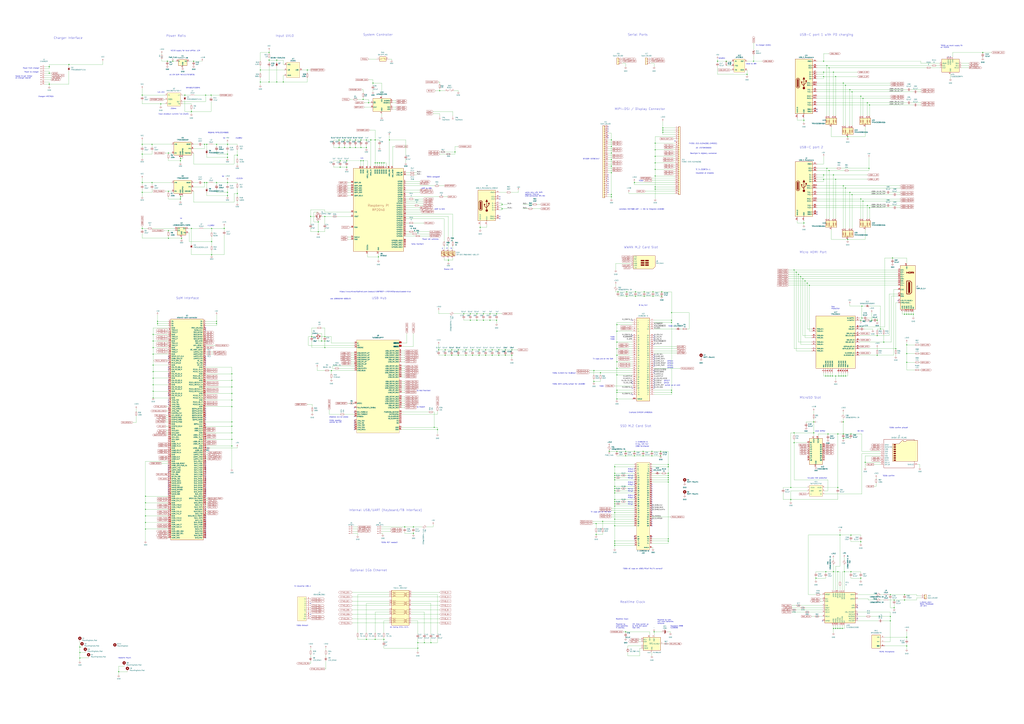
<source format=kicad_sch>
(kicad_sch (version 20211123) (generator eeschema)
  (paper "A0")
  (title_block (title "MNT Pocket Reform") (date "2022-05-27") (rev "D-1") (company "MNT Research GmbH") (comment 1 "Engineer: Lukas \"minute\" Hartmann"))
  (lib_symbols
    (symbol "09452812561:09452812561" (pin_names (offset 0.762))
      (property "Reference" "J?" (at -10.16 7.62 0))
      (property "Value" "09452812561" (at -10.16 5.08 0))
      (symbol "09452812561_0_0"
        (pin passive line (at 0 -10.16 0) (length 5.08) (name "1") (number "1"))
        (pin passive line (at 0 -22.86 0) (length 5.08) (name "10") (number "10"))
        (pin passive line (at 0 -7.62 0) (length 5.08) (name "2") (number "2"))
        (pin passive line (at 0 -5.08 0) (length 5.08) (name "3") (number "3"))
        (pin passive line (at 0 -2.54 0) (length 5.08) (name "4") (number "4"))
        (pin passive line (at 0 0 0) (length 5.08) (name "5") (number "5"))
        (pin passive line (at 0 -12.7 0) (length 5.08) (name "6") (number "6"))
        (pin passive line (at 0 -15.24 0) (length 5.08) (name "7") (number "7"))
        (pin passive line (at 0 -17.78 0) (length 5.08) (name "8") (number "8"))
        (pin passive line (at 0 -20.32 0) (length 5.08) (name "9") (number "9"))
      )
    )
    (symbol "2199230-5:2199230-5" (pin_names (offset 1.016))
      (property "Reference" "J" (at -7.6454 48.9966 0))
      (property "Value" "2199230-5" (at -7.62 -50.8508 0))
      (symbol "2199230-5_0_0"
        (pin passive line (at -12.7 45.72 0) (length 5.08) (name "1") (number "1"))
        (pin passive line (at 12.7 35.56 180) (length 5.08) (name "10") (number "10"))
        (pin passive line (at -12.7 33.02 0) (length 5.08) (name "11") (number "11"))
        (pin passive line (at 12.7 45.72 180) (length 5.08) (name "2") (number "2"))
        (pin passive line (at 12.7 27.94 180) (length 5.08) (name "20") (number "20"))
        (pin passive line (at -12.7 27.94 0) (length 5.08) (name "21") (number "21"))
        (pin passive line (at 12.7 25.4 180) (length 5.08) (name "22") (number "22"))
        (pin passive line (at -12.7 25.4 0) (length 5.08) (name "23") (number "23"))
        (pin passive line (at 12.7 22.86 180) (length 5.08) (name "24") (number "24"))
        (pin passive line (at -12.7 22.86 0) (length 5.08) (name "25") (number "25"))
        (pin passive line (at 12.7 20.32 180) (length 5.08) (name "26") (number "26"))
        (pin passive line (at -12.7 20.32 0) (length 5.08) (name "27") (number "27"))
        (pin passive line (at 12.7 17.78 180) (length 5.08) (name "28") (number "28"))
        (pin passive line (at -12.7 17.78 0) (length 5.08) (name "29") (number "29"))
        (pin passive line (at -12.7 43.18 0) (length 5.08) (name "3") (number "3"))
        (pin passive line (at 12.7 15.24 180) (length 5.08) (name "30") (number "30"))
        (pin passive line (at -12.7 15.24 0) (length 5.08) (name "31") (number "31"))
        (pin passive line (at 12.7 12.7 180) (length 5.08) (name "32") (number "32"))
        (pin passive line (at -12.7 12.7 0) (length 5.08) (name "33") (number "33"))
        (pin passive line (at 12.7 10.16 180) (length 5.08) (name "34") (number "34"))
        (pin passive line (at -12.7 10.16 0) (length 5.08) (name "35") (number "35"))
        (pin passive line (at 12.7 7.62 180) (length 5.08) (name "36") (number "36"))
        (pin passive line (at -12.7 7.62 0) (length 5.08) (name "37") (number "37"))
        (pin passive line (at 12.7 5.08 180) (length 5.08) (name "38") (number "38"))
        (pin passive line (at -12.7 5.08 0) (length 5.08) (name "39") (number "39"))
        (pin passive line (at 12.7 43.18 180) (length 5.08) (name "4") (number "4"))
        (pin passive line (at 12.7 2.54 180) (length 5.08) (name "40") (number "40"))
        (pin passive line (at -12.7 2.54 0) (length 5.08) (name "41") (number "41"))
        (pin passive line (at 12.7 0 180) (length 5.08) (name "42") (number "42"))
        (pin passive line (at -12.7 0 0) (length 5.08) (name "43") (number "43"))
        (pin passive line (at 12.7 -2.54 180) (length 5.08) (name "44") (number "44"))
        (pin passive line (at -12.7 -2.54 0) (length 5.08) (name "45") (number "45"))
        (pin passive line (at 12.7 -5.08 180) (length 5.08) (name "46") (number "46"))
        (pin passive line (at -12.7 -5.08 0) (length 5.08) (name "47") (number "47"))
        (pin passive line (at 12.7 -7.62 180) (length 5.08) (name "48") (number "48"))
        (pin passive line (at -12.7 -7.62 0) (length 5.08) (name "49") (number "49"))
        (pin passive line (at -12.7 40.64 0) (length 5.08) (name "5") (number "5"))
        (pin passive line (at 12.7 -10.16 180) (length 5.08) (name "50") (number "50"))
        (pin passive line (at -12.7 -10.16 0) (length 5.08) (name "51") (number "51"))
        (pin passive line (at 12.7 -12.7 180) (length 5.08) (name "52") (number "52"))
        (pin passive line (at -12.7 -12.7 0) (length 5.08) (name "53") (number "53"))
        (pin passive line (at 12.7 -15.24 180) (length 5.08) (name "54") (number "54"))
        (pin passive line (at -12.7 -15.24 0) (length 5.08) (name "55") (number "55"))
        (pin passive line (at 12.7 -17.78 180) (length 5.08) (name "56") (number "56"))
        (pin passive line (at -12.7 -17.78 0) (length 5.08) (name "57") (number "57"))
        (pin passive line (at 12.7 -20.32 180) (length 5.08) (name "58") (number "58"))
        (pin passive line (at -12.7 -20.32 0) (length 5.08) (name "59") (number "59"))
        (pin passive line (at 12.7 40.64 180) (length 5.08) (name "6") (number "6"))
        (pin passive line (at 12.7 -22.86 180) (length 5.08) (name "60") (number "60"))
        (pin passive line (at -12.7 -22.86 0) (length 5.08) (name "61") (number "61"))
        (pin passive line (at 12.7 -25.4 180) (length 5.08) (name "62") (number "62"))
        (pin passive line (at -12.7 -25.4 0) (length 5.08) (name "63") (number "63"))
        (pin passive line (at 12.7 -27.94 180) (length 5.08) (name "64") (number "64"))
        (pin passive line (at -12.7 -27.94 0) (length 5.08) (name "65") (number "65"))
        (pin passive line (at 12.7 -30.48 180) (length 5.08) (name "66") (number "66"))
        (pin passive line (at -12.7 -30.48 0) (length 5.08) (name "67") (number "67"))
        (pin passive line (at 12.7 -33.02 180) (length 5.08) (name "68") (number "68"))
        (pin passive line (at -12.7 -33.02 0) (length 5.08) (name "69") (number "69"))
        (pin passive line (at -12.7 38.1 0) (length 5.08) (name "7") (number "7"))
        (pin passive line (at 12.7 -35.56 180) (length 5.08) (name "70") (number "70"))
        (pin passive line (at -12.7 -35.56 0) (length 5.08) (name "71") (number "71"))
        (pin passive line (at 12.7 -38.1 180) (length 5.08) (name "72") (number "72"))
        (pin passive line (at -12.7 -38.1 0) (length 5.08) (name "73") (number "73"))
        (pin passive line (at 12.7 -40.64 180) (length 5.08) (name "74") (number "74"))
        (pin passive line (at -12.7 -40.64 0) (length 5.08) (name "75") (number "75"))
        (pin passive line (at 12.7 38.1 180) (length 5.08) (name "8") (number "8"))
        (pin passive line (at -12.7 35.56 0) (length 5.08) (name "9") (number "9"))
        (pin passive line (at -12.7 -45.72 0) (length 5.08) (name "SHIELD") (number "SH1"))
        (pin passive line (at -12.7 -45.72 0) (length 5.08) (name "SHIELD") (number "SH2"))
      )
    )
    (symbol "Audio:TLV320AIC3100"
      (property "Reference" "U" (at -15.24 20.32 0))
      (property "Value" "TLV320AIC3100" (at 0 0 0))
      (symbol "TLV320AIC3100_1_1"
        (pin power_in line (at 0 -20.32 90) (length 2.54) (name "IOVSS") (number "1"))
        (pin input line (at -20.32 10.16 0) (length 2.54) (name "SCL") (number "10"))
        (pin input line (at 20.32 -5.08 180) (length 2.54) (name "VOL/MICDET") (number "11"))
        (pin power_out line (at 20.32 -10.16 180) (length 2.54) (name "MICBIAS") (number "12"))
        (pin input line (at 20.32 -12.7 180) (length 2.54) (name "MIC1LP") (number "13"))
        (pin input line (at 20.32 -15.24 180) (length 2.54) (name "MIC1RP") (number "14"))
        (pin input line (at 20.32 -7.62 180) (length 2.54) (name "MIC1LM") (number "15"))
        (pin power_in line (at -7.62 -20.32 90) (length 2.54) (name "AVSS") (number "16"))
        (pin power_in line (at -7.62 20.32 270) (length 2.54) (name "AVDD") (number "17"))
        (pin power_in line (at -5.08 -20.32 90) (length 2.54) (name "DVSS") (number "18"))
        (pin output line (at 20.32 10.16 180) (length 2.54) (name "SPKM") (number "19"))
        (pin power_in line (at 0 20.32 270) (length 2.54) (name "IOVDD") (number "2"))
        (pin power_in line (at 2.54 -20.32 90) (length 2.54) (name "SPKVSS") (number "20"))
        (pin power_in line (at 2.54 20.32 270) (length 2.54) (name "SPKVDD") (number "21"))
        (pin output line (at 20.32 15.24 180) (length 2.54) (name "SPKP") (number "22"))
        (pin passive line (at 20.32 10.16 180) (length 2.54) hide (name "SPKM") (number "23"))
        (pin power_in line (at 5.08 20.32 270) (length 2.54) (name "SPKVDD") (number "24"))
        (pin passive line (at 2.54 -20.32 90) (length 2.54) hide (name "SPKVSS") (number "25"))
        (pin passive line (at 20.32 15.24 180) (length 2.54) hide (name "SPKP") (number "26"))
        (pin output line (at 20.32 2.54 180) (length 2.54) (name "HPL") (number "27"))
        (pin power_in line (at -2.54 20.32 270) (length 2.54) (name "HPVDD") (number "28"))
        (pin power_in line (at -2.54 -20.32 90) (length 2.54) (name "HPVSS") (number "29"))
        (pin power_in line (at -5.08 20.32 270) (length 2.54) (name "DVDD") (number "3"))
        (pin output line (at 20.32 0 180) (length 2.54) (name "HPR") (number "30"))
        (pin input line (at -20.32 15.24 0) (length 2.54) (name "~{RESET}") (number "31"))
        (pin bidirectional line (at -20.32 -15.24 0) (length 2.54) (name "GPIO1") (number "32"))
        (pin power_in line (at 5.08 -20.32 90) (length 2.54) (name "EP") (number "33"))
        (pin output line (at -20.32 0 0) (length 2.54) (name "DOUT") (number "4"))
        (pin input line (at -20.32 2.54 0) (length 2.54) (name "DIN") (number "5"))
        (pin bidirectional line (at -20.32 -5.08 0) (length 2.54) (name "WCLK") (number "6"))
        (pin bidirectional line (at -20.32 -2.54 0) (length 2.54) (name "BCLK") (number "7"))
        (pin input line (at -20.32 -10.16 0) (length 2.54) (name "MCLK") (number "8"))
        (pin bidirectional line (at -20.32 7.62 0) (length 2.54) (name "SDA") (number "9"))
      )
    )
    (symbol "Connector:Conn_01x04_Male" (pin_names (offset 1.016) hide)
      (property "Reference" "J" (at 0 5.08 0))
      (property "Value" "Conn_01x04_Male" (at 0 -7.62 0))
      (symbol "Conn_01x04_Male_1_1"
        (pin passive line (at 5.08 2.54 180) (length 3.81) (name "Pin_1") (number "1"))
        (pin passive line (at 5.08 0 180) (length 3.81) (name "Pin_2") (number "2"))
        (pin passive line (at 5.08 -2.54 180) (length 3.81) (name "Pin_3") (number "3"))
        (pin passive line (at 5.08 -5.08 180) (length 3.81) (name "Pin_4") (number "4"))
      )
    )
    (symbol "Connector:Conn_01x09_Male" (pin_names (offset 1.016) hide)
      (property "Reference" "J" (at 0 12.7 0))
      (property "Value" "Conn_01x09_Male" (at 0 -12.7 0))
      (symbol "Conn_01x09_Male_1_1"
        (pin passive line (at 5.08 10.16 180) (length 3.81) (name "Pin_1") (number "1"))
        (pin passive line (at 5.08 7.62 180) (length 3.81) (name "Pin_2") (number "2"))
        (pin passive line (at 5.08 5.08 180) (length 3.81) (name "Pin_3") (number "3"))
        (pin passive line (at 5.08 2.54 180) (length 3.81) (name "Pin_4") (number "4"))
        (pin passive line (at 5.08 0 180) (length 3.81) (name "Pin_5") (number "5"))
        (pin passive line (at 5.08 -2.54 180) (length 3.81) (name "Pin_6") (number "6"))
        (pin passive line (at 5.08 -5.08 180) (length 3.81) (name "Pin_7") (number "7"))
        (pin passive line (at 5.08 -7.62 180) (length 3.81) (name "Pin_8") (number "8"))
        (pin passive line (at 5.08 -10.16 180) (length 3.81) (name "Pin_9") (number "9"))
      )
    )
    (symbol "Connector:HDMI_D_1.4"
      (property "Reference" "J" (at -6.35 26.67 0))
      (property "Value" "HDMI_D_1.4" (at 10.16 26.67 0))
      (symbol "HDMI_D_1.4_1_1"
        (pin passive line (at -10.16 -17.78 0) (length 2.54) (name "HPD/HEAC-") (number "1"))
        (pin power_in line (at 0 -27.94 90) (length 2.54) (name "D0S") (number "10"))
        (pin passive line (at -10.16 7.62 0) (length 2.54) (name "D0-") (number "11"))
        (pin passive line (at -10.16 5.08 0) (length 2.54) (name "CK+") (number "12"))
        (pin power_in line (at 2.54 -27.94 90) (length 2.54) (name "CKS") (number "13"))
        (pin passive line (at -10.16 2.54 0) (length 2.54) (name "CK-") (number "14"))
        (pin bidirectional line (at -10.16 -2.54 0) (length 2.54) (name "CEC") (number "15"))
        (pin power_in line (at 5.08 -27.94 90) (length 2.54) (name "GND") (number "16"))
        (pin passive line (at -10.16 -7.62 0) (length 2.54) (name "SCL") (number "17"))
        (pin bidirectional line (at -10.16 -10.16 0) (length 2.54) (name "SDA") (number "18"))
        (pin power_in line (at 0 27.94 270) (length 2.54) (name "+5V") (number "19"))
        (pin passive line (at -10.16 -15.24 0) (length 2.54) (name "UTILITY/HEAC+") (number "2"))
        (pin passive line (at -10.16 20.32 0) (length 2.54) (name "D2+") (number "3"))
        (pin power_in line (at -5.08 -27.94 90) (length 2.54) (name "D2S") (number "4"))
        (pin passive line (at -10.16 17.78 0) (length 2.54) (name "D2-") (number "5"))
        (pin passive line (at -10.16 15.24 0) (length 2.54) (name "D1+") (number "6"))
        (pin power_in line (at -2.54 -27.94 90) (length 2.54) (name "D1S") (number "7"))
        (pin passive line (at -10.16 12.7 0) (length 2.54) (name "D1-") (number "8"))
        (pin passive line (at -10.16 10.16 0) (length 2.54) (name "D0+") (number "9"))
        (pin passive line (at 7.62 -27.94 90) (length 2.54) (name "SH") (number "SH"))
      )
    )
    (symbol "Connector:Micro_SD_Card_Det" (pin_names (offset 1.016))
      (property "Reference" "J" (at -16.51 17.78 0))
      (property "Value" "Micro_SD_Card_Det" (at 16.51 17.78 0))
      (symbol "Micro_SD_Card_Det_1_1"
        (pin bidirectional line (at -22.86 10.16 0) (length 3.81) (name "DAT2") (number "1"))
        (pin passive line (at -22.86 -10.16 0) (length 3.81) (name "DET_A") (number "10"))
        (pin passive line (at 20.32 -12.7 180) (length 3.81) (name "SHIELD") (number "11"))
        (pin bidirectional line (at -22.86 7.62 0) (length 3.81) (name "DAT3/CD") (number "2"))
        (pin input line (at -22.86 5.08 0) (length 3.81) (name "CMD") (number "3"))
        (pin power_in line (at -22.86 2.54 0) (length 3.81) (name "VDD") (number "4"))
        (pin input line (at -22.86 0 0) (length 3.81) (name "CLK") (number "5"))
        (pin power_in line (at -22.86 -2.54 0) (length 3.81) (name "VSS") (number "6"))
        (pin bidirectional line (at -22.86 -5.08 0) (length 3.81) (name "DAT0") (number "7"))
        (pin bidirectional line (at -22.86 -7.62 0) (length 3.81) (name "DAT1") (number "8"))
        (pin passive line (at -22.86 -12.7 0) (length 3.81) (name "DET_B") (number "9"))
      )
    )
    (symbol "Connector:SIM_Card"
      (property "Reference" "J" (at -2.54 12.7 0))
      (property "Value" "SIM_Card" (at -1.27 10.16 0))
      (symbol "SIM_Card_1_1"
        (pin power_in line (at -12.7 7.62 0) (length 2.54) (name "VCC") (number "1"))
        (pin input line (at -12.7 5.08 0) (length 2.54) (name "RST") (number "2"))
        (pin input line (at -12.7 2.54 0) (length 2.54) (name "CLK") (number "3"))
        (pin power_in line (at -12.7 0 0) (length 2.54) (name "GND") (number "5"))
        (pin input line (at -12.7 -2.54 0) (length 2.54) (name "VPP") (number "6"))
        (pin bidirectional line (at -12.7 -5.08 0) (length 2.54) (name "I/O") (number "7"))
      )
    )
    (symbol "Connector:TestPoint" (pin_numbers hide) (pin_names (offset 0.762) hide)
      (property "Reference" "TP" (at 0 6.858 0))
      (property "Value" "TestPoint" (at 0 5.08 0))
      (symbol "TestPoint_1_1"
        (pin passive line (at 0 0 90) (length 2.54) (name "1") (number "1"))
      )
    )
    (symbol "Connector:USB_C_Receptacle" (pin_names (offset 1.016))
      (property "Reference" "J" (at -10.16 29.21 0))
      (property "Value" "USB_C_Receptacle" (at 10.16 29.21 0))
      (symbol "USB_C_Receptacle_1_1"
        (pin passive line (at 0 -40.64 90) (length 5.08) (name "GND") (number "A1"))
        (pin bidirectional line (at 15.24 -15.24 180) (length 5.08) (name "RX2-") (number "A10"))
        (pin bidirectional line (at 15.24 -17.78 180) (length 5.08) (name "RX2+") (number "A11"))
        (pin passive line (at 0 -40.64 90) (length 5.08) hide (name "GND") (number "A12"))
        (pin bidirectional line (at 15.24 -10.16 180) (length 5.08) (name "TX1+") (number "A2"))
        (pin bidirectional line (at 15.24 -7.62 180) (length 5.08) (name "TX1-") (number "A3"))
        (pin passive line (at 15.24 25.4 180) (length 5.08) (name "VBUS") (number "A4"))
        (pin bidirectional line (at 15.24 20.32 180) (length 5.08) (name "CC1") (number "A5"))
        (pin bidirectional line (at 15.24 7.62 180) (length 5.08) (name "D+") (number "A6"))
        (pin bidirectional line (at 15.24 12.7 180) (length 5.08) (name "D-") (number "A7"))
        (pin bidirectional line (at 15.24 -30.48 180) (length 5.08) (name "SBU1") (number "A8"))
        (pin passive line (at 15.24 25.4 180) (length 5.08) hide (name "VBUS") (number "A9"))
        (pin passive line (at 0 -40.64 90) (length 5.08) hide (name "GND") (number "B1"))
        (pin bidirectional line (at 15.24 0 180) (length 5.08) (name "RX1-") (number "B10"))
        (pin bidirectional line (at 15.24 -2.54 180) (length 5.08) (name "RX1+") (number "B11"))
        (pin passive line (at 0 -40.64 90) (length 5.08) hide (name "GND") (number "B12"))
        (pin bidirectional line (at 15.24 -25.4 180) (length 5.08) (name "TX2+") (number "B2"))
        (pin bidirectional line (at 15.24 -22.86 180) (length 5.08) (name "TX2-") (number "B3"))
        (pin passive line (at 15.24 25.4 180) (length 5.08) hide (name "VBUS") (number "B4"))
        (pin bidirectional line (at 15.24 17.78 180) (length 5.08) (name "CC2") (number "B5"))
        (pin bidirectional line (at 15.24 5.08 180) (length 5.08) (name "D+") (number "B6"))
        (pin bidirectional line (at 15.24 10.16 180) (length 5.08) (name "D-") (number "B7"))
        (pin bidirectional line (at 15.24 -33.02 180) (length 5.08) (name "SBU2") (number "B8"))
        (pin passive line (at 15.24 25.4 180) (length 5.08) hide (name "VBUS") (number "B9"))
        (pin passive line (at -7.62 -40.64 90) (length 5.08) (name "SHIELD") (number "S1"))
      )
    )
    (symbol "Connector:USB_C_Receptacle_USB2.0" (pin_names (offset 1.016))
      (property "Reference" "J" (at -10.16 19.05 0))
      (property "Value" "USB_C_Receptacle_USB2.0" (at 19.05 19.05 0))
      (symbol "USB_C_Receptacle_USB2.0_1_1"
        (pin passive line (at 0 -22.86 90) (length 5.08) (name "GND") (number "A1"))
        (pin passive line (at 0 -22.86 90) (length 5.08) hide (name "GND") (number "A12"))
        (pin passive line (at 15.24 15.24 180) (length 5.08) (name "VBUS") (number "A4"))
        (pin bidirectional line (at 15.24 10.16 180) (length 5.08) (name "CC1") (number "A5"))
        (pin bidirectional line (at 15.24 -2.54 180) (length 5.08) (name "D+") (number "A6"))
        (pin bidirectional line (at 15.24 2.54 180) (length 5.08) (name "D-") (number "A7"))
        (pin bidirectional line (at 15.24 -12.7 180) (length 5.08) (name "SBU1") (number "A8"))
        (pin passive line (at 15.24 15.24 180) (length 5.08) hide (name "VBUS") (number "A9"))
        (pin passive line (at 0 -22.86 90) (length 5.08) hide (name "GND") (number "B1"))
        (pin passive line (at 0 -22.86 90) (length 5.08) hide (name "GND") (number "B12"))
        (pin passive line (at 15.24 15.24 180) (length 5.08) hide (name "VBUS") (number "B4"))
        (pin bidirectional line (at 15.24 7.62 180) (length 5.08) (name "CC2") (number "B5"))
        (pin bidirectional line (at 15.24 -5.08 180) (length 5.08) (name "D+") (number "B6"))
        (pin bidirectional line (at 15.24 0 180) (length 5.08) (name "D-") (number "B7"))
        (pin bidirectional line (at 15.24 -15.24 180) (length 5.08) (name "SBU2") (number "B8"))
        (pin passive line (at 15.24 15.24 180) (length 5.08) hide (name "VBUS") (number "B9"))
        (pin passive line (at -7.62 -22.86 90) (length 5.08) (name "SHIELD") (number "S1"))
      )
    )
    (symbol "Connector_Generic:Conn_01x02" (pin_names (offset 1.016) hide)
      (property "Reference" "J" (at 0 2.54 0))
      (property "Value" "Conn_01x02" (at 0 -5.08 0))
      (symbol "Conn_01x02_1_1"
        (pin passive line (at -5.08 0 0) (length 3.81) (name "Pin_1") (number "1"))
        (pin passive line (at -5.08 -2.54 0) (length 3.81) (name "Pin_2") (number "2"))
      )
    )
    (symbol "Connector_Generic:Conn_01x03" (pin_names (offset 1.016) hide)
      (property "Reference" "J" (at 0 5.08 0))
      (property "Value" "Conn_01x03" (at 0 -5.08 0))
      (symbol "Conn_01x03_1_1"
        (pin passive line (at -5.08 2.54 0) (length 3.81) (name "Pin_1") (number "1"))
        (pin passive line (at -5.08 0 0) (length 3.81) (name "Pin_2") (number "2"))
        (pin passive line (at -5.08 -2.54 0) (length 3.81) (name "Pin_3") (number "3"))
      )
    )
    (symbol "Connector_Generic:Conn_01x31" (pin_names (offset 1.016) hide)
      (property "Reference" "J" (at 0 40.64 0))
      (property "Value" "Conn_01x31" (at 0 -40.64 0))
      (symbol "Conn_01x31_1_1"
        (pin passive line (at -5.08 38.1 0) (length 3.81) (name "Pin_1") (number "1"))
        (pin passive line (at -5.08 15.24 0) (length 3.81) (name "Pin_10") (number "10"))
        (pin passive line (at -5.08 12.7 0) (length 3.81) (name "Pin_11") (number "11"))
        (pin passive line (at -5.08 10.16 0) (length 3.81) (name "Pin_12") (number "12"))
        (pin passive line (at -5.08 7.62 0) (length 3.81) (name "Pin_13") (number "13"))
        (pin passive line (at -5.08 5.08 0) (length 3.81) (name "Pin_14") (number "14"))
        (pin passive line (at -5.08 2.54 0) (length 3.81) (name "Pin_15") (number "15"))
        (pin passive line (at -5.08 0 0) (length 3.81) (name "Pin_16") (number "16"))
        (pin passive line (at -5.08 -2.54 0) (length 3.81) (name "Pin_17") (number "17"))
        (pin passive line (at -5.08 -5.08 0) (length 3.81) (name "Pin_18") (number "18"))
        (pin passive line (at -5.08 -7.62 0) (length 3.81) (name "Pin_19") (number "19"))
        (pin passive line (at -5.08 35.56 0) (length 3.81) (name "Pin_2") (number "2"))
        (pin passive line (at -5.08 -10.16 0) (length 3.81) (name "Pin_20") (number "20"))
        (pin passive line (at -5.08 -12.7 0) (length 3.81) (name "Pin_21") (number "21"))
        (pin passive line (at -5.08 -15.24 0) (length 3.81) (name "Pin_22") (number "22"))
        (pin passive line (at -5.08 -17.78 0) (length 3.81) (name "Pin_23") (number "23"))
        (pin passive line (at -5.08 -20.32 0) (length 3.81) (name "Pin_24") (number "24"))
        (pin passive line (at -5.08 -22.86 0) (length 3.81) (name "Pin_25") (number "25"))
        (pin passive line (at -5.08 -25.4 0) (length 3.81) (name "Pin_26") (number "26"))
        (pin passive line (at -5.08 -27.94 0) (length 3.81) (name "Pin_27") (number "27"))
        (pin passive line (at -5.08 -30.48 0) (length 3.81) (name "Pin_28") (number "28"))
        (pin passive line (at -5.08 -33.02 0) (length 3.81) (name "Pin_29") (number "29"))
        (pin passive line (at -5.08 33.02 0) (length 3.81) (name "Pin_3") (number "3"))
        (pin passive line (at -5.08 -35.56 0) (length 3.81) (name "Pin_30") (number "30"))
        (pin passive line (at -5.08 -38.1 0) (length 3.81) (name "Pin_31") (number "31"))
        (pin passive line (at -5.08 30.48 0) (length 3.81) (name "Pin_4") (number "4"))
        (pin passive line (at -5.08 27.94 0) (length 3.81) (name "Pin_5") (number "5"))
        (pin passive line (at -5.08 25.4 0) (length 3.81) (name "Pin_6") (number "6"))
        (pin passive line (at -5.08 22.86 0) (length 3.81) (name "Pin_7") (number "7"))
        (pin passive line (at -5.08 20.32 0) (length 3.81) (name "Pin_8") (number "8"))
        (pin passive line (at -5.08 17.78 0) (length 3.81) (name "Pin_9") (number "9"))
      )
    )
    (symbol "Connector_Generic:Conn_01x33" (pin_names (offset 1.016) hide)
      (property "Reference" "J" (at 0 43.18 0))
      (property "Value" "Conn_01x33" (at 0 -43.18 0))
      (symbol "Conn_01x33_1_1"
        (pin passive line (at -5.08 40.64 0) (length 3.81) (name "Pin_1") (number "1"))
        (pin passive line (at -5.08 17.78 0) (length 3.81) (name "Pin_10") (number "10"))
        (pin passive line (at -5.08 15.24 0) (length 3.81) (name "Pin_11") (number "11"))
        (pin passive line (at -5.08 12.7 0) (length 3.81) (name "Pin_12") (number "12"))
        (pin passive line (at -5.08 10.16 0) (length 3.81) (name "Pin_13") (number "13"))
        (pin passive line (at -5.08 7.62 0) (length 3.81) (name "Pin_14") (number "14"))
        (pin passive line (at -5.08 5.08 0) (length 3.81) (name "Pin_15") (number "15"))
        (pin passive line (at -5.08 2.54 0) (length 3.81) (name "Pin_16") (number "16"))
        (pin passive line (at -5.08 0 0) (length 3.81) (name "Pin_17") (number "17"))
        (pin passive line (at -5.08 -2.54 0) (length 3.81) (name "Pin_18") (number "18"))
        (pin passive line (at -5.08 -5.08 0) (length 3.81) (name "Pin_19") (number "19"))
        (pin passive line (at -5.08 38.1 0) (length 3.81) (name "Pin_2") (number "2"))
        (pin passive line (at -5.08 -7.62 0) (length 3.81) (name "Pin_20") (number "20"))
        (pin passive line (at -5.08 -10.16 0) (length 3.81) (name "Pin_21") (number "21"))
        (pin passive line (at -5.08 -12.7 0) (length 3.81) (name "Pin_22") (number "22"))
        (pin passive line (at -5.08 -15.24 0) (length 3.81) (name "Pin_23") (number "23"))
        (pin passive line (at -5.08 -17.78 0) (length 3.81) (name "Pin_24") (number "24"))
        (pin passive line (at -5.08 -20.32 0) (length 3.81) (name "Pin_25") (number "25"))
        (pin passive line (at -5.08 -22.86 0) (length 3.81) (name "Pin_26") (number "26"))
        (pin passive line (at -5.08 -25.4 0) (length 3.81) (name "Pin_27") (number "27"))
        (pin passive line (at -5.08 -27.94 0) (length 3.81) (name "Pin_28") (number "28"))
        (pin passive line (at -5.08 -30.48 0) (length 3.81) (name "Pin_29") (number "29"))
        (pin passive line (at -5.08 35.56 0) (length 3.81) (name "Pin_3") (number "3"))
        (pin passive line (at -5.08 -33.02 0) (length 3.81) (name "Pin_30") (number "30"))
        (pin passive line (at -5.08 -35.56 0) (length 3.81) (name "Pin_31") (number "31"))
        (pin passive line (at -5.08 -38.1 0) (length 3.81) (name "Pin_32") (number "32"))
        (pin passive line (at -5.08 -40.64 0) (length 3.81) (name "Pin_33") (number "33"))
        (pin passive line (at -5.08 33.02 0) (length 3.81) (name "Pin_4") (number "4"))
        (pin passive line (at -5.08 30.48 0) (length 3.81) (name "Pin_5") (number "5"))
        (pin passive line (at -5.08 27.94 0) (length 3.81) (name "Pin_6") (number "6"))
        (pin passive line (at -5.08 25.4 0) (length 3.81) (name "Pin_7") (number "7"))
        (pin passive line (at -5.08 22.86 0) (length 3.81) (name "Pin_8") (number "8"))
        (pin passive line (at -5.08 20.32 0) (length 3.81) (name "Pin_9") (number "9"))
      )
    )
    (symbol "Device:Battery_Cell" (pin_numbers hide) (pin_names (offset 0) hide)
      (property "Reference" "BT" (at 2.54 2.54 0))
      (property "Value" "Battery_Cell" (at 2.54 0 0))
      (symbol "Battery_Cell_1_1"
        (pin passive line (at 0 5.08 270) (length 2.54) (name "+") (number "1"))
        (pin passive line (at 0 -2.54 90) (length 2.54) (name "-") (number "2"))
      )
    )
    (symbol "Device:C_Polarized_Small" (pin_numbers hide) (pin_names (offset 0.254) hide)
      (property "Reference" "C" (at 0.254 1.778 0))
      (property "Value" "C_Polarized_Small" (at 0.254 -2.032 0))
      (symbol "C_Polarized_Small_1_1"
        (pin passive line (at 0 2.54 270) (length 1.8542) (name "~") (number "1"))
        (pin passive line (at 0 -2.54 90) (length 1.8542) (name "~") (number "2"))
      )
    )
    (symbol "Device:C_Small" (pin_numbers hide) (pin_names (offset 0.254) hide)
      (property "Reference" "C" (at 0.254 1.778 0))
      (property "Value" "C_Small" (at 0.254 -2.032 0))
      (symbol "C_Small_1_1"
        (pin passive line (at 0 2.54 270) (length 2.032) (name "~") (number "1"))
        (pin passive line (at 0 -2.54 90) (length 2.032) (name "~") (number "2"))
      )
    )
    (symbol "Device:Crystal_GND24" (pin_names (offset 1.016) hide)
      (property "Reference" "Y" (at 3.175 5.08 0))
      (property "Value" "Crystal_GND24" (at 3.175 3.175 0))
      (symbol "Crystal_GND24_1_1"
        (pin passive line (at -3.81 0 0) (length 1.27) (name "1") (number "1"))
        (pin passive line (at 0 5.08 270) (length 1.27) (name "2") (number "2"))
        (pin passive line (at 3.81 0 180) (length 1.27) (name "3") (number "3"))
        (pin passive line (at 0 -5.08 90) (length 1.27) (name "4") (number "4"))
      )
    )
    (symbol "Device:Crystal_GND24_Small" (pin_names (offset 1.016) hide)
      (property "Reference" "Y" (at 1.27 4.445 0))
      (property "Value" "Crystal_GND24_Small" (at 1.27 2.54 0))
      (symbol "Crystal_GND24_Small_1_1"
        (pin passive line (at -2.54 0 0) (length 1.27) (name "1") (number "1"))
        (pin passive line (at 0 -2.54 90) (length 0.635) (name "2") (number "2"))
        (pin passive line (at 2.54 0 180) (length 1.27) (name "3") (number "3"))
        (pin passive line (at 0 2.54 270) (length 0.635) (name "4") (number "4"))
      )
    )
    (symbol "Device:Crystal_Small" (pin_numbers hide) (pin_names (offset 1.016) hide)
      (property "Reference" "Y" (at 0 2.54 0))
      (property "Value" "Crystal_Small" (at 0 -2.54 0))
      (symbol "Crystal_Small_1_1"
        (pin passive line (at -2.54 0 0) (length 1.27) (name "1") (number "1"))
        (pin passive line (at 2.54 0 180) (length 1.27) (name "2") (number "2"))
      )
    )
    (symbol "Device:D_Schottky" (pin_numbers hide) (pin_names (offset 1.016) hide)
      (property "Reference" "D" (at 0 2.54 0))
      (property "Value" "D_Schottky" (at 0 -2.54 0))
      (symbol "D_Schottky_1_1"
        (pin passive line (at -3.81 0 0) (length 2.54) (name "K") (number "1"))
        (pin passive line (at 3.81 0 180) (length 2.54) (name "A") (number "2"))
      )
    )
    (symbol "Device:D_Schottky_Small" (pin_numbers hide) (pin_names (offset 0.254) hide)
      (property "Reference" "D" (at -1.27 2.032 0))
      (property "Value" "D_Schottky_Small" (at -7.112 -2.032 0))
      (symbol "D_Schottky_Small_1_1"
        (pin passive line (at -2.54 0 0) (length 1.778) (name "K") (number "1"))
        (pin passive line (at 2.54 0 180) (length 1.778) (name "A") (number "2"))
      )
    )
    (symbol "Device:D_Schottky_Small_Filled" (pin_numbers hide) (pin_names (offset 0.254) hide)
      (property "Reference" "D" (at -1.27 2.032 0))
      (property "Value" "D_Schottky_Small_Filled" (at -7.112 -2.032 0))
      (symbol "D_Schottky_Small_Filled_1_1"
        (pin passive line (at -2.54 0 0) (length 1.778) (name "K") (number "1"))
        (pin passive line (at 2.54 0 180) (length 1.778) (name "A") (number "2"))
      )
    )
    (symbol "Device:FerriteBead_Small" (pin_numbers hide) (pin_names (offset 0))
      (property "Reference" "FB" (at 1.905 1.27 0))
      (property "Value" "FerriteBead_Small" (at 1.905 -1.27 0))
      (symbol "FerriteBead_Small_1_1"
        (pin passive line (at 0 2.54 270) (length 1.27) (name "~") (number "1"))
        (pin passive line (at 0 -2.54 90) (length 1.27) (name "~") (number "2"))
      )
    )
    (symbol "Device:LED_RGB" (pin_names (offset 0) hide)
      (property "Reference" "D" (at 0 9.398 0))
      (property "Value" "LED_RGB" (at 0 -8.89 0))
      (symbol "LED_RGB_0_0"
        (text "B" (at -1.905 -6.35 0) (effects (font (size 1.27 1.27))))
        (text "G" (at -1.905 -1.27 0) (effects (font (size 1.27 1.27))))
        (text "R" (at -1.905 3.81 0) (effects (font (size 1.27 1.27))))
      )
      (symbol "LED_RGB_1_1"
        (pin passive line (at -5.08 5.08 0) (length 2.54) (name "RK") (number "1"))
        (pin passive line (at -5.08 0 0) (length 2.54) (name "GK") (number "2"))
        (pin passive line (at -5.08 -5.08 0) (length 2.54) (name "BK") (number "3"))
        (pin passive line (at 5.08 -5.08 180) (length 2.54) (name "BA") (number "4"))
        (pin passive line (at 5.08 0 180) (length 2.54) (name "GA") (number "5"))
        (pin passive line (at 5.08 5.08 180) (length 2.54) (name "RA") (number "6"))
      )
    )
    (symbol "Device:LED_Small" (pin_numbers hide) (pin_names (offset 0.254) hide)
      (property "Reference" "D" (at -1.27 3.175 0))
      (property "Value" "LED_Small" (at -4.445 -2.54 0))
      (symbol "LED_Small_1_1"
        (pin passive line (at -2.54 0 0) (length 1.778) (name "K") (number "1"))
        (pin passive line (at 2.54 0 180) (length 1.778) (name "A") (number "2"))
      )
    )
    (symbol "Device:L_Small" (pin_numbers hide) (pin_names (offset 0.254) hide)
      (property "Reference" "L" (at 0.762 1.016 0))
      (property "Value" "L_Small" (at 0.762 -1.016 0))
      (symbol "L_Small_1_1"
        (pin passive line (at 0 2.54 270) (length 0.508) (name "~") (number "1"))
        (pin passive line (at 0 -2.54 90) (length 0.508) (name "~") (number "2"))
      )
    )
    (symbol "Device:R_Small" (pin_numbers hide) (pin_names (offset 0.254) hide)
      (property "Reference" "R" (at 0.762 0.508 0))
      (property "Value" "R_Small" (at 0.762 -1.016 0))
      (symbol "R_Small_1_1"
        (pin passive line (at 0 2.54 270) (length 0.762) (name "~") (number "1"))
        (pin passive line (at 0 -2.54 90) (length 0.762) (name "~") (number "2"))
      )
    )
    (symbol "Interface_USB:FUSB302BMPX"
      (property "Reference" "U" (at -10.16 8.89 0))
      (property "Value" "FUSB302BMPX" (at 3.81 8.89 0))
      (symbol "FUSB302BMPX_1_1"
        (pin bidirectional line (at 12.7 -2.54 180) (length 2.54) (name "CC2") (number "1"))
        (pin bidirectional line (at 12.7 0 180) (length 2.54) (name "CC1") (number "10"))
        (pin bidirectional line (at 12.7 0 180) (length 2.54) hide (name "CC1") (number "11"))
        (pin power_in line (at 0 10.16 270) (length 2.54) (name "VCONN") (number "12"))
        (pin power_in line (at 2.54 10.16 270) (length 2.54) (name "VCONN") (number "13"))
        (pin bidirectional line (at 12.7 -2.54 180) (length 2.54) hide (name "CC2") (number "14"))
        (pin passive line (at 0 -10.16 90) (length 2.54) hide (name "GND") (number "15"))
        (pin input line (at 12.7 2.54 180) (length 2.54) (name "VBUS") (number "2"))
        (pin power_in line (at -2.54 10.16 270) (length 2.54) (name "VDD") (number "3"))
        (pin passive line (at -2.54 10.16 270) (length 2.54) hide (name "VDD") (number "4"))
        (pin open_collector line (at -12.7 -2.54 0) (length 2.54) (name "INT_N") (number "5"))
        (pin input line (at -12.7 0 0) (length 2.54) (name "SCL") (number "6"))
        (pin bidirectional line (at -12.7 2.54 0) (length 2.54) (name "SDA") (number "7"))
        (pin power_in line (at 0 -10.16 90) (length 2.54) (name "GND") (number "8"))
        (pin passive line (at 0 -10.16 90) (length 2.54) hide (name "GND") (number "9"))
      )
    )
    (symbol "Logic_LevelTranslator:TXS0108EPW"
      (property "Reference" "U" (at -6.35 16.51 0))
      (property "Value" "TXS0108EPW" (at 3.81 16.51 0))
      (symbol "TXS0108EPW_1_1"
        (pin bidirectional line (at -10.16 7.62 0) (length 2.54) (name "A1") (number "1"))
        (pin input line (at -10.16 10.16 0) (length 2.54) (name "OE") (number "10"))
        (pin power_in line (at 0 -17.78 90) (length 2.54) (name "GND") (number "11"))
        (pin bidirectional line (at 10.16 -10.16 180) (length 2.54) (name "B8") (number "12"))
        (pin bidirectional line (at 10.16 -7.62 180) (length 2.54) (name "B7") (number "13"))
        (pin bidirectional line (at 10.16 -5.08 180) (length 2.54) (name "B6") (number "14"))
        (pin bidirectional line (at 10.16 -2.54 180) (length 2.54) (name "B5") (number "15"))
        (pin bidirectional line (at 10.16 0 180) (length 2.54) (name "B4") (number "16"))
        (pin bidirectional line (at 10.16 2.54 180) (length 2.54) (name "B3") (number "17"))
        (pin bidirectional line (at 10.16 5.08 180) (length 2.54) (name "B2") (number "18"))
        (pin power_in line (at 2.54 17.78 270) (length 2.54) (name "VCCB") (number "19"))
        (pin power_in line (at -2.54 17.78 270) (length 2.54) (name "VCCA") (number "2"))
        (pin bidirectional line (at 10.16 7.62 180) (length 2.54) (name "B1") (number "20"))
        (pin bidirectional line (at -10.16 5.08 0) (length 2.54) (name "A2") (number "3"))
        (pin bidirectional line (at -10.16 2.54 0) (length 2.54) (name "A3") (number "4"))
        (pin bidirectional line (at -10.16 0 0) (length 2.54) (name "A4") (number "5"))
        (pin bidirectional line (at -10.16 -2.54 0) (length 2.54) (name "A5") (number "6"))
        (pin bidirectional line (at -10.16 -5.08 0) (length 2.54) (name "A6") (number "7"))
        (pin bidirectional line (at -10.16 -7.62 0) (length 2.54) (name "A7") (number "8"))
        (pin bidirectional line (at -10.16 -10.16 0) (length 2.54) (name "A8") (number "9"))
      )
    )
    (symbol "MCU_RaspberryPi_and_Boards:RP2040" (pin_names (offset 1.016))
      (property "Reference" "U" (at -29.21 49.53 0))
      (property "Value" "RP2040" (at 24.13 -49.53 0))
      (symbol "RP2040_0_0"
        (text "Raspberry Pi" (at 0 5.08 0) (effects (font (size 2.54 2.54))))
        (text "RP2040" (at 0 0 0) (effects (font (size 2.54 2.54))))
      )
      (symbol "RP2040_1_1"
        (pin power_in line (at 8.89 50.8 270) (length 2.54) (name "IOVDD") (number "1"))
        (pin power_in line (at 6.35 50.8 270) (length 2.54) (name "IOVDD") (number "10"))
        (pin bidirectional line (at 31.75 12.7 180) (length 2.54) (name "GPIO8") (number "11"))
        (pin bidirectional line (at 31.75 10.16 180) (length 2.54) (name "GPIO9") (number "12"))
        (pin bidirectional line (at 31.75 7.62 180) (length 2.54) (name "GPIO10") (number "13"))
        (pin bidirectional line (at 31.75 5.08 180) (length 2.54) (name "GPIO11") (number "14"))
        (pin bidirectional line (at 31.75 2.54 180) (length 2.54) (name "GPIO12") (number "15"))
        (pin bidirectional line (at 31.75 0 180) (length 2.54) (name "GPIO13") (number "16"))
        (pin bidirectional line (at 31.75 -2.54 180) (length 2.54) (name "GPIO14") (number "17"))
        (pin bidirectional line (at 31.75 -5.08 180) (length 2.54) (name "GPIO15") (number "18"))
        (pin passive line (at -12.7 -50.8 90) (length 2.54) (name "TESTEN") (number "19"))
        (pin bidirectional line (at 31.75 33.02 180) (length 2.54) (name "GPIO0") (number "2"))
        (pin input line (at -31.75 -2.54 0) (length 2.54) (name "XIN") (number "20"))
        (pin passive line (at -31.75 -7.62 0) (length 2.54) (name "XOUT") (number "21"))
        (pin power_in line (at 3.81 50.8 270) (length 2.54) (name "IOVDD") (number "22"))
        (pin power_in line (at -17.78 50.8 270) (length 2.54) (name "DVDD") (number "23"))
        (pin output line (at -31.75 -31.75 0) (length 2.54) (name "SWCLK") (number "24"))
        (pin bidirectional line (at -31.75 -34.29 0) (length 2.54) (name "SWD") (number "25"))
        (pin input line (at -31.75 -20.32 0) (length 2.54) (name "RUN") (number "26"))
        (pin bidirectional line (at 31.75 -7.62 180) (length 2.54) (name "GPIO16") (number "27"))
        (pin bidirectional line (at 31.75 -10.16 180) (length 2.54) (name "GPIO17") (number "28"))
        (pin bidirectional line (at 31.75 -12.7 180) (length 2.54) (name "GPIO18") (number "29"))
        (pin bidirectional line (at 31.75 30.48 180) (length 2.54) (name "GPIO1") (number "3"))
        (pin bidirectional line (at 31.75 -15.24 180) (length 2.54) (name "GPIO19") (number "30"))
        (pin bidirectional line (at 31.75 -17.78 180) (length 2.54) (name "GPIO20") (number "31"))
        (pin bidirectional line (at 31.75 -20.32 180) (length 2.54) (name "GPIO21") (number "32"))
        (pin power_in line (at 1.27 50.8 270) (length 2.54) (name "IOVDD") (number "33"))
        (pin bidirectional line (at 31.75 -22.86 180) (length 2.54) (name "GPIO22") (number "34"))
        (pin bidirectional line (at 31.75 -25.4 180) (length 2.54) (name "GPIO23") (number "35"))
        (pin bidirectional line (at 31.75 -27.94 180) (length 2.54) (name "GPIO24") (number "36"))
        (pin bidirectional line (at 31.75 -30.48 180) (length 2.54) (name "GPIO25") (number "37"))
        (pin bidirectional line (at 31.75 -35.56 180) (length 2.54) (name "GPIO26_ADC0") (number "38"))
        (pin bidirectional line (at 31.75 -38.1 180) (length 2.54) (name "GPIO27_ADC1") (number "39"))
        (pin bidirectional line (at 31.75 27.94 180) (length 2.54) (name "GPIO2") (number "4"))
        (pin bidirectional line (at 31.75 -40.64 180) (length 2.54) (name "GPIO28_ADC2") (number "40"))
        (pin bidirectional line (at 31.75 -43.18 180) (length 2.54) (name "GPIO29_ADC3") (number "41"))
        (pin power_in line (at -1.27 50.8 270) (length 2.54) (name "IOVDD") (number "42"))
        (pin power_in line (at 16.51 50.8 270) (length 2.54) (name "ADC_AVDD") (number "43"))
        (pin power_in line (at -8.89 50.8 270) (length 2.54) (name "VREG_IN") (number "44"))
        (pin power_out line (at -12.7 50.8 270) (length 2.54) (name "VREG_VOUT") (number "45"))
        (pin bidirectional line (at 31.75 40.64 180) (length 2.54) (name "USB_DM") (number "46"))
        (pin bidirectional line (at 31.75 43.18 180) (length 2.54) (name "USB_DP") (number "47"))
        (pin power_in line (at 12.7 50.8 270) (length 2.54) (name "USB_VDD") (number "48"))
        (pin power_in line (at -3.81 50.8 270) (length 2.54) (name "IOVDD") (number "49"))
        (pin bidirectional line (at 31.75 25.4 180) (length 2.54) (name "GPIO3") (number "5"))
        (pin power_in line (at -20.32 50.8 270) (length 2.54) (name "DVDD") (number "50"))
        (pin bidirectional line (at -31.75 20.32 0) (length 2.54) (name "QSPI_SD3") (number "51"))
        (pin output line (at -31.75 16.51 0) (length 2.54) (name "QSPI_SCLK") (number "52"))
        (pin bidirectional line (at -31.75 27.94 0) (length 2.54) (name "QSPI_SD0") (number "53"))
        (pin bidirectional line (at -31.75 22.86 0) (length 2.54) (name "QSPI_SD2") (number "54"))
        (pin bidirectional line (at -31.75 25.4 0) (length 2.54) (name "QSPI_SD1") (number "55"))
        (pin bidirectional line (at -31.75 31.75 0) (length 2.54) (name "QSPI_SS") (number "56"))
        (pin power_in line (at 0 -50.8 90) (length 2.54) (name "GND") (number "57"))
        (pin bidirectional line (at 31.75 22.86 180) (length 2.54) (name "GPIO4") (number "6"))
        (pin bidirectional line (at 31.75 20.32 180) (length 2.54) (name "GPIO5") (number "7"))
        (pin bidirectional line (at 31.75 17.78 180) (length 2.54) (name "GPIO6") (number "8"))
        (pin bidirectional line (at 31.75 15.24 180) (length 2.54) (name "GPIO7") (number "9"))
      )
    )
    (symbol "MP23ABS1TR:MP23ABS1TR" (pin_names (offset 1.016))
      (property "Reference" "MK" (at -5.08 8.255 0))
      (property "Value" "MP23ABS1TR" (at -5.08 -10.16 0))
      (symbol "MP23ABS1TR_0_0"
        (pin output line (at 10.16 0 180) (length 5.08) (name "OUT") (number "1"))
        (pin power_in line (at 10.16 -5.08 180) (length 5.08) (name "GND") (number "2"))
        (pin power_in line (at 10.16 -5.08 180) (length 5.08) (name "GND") (number "3"))
        (pin power_in line (at 10.16 -5.08 180) (length 5.08) (name "GND") (number "4"))
        (pin power_in line (at 10.16 5.08 180) (length 5.08) (name "VDD") (number "5"))
      )
    )
    (symbol "Mechanical:MountingHole" (pin_names (offset 1.016))
      (property "Reference" "H" (at 0 5.08 0))
      (property "Value" "MountingHole" (at 0 3.175 0))
    )
    (symbol "Mechanical:MountingHole_Pad" (pin_numbers hide) (pin_names (offset 1.016) hide)
      (property "Reference" "H" (at 0 6.35 0))
      (property "Value" "MountingHole_Pad" (at 0 4.445 0))
      (symbol "MountingHole_Pad_1_1"
        (pin input line (at 0 -2.54 90) (length 2.54) (name "1") (number "1"))
      )
    )
    (symbol "Memory_Flash:W25Q32JVSS"
      (property "Reference" "U" (at -8.89 8.89 0))
      (property "Value" "W25Q32JVSS" (at 7.62 8.89 0))
      (symbol "W25Q32JVSS_1_1"
        (pin input line (at -12.7 2.54 0) (length 2.54) (name "~{CS}") (number "1"))
        (pin bidirectional line (at 12.7 2.54 180) (length 2.54) (name "DO(IO1)") (number "2"))
        (pin bidirectional line (at 12.7 -2.54 180) (length 2.54) (name "IO2") (number "3"))
        (pin power_in line (at 0 -10.16 90) (length 2.54) (name "GND") (number "4"))
        (pin bidirectional line (at 12.7 5.08 180) (length 2.54) (name "DI(IO0)") (number "5"))
        (pin input line (at -12.7 -2.54 0) (length 2.54) (name "CLK") (number "6"))
        (pin bidirectional line (at 12.7 -5.08 180) (length 2.54) (name "IO3") (number "7"))
        (pin power_in line (at 0 10.16 270) (length 2.54) (name "VCC") (number "8"))
      )
    )
    (symbol "Regulator_Linear:TLV1117-18" (pin_names (offset 0.254))
      (property "Reference" "U" (at -3.81 3.175 0))
      (property "Value" "TLV1117-18" (at 0 3.175 0))
      (symbol "TLV1117-18_1_1"
        (pin power_in line (at 0 -7.62 90) (length 2.54) (name "GND") (number "1"))
        (pin power_out line (at 7.62 0 180) (length 2.54) (name "VO") (number "2"))
        (pin power_in line (at -7.62 0 0) (length 2.54) (name "VI") (number "3"))
      )
    )
    (symbol "Regulator_Switching:TPS5430DDA"
      (property "Reference" "U" (at -10.16 8.89 0))
      (property "Value" "TPS5430DDA" (at -1.27 8.89 0))
      (symbol "TPS5430DDA_1_1"
        (pin input line (at 12.7 5.08 180) (length 2.54) (name "BOOT") (number "1"))
        (pin no_connect line (at -10.16 2.54 0) (length 2.54) hide (name "NC") (number "2"))
        (pin no_connect line (at -10.16 -2.54 0) (length 2.54) hide (name "NC") (number "3"))
        (pin input line (at 12.7 -5.08 180) (length 2.54) (name "VSENSE") (number "4"))
        (pin input line (at -12.7 -5.08 0) (length 2.54) (name "EN") (number "5"))
        (pin power_in line (at -2.54 -10.16 90) (length 2.54) (name "GND") (number "6"))
        (pin power_in line (at -12.7 5.08 0) (length 2.54) (name "VIN") (number "7"))
        (pin output line (at 12.7 0 180) (length 2.54) (name "PH") (number "8"))
        (pin power_in line (at 0 -10.16 90) (length 2.54) (name "GNDPAD") (number "9"))
      )
    )
    (symbol "Switch:SW_DIP_x01" (pin_names (offset 0) hide)
      (property "Reference" "SW" (at 0 3.81 0))
      (property "Value" "SW_DIP_x01" (at 0 -3.81 0))
      (symbol "SW_DIP_x01_1_1"
        (pin passive line (at -7.62 0 0) (length 5.08) (name "~") (number "1"))
        (pin passive line (at 7.62 0 180) (length 5.08) (name "~") (number "2"))
      )
    )
    (symbol "Switch:SW_SPST" (pin_names (offset 0) hide)
      (property "Reference" "SW" (at 0 3.175 0))
      (property "Value" "SW_SPST" (at 0 -2.54 0))
      (symbol "SW_SPST_1_1"
        (pin passive line (at -5.08 0 0) (length 2.54) (name "A") (number "1"))
        (pin passive line (at 5.08 0 180) (length 2.54) (name "B") (number "2"))
      )
    )
    (symbol "Timer_RTC:PCF8523T"
      (property "Reference" "U" (at -10.16 8.89 0))
      (property "Value" "PCF8523T" (at 3.81 8.89 0))
      (symbol "PCF8523T_1_1"
        (pin input line (at -12.7 -2.54 0) (length 2.54) (name "OSCI") (number "1"))
        (pin output line (at -12.7 -5.08 0) (length 2.54) (name "OSCO") (number "2"))
        (pin power_in line (at 2.54 10.16 270) (length 2.54) (name "VBAT") (number "3"))
        (pin power_in line (at 0 -10.16 90) (length 2.54) (name "VSS") (number "4"))
        (pin bidirectional line (at -12.7 2.54 0) (length 2.54) (name "SDA") (number "5"))
        (pin input line (at -12.7 5.08 0) (length 2.54) (name "SCL") (number "6"))
        (pin open_collector line (at 12.7 0 180) (length 2.54) (name "~{INT1}/CLKOUT") (number "7"))
        (pin power_in line (at -2.54 10.16 270) (length 2.54) (name "VDD") (number "8"))
      )
    )
    (symbol "Transformer:TG111-MSC13LF" (pin_names hide)
      (property "Reference" "TR" (at -7.62 21.59 0))
      (property "Value" "TG111-MSC13LF" (at 8.89 21.59 0))
      (symbol "TG111-MSC13LF_0_1"
        (pin passive line (at 12.7 -15.24 180) (length 2.54) (name "TCT1") (number "1"))
        (pin passive line (at 12.7 15.24 180) (length 2.54) (name "TCT4") (number "10"))
        (pin passive line (at 12.7 12.7 180) (length 2.54) (name "TD4+") (number "11"))
        (pin passive line (at 12.7 17.78 180) (length 2.54) (name "TD4-") (number "12"))
        (pin passive line (at -12.7 17.78 0) (length 2.54) (name "MX4-") (number "13"))
        (pin passive line (at -12.7 12.7 0) (length 2.54) (name "MX4+") (number "14"))
        (pin passive line (at -12.7 15.24 0) (length 2.54) (name "MCT4") (number "15"))
        (pin passive line (at -12.7 7.62 0) (length 2.54) (name "MTX3-") (number "16"))
        (pin passive line (at -12.7 2.54 0) (length 2.54) (name "MTX3+") (number "17"))
        (pin passive line (at -12.7 5.08 0) (length 2.54) (name "MCT3") (number "18"))
        (pin passive line (at -12.7 -2.54 0) (length 2.54) (name "MTX2-") (number "19"))
        (pin passive line (at 12.7 -17.78 180) (length 2.54) (name "TD1+") (number "2"))
        (pin passive line (at -12.7 -7.62 0) (length 2.54) (name "MTX2+") (number "20"))
        (pin passive line (at -12.7 -5.08 0) (length 2.54) (name "MCT2") (number "21"))
        (pin passive line (at -12.7 -12.7 0) (length 2.54) (name "MTX1-") (number "22"))
        (pin passive line (at -12.7 -17.78 0) (length 2.54) (name "MTX1+") (number "23"))
        (pin passive line (at -12.7 -15.24 0) (length 2.54) (name "MTC1") (number "24"))
        (pin passive line (at 12.7 -12.7 180) (length 2.54) (name "TD1-") (number "3"))
        (pin passive line (at 12.7 -5.08 180) (length 2.54) (name "TCT2") (number "4"))
        (pin passive line (at 12.7 -7.62 180) (length 2.54) (name "TD2+") (number "5"))
        (pin passive line (at 12.7 -2.54 180) (length 2.54) (name "TD2-") (number "6"))
        (pin passive line (at 12.7 5.08 180) (length 2.54) (name "TCT3") (number "7"))
        (pin passive line (at 12.7 2.54 180) (length 2.54) (name "TD3+") (number "8"))
        (pin passive line (at 12.7 7.62 180) (length 2.54) (name "TD3-") (number "9"))
      )
    )
    (symbol "pocket-reform-motherboard-rescue:Ferrite_Bead_Small-Device" (pin_numbers hide) (pin_names (offset 0))
      (property "Reference" "FB" (at 1.905 1.27 0))
      (property "Value" "Ferrite_Bead_Small-Device" (at 1.905 -1.27 0))
      (symbol "Ferrite_Bead_Small-Device_1_1"
        (pin passive line (at 0 2.54 270) (length 1.27) (name "~") (number "1"))
        (pin passive line (at 0 -2.54 90) (length 1.27) (name "~") (number "2"))
      )
    )
    (symbol "pocket-reform:LM2830XQMFE"
      (property "Reference" "U3" (at 0 8.89 0))
      (property "Value" "LM2830XQMFE" (at 0 6.35 0))
      (symbol "LM2830XQMFE_1_1"
        (pin input line (at 7.62 2.54 180) (length 2.54) (name "SW") (number "1"))
        (pin power_in line (at 0 -7.62 90) (length 2.54) (name "GND") (number "2"))
        (pin input line (at 7.62 -2.54 180) (length 2.54) (name "FB") (number "3"))
        (pin input line (at -7.62 0 0) (length 2.54) (name "EN") (number "4"))
        (pin power_in line (at -7.62 2.54 0) (length 2.54) (name "Vin") (number "5"))
      )
    )
    (symbol "pocket-reform:MAX1837EUT33+T"
      (property "Reference" "U?" (at 0 12.7 0))
      (property "Value" "MAX1837EUT33+T" (at 0 10.16 0))
      (symbol "MAX1837EUT33+T_1_1"
        (pin input line (at 10.16 -5.08 180) (length 2.54) (name "FB") (number "1"))
        (pin power_in line (at -10.16 -5.08 0) (length 2.54) (name "GND") (number "2"))
        (pin power_in line (at -10.16 5.08 0) (length 2.54) (name "IN") (number "3"))
        (pin output line (at 10.16 5.08 180) (length 2.54) (name "LX") (number "4"))
        (pin input line (at -10.16 0 0) (length 2.54) (name "~{SHDN}") (number "5"))
        (pin power_out line (at 10.16 -2.54 180) (length 2.54) (name "OUT") (number "6"))
      )
    )
    (symbol "pocket-reform:TPD4E02B04DQA_RT" (pin_names hide)
      (property "Reference" "U19" (at 7.62 2.5401 0))
      (property "Value" "TPD4E02B04DQA_RT" (at 7.62 0.0001 0))
      (symbol "TPD4E02B04DQA_RT_0_0"
        (pin passive line (at 0 -5.08 90) (length 2.54) (name "G") (number "3"))
      )
      (symbol "TPD4E02B04DQA_RT_1_1"
        (pin passive line (at -5.08 7.62 270) (length 2.54) (name "IO1") (number "1"))
        (pin passive line (at -5.08 7.62 270) (length 2.54) hide (name "IO1") (number "10"))
        (pin passive line (at -2.54 7.62 270) (length 2.54) (name "IO2") (number "2"))
        (pin passive line (at 2.54 7.62 270) (length 2.54) (name "IO3") (number "4"))
        (pin passive line (at 5.08 7.62 270) (length 2.54) (name "IO4") (number "5"))
        (pin passive line (at 5.08 7.62 270) (length 2.54) hide (name "IO4") (number "6") (alternate "" input line))
        (pin passive line (at 2.54 7.62 270) (length 2.54) hide (name "IO3") (number "7") (alternate "" input line))
        (pin passive line (at 0 -5.08 90) (length 2.54) hide (name "G") (number "8"))
        (pin passive line (at -2.54 7.62 270) (length 2.54) hide (name "IO2") (number "9"))
      )
    )
    (symbol "pocket-reform:TUSB8040PFP"
      (property "Reference" "U" (at -1.27 -2.54 0))
      (property "Value" "TUSB8040PFP" (at -1.27 0 0))
      (symbol "TUSB8040PFP_1_1"
        (pin power_in line (at 27.94 45.72 180) (length 2.54) (name "VDD11") (number "1"))
        (pin power_in line (at 27.94 45.72 180) (length 2.54) (name "VDD11") (number "10"))
        (pin power_in line (at 27.94 45.72 180) (length 2.54) (name "VDD11") (number "11"))
        (pin input line (at 27.94 0 180) (length 2.54) (name "USB_SSRXP_DN2") (number "12"))
        (pin input line (at 27.94 -2.54 180) (length 2.54) (name "USB_SSRXM_DN2") (number "13"))
        (pin output line (at 27.94 5.08 180) (length 2.54) (name "USB_SSTXP_DN2") (number "14"))
        (pin output line (at 27.94 2.54 180) (length 2.54) (name "USB_SSTXM_DN2") (number "15"))
        (pin power_in line (at 27.94 45.72 180) (length 2.54) (name "VDD11") (number "16"))
        (pin bidirectional line (at 27.94 -5.08 180) (length 2.54) (name "USB_DP_DN2") (number "17"))
        (pin bidirectional line (at 27.94 -7.62 180) (length 2.54) (name "USB_DM_DN2") (number "18"))
        (pin power_in line (at 27.94 49.53 180) (length 2.54) (name "VDD33") (number "19"))
        (pin bidirectional line (at 27.94 30.48 180) (length 2.54) (name "USB_DP_DN0") (number "2"))
        (pin power_in line (at 27.94 45.72 180) (length 2.54) (name "VDD11") (number "20"))
        (pin power_in line (at 27.94 49.53 180) (length 2.54) (name "VDD33") (number "21"))
        (pin output line (at 27.94 -40.64 180) (length 2.54) (name "HS") (number "22"))
        (pin output line (at 27.94 -43.18 180) (length 2.54) (name "SS") (number "23"))
        (pin output line (at 27.94 -35.56 180) (length 2.54) (name "HS_SUSPEND") (number "24"))
        (pin output line (at 27.94 -38.1 180) (length 2.54) (name "SS_SUSPEND") (number "25"))
        (pin power_in line (at 27.94 45.72 180) (length 2.54) (name "VDD11") (number "26"))
        (pin bidirectional line (at -26.67 -40.64 0) (length 2.54) (name "JTAG_TCK") (number "27"))
        (pin bidirectional line (at -26.67 -48.26 0) (length 2.54) (name "JTAG_TMS") (number "28"))
        (pin bidirectional line (at -26.67 -45.72 0) (length 2.54) (name "JTAG_TDO") (number "29"))
        (pin bidirectional line (at 27.94 27.94 180) (length 2.54) (name "USB_DM_DN0") (number "3"))
        (pin bidirectional line (at -26.67 -50.8 0) (length 2.54) (name "JTAG_RSTz") (number "30"))
        (pin bidirectional line (at -26.67 -43.18 0) (length 2.54) (name "JTAG_TDI") (number "31"))
        (pin power_in line (at 27.94 45.72 180) (length 2.54) (name "VDD11") (number "32"))
        (pin input line (at -26.67 -20.32 0) (length 2.54) (name "GRSTz") (number "33"))
        (pin bidirectional line (at -26.67 -30.48 0) (length 2.54) (name "SCL/SMBCLK") (number "34"))
        (pin bidirectional line (at -26.67 -33.02 0) (length 2.54) (name "SDA/SMBDAT") (number "35"))
        (pin input line (at -26.67 -35.56 0) (length 2.54) (name "SMBUSz") (number "36"))
        (pin power_in line (at 27.94 45.72 180) (length 2.54) (name "VDD11") (number "37"))
        (pin power_in line (at 27.94 49.53 180) (length 2.54) (name "VDD33") (number "38"))
        (pin bidirectional line (at 27.94 -30.48 180) (length 2.54) (name "PWRON0z_BATEN0") (number "39"))
        (pin power_in line (at 27.94 49.53 180) (length 2.54) (name "VDD33") (number "4"))
        (pin input line (at 27.94 -33.02 180) (length 2.54) (name "OVERCUR0z") (number "40"))
        (pin input line (at -26.67 -25.4 0) (length 2.54) (name "FULLPWRMGMTz_SMBA1") (number "41"))
        (pin power_in line (at 27.94 45.72 180) (length 2.54) (name "VDD11") (number "42"))
        (pin power_in line (at 27.94 49.53 180) (length 2.54) (name "VDD33") (number "43"))
        (pin bidirectional line (at 27.94 -25.4 180) (length 2.54) (name "USB_DM_DN3") (number "44"))
        (pin bidirectional line (at 27.94 -22.86 180) (length 2.54) (name "USB_DP_DN3") (number "45"))
        (pin power_in line (at 27.94 45.72 180) (length 2.54) (name "VDD11") (number "46"))
        (pin input line (at 27.94 -17.78 180) (length 2.54) (name "USB_SSRXP_DN3") (number "47"))
        (pin input line (at 27.94 -20.32 180) (length 2.54) (name "USB_SSRXM_DN3") (number "48"))
        (pin output line (at 27.94 -12.7 180) (length 2.54) (name "USB_SSTXP_DN3") (number "49"))
        (pin power_in line (at 27.94 45.72 180) (length 2.54) (name "VDD11") (number "5"))
        (pin output line (at 27.94 -15.24 180) (length 2.54) (name "USB_SSTXM_DN3") (number "50"))
        (pin power_in line (at 27.94 45.72 180) (length 2.54) (name "VDD11") (number "51"))
        (pin power_in line (at 27.94 45.72 180) (length 2.54) (name "VDD11") (number "52"))
        (pin input line (at 27.94 17.78 180) (length 2.54) (name "USB_SSRXP_DN1") (number "53"))
        (pin input line (at 27.94 15.24 180) (length 2.54) (name "USB_SSRXM_DN1") (number "54"))
        (pin output line (at 27.94 22.86 180) (length 2.54) (name "USB_SSTXP_DN1") (number "55"))
        (pin output line (at 27.94 20.32 180) (length 2.54) (name "USB_SSTXM_DN1") (number "56"))
        (pin power_in line (at 27.94 45.72 180) (length 2.54) (name "VDD11") (number "57"))
        (pin power_in line (at 27.94 49.53 180) (length 2.54) (name "VDD33") (number "58"))
        (pin bidirectional line (at 27.94 10.16 180) (length 2.54) (name "USB_DM_DN1") (number "59"))
        (pin input line (at 27.94 35.56 180) (length 2.54) (name "USB_SSRXP_DN0") (number "6"))
        (pin bidirectional line (at 27.94 12.7 180) (length 2.54) (name "USB_DP_DN1") (number "60"))
        (pin power_in line (at 27.94 45.72 180) (length 2.54) (name "VDD11") (number "61"))
        (pin output line (at -26.67 35.56 0) (length 2.54) (name "USB_SSTXM_UP") (number "62"))
        (pin output line (at -26.67 38.1 0) (length 2.54) (name "USB_SSTXP_UP") (number "63"))
        (pin power_in line (at 27.94 -48.26 180) (length 2.54) (name "GND") (number "64"))
        (pin input line (at -26.67 30.48 0) (length 2.54) (name "USB_SSRXM_UP") (number "65"))
        (pin input line (at -26.67 33.02 0) (length 2.54) (name "USB_SSRXP_UP") (number "66"))
        (pin power_in line (at 27.94 45.72 180) (length 2.54) (name "VDD11") (number "67"))
        (pin power_in line (at 27.94 49.53 180) (length 2.54) (name "VDD33") (number "68"))
        (pin bidirectional line (at -26.67 25.4 0) (length 2.54) (name "USB_DM_UP") (number "69"))
        (pin input line (at 27.94 33.02 180) (length 2.54) (name "USB_SSRXM_DN0") (number "7"))
        (pin bidirectional line (at -26.67 27.94 0) (length 2.54) (name "USB_DP_UP") (number "70"))
        (pin power_in line (at 27.94 45.72 180) (length 2.54) (name "VDD11") (number "71"))
        (pin power_in line (at 27.94 49.53 180) (length 2.54) (name "VDD33") (number "72"))
        (pin input line (at -26.67 17.78 0) (length 2.54) (name "USB_VBUS") (number "73"))
        (pin output line (at -26.67 46.99 0) (length 2.54) (name "XO") (number "74"))
        (pin passive line (at -26.67 44.45 0) (length 2.54) (name "VSSOSC") (number "75"))
        (pin input line (at -26.67 49.53 0) (length 2.54) (name "XI") (number "76"))
        (pin power_in line (at 27.94 49.53 180) (length 2.54) (name "VDD33") (number "77"))
        (pin passive line (at -26.67 22.86 0) (length 2.54) (name "USB_R1") (number "78"))
        (pin passive line (at -26.67 20.32 0) (length 2.54) (name "USB_R1RTN") (number "79"))
        (pin output line (at 27.94 40.64 180) (length 2.54) (name "USB_SSTXP_DN0") (number "8"))
        (pin power_in line (at 27.94 49.53 180) (length 2.54) (name "VDD33") (number "80"))
        (pin power_in line (at 27.94 -50.8 180) (length 2.54) (name "GND") (number "81"))
        (pin output line (at 27.94 38.1 180) (length 2.54) (name "USB_SSTXM_DN0") (number "9"))
      )
    )
    (symbol "power:+1V1" (power) (pin_names (offset 0))
      (property "Value" "+1V1" (at 0 3.556 0))
      (symbol "+1V1_1_1"
        (pin power_in line (at 0 0 90) (length 0) hide (name "+1V1") (number "1"))
      )
    )
    (symbol "power:+1V8" (power) (pin_names (offset 0))
      (property "Value" "+1V8" (at 0 3.556 0))
      (symbol "+1V8_1_1"
        (pin power_in line (at 0 0 90) (length 0) hide (name "+1V8") (number "1"))
      )
    )
    (symbol "power:+3V3" (power) (pin_names (offset 0))
      (property "Value" "+3V3" (at 0 3.556 0))
      (symbol "+3V3_1_1"
        (pin power_in line (at 0 0 90) (length 0) hide (name "+3V3") (number "1"))
      )
    )
    (symbol "power:+5V" (power) (pin_names (offset 0))
      (property "Value" "+5V" (at 0 3.556 0))
      (symbol "+5V_1_1"
        (pin power_in line (at 0 0 90) (length 0) hide (name "+5V") (number "1"))
      )
    )
    (symbol "power:GND" (power) (pin_names (offset 0))
      (property "Value" "GND" (at 0 -3.81 0))
      (symbol "GND_1_1"
        (pin power_in line (at 0 0 270) (length 0) hide (name "GND") (number "1"))
      )
    )
    (symbol "power:PWR_FLAG" (power) (pin_numbers hide) (pin_names (offset 0) hide)
      (property "Value" "PWR_FLAG" (at 0 3.81 0))
      (symbol "PWR_FLAG_0_0"
        (pin power_out line (at 0 0 90) (length 0) (name "pwr") (number "1"))
      )
    )
    (symbol "power:VCC" (power) (pin_names (offset 0))
      (property "Value" "VCC" (at 0 3.81 0))
      (symbol "VCC_1_1"
        (pin power_in line (at 0 0 90) (length 0) hide (name "VCC") (number "1"))
      )
    )
    (symbol "reform2-batterypack-upstream-rescue:D_Zener_Small_ALT-Device" (pin_numbers hide) (pin_names (offset 0.254) hide)
      (property "Reference" "D" (at 0 2.286 0))
      (property "Value" "D_Zener_Small_ALT-Device" (at 0 -2.286 0))
      (symbol "D_Zener_Small_ALT-Device_1_1"
        (pin passive line (at -2.54 0 0) (length 1.778) (name "K") (number "1"))
        (pin passive line (at 2.54 0 180) (length 1.778) (name "A") (number "2"))
      )
    )
    (symbol "reform2-batterypack:CN301" (pin_names (offset 1.016))
      (property "Reference" "U" (at 0 -12.7 0))
      (property "Value" "CN301" (at 0 10.16 0))
      (symbol "CN301_1_1"
        (pin power_in line (at -10.16 -7.62 0) (length 2.54) (name "GND") (number "1"))
        (pin power_in line (at -10.16 5.08 0) (length 2.54) (name "VCC") (number "2"))
        (pin output line (at 10.16 -1.27 180) (length 2.54) (name "LBO") (number "3"))
        (pin input line (at -10.16 -1.27 0) (length 2.54) (name "LBI") (number "4"))
      )
    )
    (symbol "reform2-motherboard-rescue:C_Small-reform-motherboard-rescue" (pin_numbers hide) (pin_names (offset 0.254) hide)
      (property "Reference" "C" (at 0.254 1.778 0))
      (property "Value" "C_Small-reform-motherboard-rescue" (at 0.254 -2.032 0))
      (symbol "C_Small-reform-motherboard-rescue_1_1"
        (pin passive line (at 0 2.54 270) (length 2.032) (name "~") (number "1"))
        (pin passive line (at 0 -2.54 90) (length 2.032) (name "~") (number "2"))
      )
    )
    (symbol "reform2:1-2199230-6" (pin_names (offset 1.016))
      (property "Reference" "J" (at -7.6708 51.8414 0))
      (property "Value" "1-2199230-6" (at -7.6454 -53.594 0))
      (symbol "1-2199230-6_0_0"
        (pin passive line (at -10.16 48.26 0) (length 2.54) (name "1") (number "1"))
        (pin passive line (at 10.16 38.1 180) (length 2.54) (name "10") (number "10"))
        (pin passive line (at -10.16 35.56 0) (length 2.54) (name "11") (number "11"))
        (pin passive line (at 10.16 35.56 180) (length 2.54) (name "12") (number "12"))
        (pin passive line (at -10.16 33.02 0) (length 2.54) (name "13") (number "13"))
        (pin passive line (at 10.16 33.02 180) (length 2.54) (name "14") (number "14"))
        (pin passive line (at -10.16 30.48 0) (length 2.54) (name "15") (number "15"))
        (pin passive line (at 10.16 30.48 180) (length 2.54) (name "16") (number "16"))
        (pin passive line (at -10.16 27.94 0) (length 2.54) (name "17") (number "17"))
        (pin passive line (at 10.16 27.94 180) (length 2.54) (name "18") (number "18"))
        (pin passive line (at -10.16 25.4 0) (length 2.54) (name "19") (number "19"))
        (pin passive line (at 10.16 48.26 180) (length 2.54) (name "2") (number "2"))
        (pin passive line (at 10.16 25.4 180) (length 2.54) (name "20") (number "20"))
        (pin passive line (at -10.16 22.86 0) (length 2.54) (name "21") (number "21"))
        (pin passive line (at 10.16 22.86 180) (length 2.54) (name "22") (number "22"))
        (pin passive line (at -10.16 20.32 0) (length 2.54) (name "23") (number "23"))
        (pin passive line (at 10.16 20.32 180) (length 2.54) (name "24") (number "24"))
        (pin passive line (at -10.16 17.78 0) (length 2.54) (name "25") (number "25"))
        (pin passive line (at 10.16 17.78 180) (length 2.54) (name "26") (number "26"))
        (pin passive line (at -10.16 15.24 0) (length 2.54) (name "27") (number "27"))
        (pin passive line (at 10.16 15.24 180) (length 2.54) (name "28") (number "28"))
        (pin passive line (at -10.16 12.7 0) (length 2.54) (name "29") (number "29"))
        (pin passive line (at -10.16 45.72 0) (length 2.54) (name "3") (number "3"))
        (pin passive line (at 10.16 12.7 180) (length 2.54) (name "30") (number "30"))
        (pin passive line (at -10.16 10.16 0) (length 2.54) (name "31") (number "31"))
        (pin passive line (at 10.16 10.16 180) (length 2.54) (name "32") (number "32"))
        (pin passive line (at -10.16 7.62 0) (length 2.54) (name "33") (number "33"))
        (pin passive line (at 10.16 7.62 180) (length 2.54) (name "34") (number "34"))
        (pin passive line (at -10.16 5.08 0) (length 2.54) (name "35") (number "35"))
        (pin passive line (at 10.16 5.08 180) (length 2.54) (name "36") (number "36"))
        (pin passive line (at -10.16 2.54 0) (length 2.54) (name "37") (number "37"))
        (pin passive line (at 10.16 2.54 180) (length 2.54) (name "38") (number "38"))
        (pin passive line (at -10.16 0 0) (length 2.54) (name "39") (number "39"))
        (pin passive line (at 10.16 45.72 180) (length 2.54) (name "4") (number "4"))
        (pin passive line (at 10.16 0 180) (length 2.54) (name "40") (number "40"))
        (pin passive line (at -10.16 -2.54 0) (length 2.54) (name "41") (number "41"))
        (pin passive line (at 10.16 -2.54 180) (length 2.54) (name "42") (number "42"))
        (pin passive line (at -10.16 -5.08 0) (length 2.54) (name "43") (number "43"))
        (pin passive line (at 10.16 -5.08 180) (length 2.54) (name "44") (number "44"))
        (pin passive line (at -10.16 -7.62 0) (length 2.54) (name "45") (number "45"))
        (pin passive line (at 10.16 -7.62 180) (length 2.54) (name "46") (number "46"))
        (pin passive line (at -10.16 -10.16 0) (length 2.54) (name "47") (number "47"))
        (pin passive line (at 10.16 -10.16 180) (length 2.54) (name "48") (number "48"))
        (pin passive line (at -10.16 -12.7 0) (length 2.54) (name "49") (number "49"))
        (pin passive line (at -10.16 43.18 0) (length 2.54) (name "5") (number "5"))
        (pin passive line (at 10.16 -12.7 180) (length 2.54) (name "50") (number "50"))
        (pin passive line (at -10.16 -15.24 0) (length 2.54) (name "51") (number "51"))
        (pin passive line (at 10.16 -15.24 180) (length 2.54) (name "52") (number "52"))
        (pin passive line (at -10.16 -17.78 0) (length 2.54) (name "53") (number "53"))
        (pin passive line (at 10.16 -17.78 180) (length 2.54) (name "54") (number "54"))
        (pin passive line (at -10.16 -20.32 0) (length 2.54) (name "55") (number "55"))
        (pin passive line (at 10.16 -20.32 180) (length 2.54) (name "56") (number "56"))
        (pin passive line (at -10.16 -22.86 0) (length 2.54) (name "57") (number "57"))
        (pin passive line (at 10.16 -22.86 180) (length 2.54) (name "58") (number "58"))
        (pin passive line (at 10.16 43.18 180) (length 2.54) (name "6") (number "6"))
        (pin passive line (at -10.16 -35.56 0) (length 2.54) (name "67") (number "67"))
        (pin passive line (at 10.16 -35.56 180) (length 2.54) (name "68") (number "68"))
        (pin passive line (at -10.16 -38.1 0) (length 2.54) (name "69") (number "69"))
        (pin passive line (at -10.16 40.64 0) (length 2.54) (name "7") (number "7"))
        (pin passive line (at 10.16 -38.1 180) (length 2.54) (name "70") (number "70"))
        (pin passive line (at -10.16 -40.64 0) (length 2.54) (name "71") (number "71"))
        (pin passive line (at 10.16 -40.64 180) (length 2.54) (name "72") (number "72"))
        (pin passive line (at -10.16 -43.18 0) (length 2.54) (name "73") (number "73"))
        (pin passive line (at 10.16 -43.18 180) (length 2.54) (name "74") (number "74"))
        (pin passive line (at -10.16 -45.72 0) (length 2.54) (name "75") (number "75"))
        (pin passive line (at 10.16 40.64 180) (length 2.54) (name "8") (number "8"))
        (pin passive line (at -10.16 38.1 0) (length 2.54) (name "9") (number "9"))
        (pin passive line (at 10.16 -48.26 180) (length 2.54) (name "SHIELD") (number "S1"))
        (pin passive line (at 10.16 -48.26 180) (length 2.54) hide (name "SHIELD") (number "S2"))
      )
    )
    (symbol "reform2:AP22815" (pin_names (offset 1.016))
      (property "Reference" "U" (at 0 -8.89 0))
      (property "Value" "AP22815" (at 0 8.89 0))
      (symbol "AP22815_0_0"
        (pin power_out line (at 8.89 5.08 180) (length 2.54) (name "OUT") (number "1"))
        (pin power_in line (at 8.89 -5.08 180) (length 2.54) (name "GND") (number "2"))
        (pin bidirectional line (at -8.89 0 0) (length 2.54) (name "FLG") (number "3"))
        (pin input line (at -8.89 -5.08 0) (length 2.54) (name "EN") (number "4"))
        (pin power_in line (at -8.89 5.08 0) (length 2.54) (name "IN") (number "5"))
      )
    )
    (symbol "reform2:CM2020-00TR" (pin_names (offset 1.016))
      (property "Reference" "U?" (at -22.9362 31.5976 0))
      (property "Value" "CM2020-00TR" (at -7.62 22.86 0))
      (symbol "CM2020-00TR_0_0"
        (pin power_in line (at 27.94 27.94 180) (length 5.08) (name "5V_SUPPLY") (number "1"))
        (pin input line (at -27.94 7.62 0) (length 5.08) hide (name "TMDS_D0+") (number "10"))
        (pin power_in line (at -6.35 -35.56 90) (length 5.08) (name "TMDS_GND") (number "11"))
        (pin input line (at -27.94 5.08 0) (length 5.08) hide (name "TMDS_D0-") (number "12"))
        (pin input line (at -27.94 15.24 0) (length 5.08) hide (name "TMDS_CK+") (number "13"))
        (pin power_in line (at -3.81 -35.56 90) (length 5.08) (name "TMDS_GND") (number "14"))
        (pin input line (at -27.94 12.7 0) (length 5.08) hide (name "TMDS_CK-") (number "15"))
        (pin input line (at 27.94 -12.7 180) (length 5.08) (name "CE_REMOTE_IN") (number "16"))
        (pin input clock (at 27.94 10.16 180) (length 5.08) (name "DDC_CLK_IN") (number "17"))
        (pin input line (at 27.94 2.54 180) (length 5.08) (name "DDC_DAT_IN") (number "18"))
        (pin input line (at 27.94 -5.08 180) (length 5.08) (name "HOTPLUG_DET_IN") (number "19"))
        (pin power_in line (at 27.94 25.4 180) (length 5.08) (name "LV_SUPPLY") (number "2"))
        (pin output line (at 27.94 -7.62 180) (length 5.08) (name "HOTPLUG_DET_OUT") (number "20"))
        (pin output line (at 27.94 0 180) (length 5.08) (name "DDC_DAT_OUT") (number "21"))
        (pin output clock (at 27.94 7.62 180) (length 5.08) (name "DDC_CLK_OUT") (number "22"))
        (pin output line (at 27.94 -15.24 180) (length 5.08) (name "CE_REMOTE_OUT") (number "23"))
        (pin input line (at -27.94 12.7 0) (length 5.08) (name "TMDS_CK-") (number "24"))
        (pin power_in line (at 3.81 -35.56 90) (length 5.08) (name "TMDS_GND") (number "25"))
        (pin input line (at -27.94 15.24 0) (length 5.08) (name "TMDS_CK+") (number "26"))
        (pin input line (at -27.94 5.08 0) (length 5.08) (name "TMDS_D0-") (number "27"))
        (pin power_in line (at 6.35 -35.56 90) (length 5.08) (name "TMDS_GND") (number "28"))
        (pin input line (at -27.94 7.62 0) (length 5.08) (name "TMDS_D0+") (number "29"))
        (pin power_in line (at -13.97 -35.56 90) (length 5.08) (name "GND") (number "3"))
        (pin input line (at -27.94 -2.54 0) (length 5.08) hide (name "TMDS_D1-") (number "30"))
        (pin power_in line (at 8.89 -35.56 90) (length 5.08) (name "TMDS_GND") (number "31"))
        (pin input line (at -27.94 0 0) (length 5.08) hide (name "TMDS_D1+") (number "32"))
        (pin input line (at -27.94 -10.16 0) (length 5.08) hide (name "TMDS_D2-") (number "33"))
        (pin power_in line (at 11.43 -35.56 90) (length 5.08) (name "TMDS_GND") (number "34"))
        (pin input line (at -27.94 -7.62 0) (length 5.08) hide (name "TMDS_D2+") (number "35"))
        (pin power_in line (at 13.97 -35.56 90) (length 5.08) (name "GND") (number "36"))
        (pin passive line (at 27.94 15.24 180) (length 5.08) (name "ESD_BYP") (number "37"))
        (pin output line (at 27.94 17.78 180) (length 5.08) (name "5V_OUT") (number "38"))
        (pin input line (at -27.94 -7.62 0) (length 5.08) (name "TMDS_D2+") (number "4"))
        (pin power_in line (at -11.43 -35.56 90) (length 5.08) (name "TMDS_GND") (number "5"))
        (pin input line (at -27.94 -10.16 0) (length 5.08) (name "TMDS_D2-") (number "6"))
        (pin input line (at -27.94 0 0) (length 5.08) (name "TMDS_D1+") (number "7"))
        (pin power_in line (at -8.89 -35.56 90) (length 5.08) (name "TMDS_GND") (number "8"))
        (pin input line (at -27.94 -2.54 0) (length 5.08) (name "TMDS_D1-") (number "9"))
      )
    )
    (symbol "reform2:SN74AVC1T45" (pin_names (offset 1.016))
      (property "Reference" "U" (at 0 -8.89 0))
      (property "Value" "SN74AVC1T45" (at 0 -11.43 0))
      (symbol "SN74AVC1T45_1_1"
        (pin power_in line (at -10.16 3.81 0) (length 2.54) (name "VCCA") (number "1"))
        (pin power_in line (at -10.16 0 0) (length 2.54) (name "GND") (number "2"))
        (pin input line (at -10.16 -3.81 0) (length 2.54) (name "A") (number "3"))
        (pin output line (at 10.16 -3.81 180) (length 2.54) (name "B") (number "4"))
        (pin input line (at 10.16 0 180) (length 2.54) (name "DIR") (number "5"))
        (pin power_in line (at 10.16 3.81 180) (length 2.54) (name "VCCB") (number "6"))
      )
    )
    (symbol "reform2:reform2-som-connector" (pin_names (offset 1.016))
      (property "Reference" "U" (at 0 129.54 0))
      (property "Value" "reform2-som-connector" (at 1.27 127 0))
      (symbol "reform2-som-connector_0_0"
        (pin input line (at -20.32 81.28 0) (length 2.54) (name "SPDIF_EXT_CLK") (number "33"))
      )
      (symbol "reform2-som-connector_1_1"
        (pin power_out line (at -20.32 121.92 0) (length 2.54) (name "5V") (number "1"))
        (pin input line (at 22.86 111.76 180) (length 2.54) (name "SLOW_CLK") (number "10"))
        (pin bidirectional line (at 22.86 -2.54 180) (length 2.54) (name "USB1_D_N") (number "100"))
        (pin output line (at -20.32 -5.08 0) (length 2.54) (name "I2C3_SCL") (number "101"))
        (pin bidirectional line (at 22.86 -5.08 180) (length 2.54) (name "USB1_D_P") (number "102"))
        (pin bidirectional line (at -20.32 -7.62 0) (length 2.54) (name "I2C3_SDA") (number "103"))
        (pin power_in line (at 22.86 -7.62 180) (length 2.54) (name "GND") (number "104"))
        (pin bidirectional line (at -20.32 -10.16 0) (length 2.54) (name "GPIO1_IO10") (number "105"))
        (pin output line (at 22.86 -10.16 180) (length 2.54) (name "USB1_TX_N") (number "106"))
        (pin output line (at -20.32 -12.7 0) (length 2.54) (name "I2C4_SCL") (number "107"))
        (pin output line (at 22.86 -12.7 180) (length 2.54) (name "USB1_TX_P") (number "108"))
        (pin bidirectional line (at -20.32 -15.24 0) (length 2.54) (name "I2C4_SDA") (number "109"))
        (pin bidirectional line (at -20.32 109.22 0) (length 2.54) (name "TRX3_P") (number "11"))
        (pin power_in line (at 22.86 -15.24 180) (length 2.54) (name "GND") (number "110"))
        (pin power_in line (at -20.32 -17.78 0) (length 2.54) (name "GND") (number "111"))
        (pin input line (at 22.86 -17.78 180) (length 2.54) (name "USB1_RX_N") (number "112"))
        (pin output line (at -20.32 -20.32 0) (length 2.54) (name "USB2_TX_P") (number "113"))
        (pin input line (at 22.86 -20.32 180) (length 2.54) (name "USB1_RX_P") (number "114"))
        (pin output line (at -20.32 -22.86 0) (length 2.54) (name "USB2_TX_N") (number "115"))
        (pin power_in line (at 22.86 -22.86 180) (length 2.54) (name "GND") (number "116"))
        (pin power_in line (at -20.32 -25.4 0) (length 2.54) (name "GND") (number "117"))
        (pin input line (at 22.86 -25.4 180) (length 2.54) (name "USB1_VBUS") (number "118"))
        (pin input line (at -20.32 -27.94 0) (length 2.54) (name "USB2_RX_P") (number "119"))
        (pin bidirectional line (at 22.86 109.22 180) (length 2.54) (name "SD2_DATA0") (number "12"))
        (pin input line (at 22.86 -27.94 180) (length 2.54) (name "USB1_OC") (number "120"))
        (pin input line (at -20.32 -30.48 0) (length 2.54) (name "USB2_RX_N") (number "121"))
        (pin input line (at 22.86 -30.48 180) (length 2.54) (name "UART2_RXD") (number "122"))
        (pin power_in line (at -20.32 -33.02 0) (length 2.54) (name "GND") (number "123"))
        (pin output line (at 22.86 -33.02 180) (length 2.54) (name "UART2_TXD") (number "124"))
        (pin bidirectional line (at -20.32 -35.56 0) (length 2.54) (name "USB2_D_N") (number "125"))
        (pin input line (at 22.86 -35.56 180) (length 2.54) (name "UART1_RXD") (number "126"))
        (pin bidirectional line (at -20.32 -38.1 0) (length 2.54) (name "USB2_D_P") (number "127"))
        (pin output line (at 22.86 -38.1 180) (length 2.54) (name "UART1_TXD") (number "128"))
        (pin power_in line (at -20.32 -40.64 0) (length 2.54) (name "GND") (number "129"))
        (pin power_in line (at -20.32 106.68 0) (length 2.54) (name "GND") (number "13"))
        (pin output line (at 22.86 -40.64 180) (length 2.54) (name "SAI1_MCLK") (number "130"))
        (pin output line (at -20.32 -43.18 0) (length 2.54) (name "USB_HUB_RESET") (number "131"))
        (pin input line (at 22.86 -43.18 180) (length 2.54) (name "SAI1_TXD1") (number "132"))
        (pin output line (at -20.32 -45.72 0) (length 2.54) (name "USB1_OTG_PWR_EN") (number "133"))
        (pin output line (at 22.86 -45.72 180) (length 2.54) (name "SAI1_TXD2") (number "134"))
        (pin output line (at -20.32 -48.26 0) (length 2.54) (name "UART4_TXD") (number "135"))
        (pin output line (at 22.86 -48.26 180) (length 2.54) (name "SAI1_TXD3") (number "136"))
        (pin input line (at -20.32 -50.8 0) (length 2.54) (name "UART4_RXD") (number "137"))
        (pin output line (at 22.86 -50.8 180) (length 2.54) (name "SAI1_TXD4") (number "138"))
        (pin input line (at -20.32 -53.34 0) (length 2.54) (name "FAST_BOOT") (number "139"))
        (pin bidirectional line (at 22.86 106.68 180) (length 2.54) (name "SD2_DATA1") (number "14"))
        (pin output line (at 22.86 -53.34 180) (length 2.54) (name "SAI1_TXD5") (number "140"))
        (pin input line (at -20.32 -55.88 0) (length 2.54) (name "RTC_IRQ") (number "141"))
        (pin output line (at 22.86 -55.88 180) (length 2.54) (name "SAI1_TXD6") (number "142"))
        (pin input line (at -20.32 -58.42 0) (length 2.54) (name "GP_M4_NMI") (number "143"))
        (pin output line (at 22.86 -58.42 180) (length 2.54) (name "SAI1_TXD7") (number "144"))
        (pin input line (at -20.32 -60.96 0) (length 2.54) (name "GPIO1_IO3") (number "145"))
        (pin input line (at 22.86 -60.96 180) (length 2.54) (name "SAI1_RXD1") (number "146"))
        (pin input line (at -20.32 -63.5 0) (length 2.54) (name "NAND_NCE1") (number "147"))
        (pin input line (at 22.86 -63.5 180) (length 2.54) (name "SAI1_RXD2") (number "148"))
        (pin input line (at -20.32 -66.04 0) (length 2.54) (name "NAND_NCE3") (number "149"))
        (pin bidirectional line (at -20.32 104.14 0) (length 2.54) (name "TRX2_N") (number "15"))
        (pin input line (at 22.86 -66.04 180) (length 2.54) (name "SAI1_RXD3") (number "150"))
        (pin input line (at -20.32 -68.58 0) (length 2.54) (name "NAND_CLE") (number "151"))
        (pin input line (at 22.86 -68.58 180) (length 2.54) (name "SAI1_RXD4") (number "152"))
        (pin input line (at -20.32 -71.12 0) (length 2.54) (name "NAND_NREADY") (number "153"))
        (pin input line (at 22.86 -71.12 180) (length 2.54) (name "SAI1_RXD5") (number "154"))
        (pin input line (at -20.32 -73.66 0) (length 2.54) (name "NAND_DATA05") (number "155"))
        (pin input line (at 22.86 -73.66 180) (length 2.54) (name "SAI1_RXD6") (number "156"))
        (pin input line (at -20.32 -76.2 0) (length 2.54) (name "NAND_NWP") (number "157"))
        (pin input line (at 22.86 -76.2 180) (length 2.54) (name "SAI1_RXD7") (number "158"))
        (pin input line (at -20.32 -78.74 0) (length 2.54) (name "NAND_DQS") (number "159"))
        (pin bidirectional line (at 22.86 104.14 180) (length 2.54) (name "SD2_DATA2") (number "16"))
        (pin input line (at 22.86 -78.74 180) (length 2.54) (name "SAI1_RXC") (number "160"))
        (pin power_in line (at -20.32 -81.28 0) (length 2.54) (name "GND") (number "161"))
        (pin output line (at 22.86 -81.28 180) (length 2.54) (name "SAI1_RXFS") (number "162"))
        (pin output line (at -20.32 -83.82 0) (length 2.54) (name "HDMI_CLK_N") (number "163"))
        (pin input line (at 22.86 -83.82 180) (length 2.54) (name "SPDIF_RX/PWM2") (number "164"))
        (pin output line (at -20.32 -86.36 0) (length 2.54) (name "HDMI_CLK_P") (number "165"))
        (pin input line (at 22.86 -86.36 180) (length 2.54) (name "SAI2_RXD") (number "166"))
        (pin power_in line (at -20.32 -88.9 0) (length 2.54) (name "GND") (number "167"))
        (pin output line (at 22.86 -88.9 180) (length 2.54) (name "SAI2_RXFS") (number "168"))
        (pin output line (at -20.32 -91.44 0) (length 2.54) (name "HDMI_TX0_N") (number "169"))
        (pin bidirectional line (at -20.32 101.6 0) (length 2.54) (name "TRX2_P") (number "17"))
        (pin output line (at 22.86 -91.44 180) (length 2.54) (name "SAI2_TXC") (number "170"))
        (pin output line (at -20.32 -93.98 0) (length 2.54) (name "HDMI_TX0_P") (number "171"))
        (pin output line (at 22.86 -93.98 180) (length 2.54) (name "SAI2_TXFS") (number "172"))
        (pin power_in line (at -20.32 -96.52 0) (length 2.54) (name "GND") (number "173"))
        (pin input line (at 22.86 -96.52 180) (length 2.54) (name "SAI2_RXC") (number "174"))
        (pin output line (at -20.32 -99.06 0) (length 2.54) (name "HDMI_TX1_N") (number "175"))
        (pin output line (at 22.86 -99.06 180) (length 2.54) (name "SAI2_MCLK") (number "176"))
        (pin output line (at -20.32 -101.6 0) (length 2.54) (name "HDMI_TX1_P") (number "177"))
        (pin output line (at 22.86 -101.6 180) (length 2.54) (name "SAI2_TXD") (number "178"))
        (pin power_in line (at -20.32 -104.14 0) (length 2.54) (name "GND") (number "179"))
        (pin bidirectional line (at 22.86 101.6 180) (length 2.54) (name "SD2_DATA3") (number "18"))
        (pin output line (at 22.86 -104.14 180) (length 2.54) (name "SAI3_MCLK/PWM4") (number "180"))
        (pin output line (at -20.32 -106.68 0) (length 2.54) (name "HDMI_TX2_N") (number "181"))
        (pin output line (at 22.86 -106.68 180) (length 2.54) (name "SAI1_TXFS") (number "182"))
        (pin output line (at -20.32 -109.22 0) (length 2.54) (name "HDMI_TX2_P") (number "183"))
        (pin output line (at 22.86 -109.22 180) (length 2.54) (name "SAI1_TXC") (number "184"))
        (pin power_in line (at -20.32 -111.76 0) (length 2.54) (name "GND") (number "185"))
        (pin input line (at 22.86 -111.76 180) (length 2.54) (name "SAI1_RXD0") (number "186"))
        (pin bidirectional line (at -20.32 -114.3 0) (length 2.54) (name "HDMI_AUX_P") (number "187"))
        (pin output line (at 22.86 -114.3 180) (length 2.54) (name "SAI1_TXD0") (number "188"))
        (pin bidirectional line (at -20.32 -116.84 0) (length 2.54) (name "HDMI_AUX_N") (number "189"))
        (pin power_in line (at -20.32 99.06 0) (length 2.54) (name "GND") (number "19"))
        (pin output line (at 22.86 -116.84 180) (length 2.54) (name "SAI3_TXFS") (number "190"))
        (pin power_in line (at -20.32 -119.38 0) (length 2.54) (name "GND") (number "191"))
        (pin output line (at 22.86 -119.38 180) (length 2.54) (name "SAI3_TXC") (number "192"))
        (pin input line (at -20.32 -121.92 0) (length 2.54) (name "HDMI_DDC_SDA") (number "193"))
        (pin input line (at 22.86 -121.92 180) (length 2.54) (name "SAI3_RXD") (number "194"))
        (pin output line (at -20.32 -124.46 0) (length 2.54) (name "HDMI_DDC_SCL") (number "195"))
        (pin output line (at 22.86 -124.46 180) (length 2.54) (name "SAI3_TXD") (number "196"))
        (pin bidirectional line (at -20.32 -127 0) (length 2.54) (name "HDMI_CEC") (number "197"))
        (pin output line (at 22.86 -127 180) (length 2.54) (name "SAI3_RXFS") (number "198"))
        (pin input line (at -20.32 -129.54 0) (length 2.54) (name "HDMI_HPD") (number "199"))
        (pin power_out line (at 22.86 121.92 180) (length 2.54) (name "5V") (number "2"))
        (pin output line (at 22.86 99.06 180) (length 2.54) (name "SD2_CMD") (number "20"))
        (pin input line (at 22.86 -129.54 180) (length 2.54) (name "SAI3_RXC") (number "200"))
        (pin bidirectional line (at -20.32 96.52 0) (length 2.54) (name "TRX1_N") (number "21"))
        (pin output line (at 22.86 96.52 180) (length 2.54) (name "SD2_CLK") (number "22"))
        (pin bidirectional line (at -20.32 93.98 0) (length 2.54) (name "TRX1_P") (number "23"))
        (pin output line (at 22.86 93.98 180) (length 2.54) (name "WIFI_RESET") (number "24"))
        (pin power_in line (at -20.32 91.44 0) (length 2.54) (name "GND") (number "25"))
        (pin input line (at 22.86 91.44 180) (length 2.54) (name "SD2_CD") (number "26"))
        (pin bidirectional line (at -20.32 88.9 0) (length 2.54) (name "TRX0_N") (number "27"))
        (pin output line (at 22.86 88.9 180) (length 2.54) (name "BT_HOST_WAKE") (number "28"))
        (pin bidirectional line (at -20.32 86.36 0) (length 2.54) (name "TRX0_P") (number "29"))
        (pin power_out line (at -20.32 119.38 0) (length 2.54) (name "5V") (number "3"))
        (pin output line (at 22.86 86.36 180) (length 2.54) (name "UART3_TXD") (number "30"))
        (pin power_in line (at -20.32 83.82 0) (length 2.54) (name "GND") (number "31"))
        (pin input line (at 22.86 83.82 180) (length 2.54) (name "UART3_RXD") (number "32"))
        (pin input line (at 22.86 81.28 180) (length 2.54) (name "UART3_RTS") (number "34"))
        (pin input line (at -20.32 78.74 0) (length 2.54) (name "USB1_OTG_ID") (number "35"))
        (pin input line (at 22.86 78.74 180) (length 2.54) (name "UART3_CTS") (number "36"))
        (pin output line (at -20.32 76.2 0) (length 2.54) (name "PCIE_RST_B") (number "37"))
        (pin output line (at 22.86 76.2 180) (length 2.54) (name "WL_EN") (number "38"))
        (pin output line (at -20.32 73.66 0) (length 2.54) (name "PCIE_DIS_B") (number "39"))
        (pin power_out line (at 22.86 119.38 180) (length 2.54) (name "5V") (number "4"))
        (pin output line (at 22.86 73.66 180) (length 2.54) (name "WL_IRQ") (number "40"))
        (pin power_in line (at -20.32 71.12 0) (length 2.54) (name "GND") (number "41"))
        (pin input line (at 22.86 71.12 180) (length 2.54) (name "BT_EN") (number "42"))
        (pin input line (at -20.32 68.58 0) (length 2.54) (name "CSI_P2_D0_N") (number "43"))
        (pin power_in line (at 22.86 68.58 180) (length 2.54) (name "GND") (number "44"))
        (pin input line (at -20.32 66.04 0) (length 2.54) (name "CSI_P2_D0_P") (number "45"))
        (pin output line (at 22.86 66.04 180) (length 2.54) (name "PCIE1_TX_P") (number "46"))
        (pin power_in line (at -20.32 63.5 0) (length 2.54) (name "GND") (number "47"))
        (pin output line (at 22.86 63.5 180) (length 2.54) (name "PCIE1_TX_N") (number "48"))
        (pin input line (at -20.32 60.96 0) (length 2.54) (name "CSI_P2_D1_N") (number "49"))
        (pin power_out line (at -20.32 116.84 0) (length 2.54) (name "5V") (number "5"))
        (pin power_in line (at 22.86 60.96 180) (length 2.54) (name "GND") (number "50"))
        (pin input line (at -20.32 58.42 0) (length 2.54) (name "CSI_P2_D1_P") (number "51"))
        (pin input line (at 22.86 58.42 180) (length 2.54) (name "PCIE1_RX_P") (number "52"))
        (pin power_in line (at -20.32 55.88 0) (length 2.54) (name "GND") (number "53"))
        (pin input line (at 22.86 55.88 180) (length 2.54) (name "PCIE1_RX_N") (number "54"))
        (pin input line (at -20.32 53.34 0) (length 2.54) (name "CSI_P2_D2_N") (number "55"))
        (pin power_in line (at 22.86 53.34 180) (length 2.54) (name "GND") (number "56"))
        (pin input line (at -20.32 50.8 0) (length 2.54) (name "CSI_P2_D2_P") (number "57"))
        (pin output line (at 22.86 50.8 180) (length 2.54) (name "PCIE1_REFCLK_P") (number "58"))
        (pin power_in line (at -20.32 48.26 0) (length 2.54) (name "GND") (number "59"))
        (pin power_out line (at 22.86 116.84 180) (length 2.54) (name "5V") (number "6"))
        (pin output line (at 22.86 48.26 180) (length 2.54) (name "PCIE1_REFCLK_N") (number "60"))
        (pin input line (at -20.32 45.72 0) (length 2.54) (name "CSI_P2_D3_N") (number "61"))
        (pin power_in line (at 22.86 45.72 180) (length 2.54) (name "GND") (number "62"))
        (pin input line (at -20.32 43.18 0) (length 2.54) (name "CSI_P2_D3_P") (number "63"))
        (pin input line (at 22.86 43.18 180) (length 2.54) (name "PCIE2_REFCLK_P") (number "64"))
        (pin power_in line (at -20.32 40.64 0) (length 2.54) (name "GND") (number "65"))
        (pin input line (at 22.86 40.64 180) (length 2.54) (name "PCIE2_REFCLK_N") (number "66"))
        (pin input line (at -20.32 38.1 0) (length 2.54) (name "CSI_P2_CK_N") (number "67"))
        (pin power_in line (at 22.86 38.1 180) (length 2.54) (name "GND") (number "68"))
        (pin input line (at -20.32 35.56 0) (length 2.54) (name "CSI_P2_CK_P") (number "69"))
        (pin power_in line (at -20.32 114.3 0) (length 2.54) (name "GND") (number "7"))
        (pin output line (at 22.86 35.56 180) (length 2.54) (name "PCIE2_TX_P") (number "70"))
        (pin power_in line (at -20.32 33.02 0) (length 2.54) (name "GND") (number "71"))
        (pin output line (at 22.86 33.02 180) (length 2.54) (name "PCIE2_TX_N") (number "72"))
        (pin input line (at -20.32 30.48 0) (length 2.54) (name "JTAG_TCK") (number "73"))
        (pin power_in line (at 22.86 30.48 180) (length 2.54) (name "GND") (number "74"))
        (pin input line (at -20.32 27.94 0) (length 2.54) (name "JTAG_TDI") (number "75"))
        (pin input line (at 22.86 27.94 180) (length 2.54) (name "PCIE2_RX_P") (number "76"))
        (pin input line (at -20.32 25.4 0) (length 2.54) (name "JTAG_TMS") (number "77"))
        (pin input line (at 22.86 25.4 180) (length 2.54) (name "PCIE2_RX_N") (number "78"))
        (pin input line (at -20.32 22.86 0) (length 2.54) (name "JTAG_MOD") (number "79"))
        (pin output line (at 22.86 114.3 180) (length 2.54) (name "PMIC_ON_REQ") (number "8"))
        (pin power_in line (at 22.86 22.86 180) (length 2.54) (name "GND") (number "80"))
        (pin input line (at -20.32 20.32 0) (length 2.54) (name "JTAG_NTRST") (number "81"))
        (pin input line (at 22.86 20.32 180) (length 2.54) (name "QSPIA_DATA4") (number "82"))
        (pin output line (at -20.32 17.78 0) (length 2.54) (name "JTAG_TDO") (number "83"))
        (pin input line (at 22.86 17.78 180) (length 2.54) (name "QSPIA_DATA3") (number "84"))
        (pin input line (at -20.32 15.24 0) (length 2.54) (name "CAMERA_CLK") (number "85"))
        (pin input line (at 22.86 15.24 180) (length 2.54) (name "QSPIA_DATA2") (number "86"))
        (pin input line (at -20.32 12.7 0) (length 2.54) (name "EXT_RESET_N") (number "87"))
        (pin input line (at 22.86 12.7 180) (length 2.54) (name "QSPIA_DATA1") (number "88"))
        (pin input line (at -20.32 10.16 0) (length 2.54) (name "ECSPI2_SS0") (number "89"))
        (pin bidirectional line (at -20.32 111.76 0) (length 2.54) (name "TRX3_N") (number "9"))
        (pin input line (at 22.86 10.16 180) (length 2.54) (name "QSPIA_DATA0") (number "90"))
        (pin input line (at -20.32 7.62 0) (length 2.54) (name "ECSPI2_MOSI") (number "91"))
        (pin input line (at 22.86 7.62 180) (length 2.54) (name "QSPIA_NSS0") (number "92"))
        (pin input line (at -20.32 5.08 0) (length 2.54) (name "ECSPI2_MISO") (number "93"))
        (pin power_in line (at 22.86 5.08 180) (length 2.54) (name "GND") (number "94"))
        (pin power_in line (at -20.32 2.54 0) (length 2.54) (name "GND") (number "95"))
        (pin input line (at 22.86 2.54 180) (length 2.54) (name "QSPIA_CLK") (number "96"))
        (pin input line (at -20.32 0 0) (length 2.54) (name "ECSPI2_SCLK") (number "97"))
        (pin power_in line (at 22.86 0 180) (length 2.54) (name "GND") (number "98"))
        (pin power_in line (at -20.32 -2.54 0) (length 2.54) (name "GND") (number "99"))
      )
    )
  )
  (junction (at 960.12 195.58))
  (junction (at 209.55 231.14))
  (junction (at 759.46 734.06))
  (junction (at 377.19 396.24))
  (junction (at 586.74 406.4))
  (junction (at 571.5 412.75))
  (junction (at 1007.11 119.38))
  (junction (at 1033.78 690.88))
  (junction (at 435.61 742.95))
  (junction (at 956.31 203.2))
  (junction (at 548.64 406.4))
  (junction (at 999.49 231.14))
  (junction (at 532.13 406.4))
  (junction (at 988.06 621.665))
  (junction (at 1012.19 372.11))
  (junction (at 406.4 162.56))
  (junction (at 716.28 524.51))
  (junction (at 727.71 339.09))
  (junction (at 713.74 628.65))
  (junction (at 713.74 633.73))
  (junction (at 843.28 71.12))
  (junction (at 981.71 436.88))
  (junction (at 546.1 364.49))
  (junction (at 275.59 224.79))
  (junction (at 689.61 443.23))
  (junction (at 779.78 453.39))
  (junction (at 137.795 780.415))
  (junction (at 984.25 278.13))
  (junction (at 210.82 276.86))
  (junction (at 594.36 406.4))
  (junction (at 1057.91 365.125))
  (junction (at 373.38 396.24))
  (junction (at 976.63 436.88))
  (junction (at 269.24 434.34))
  (junction (at 240.03 212.09))
  (junction (at 737.87 344.17))
  (junction (at 260.35 265.43))
  (junction (at 713.74 595.63))
  (junction (at 165.1 179.07))
  (junction (at 176.53 167.64))
  (junction (at 264.16 223.52))
  (junction (at 524.51 412.75))
  (junction (at 972.82 730.25))
  (junction (at 713.74 542.29))
  (junction (at 709.93 228.6))
  (junction (at 737.87 339.09))
  (junction (at 568.96 364.49))
  (junction (at 430.53 162.56))
  (junction (at 582.93 237.49))
  (junction (at 716.28 420.37))
  (junction (at 394.97 194.31))
  (junction (at 727.71 344.17))
  (junction (at 713.74 631.19))
  (junction (at 269.24 457.2))
  (junction (at 966.47 436.88))
  (junction (at 264.16 227.33))
  (junction (at 182.88 373.38))
  (junction (at 245.11 110.49))
  (junction (at 57.15 85.09))
  (junction (at 999.49 111.76))
  (junction (at 779.78 363.22))
  (junction (at 1052.83 400.685))
  (junction (at 713.74 554.99))
  (junction (at 275.59 180.34))
  (junction (at 195.58 177.8))
  (junction (at 1141.095 60.96))
  (junction (at 508 499.11))
  (junction (at 748.03 344.17))
  (junction (at 264.16 182.88))
  (junction (at 394.97 186.69))
  (junction (at 716.28 455.93))
  (junction (at 767.08 524.51))
  (junction (at 833.12 71.12))
  (junction (at 707.39 524.51))
  (junction (at 986.79 223.52))
  (junction (at 736.6 529.59))
  (junction (at 1052.83 750.57))
  (junction (at 956.31 208.28))
  (junction (at 485.14 746.76))
  (junction (at 425.45 162.56))
  (junction (at 716.28 453.39))
  (junction (at 251.46 212.09))
  (junction (at 556.26 412.75))
  (junction (at 177.8 424.18))
  (junction (at 245.745 280.67))
  (junction (at 561.34 364.49))
  (junction (at 302.26 81.28))
  (junction (at 195.58 222.25))
  (junction (at 92.71 764.54))
  (junction (at 576.58 372.11))
  (junction (at 312.42 69.85))
  (junction (at 168.91 607.06))
  (junction (at 716.28 412.75))
  (junction (at 269.24 441.96))
  (junction (at 956.31 83.82))
  (junction (at 168.91 591.82))
  (junction (at 977.9 730.25))
  (junction (at 713.74 567.69))
  (junction (at 245.745 265.43))
  (junction (at 516.89 406.4))
  (junction (at 1000.76 355.6))
  (junction (at 500.38 746.76))
  (junction (at 1018.54 389.89))
  (junction (at 1033.78 716.28))
  (junction (at 445.77 742.95))
  (junction (at 979.17 215.9))
  (junction (at 756.92 529.59))
  (junction (at 377.19 403.86))
  (junction (at 480.06 619.76))
  (junction (at 972.82 504.19))
  (junction (at 576.58 364.49))
  (junction (at 1009.65 241.3))
  (junction (at 726.44 524.51))
  (junction (at 186.69 120.65))
  (junction (at 1022.35 382.27))
  (junction (at 532.13 412.75))
  (junction (at 958.85 436.88))
  (junction (at 937.26 328.93))
  (junction (at 956.31 88.9))
  (junction (at 469.9 612.14))
  (junction (at 421.64 115.57))
  (junction (at 168.91 614.68))
  (junction (at 1033.78 721.36))
  (junction (at 538.48 364.49))
  (junction (at 209.55 228.6))
  (junction (at 716.28 384.81))
  (junction (at 1050.29 365.125))
  (junction (at 989.33 226.06))
  (junction (at 922.02 502.92))
  (junction (at 979.17 490.22))
  (junction (at 269.24 502.92))
  (junction (at 1052.83 421.005))
  (junction (at 970.28 730.25))
  (junction (at 748.03 339.09))
  (junction (at 177.8 411.48))
  (junction (at 961.39 504.19))
  (junction (at 177.8 388.62))
  (junction (at 775.97 560.07))
  (junction (at 168.91 599.44))
  (junction (at 934.72 326.39))
  (junction (at 200.66 71.12))
  (junction (at 541.02 406.4))
  (junction (at 775.97 626.11))
  (junction (at 579.12 406.4))
  (junction (at 713.74 582.93))
  (junction (at 224.79 71.12))
  (junction (at 452.12 162.56))
  (junction (at 972.82 664.21))
  (junction (at 214.63 110.49))
  (junction (at 760.73 173.99))
  (junction (at 412.75 171.45))
  (junction (at 979.17 436.88))
  (junction (at 768.35 344.17))
  (junction (at 716.28 435.61))
  (junction (at 571.5 406.4))
  (junction (at 775.97 552.45))
  (junction (at 563.88 406.4))
  (junction (at 1002.03 233.68))
  (junction (at 209.55 186.69))
  (junction (at 726.44 529.59))
  (junction (at 504.19 496.57))
  (junction (at 713.74 565.15))
  (junction (at 438.15 189.23))
  (junction (at 970.28 436.88))
  (junction (at 594.36 412.75))
  (junction (at 736.6 212.09))
  (junction (at 689.61 430.53))
  (junction (at 960.12 76.2))
  (junction (at 251.46 167.64))
  (junction (at 439.42 298.45))
  (junction (at 553.72 364.49))
  (junction (at 716.28 405.13))
  (junction (at 980.44 664.21))
  (junction (at 775.97 549.91))
  (junction (at 975.36 730.25))
  (junction (at 251.46 373.38))
  (junction (at 427.99 119.38))
  (junction (at 709.93 185.42))
  (junction (at 974.09 436.88))
  (junction (at 328.93 95.25))
  (junction (at 194.31 71.12))
  (junction (at 421.64 186.69))
  (junction (at 269.24 518.16))
  (junction (at 393.7 162.56))
  (junction (at 485.14 753.11))
  (junction (at 177.8 396.24))
  (junction (at 480.06 612.14))
  (junction (at 999.49 629.285))
  (junction (at 238.76 110.49))
  (junction (at 947.42 671.83))
  (junction (at 779.78 455.93))
  (junction (at 758.19 339.09))
  (junction (at 516.89 412.75))
  (junction (at 433.07 96.52))
  (junction (at 922.02 514.35))
  (junction (at 709.93 193.04))
  (junction (at 541.02 412.75))
  (junction (at 568.96 372.11))
  (junction (at 775.97 557.53))
  (junction (at 963.93 436.88))
  (junction (at 760.73 196.85))
  (junction (at 716.28 397.51))
  (junction (at 713.74 572.77))
  (junction (at 182.88 375.92))
  (junction (at 57.15 77.47))
  (junction (at 970.28 88.9))
  (junction (at 400.05 171.45))
  (junction (at 967.74 664.21))
  (junction (at 988.06 504.19))
  (junction (at 746.76 529.59))
  (junction (at 1050.29 690.88))
  (junction (at 775.97 554.99))
  (junction (at 939.8 331.47))
  (junction (at 240.03 167.64))
  (junction (at 1050.29 697.23))
  (junction (at 1018.54 372.11))
  (junction (at 1009.65 121.92))
  (junction (at 1009.015 195.58))
  (junction (at 713.74 585.47))
  (junction (at 717.55 339.09))
  (junction (at 922.02 313.69))
  (junction (at 548.64 412.75))
  (junction (at 312.42 95.25))
  (junction (at 944.88 502.92))
  (junction (at 321.31 95.25))
  (junction (at 435.61 162.56))
  (junction (at 999.49 671.83))
  (junction (at 269.24 495.3))
  (junction (at 760.73 181.61))
  (junction (at 384.81 430.53))
  (junction (at 264.16 212.09))
  (junction (at 509.27 406.4))
  (junction (at 929.64 321.31))
  (junction (at 692.15 621.03))
  (junction (at 962.66 198.12))
  (junction (at 775.97 539.75))
  (junction (at 713.74 549.91))
  (junction (at 361.95 391.16))
  (junction (at 321.31 69.85))
  (junction (at 709.93 170.18))
  (junction (at 251.46 375.92))
  (junction (at 767.08 529.59))
  (junction (at 269.24 449.58))
  (junction (at 165.1 223.52))
  (junction (at 377.19 391.16))
  (junction (at 92.71 751.84))
  (junction (at 443.23 189.23))
  (junction (at 369.57 257.81))
  (junction (at 269.24 464.82))
  (junction (at 972.82 566.42))
  (junction (at 269.24 472.44))
  (junction (at 556.26 406.4))
  (junction (at 80.01 74.93))
  (junction (at 756.92 524.51))
  (junction (at 165.1 110.49))
  (junction (at 177.8 403.86))
  (junction (at 400.05 162.56))
  (junction (at 981.71 99.06))
  (junction (at 195.58 267.97))
  (junction (at 237.49 212.09))
  (junction (at 918.21 566.42))
  (junction (at 377.19 251.46))
  (junction (at 875.03 71.12))
  (junction (at 1018.54 412.75))
  (junction (at 1036.32 299.72))
  (junction (at 779.78 372.11))
  (junction (at 393.7 171.45))
  (junction (at 1004.57 537.21))
  (junction (at 440.69 189.23))
  (junction (at 419.1 171.45))
  (junction (at 970.28 208.28))
  (junction (at 746.76 524.51))
  (junction (at 520.7 302.26))
  (junction (at 177.8 439.42))
  (junction (at 165.1 167.64))
  (junction (at 986.79 104.14))
  (junction (at 692.15 608.33))
  (junction (at 1038.225 706.12))
  (junction (at 758.19 344.17))
  (junction (at 561.34 372.11))
  (junction (at 553.72 372.11))
  (junction (at 760.73 219.71))
  (junction (at 962.66 78.74))
  (junction (at 419.1 162.56))
  (junction (at 579.12 412.75))
  (junction (at 709.93 177.8))
  (junction (at 979.17 504.19))
  (junction (at 988.06 664.21))
  (junction (at 264.16 179.07))
  (junction (at 967.74 730.25))
  (junction (at 1038.225 697.23))
  (junction (at 1055.37 365.125))
  (junction (at 1000.76 369.57))
  (junction (at 402.59 186.69))
  (junction (at 1026.16 397.51))
  (junction (at 867.41 86.36))
  (junction (at 177.8 431.8))
  (junction (at 924.56 316.23))
  (junction (at 1052.83 740.41))
  (junction (at 775.97 628.65))
  (junction (at 165.1 265.43))
  (junction (at 245.745 295.91))
  (junction (at 918.21 580.39))
  (junction (at 168.91 584.2))
  (junction (at 546.1 372.11))
  (junction (at 1002.03 114.3))
  (junction (at 958.85 664.21))
  (junction (at 222.25 129.54))
  (junction (at 312.42 60.96))
  (junction (at 736.6 524.51))
  (junction (at 713.74 603.25))
  (junction (at 582.93 242.57))
  (junction (at 984.25 158.75))
  (junction (at 760.73 166.37))
  (junction (at 209.55 184.15))
  (junction (at 697.23 433.07))
  (junction (at 1007.11 238.76))
  (junction (at 1052.83 365.125))
  (junction (at 425.45 171.45))
  (junction (at 360.68 251.46))
  (junction (at 933.45 139.7))
  (junction (at 92.71 758.19))
  (junction (at 716.28 463.55))
  (junction (at 927.1 318.77))
  (junction (at 435.61 189.23))
  (junction (at 177.8 447.04))
  (junction (at 713.74 557.53))
  (junction (at 195.58 276.86))
  (junction (at 222.25 265.43))
  (junction (at 989.33 106.68))
  (junction (at 264.16 167.64))
  (junction (at 716.28 427.99))
  (junction (at 563.88 412.75))
  (junction (at 528.32 176.53))
  (junction (at 769.62 153.67))
  (junction (at 760.73 217.17))
  (junction (at 709.93 200.66))
  (junction (at 412.75 162.56))
  (junction (at 57.15 97.79))
  (junction (at 510.54 105.41))
  (junction (at 769.62 148.59))
  (junction (at 557.53 264.16))
  (junction (at 269.24 490.22))
  (junction (at 419.1 186.69))
  (junction (at 775.97 542.29))
  (junction (at 586.74 412.75))
  (junction (at 302.26 95.25))
  (junction (at 425.45 742.95))
  (junction (at 369.57 269.24))
  (junction (at 406.4 171.45))
  (junction (at 177.8 454.66))
  (junction (at 956.31 71.12))
  (junction (at 177.8 462.28))
  (junction (at 716.28 377.19))
  (junction (at 1040.13 405.13))
  (junction (at 699.77 605.79))
  (junction (at 933.45 259.08))
  (junction (at 726.44 734.06))
  (junction (at 760.73 189.23))
  (junction (at 932.18 323.85))
  (junction (at 975.36 621.665))
  (junction (at 269.24 510.54))
  (junction (at 713.74 610.87))
  (junction (at 1052.83 410.845))
  (junction (at 999.49 372.11))
  (junction (at 713.74 552.45))
  (junction (at 524.51 406.4))
  (junction (at 1060.45 365.125))
  (junction (at 979.17 509.27))
  (junction (at 237.49 167.64))
  (junction (at 709.93 162.56))
  (junction (at 967.74 203.2))
  (junction (at 961.39 436.88))
  (junction (at 760.73 204.47))
  (junction (at 979.17 96.52))
  (junction (at 356.87 81.28))
  (junction (at 768.35 339.09))
  (junction (at 402.59 194.31))
  (junction (at 713.74 570.23))
  (junction (at 176.53 212.09))
  (junction (at 779.78 374.65))
  (junction (at 769.62 151.13))
  (junction (at 709.93 226.06))
  (junction (at 713.74 580.39))
  (junction (at 445.77 189.23))
  (junction (at 492.76 746.76))
  (junction (at 165.1 212.09))
  (junction (at 944.88 490.22))
  (junction (at 967.74 83.82))
  (junction (at 981.71 218.44))
  (junction (at 713.74 588.01))
  (junction (at 168.91 576.58))
  (no_connect (at 1042.67 349.25))
  (no_connect (at 411.48 494.03))
  (no_connect (at 411.48 478.79))
  (no_connect (at 706.12 205.74))
  (no_connect (at 756.92 565.15))
  (no_connect (at 756.92 562.61))
  (no_connect (at 195.58 561.34))
  (no_connect (at 995.68 713.74))
  (no_connect (at 995.68 718.82))
  (no_connect (at 706.12 208.28))
  (no_connect (at 1103.63 66.04))
  (no_connect (at 995.68 706.12))
  (no_connect (at 995.68 703.58))
  (no_connect (at 734.06 372.11))
  (no_connect (at 756.92 570.23))
  (no_connect (at 948.69 127))
  (no_connect (at 238.76 485.14))
  (no_connect (at 756.92 608.33))
  (no_connect (at 756.92 577.85))
  (no_connect (at 195.58 459.74))
  (no_connect (at 195.58 434.34))
  (no_connect (at 756.92 544.83))
  (no_connect (at 238.76 482.6))
  (no_connect (at 195.58 416.56))
  (no_connect (at 411.48 491.49))
  (no_connect (at 756.92 598.17))
  (no_connect (at 756.92 572.77))
  (no_connect (at 759.46 389.89))
  (no_connect (at 580.39 254))
  (no_connect (at 195.58 563.88))
  (no_connect (at 238.76 474.98))
  (no_connect (at 360.68 713.74))
  (no_connect (at 580.39 228.6))
  (no_connect (at 706.12 149.86))
  (no_connect (at 580.39 231.14))
  (no_connect (at 736.6 544.83))
  (no_connect (at 706.12 213.36))
  (no_connect (at 195.58 469.9))
  (no_connect (at 195.58 452.12))
  (no_connect (at 195.58 457.2))
  (no_connect (at 195.58 441.96))
  (no_connect (at 195.58 467.36))
  (no_connect (at 756.92 605.79))
  (no_connect (at 759.46 430.53))
  (no_connect (at 759.46 394.97))
  (no_connect (at 948.69 246.38))
  (no_connect (at 756.92 585.47))
  (no_connect (at 195.58 480.06))
  (no_connect (at 195.58 574.04))
  (no_connect (at 734.06 443.23))
  (no_connect (at 756.92 582.93))
  (no_connect (at 195.58 553.72))
  (no_connect (at 756.92 567.69))
  (no_connect (at 238.76 477.52))
  (no_connect (at 195.58 541.02))
  (no_connect (at 734.06 445.77))
  (no_connect (at 948.69 129.54))
  (no_connect (at 238.76 424.18))
  (no_connect (at 238.76 414.02))
  (no_connect (at 759.46 417.83))
  (no_connect (at 759.46 415.29))
  (no_connect (at 759.46 448.31))
  (no_connect (at 759.46 425.45))
  (no_connect (at 759.46 420.37))
  (no_connect (at 759.46 422.91))
  (no_connect (at 759.46 450.85))
  (no_connect (at 759.46 412.75))
  (no_connect (at 948.69 248.92))
  (no_connect (at 238.76 624.84))
  (no_connect (at 706.12 157.48))
  (no_connect (at 238.76 487.68))
  (no_connect (at 955.04 721.36))
  (no_connect (at 706.12 152.4))
  (no_connect (at 756.92 593.09))
  (no_connect (at 195.58 444.5))
  (no_connect (at 759.46 445.77))
  (no_connect (at 1101.09 66.04))
  (no_connect (at 783.59 163.83))
  (no_connect (at 195.58 548.64))
  (no_connect (at 195.58 429.26))
  (no_connect (at 756.92 590.55))
  (no_connect (at 238.76 541.02))
  (no_connect (at 238.76 535.94))
  (no_connect (at 238.76 568.96))
  (no_connect (at 238.76 563.88))
  (no_connect (at 238.76 571.5))
  (no_connect (at 238.76 566.42))
  (no_connect (at 238.76 561.34))
  (no_connect (at 238.76 558.8))
  (no_connect (at 238.76 546.1))
  (no_connect (at 238.76 538.48))
  (no_connect (at 238.76 556.26))
  (no_connect (at 238.76 553.72))
  (no_connect (at 238.76 548.64))
  (no_connect (at 238.76 551.18))
  (no_connect (at 238.76 543.56))
  (no_connect (at 756.92 595.63))
  (no_connect (at 756.92 588.01))
  (no_connect (at 195.58 546.1))
  (no_connect (at 736.6 562.61))
  (no_connect (at 706.12 160.02))
  (no_connect (at 756.92 623.57))
  (no_connect (at 736.6 626.11))
  (no_connect (at 736.6 547.37))
  (no_connect (at 195.58 421.64))
  (no_connect (at 759.46 443.23))
  (no_connect (at 759.46 433.07))
  (no_connect (at 580.39 251.46))
  (no_connect (at 238.76 622.3))
  (no_connect (at 238.76 619.76))
  (no_connect (at 238.76 617.22))
  (no_connect (at 238.76 614.68))
  (no_connect (at 238.76 612.14))
  (no_connect (at 759.46 392.43))
  (no_connect (at 238.76 416.56))
  (no_connect (at 238.76 576.58))
  (no_connect (at 238.76 574.04))
  (no_connect (at 706.12 203.2))
  (no_connect (at 411.48 483.87))
  (no_connect (at 411.48 473.71))
  (no_connect (at 706.12 218.44))
  (no_connect (at 238.76 419.1))
  (no_connect (at 238.76 421.64))
  (no_connect (at 195.58 464.82))
  (no_connect (at 736.6 560.07))
  (no_connect (at 756.92 603.25))
  (no_connect (at 411.48 488.95))
  (no_connect (at 195.58 474.98))
  (no_connect (at 736.6 623.57))
  (no_connect (at 195.58 568.96))
  (no_connect (at 411.48 499.11))
  (no_connect (at 756.92 575.31))
  (no_connect (at 238.76 591.82))
  (no_connect (at 706.12 220.98))
  (no_connect (at 756.92 610.87))
  (no_connect (at 195.58 566.42))
  (no_connect (at 238.76 609.6))
  (no_connect (at 238.76 607.06))
  (no_connect (at 238.76 604.52))
  (no_connect (at 238.76 601.98))
  (no_connect (at 238.76 599.44))
  (no_connect (at 195.58 436.88))
  (no_connect (at 736.6 577.85))
  (no_connect (at 195.58 426.72))
  (no_connect (at 759.46 440.69))
  (no_connect (at 411.48 496.57))
  (no_connect (at 706.12 223.52))
  (no_connect (at 734.06 458.47))
  (no_connect (at 734.06 450.85))
  (no_connect (at 734.06 389.89))
  (no_connect (at 195.58 571.5))
  (no_connect (at 195.58 449.58))
  (no_connect (at 238.76 381))
  (no_connect (at 238.76 383.54))
  (no_connect (at 195.58 558.8))
  (no_connect (at 756.92 580.39))
  (no_connect (at 706.12 147.32))
  (no_connect (at 360.68 701.04))
  (no_connect (at 756.92 547.37))
  (no_connect (at 238.76 480.06))
  (no_connect (at 238.76 492.76))
  (no_connect (at 736.6 575.31))
  (no_connect (at 759.46 400.05))
  (no_connect (at 195.58 543.56))
  (no_connect (at 195.58 414.02))
  (no_connect (at 706.12 215.9))
  (no_connect (at 706.12 210.82))
  (wire (pts (xy 177.8 396.24) (xy 177.8 403.86)))
  (wire (pts (xy 393.7 163.83) (xy 393.7 162.56)))
  (wire (pts (xy 177.8 403.86) (xy 177.8 411.48)))
  (wire (pts (xy 444.5 621.03) (xy 444.5 619.76)))
  (wire (pts (xy 403.86 212.09) (xy 407.67 212.09)))
  (wire (pts (xy 716.28 455.93) (xy 716.28 463.55)))
  (wire (pts (xy 948.69 210.82) (xy 956.31 210.82)))
  (wire (pts (xy 557.53 261.62) (xy 557.53 264.16)))
  (wire (pts (xy 1040.13 411.48) (xy 1040.13 414.02)))
  (wire (pts (xy 1068.07 539.75) (xy 1065.53 539.75)))
  (wire (pts (xy 833.12 71.12) (xy 843.28 71.12)))
  (wire (pts (xy 976.63 433.07) (xy 976.63 436.88)))
  (wire (pts (xy 195.58 424.18) (xy 177.8 424.18)))
  (wire (pts (xy 730.25 224.79) (xy 783.59 224.79)))
  (wire (pts (xy 726.44 524.51) (xy 736.6 524.51)))
  (wire (pts (xy 452.12 157.48) (xy 452.12 162.56)))
  (wire (pts (xy 777.24 748.03) (xy 775.97 748.03)))
  (wire (pts (xy 137.795 774.065) (xy 137.795 780.415)))
  (wire (pts (xy 165.1 276.86) (xy 165.1 271.78)))
  (wire (pts (xy 1040.13 406.4) (xy 1040.13 405.13)))
  (wire (pts (xy 1038.225 702.31) (xy 1038.225 706.12)))
  (wire (pts (xy 147.955 780.415) (xy 137.795 780.415)))
  (wire (pts (xy 224.79 167.64) (xy 229.87 167.64)))
  (wire (pts (xy 933.45 137.16) (xy 933.45 139.7)))
  (wire (pts (xy 999.49 372.11) (xy 998.22 372.11)))
  (wire (pts (xy 1037.59 336.55) (xy 1042.67 336.55)))
  (wire (pts (xy 466.09 445.77) (xy 469.9 445.77)))
  (wire (pts (xy 929.64 703.58) (xy 955.04 703.58)))
  (wire (pts (xy 425.45 171.45) (xy 419.1 171.45)))
  (wire (pts (xy 524.51 412.75) (xy 516.89 412.75)))
  (wire (pts (xy 1042.67 316.23) (xy 924.56 316.23)))
  (wire (pts (xy 736.6 572.77) (xy 713.74 572.77)))
  (wire (pts (xy 186.69 123.19) (xy 186.69 120.65)))
  (wire (pts (xy 195.58 186.69) (xy 209.55 186.69)))
  (wire (pts (xy 245.745 290.83) (xy 245.745 295.91)))
  (wire (pts (xy 975.36 621.665) (xy 975.36 657.86)))
  (wire (pts (xy 867.41 81.28) (xy 867.41 86.36)))
  (wire (pts (xy 688.34 608.33) (xy 692.15 608.33)))
  (wire (pts (xy 224.79 217.17) (xy 237.49 217.17)))
  (wire (pts (xy 471.17 210.82) (xy 487.68 210.82)))
  (wire (pts (xy 271.78 224.79) (xy 275.59 224.79)))
  (wire (pts (xy 689.61 435.61) (xy 689.61 430.53)))
  (wire (pts (xy 238.76 375.92) (xy 251.46 375.92)))
  (wire (pts (xy 956.31 190.5) (xy 948.69 190.5)))
  (wire (pts (xy 485.14 721.36) (xy 485.14 736.6)))
  (wire (pts (xy 571.5 412.75) (xy 563.88 412.75)))
  (wire (pts (xy 707.39 524.51) (xy 716.28 524.51)))
  (wire (pts (xy 759.46 410.21) (xy 786.13 410.21)))
  (wire (pts (xy 929.64 321.31) (xy 915.67 321.31)))
  (wire (pts (xy 947.42 664.21) (xy 947.42 665.48)))
  (wire (pts (xy 779.78 458.47) (xy 779.78 455.93)))
  (wire (pts (xy 1057.91 119.38) (xy 1069.34 119.38)))
  (wire (pts (xy 711.2 172.72) (xy 706.12 172.72)))
  (wire (pts (xy 1040.13 351.79) (xy 1042.67 351.79)))
  (wire (pts (xy 706.12 182.88) (xy 711.2 182.88)))
  (wire (pts (xy 195.58 378.46) (xy 182.88 378.46)))
  (wire (pts (xy 386.08 427.99) (xy 388.62 427.99)))
  (wire (pts (xy 528.32 170.18) (xy 528.32 176.53)))
  (wire (pts (xy 195.58 228.6) (xy 195.58 231.14)))
  (wire (pts (xy 736.6 588.01) (xy 713.74 588.01)))
  (wire (pts (xy 469.9 619.76) (xy 480.06 619.76)))
  (wire (pts (xy 929.64 706.12) (xy 919.48 706.12)))
  (wire (pts (xy 1038.225 707.39) (xy 1038.225 706.12)))
  (wire (pts (xy 393.7 162.56) (xy 400.05 162.56)))
  (wire (pts (xy 369.57 269.24) (xy 377.19 269.24)))
  (wire (pts (xy 408.94 703.58) (xy 452.12 703.58)))
  (wire (pts (xy 961.39 570.23) (xy 957.58 570.23)))
  (wire (pts (xy 778.51 735.33) (xy 778.51 734.06)))
  (wire (pts (xy 302.26 81.28) (xy 330.2 81.28)))
  (wire (pts (xy 251.46 219.71) (xy 251.46 223.52)))
  (wire (pts (xy 759.46 374.65) (xy 779.78 374.65)))
  (wire (pts (xy 212.09 228.6) (xy 212.09 227.33)))
  (wire (pts (xy 775.97 560.07) (xy 775.97 626.11)))
  (wire (pts (xy 986.79 223.52) (xy 986.79 265.43)))
  (wire (pts (xy 713.74 565.15) (xy 713.74 567.69)))
  (wire (pts (xy 582.93 242.57) (xy 582.93 243.84)))
  (wire (pts (xy 410.21 612.14) (xy 415.29 612.14)))
  (wire (pts (xy 979.17 436.88) (xy 981.71 436.88)))
  (wire (pts (xy 275.59 233.68) (xy 275.59 236.22)))
  (wire (pts (xy 492.76 746.76) (xy 485.14 746.76)))
  (wire (pts (xy 958.85 670.56) (xy 958.85 671.83)))
  (wire (pts (xy 775.97 628.65) (xy 775.97 631.19)))
  (wire (pts (xy 956.31 62.23) (xy 956.31 71.12)))
  (wire (pts (xy 948.69 223.52) (xy 986.79 223.52)))
  (wire (pts (xy 238.76 525.78) (xy 241.3 525.78)))
  (wire (pts (xy 269.24 510.54) (xy 269.24 518.16)))
  (wire (pts (xy 1013.46 372.11) (xy 1012.19 372.11)))
  (wire (pts (xy 607.06 237.49) (xy 618.49 237.49)))
  (wire (pts (xy 510.54 105.41) (xy 516.89 105.41)))
  (wire (pts (xy 480.06 613.41) (xy 480.06 612.14)))
  (wire (pts (xy 553.72 370.84) (xy 553.72 372.11)))
  (wire (pts (xy 487.68 274.32) (xy 499.11 274.32)))
  (wire (pts (xy 219.71 270.51) (xy 218.44 270.51)))
  (wire (pts (xy 471.17 185.42) (xy 471.17 189.23)))
  (wire (pts (xy 736.6 529.59) (xy 726.44 529.59)))
  (wire (pts (xy 500.38 736.6) (xy 500.38 701.04)))
  (wire (pts (xy 222.25 295.91) (xy 245.745 295.91)))
  (wire (pts (xy 933.45 139.7) (xy 933.45 142.24)))
  (wire (pts (xy 466.09 481.33) (xy 508 481.33)))
  (wire (pts (xy 516.89 406.4) (xy 524.51 406.4)))
  (wire (pts (xy 623.57 237.49) (xy 627.38 237.49)))
  (wire (pts (xy 1080.77 78.74) (xy 1090.93 78.74)))
  (wire (pts (xy 400.05 171.45) (xy 393.7 171.45)))
  (wire (pts (xy 1067.435 429.895) (xy 1068.705 429.895)))
  (wire (pts (xy 1013.46 383.54) (xy 1013.46 382.27)))
  (wire (pts (xy 471.17 274.32) (xy 482.6 274.32)))
  (wire (pts (xy 975.36 664.21) (xy 975.36 675.64)))
  (wire (pts (xy 713.74 610.87) (xy 713.74 628.65)))
  (wire (pts (xy 195.58 276.86) (xy 165.1 276.86)))
  (wire (pts (xy 238.76 426.72) (xy 269.24 426.72)))
  (wire (pts (xy 194.31 386.08) (xy 195.58 386.08)))
  (wire (pts (xy 728.98 762) (xy 742.95 762)))
  (wire (pts (xy 177.8 411.48) (xy 177.8 424.18)))
  (wire (pts (xy 571.5 406.4) (xy 579.12 406.4)))
  (wire (pts (xy 697.23 443.23) (xy 697.23 440.69)))
  (wire (pts (xy 394.97 194.31) (xy 402.59 194.31)))
  (wire (pts (xy 977.9 664.21) (xy 980.44 664.21)))
  (wire (pts (xy 384.81 439.42) (xy 384.81 440.69)))
  (wire (pts (xy 508 496.57) (xy 508 499.11)))
  (wire (pts (xy 415.29 742.95) (xy 415.29 740.41)))
  (wire (pts (xy 422.91 124.46) (xy 430.53 124.46)))
  (wire (pts (xy 746.76 529.59) (xy 736.6 529.59)))
  (wire (pts (xy 967.74 83.82) (xy 967.74 134.62)))
  (wire (pts (xy 988.06 628.015) (xy 988.06 629.285)))
  (wire (pts (xy 546.1 370.84) (xy 546.1 372.11)))
  (wire (pts (xy 412.75 162.56) (xy 419.1 162.56)))
  (wire (pts (xy 563.88 406.4) (xy 571.5 406.4)))
  (wire (pts (xy 510.54 95.25) (xy 509.27 95.25)))
  (wire (pts (xy 477.52 703.58) (xy 510.54 703.58)))
  (wire (pts (xy 988.06 504.19) (xy 1000.76 504.19)))
  (wire (pts (xy 440.69 189.23) (xy 443.23 189.23)))
  (wire (pts (xy 760.73 181.61) (xy 783.59 181.61)))
  (wire (pts (xy 938.53 690.88) (xy 947.42 690.88)))
  (wire (pts (xy 195.58 184.15) (xy 195.58 186.69)))
  (wire (pts (xy 875.03 71.12) (xy 885.19 71.12)))
  (wire (pts (xy 361.95 391.16) (xy 361.95 381)))
  (wire (pts (xy 948.69 238.76) (xy 1007.11 238.76)))
  (wire (pts (xy 435.61 742.95) (xy 435.61 740.41)))
  (wire (pts (xy 756.92 539.75) (xy 775.97 539.75)))
  (wire (pts (xy 1103.63 86.36) (xy 1103.63 91.44)))
  (wire (pts (xy 561.34 364.49) (xy 568.96 364.49)))
  (wire (pts (xy 360.68 770.89) (xy 360.68 768.35)))
  (wire (pts (xy 967.74 655.955) (xy 967.74 664.21)))
  (wire (pts (xy 1064.26 690.88) (xy 1064.26 692.15)))
  (wire (pts (xy 717.55 339.09) (xy 727.71 339.09)))
  (wire (pts (xy 52.07 80.01) (xy 57.15 80.01)))
  (wire (pts (xy 430.53 119.38) (xy 427.99 119.38)))
  (wire (pts (xy 454.66 68.58) (xy 452.12 68.58)))
  (wire (pts (xy 412.75 171.45) (xy 406.4 171.45)))
  (wire (pts (xy 922.02 510.54) (xy 922.02 514.35)))
  (wire (pts (xy 373.38 381) (xy 377.19 381)))
  (wire (pts (xy 373.38 251.46) (xy 377.19 251.46)))
  (wire (pts (xy 1052.83 421.005) (xy 1052.83 429.895)))
  (wire (pts (xy 209.55 228.6) (xy 209.55 231.14)))
  (wire (pts (xy 187.96 68.58) (xy 187.96 71.12)))
  (wire (pts (xy 387.35 162.56) (xy 393.7 162.56)))
  (wire (pts (xy 565.15 264.16) (xy 565.15 261.62)))
  (wire (pts (xy 1033.78 111.76) (xy 999.49 111.76)))
  (wire (pts (xy 394.97 187.96) (xy 394.97 186.69)))
  (wire (pts (xy 312.42 58.42) (xy 312.42 60.96)))
  (wire (pts (xy 1026.16 383.54) (xy 1026.16 382.27)))
  (wire (pts (xy 264.16 179.07) (xy 264.16 182.88)))
  (wire (pts (xy 981.71 218.44) (xy 1045.21 218.44)))
  (wire (pts (xy 52.07 90.17) (xy 59.69 90.17)))
  (wire (pts (xy 209.55 227.33) (xy 209.55 228.6)))
  (wire (pts (xy 553.72 364.49) (xy 553.72 365.76)))
  (wire (pts (xy 1007.11 119.38) (xy 1052.83 119.38)))
  (wire (pts (xy 92.71 751.84) (xy 92.71 758.19)))
  (wire (pts (xy 956.31 181.61) (xy 956.31 190.5)))
  (wire (pts (xy 775.97 549.91) (xy 775.97 552.45)))
  (wire (pts (xy 716.28 412.75) (xy 716.28 420.37)))
  (wire (pts (xy 168.91 591.82) (xy 195.58 591.82)))
  (wire (pts (xy 942.34 384.81) (xy 939.8 384.81)))
  (wire (pts (xy 243.84 520.7) (xy 275.59 520.7)))
  (wire (pts (xy 57.15 74.93) (xy 80.01 74.93)))
  (wire (pts (xy 800.1 363.22) (xy 800.1 382.27)))
  (wire (pts (xy 251.46 167.64) (xy 264.16 167.64)))
  (wire (pts (xy 970.28 730.25) (xy 972.82 730.25)))
  (wire (pts (xy 962.66 198.12) (xy 980.44 198.12)))
  (wire (pts (xy 194.31 617.22) (xy 195.58 617.22)))
  (wire (pts (xy 480.06 612.14) (xy 469.9 612.14)))
  (wire (pts (xy 251.46 167.64) (xy 251.46 170.18)))
  (wire (pts (xy 508 499.11) (xy 508 504.19)))
  (wire (pts (xy 455.93 119.38) (xy 459.74 119.38)))
  (wire (pts (xy 481.33 203.2) (xy 483.87 203.2)))
  (wire (pts (xy 377.19 246.38) (xy 377.19 243.84)))
  (wire (pts (xy 942.34 405.13) (xy 922.02 405.13)))
  (wire (pts (xy 419.1 186.69) (xy 419.1 193.04)))
  (wire (pts (xy 364.49 246.38) (xy 364.49 257.81)))
  (wire (pts (xy 419.1 162.56) (xy 425.45 162.56)))
  (wire (pts (xy 195.58 393.7) (xy 194.31 393.7)))
  (wire (pts (xy 466.09 435.61) (xy 469.9 435.61)))
  (wire (pts (xy 165.1 212.09) (xy 176.53 212.09)))
  (wire (pts (xy 328.93 87.63) (xy 330.2 87.63)))
  (wire (pts (xy 191.77 222.25) (xy 195.58 222.25)))
  (wire (pts (xy 709.93 590.55) (xy 736.6 590.55)))
  (wire (pts (xy 165.1 167.64) (xy 165.1 170.18)))
  (wire (pts (xy 222.25 121.92) (xy 222.25 120.65)))
  (wire (pts (xy 195.58 267.97) (xy 203.2 267.97)))
  (wire (pts (xy 956.31 208.28) (xy 970.28 208.28)))
  (wire (pts (xy 789.94 382.27) (xy 792.48 382.27)))
  (wire (pts (xy 222.25 265.43) (xy 231.14 265.43)))
  (wire (pts (xy 466.09 415.29) (xy 469.9 415.29)))
  (wire (pts (xy 269.24 490.22) (xy 269.24 495.3)))
  (wire (pts (xy 713.74 572.77) (xy 713.74 580.39)))
  (wire (pts (xy 1004.57 158.75) (xy 1004.57 147.32)))
  (wire (pts (xy 466.09 417.83) (xy 469.9 417.83)))
  (wire (pts (xy 238.76 530.86) (xy 241.3 530.86)))
  (wire (pts (xy 425.45 171.45) (xy 425.45 168.91)))
  (wire (pts (xy 302.26 76.2) (xy 302.26 81.28)))
  (wire (pts (xy 177.8 439.42) (xy 177.8 447.04)))
  (wire (pts (xy 443.23 617.22) (xy 453.39 617.22)))
  (wire (pts (xy 760.73 189.23) (xy 760.73 181.61)))
  (wire (pts (xy 967.74 730.25) (xy 970.28 730.25)))
  (wire (pts (xy 977.9 685.8) (xy 977.9 664.21)))
  (wire (pts (xy 525.78 248.92) (xy 525.78 280.67)))
  (wire (pts (xy 989.33 226.06) (xy 989.33 265.43)))
  (wire (pts (xy 182.88 365.76) (xy 182.88 373.38)))
  (wire (pts (xy 713.74 582.93) (xy 721.36 582.93)))
  (wire (pts (xy 972.82 572.77) (xy 972.82 580.39)))
  (wire (pts (xy 956.31 88.9) (xy 970.28 88.9)))
  (wire (pts (xy 783.59 153.67) (xy 769.62 153.67)))
  (wire (pts (xy 948.69 78.74) (xy 962.66 78.74)))
  (wire (pts (xy 1052.83 299.72) (xy 1052.83 306.07)))
  (wire (pts (xy 302.26 60.96) (xy 302.26 71.12)))
  (wire (pts (xy 238.76 579.12) (xy 241.3 579.12)))
  (wire (pts (xy 485.14 746.76) (xy 485.14 753.11)))
  (wire (pts (xy 579.12 412.75) (xy 571.5 412.75)))
  (wire (pts (xy 269.24 464.82) (xy 269.24 472.44)))
  (wire (pts (xy 471.17 231.14) (xy 474.98 231.14)))
  (wire (pts (xy 194.31 622.3) (xy 195.58 622.3)))
  (wire (pts (xy 368.3 426.72) (xy 368.3 430.53)))
  (wire (pts (xy 393.7 171.45) (xy 387.35 171.45)))
  (wire (pts (xy 525.78 129.54) (xy 502.92 129.54)))
  (wire (pts (xy 960.12 195.58) (xy 971.55 195.58)))
  (wire (pts (xy 271.78 180.34) (xy 275.59 180.34)))
  (wire (pts (xy 942.34 382.27) (xy 937.26 382.27)))
  (wire (pts (xy 760.73 219.71) (xy 760.73 217.17)))
  (wire (pts (xy 435.61 162.56) (xy 440.69 162.56)))
  (wire (pts (xy 956.31 205.74) (xy 956.31 203.2)))
  (wire (pts (xy 328.93 95.25) (xy 356.87 95.25)))
  (wire (pts (xy 419.1 171.45) (xy 412.75 171.45)))
  (wire (pts (xy 477.52 718.82) (xy 510.54 718.82)))
  (wire (pts (xy 532.13 406.4) (xy 541.02 406.4)))
  (wire (pts (xy 979.17 96.52) (xy 979.17 146.05)))
  (wire (pts (xy 435.61 189.23) (xy 435.61 193.04)))
  (wire (pts (xy 986.79 355.6) (xy 1000.76 355.6)))
  (wire (pts (xy 394.97 186.69) (xy 387.35 186.69)))
  (wire (pts (xy 779.78 339.09) (xy 779.78 363.22)))
  (wire (pts (xy 190.5 267.97) (xy 195.58 267.97)))
  (wire (pts (xy 769.62 156.21) (xy 769.62 153.67)))
  (wire (pts (xy 251.46 373.38) (xy 238.76 373.38)))
  (wire (pts (xy 373.38 396.24) (xy 377.19 396.24)))
  (wire (pts (xy 995.68 695.96) (xy 1008.38 695.96)))
  (wire (pts (xy 1033.78 706.12) (xy 1038.225 706.12)))
  (wire (pts (xy 137.795 780.415) (xy 137.795 784.225)))
  (wire (pts (xy 716.28 384.81) (xy 716.28 397.51)))
  (wire (pts (xy 477.52 701.04) (xy 500.38 701.04)))
  (wire (pts (xy 760.73 189.23) (xy 783.59 189.23)))
  (wire (pts (xy 716.28 405.13) (xy 734.06 405.13)))
  (wire (pts (xy 723.9 734.06) (xy 726.44 734.06)))
  (wire (pts (xy 998.22 405.13) (xy 1040.13 405.13)))
  (wire (pts (xy 716.28 397.51) (xy 734.06 397.51)))
  (wire (pts (xy 962.66 78.74) (xy 1075.69 78.74)))
  (wire (pts (xy 264.16 175.26) (xy 264.16 179.07)))
  (wire (pts (xy 961.39 436.88) (xy 963.93 436.88)))
  (wire (pts (xy 492.76 741.68) (xy 492.76 746.76)))
  (wire (pts (xy 568.96 364.49) (xy 576.58 364.49)))
  (wire (pts (xy 1052.83 400.685) (xy 1062.355 400.685)))
  (wire (pts (xy 759.46 458.47) (xy 779.78 458.47)))
  (wire (pts (xy 800.1 382.27) (xy 797.56 382.27)))
  (wire (pts (xy 760.73 217.17) (xy 783.59 217.17)))
  (wire (pts (xy 369.57 393.7) (xy 369.57 396.24)))
  (wire (pts (xy 1002.03 369.57) (xy 1000.76 369.57)))
  (wire (pts (xy 557.53 264.16) (xy 565.15 264.16)))
  (wire (pts (xy 168.91 584.2) (xy 168.91 591.82)))
  (wire (pts (xy 80.01 82.55) (xy 80.01 97.79)))
  (wire (pts (xy 271.78 234.95) (xy 271.78 224.79)))
  (wire (pts (xy 716.28 524.51) (xy 726.44 524.51)))
  (wire (pts (xy 271.78 190.5) (xy 271.78 180.34)))
  (wire (pts (xy 102.87 764.54) (xy 92.71 764.54)))
  (wire (pts (xy 407.67 215.9) (xy 403.86 215.9)))
  (wire (pts (xy 377.19 403.86) (xy 411.48 403.86)))
  (wire (pts (xy 510.54 179.07) (xy 518.16 179.07)))
  (wire (pts (xy 486.41 238.76) (xy 491.49 238.76)))
  (wire (pts (xy 500.38 746.76) (xy 508 746.76)))
  (wire (pts (xy 716.28 453.39) (xy 734.06 453.39)))
  (wire (pts (xy 922.02 514.35) (xy 922.02 557.53)))
  (wire (pts (xy 782.32 171.45) (xy 783.59 171.45)))
  (wire (pts (xy 421.64 115.57) (xy 427.99 115.57)))
  (wire (pts (xy 407.67 422.91) (xy 411.48 422.91)))
  (wire (pts (xy 736.6 582.93) (xy 726.44 582.93)))
  (wire (pts (xy 972.82 664.21) (xy 972.82 685.8)))
  (wire (pts (xy 720.09 585.47) (xy 736.6 585.47)))
  (wire (pts (xy 168.91 607.06) (xy 195.58 607.06)))
  (wire (pts (xy 430.53 193.04) (xy 430.53 162.56)))
  (wire (pts (xy 937.26 328.93) (xy 1042.67 328.93)))
  (wire (pts (xy 177.8 381) (xy 177.8 388.62)))
  (wire (pts (xy 715.01 306.07) (xy 732.79 306.07)))
  (wire (pts (xy 440.69 193.04) (xy 440.69 189.23)))
  (wire (pts (xy 783.59 214.63) (xy 736.6 214.63)))
  (wire (pts (xy 1000.76 524.51) (xy 1022.35 524.51)))
  (wire (pts (xy 984.25 278.13) (xy 984.25 279.4)))
  (wire (pts (xy 260.35 262.89) (xy 260.35 265.43)))
  (wire (pts (xy 218.44 265.43) (xy 222.25 265.43)))
  (wire (pts (xy 469.9 613.41) (xy 469.9 612.14)))
  (wire (pts (xy 1033.78 96.52) (xy 979.17 96.52)))
  (wire (pts (xy 177.8 447.04) (xy 195.58 447.04)))
  (wire (pts (xy 960.12 76.2) (xy 960.12 134.62)))
  (wire (pts (xy 361.95 396.24) (xy 361.95 403.86)))
  (wire (pts (xy 965.2 266.7) (xy 965.2 278.13)))
  (wire (pts (xy 713.74 567.69) (xy 713.74 570.23)))
  (wire (pts (xy 302.26 90.17) (xy 302.26 95.25)))
  (wire (pts (xy 466.09 410.21) (xy 469.9 410.21)))
  (wire (pts (xy 480.06 619.76) (xy 480.06 618.49)))
  (wire (pts (xy 427.99 68.58) (xy 436.88 68.58)))
  (wire (pts (xy 782.32 201.93) (xy 783.59 201.93)))
  (wire (pts (xy 480.06 259.08) (xy 492.76 259.08)))
  (wire (pts (xy 720.09 570.23) (xy 736.6 570.23)))
  (wire (pts (xy 1052.83 400.685) (xy 1052.83 410.845)))
  (wire (pts (xy 400.05 162.56) (xy 406.4 162.56)))
  (wire (pts (xy 731.52 422.91) (xy 734.06 422.91)))
  (wire (pts (xy 195.58 177.8) (xy 199.39 177.8)))
  (wire (pts (xy 948.69 195.58) (xy 960.12 195.58)))
  (wire (pts (xy 245.11 411.48) (xy 247.65 411.48)))
  (wire (pts (xy 1064.26 694.69) (xy 1064.26 697.23)))
  (wire (pts (xy 240.03 212.09) (xy 240.03 218.44)))
  (wire (pts (xy 1069.34 71.12) (xy 1069.34 73.66)))
  (wire (pts (xy 427.99 92.71) (xy 433.07 92.71)))
  (wire (pts (xy 407.67 415.29) (xy 411.48 415.29)))
  (wire (pts (xy 195.58 267.97) (xy 195.58 269.24)))
  (wire (pts (xy 477.52 693.42) (xy 510.54 693.42)))
  (wire (pts (xy 760.73 549.91) (xy 756.92 549.91)))
  (wire (pts (xy 466.09 463.55) (xy 469.9 463.55)))
  (wire (pts (xy 192.405 487.68) (xy 195.58 487.68)))
  (wire (pts (xy 312.42 67.31) (xy 312.42 69.85)))
  (wire (pts (xy 508 690.88) (xy 508 736.6)))
  (wire (pts (xy 782.32 161.29) (xy 783.59 161.29)))
  (wire (pts (xy 867.41 86.36) (xy 833.12 86.36)))
  (wire (pts (xy 759.46 77.47) (xy 759.46 73.66)))
  (wire (pts (xy 509.27 406.4) (xy 509.27 400.05)))
  (wire (pts (xy 444.5 619.76) (xy 443.23 619.76)))
  (wire (pts (xy 716.28 420.37) (xy 734.06 420.37)))
  (wire (pts (xy 466.09 438.15) (xy 469.9 438.15)))
  (wire (pts (xy 1033.78 99.06) (xy 981.71 99.06)))
  (wire (pts (xy 369.57 387.35) (xy 373.38 387.35)))
  (wire (pts (xy 1035.05 344.17) (xy 1042.67 344.17)))
  (wire (pts (xy 956.31 71.12) (xy 1069.34 71.12)))
  (wire (pts (xy 264.16 223.52) (xy 264.16 227.33)))
  (wire (pts (xy 709.93 200.66) (xy 709.93 226.06)))
  (wire (pts (xy 1052.83 740.41) (xy 1027.43 740.41)))
  (wire (pts (xy 948.69 233.68) (xy 1002.03 233.68)))
  (wire (pts (xy 275.59 173.99) (xy 275.59 180.34)))
  (wire (pts (xy 378.46 753.11) (xy 378.46 755.65)))
  (wire (pts (xy 1000.76 527.05) (xy 1022.35 527.05)))
  (wire (pts (xy 782.32 191.77) (xy 783.59 191.77)))
  (wire (pts (xy 195.58 411.48) (xy 177.8 411.48)))
  (wire (pts (xy 956.31 86.36) (xy 948.69 86.36)))
  (wire (pts (xy 715.01 585.47) (xy 713.74 585.47)))
  (wire (pts (xy 948.69 231.14) (xy 999.49 231.14)))
  (wire (pts (xy 1052.83 365.125) (xy 1055.37 365.125)))
  (wire (pts (xy 970.28 208.28) (xy 1007.11 208.28)))
  (wire (pts (xy 1052.83 734.06) (xy 1052.83 740.41)))
  (wire (pts (xy 1022.35 355.6) (xy 1022.35 382.27)))
  (wire (pts (xy 421.64 193.04) (xy 421.64 186.69)))
  (wire (pts (xy 516.89 406.4) (xy 516.89 407.67)))
  (wire (pts (xy 426.72 298.45) (xy 439.42 298.45)))
  (wire (pts (xy 748.03 339.09) (xy 758.19 339.09)))
  (wire (pts (xy 427.99 115.57) (xy 427.99 119.38)))
  (wire (pts (xy 80.01 74.93) (xy 119.38 74.93)))
  (wire (pts (xy 500.38 746.76) (xy 500.38 741.68)))
  (wire (pts (xy 466.09 478.79) (xy 497.84 478.79)))
  (wire (pts (xy 956.31 62.23) (xy 962.66 62.23)))
  (wire (pts (xy 328.93 69.85) (xy 328.93 74.93)))
  (wire (pts (xy 935.99 490.22) (xy 935.99 491.49)))
  (wire (pts (xy 425.45 162.56) (xy 430.53 162.56)))
  (wire (pts (xy 769.62 140.97) (xy 769.62 148.59)))
  (wire (pts (xy 736.6 214.63) (xy 736.6 212.09)))
  (wire (pts (xy 471.17 269.24) (xy 474.98 269.24)))
  (wire (pts (xy 165.1 223.52) (xy 176.53 223.52)))
  (wire (pts (xy 448.31 189.23) (xy 448.31 193.04)))
  (wire (pts (xy 944.88 486.41) (xy 944.88 490.22)))
  (wire (pts (xy 92.71 745.49) (xy 92.71 751.84)))
  (wire (pts (xy 760.73 231.14) (xy 760.73 219.71)))
  (wire (pts (xy 1009.015 182.88) (xy 1009.015 195.58)))
  (wire (pts (xy 361.95 391.16) (xy 367.03 391.16)))
  (wire (pts (xy 438.15 193.04) (xy 438.15 189.23)))
  (wire (pts (xy 515.62 254) (xy 515.62 280.67)))
  (wire (pts (xy 195.58 274.32) (xy 195.58 276.86)))
  (wire (pts (xy 240.03 227.33) (xy 264.16 227.33)))
  (wire (pts (xy 833.12 86.36) (xy 833.12 77.47)))
  (wire (pts (xy 369.57 257.81) (xy 369.57 269.24)))
  (wire (pts (xy 1013.46 382.27) (xy 1003.3 382.27)))
  (wire (pts (xy 275.59 189.23) (xy 275.59 191.77)))
  (wire (pts (xy 713.74 552.45) (xy 721.36 552.45)))
  (wire (pts (xy 92.71 758.19) (xy 92.71 764.54)))
  (wire (pts (xy 302.26 95.25) (xy 312.42 95.25)))
  (wire (pts (xy 709.93 162.56) (xy 709.93 170.18)))
  (wire (pts (xy 471.17 223.52) (xy 487.68 223.52)))
  (wire (pts (xy 471.17 213.36) (xy 487.68 213.36)))
  (wire (pts (xy 561.34 372.11) (xy 553.72 372.11)))
  (wire (pts (xy 769.62 153.67) (xy 769.62 151.13)))
  (wire (pts (xy 514.985 228.6) (xy 520.065 228.6)))
  (wire (pts (xy 867.41 71.12) (xy 875.03 71.12)))
  (wire (pts (xy 985.52 198.12) (xy 1009.015 198.12)))
  (wire (pts (xy 426.72 294.64) (xy 426.72 298.45)))
  (wire (pts (xy 958.85 671.83) (xy 947.42 671.83)))
  (wire (pts (xy 520.7 299.72) (xy 520.7 302.26)))
  (wire (pts (xy 182.88 373.38) (xy 195.58 373.38)))
  (wire (pts (xy 692.15 608.33) (xy 736.6 608.33)))
  (wire (pts (xy 1033.78 238.76) (xy 1045.21 238.76)))
  (wire (pts (xy 251.46 212.09) (xy 251.46 214.63)))
  (wire (pts (xy 194.31 398.78) (xy 195.58 398.78)))
  (wire (pts (xy 240.03 167.64) (xy 240.03 173.99)))
  (wire (pts (xy 775.97 542.29) (xy 756.92 542.29)))
  (wire (pts (xy 1027.43 299.72) (xy 1036.32 299.72)))
  (wire (pts (xy 965.2 147.32) (xy 965.2 158.75)))
  (wire (pts (xy 699.77 605.79) (xy 699.77 613.41)))
  (wire (pts (xy 979.17 433.07) (xy 979.17 436.88)))
  (wire (pts (xy 264.16 223.52) (xy 251.46 223.52)))
  (wire (pts (xy 1067.435 410.845) (xy 1068.705 410.845)))
  (wire (pts (xy 466.09 412.75) (xy 469.9 412.75)))
  (wire (pts (xy 275.59 180.34) (xy 275.59 184.15)))
  (wire (pts (xy 692.15 621.03) (xy 692.15 618.49)))
  (wire (pts (xy 328.93 87.63) (xy 328.93 95.25)))
  (wire (pts (xy 967.74 664.21) (xy 972.82 664.21)))
  (wire (pts (xy 1027.43 750.57) (xy 1052.83 750.57)))
  (wire (pts (xy 918.21 566.42) (xy 937.26 566.42)))
  (wire (pts (xy 245.745 274.955) (xy 245.745 280.67)))
  (wire (pts (xy 715.01 570.23) (xy 713.74 570.23)))
  (wire (pts (xy 1033.78 721.36) (xy 1033.78 745.49)))
  (wire (pts (xy 382.27 481.33) (xy 394.97 481.33)))
  (wire (pts (xy 999.49 111.76) (xy 999.49 134.62)))
  (wire (pts (xy 407.67 412.75) (xy 411.48 412.75)))
  (wire (pts (xy 445.77 742.95) (xy 435.61 742.95)))
  (wire (pts (xy 684.53 433.07) (xy 697.23 433.07)))
  (wire (pts (xy 769.62 151.13) (xy 769.62 148.59)))
  (wire (pts (xy 937.26 570.23) (xy 918.21 570.23)))
  (wire (pts (xy 144.145 774.065) (xy 137.795 774.065)))
  (wire (pts (xy 402.59 187.96) (xy 402.59 186.69)))
  (wire (pts (xy 1004.57 278.13) (xy 984.25 278.13)))
  (wire (pts (xy 998.22 389.89) (xy 1018.54 389.89)))
  (wire (pts (xy 706.12 175.26) (xy 711.2 175.26)))
  (wire (pts (xy 1018.54 369.57) (xy 1018.54 372.11)))
  (wire (pts (xy 195.58 462.28) (xy 177.8 462.28)))
  (wire (pts (xy 527.05 364.49) (xy 538.48 364.49)))
  (wire (pts (xy 384.81 398.78) (xy 411.48 398.78)))
  (wire (pts (xy 939.8 711.2) (xy 955.04 711.2)))
  (wire (pts (xy 459.74 116.84) (xy 455.93 116.84)))
  (wire (pts (xy 553.72 364.49) (xy 561.34 364.49)))
  (wire (pts (xy 984.25 160.02) (xy 984.25 158.75)))
  (wire (pts (xy 548.64 406.4) (xy 556.26 406.4)))
  (wire (pts (xy 922.02 557.53) (xy 961.39 557.53)))
  (wire (pts (xy 445.77 740.41) (xy 445.77 742.95)))
  (wire (pts (xy 187.96 62.23) (xy 187.96 63.5)))
  (wire (pts (xy 358.14 401.32) (xy 411.48 401.32)))
  (wire (pts (xy 245.745 280.67) (xy 219.71 280.67)))
  (wire (pts (xy 782.32 168.91) (xy 783.59 168.91)))
  (wire (pts (xy 377.19 396.24) (xy 377.19 403.86)))
  (wire (pts (xy 716.28 427.99) (xy 734.06 427.99)))
  (wire (pts (xy 1004.57 529.59) (xy 1022.35 529.59)))
  (wire (pts (xy 177.8 388.62) (xy 177.8 396.24)))
  (wire (pts (xy 713.74 585.47) (xy 713.74 588.01)))
  (wire (pts (xy 759.46 407.67) (xy 786.13 407.67)))
  (wire (pts (xy 538.48 370.84) (xy 538.48 372.11)))
  (wire (pts (xy 471.17 259.08) (xy 474.98 259.08)))
  (wire (pts (xy 245.745 265.43) (xy 260.35 265.43)))
  (wire (pts (xy 177.8 454.66) (xy 177.8 462.28)))
  (wire (pts (xy 988.06 504.19) (xy 979.17 504.19)))
  (wire (pts (xy 312.42 60.96) (xy 302.26 60.96)))
  (wire (pts (xy 980.44 730.25) (xy 980.44 726.44)))
  (wire (pts (xy 1018.54 388.62) (xy 1018.54 389.89)))
  (wire (pts (xy 238.76 401.32) (xy 250.19 401.32)))
  (wire (pts (xy 176.53 223.52) (xy 176.53 219.71)))
  (wire (pts (xy 1042.67 331.47) (xy 939.8 331.47)))
  (wire (pts (xy 760.73 204.47) (xy 760.73 196.85)))
  (wire (pts (xy 466.09 466.09) (xy 469.9 466.09)))
  (wire (pts (xy 219.71 280.67) (xy 219.71 270.51)))
  (wire (pts (xy 378.46 760.73) (xy 378.46 763.27)))
  (wire (pts (xy 477.52 688.34) (xy 510.54 688.34)))
  (wire (pts (xy 224.79 71.12) (xy 234.95 71.12)))
  (wire (pts (xy 210.82 276.86) (xy 210.82 278.13)))
  (wire (pts (xy 193.04 505.46) (xy 195.58 505.46)))
  (wire (pts (xy 387.35 186.69) (xy 387.35 187.96)))
  (wire (pts (xy 57.15 100.33) (xy 57.15 97.79)))
  (wire (pts (xy 524.51 406.4) (xy 524.51 407.67)))
  (wire (pts (xy 195.58 222.25) (xy 195.58 223.52)))
  (wire (pts (xy 1033.78 114.3) (xy 1002.03 114.3)))
  (wire (pts (xy 193.04 482.6) (xy 195.58 482.6)))
  (wire (pts (xy 948.69 106.68) (xy 989.33 106.68)))
  (wire (pts (xy 364.49 257.81) (xy 369.57 257.81)))
  (wire (pts (xy 356.87 469.9) (xy 362.585 469.9)))
  (wire (pts (xy 711.2 165.1) (xy 706.12 165.1)))
  (wire (pts (xy 1009.65 121.92) (xy 1009.65 134.62)))
  (wire (pts (xy 57.15 95.25) (xy 57.15 97.79)))
  (wire (pts (xy 509.27 360.68) (xy 509.27 364.49)))
  (wire (pts (xy 1022.35 690.88) (xy 1026.16 690.88)))
  (wire (pts (xy 445.77 193.04) (xy 445.77 189.23)))
  (wire (pts (xy 711.2 195.58) (xy 706.12 195.58)))
  (wire (pts (xy 471.17 271.78) (xy 478.79 271.78)))
  (wire (pts (xy 957.58 574.04) (xy 1000.76 574.04)))
  (wire (pts (xy 237.49 167.64) (xy 240.03 167.64)))
  (wire (pts (xy 779.78 363.22) (xy 800.1 363.22)))
  (wire (pts (xy 713.74 570.23) (xy 713.74 572.77)))
  (wire (pts (xy 237.49 167.64) (xy 237.49 172.72)))
  (wire (pts (xy 742.95 762) (xy 742.95 753.11)))
  (wire (pts (xy 165.1 219.71) (xy 165.1 223.52)))
  (wire (pts (xy 176.53 265.43) (xy 203.2 265.43)))
  (wire (pts (xy 510.54 102.87) (xy 510.54 105.41)))
  (wire (pts (xy 759.46 455.93) (xy 779.78 455.93)))
  (wire (pts (xy 972.82 726.44) (xy 972.82 730.25)))
  (wire (pts (xy 477.52 721.36) (xy 485.14 721.36)))
  (wire (pts (xy 779.78 363.22) (xy 779.78 372.11)))
  (wire (pts (xy 948.69 203.2) (xy 956.31 203.2)))
  (wire (pts (xy 264.16 167.64) (xy 264.16 170.18)))
  (wire (pts (xy 970.28 730.25) (xy 970.28 726.44)))
  (wire (pts (xy 505.46 105.41) (xy 510.54 105.41)))
  (wire (pts (xy 1052.83 410.845) (xy 1062.355 410.845)))
  (wire (pts (xy 1057.91 361.95) (xy 1057.91 365.125)))
  (wire (pts (xy 1022.35 382.27) (xy 1018.54 382.27)))
  (wire (pts (xy 435.61 189.23) (xy 438.15 189.23)))
  (wire (pts (xy 238.76 378.46) (xy 251.46 378.46)))
  (wire (pts (xy 932.18 323.85) (xy 1042.67 323.85)))
  (wire (pts (xy 918.21 570.23) (xy 918.21 580.39)))
  (wire (pts (xy 556.26 406.4) (xy 556.26 407.67)))
  (wire (pts (xy 775.97 539.75) (xy 775.97 542.29)))
  (wire (pts (xy 245.745 295.91) (xy 260.35 295.91)))
  (wire (pts (xy 458.47 170.18) (xy 455.93 170.18)))
  (wire (pts (xy 726.44 735.33) (xy 726.44 734.06)))
  (wire (pts (xy 165.1 207.01) (xy 165.1 212.09)))
  (wire (pts (xy 219.71 71.12) (xy 224.79 71.12)))
  (wire (pts (xy 775.97 524.51) (xy 775.97 539.75)))
  (wire (pts (xy 407.67 420.37) (xy 411.48 420.37)))
  (wire (pts (xy 582.93 236.22) (xy 582.93 237.49)))
  (wire (pts (xy 466.09 443.23) (xy 469.9 443.23)))
  (wire (pts (xy 269.24 441.96) (xy 269.24 449.58)))
  (wire (pts (xy 238.76 533.4) (xy 241.3 533.4)))
  (wire (pts (xy 713.74 603.25) (xy 713.74 610.87)))
  (wire (pts (xy 730.25 223.52) (xy 730.25 224.79)))
  (wire (pts (xy 1032.51 341.63) (xy 1042.67 341.63)))
  (wire (pts (xy 471.17 251.46) (xy 520.7 251.46)))
  (wire (pts (xy 1033.78 745.49) (xy 1027.43 745.49)))
  (wire (pts (xy 165.1 102.87) (xy 165.1 110.49)))
  (wire (pts (xy 466.09 450.85) (xy 469.9 450.85)))
  (wire (pts (xy 1067.435 400.685) (xy 1068.705 400.685)))
  (wire (pts (xy 979.17 478.79) (xy 979.17 481.33)))
  (wire (pts (xy 269.24 472.44) (xy 269.24 490.22)))
  (wire (pts (xy 970.28 657.86) (xy 975.36 657.86)))
  (wire (pts (xy 191.77 177.8) (xy 195.58 177.8)))
  (wire (pts (xy 956.31 88.9) (xy 948.69 88.9)))
  (wire (pts (xy 195.58 388.62) (xy 177.8 388.62)))
  (wire (pts (xy 247.65 212.09) (xy 251.46 212.09)))
  (wire (pts (xy 728.98 758.19) (xy 728.98 762)))
  (wire (pts (xy 768.35 549.91) (xy 765.81 549.91)))
  (wire (pts (xy 269.24 449.58) (xy 269.24 457.2)))
  (wire (pts (xy 706.12 162.56) (xy 709.93 162.56)))
  (wire (pts (xy 264.16 179.07) (xy 251.46 179.07)))
  (wire (pts (xy 452.12 711.2) (xy 435.61 711.2)))
  (wire (pts (xy 706.12 154.94) (xy 709.93 154.94)))
  (wire (pts (xy 373.38 387.35) (xy 373.38 396.24)))
  (wire (pts (xy 956.31 91.44) (xy 948.69 91.44)))
  (wire (pts (xy 508 746.76) (xy 508 741.68)))
  (wire (pts (xy 238.76 472.44) (xy 269.24 472.44)))
  (wire (pts (xy 594.36 412.75) (xy 586.74 412.75)))
  (wire (pts (xy 1008.38 695.96) (xy 1008.38 697.23)))
  (wire (pts (xy 176.53 179.07) (xy 176.53 175.26)))
  (wire (pts (xy 998.22 379.73) (xy 1027.43 379.73)))
  (wire (pts (xy 168.91 614.68) (xy 195.58 614.68)))
  (wire (pts (xy 706.12 177.8) (xy 709.93 177.8)))
  (wire (pts (xy 245.745 280.67) (xy 245.745 285.75)))
  (wire (pts (xy 52.07 92.71) (xy 59.69 92.71)))
  (wire (pts (xy 1012.19 372.11) (xy 1009.65 372.11)))
  (wire (pts (xy 1026.16 388.62) (xy 1026.16 397.51)))
  (wire (pts (xy 967.74 664.21) (xy 958.85 664.21)))
  (wire (pts (xy 1052.83 429.895) (xy 1062.355 429.895)))
  (wire (pts (xy 495.3 612.14) (xy 502.92 612.14)))
  (wire (pts (xy 472.44 398.78) (xy 466.09 398.78)))
  (wire (pts (xy 1031.24 690.88) (xy 1033.78 690.88)))
  (wire (pts (xy 713.74 628.65) (xy 713.74 631.19)))
  (wire (pts (xy 186.69 120.65) (xy 191.77 120.65)))
  (wire (pts (xy 358.14 391.16) (xy 358.14 401.32)))
  (wire (pts (xy 956.31 88.9) (xy 956.31 91.44)))
  (wire (pts (xy 407.67 417.83) (xy 411.48 417.83)))
  (wire (pts (xy 716.28 435.61) (xy 734.06 435.61)))
  (wire (pts (xy 425.45 163.83) (xy 425.45 162.56)))
  (wire (pts (xy 760.73 173.99) (xy 760.73 166.37)))
  (wire (pts (xy 734.06 463.55) (xy 716.28 463.55)))
  (wire (pts (xy 472.44 387.35) (xy 472.44 398.78)))
  (wire (pts (xy 195.58 177.8) (xy 195.58 179.07)))
  (wire (pts (xy 974.09 436.88) (xy 976.63 436.88)))
  (wire (pts (xy 176.53 167.64) (xy 199.39 167.64)))
  (wire (pts (xy 411.48 425.45) (xy 386.08 425.45)))
  (wire (pts (xy 988.06 664.21) (xy 999.49 664.21)))
  (wire (pts (xy 692.15 621.03) (xy 699.77 621.03)))
  (wire (pts (xy 466.09 425.45) (xy 469.9 425.45)))
  (wire (pts (xy 520.7 302.26) (xy 520.7 304.8)))
  (wire (pts (xy 407.67 275.59) (xy 403.86 275.59)))
  (wire (pts (xy 972.82 580.39) (xy 918.21 580.39)))
  (wire (pts (xy 57.15 77.47) (xy 57.15 74.93)))
  (wire (pts (xy 403.86 218.44) (xy 407.67 218.44)))
  (wire (pts (xy 382.27 476.25) (xy 382.27 481.33)))
  (wire (pts (xy 779.78 374.65) (xy 779.78 372.11)))
  (wire (pts (xy 1047.75 365.125) (xy 1050.29 365.125)))
  (wire (pts (xy 1041.4 241.3) (xy 1045.21 241.3)))
  (wire (pts (xy 576.58 375.92) (xy 576.58 372.11)))
  (wire (pts (xy 57.15 82.55) (xy 57.15 85.09)))
  (wire (pts (xy 759.46 405.13) (xy 786.13 405.13)))
  (wire (pts (xy 942.34 407.67) (xy 924.56 407.67)))
  (wire (pts (xy 443.23 193.04) (xy 443.23 189.23)))
  (wire (pts (xy 736.6 552.45) (xy 726.44 552.45)))
  (wire (pts (xy 260.35 273.05) (xy 260.35 295.91)))
  (wire (pts (xy 212.09 110.49) (xy 214.63 110.49)))
  (wire (pts (xy 312.42 69.85) (xy 312.42 72.39)))
  (wire (pts (xy 471.17 248.92) (xy 525.78 248.92)))
  (wire (pts (xy 579.12 406.4) (xy 586.74 406.4)))
  (wire (pts (xy 986.79 104.14) (xy 986.79 146.05)))
  (wire (pts (xy 177.8 424.18) (xy 177.8 431.8)))
  (wire (pts (xy 716.28 435.61) (xy 716.28 453.39)))
  (wire (pts (xy 977.9 726.44) (xy 977.9 730.25)))
  (wire (pts (xy 952.5 695.96) (xy 955.04 695.96)))
  (wire (pts (xy 709.93 598.17) (xy 736.6 598.17)))
  (wire (pts (xy 245.745 265.43) (xy 245.745 269.875)))
  (wire (pts (xy 52.07 87.63) (xy 59.69 87.63)))
  (wire (pts (xy 407.67 220.98) (xy 403.86 220.98)))
  (wire (pts (xy 833.12 72.39) (xy 833.12 71.12)))
  (wire (pts (xy 970.28 436.88) (xy 970.28 441.96)))
  (wire (pts (xy 976.63 195.58) (xy 1009.015 195.58)))
  (wire (pts (xy 302.26 99.06) (xy 302.26 95.25)))
  (wire (pts (xy 426.72 193.04) (xy 426.72 186.69)))
  (wire (pts (xy 425.45 701.04) (xy 452.12 701.04)))
  (wire (pts (xy 275.59 168.91) (xy 275.59 167.64)))
  (wire (pts (xy 362.585 478.155) (xy 362.585 480.06)))
  (wire (pts (xy 407.67 264.16) (xy 406.4 264.16)))
  (wire (pts (xy 922.02 405.13) (xy 922.02 313.69)))
  (wire (pts (xy 361.95 403.86) (xy 377.19 403.86)))
  (wire (pts (xy 697.23 435.61) (xy 697.23 433.07)))
  (wire (pts (xy 999.49 671.83) (xy 999.49 674.37)))
  (wire (pts (xy 377.19 269.24) (xy 377.19 265.43)))
  (wire (pts (xy 1055.37 365.125) (xy 1057.91 365.125)))
  (wire (pts (xy 999.49 628.015) (xy 999.49 629.285)))
  (wire (pts (xy 689.61 444.5) (xy 689.61 443.23)))
  (wire (pts (xy 594.36 416.56) (xy 594.36 412.75)))
  (wire (pts (xy 571.5 406.4) (xy 571.5 407.67)))
  (wire (pts (xy 200.66 71.12) (xy 204.47 71.12)))
  (wire (pts (xy 748.03 344.17) (xy 758.19 344.17)))
  (wire (pts (xy 452.12 690.88) (xy 415.29 690.88)))
  (wire (pts (xy 312.42 77.47) (xy 312.42 95.25)))
  (wire (pts (xy 962.66 78.74) (xy 962.66 134.62)))
  (wire (pts (xy 1004.57 266.7) (xy 1004.57 278.13)))
  (wire (pts (xy 706.12 190.5) (xy 711.2 190.5)))
  (wire (pts (xy 1014.73 539.75) (xy 1022.35 539.75)))
  (wire (pts (xy 369.57 269.24) (xy 369.57 270.51)))
  (wire (pts (xy 713.74 554.99) (xy 713.74 557.53)))
  (wire (pts (xy 972.82 566.42) (xy 972.82 504.19)))
  (wire (pts (xy 406.4 162.56) (xy 412.75 162.56)))
  (wire (pts (xy 187.325 538.48) (xy 195.58 538.48)))
  (wire (pts (xy 1038.225 697.23) (xy 1050.29 697.23)))
  (wire (pts (xy 195.58 231.14) (xy 209.55 231.14)))
  (wire (pts (xy 209.55 182.88) (xy 209.55 184.15)))
  (wire (pts (xy 760.73 181.61) (xy 760.73 173.99)))
  (wire (pts (xy 958.85 433.07) (xy 958.85 436.88)))
  (wire (pts (xy 195.58 222.25) (xy 199.39 222.25)))
  (wire (pts (xy 400.05 481.33) (xy 411.48 481.33)))
  (wire (pts (xy 1033.78 695.96) (xy 1033.78 706.12)))
  (wire (pts (xy 758.19 339.09) (xy 768.35 339.09)))
  (wire (pts (xy 523.24 179.07) (xy 528.32 179.07)))
  (wire (pts (xy 275.59 224.79) (xy 275.59 228.6)))
  (wire (pts (xy 1116.33 73.66) (xy 1125.22 73.66)))
  (wire (pts (xy 731.52 417.83) (xy 734.06 417.83)))
  (wire (pts (xy 699.77 605.79) (xy 736.6 605.79)))
  (wire (pts (xy 214.63 129.54) (xy 222.25 129.54)))
  (wire (pts (xy 195.58 408.94) (xy 194.31 408.94)))
  (wire (pts (xy 360.68 269.24) (xy 360.68 265.43)))
  (wire (pts (xy 1036.32 300.99) (xy 1036.32 299.72)))
  (wire (pts (xy 1041.4 226.06) (xy 1045.21 226.06)))
  (wire (pts (xy 226.06 110.49) (xy 238.76 110.49)))
  (wire (pts (xy 269.24 457.2) (xy 269.24 464.82)))
  (wire (pts (xy 715.01 337.82) (xy 715.01 339.09)))
  (wire (pts (xy 466.09 468.63) (xy 469.9 468.63)))
  (wire (pts (xy 734.06 374.65) (xy 716.28 374.65)))
  (wire (pts (xy 524.51 406.4) (xy 532.13 406.4)))
  (wire (pts (xy 561.34 370.84) (xy 561.34 372.11)))
  (wire (pts (xy 548.64 406.4) (xy 548.64 407.67)))
  (wire (pts (xy 193.04 472.44) (xy 195.58 472.44)))
  (wire (pts (xy 582.93 237.49) (xy 589.28 237.49)))
  (wire (pts (xy 435.61 742.95) (xy 425.45 742.95)))
  (wire (pts (xy 713.74 448.31) (xy 734.06 448.31)))
  (wire (pts (xy 238.76 586.74) (xy 241.3 586.74)))
  (wire (pts (xy 706.12 198.12) (xy 711.2 198.12)))
  (wire (pts (xy 275.59 167.64) (xy 264.16 167.64)))
  (wire (pts (xy 1060.45 361.95) (xy 1060.45 365.125)))
  (wire (pts (xy 713.74 567.69) (xy 721.36 567.69)))
  (wire (pts (xy 775.97 631.19) (xy 756.92 631.19)))
  (wire (pts (xy 736.6 603.25) (xy 713.74 603.25)))
  (wire (pts (xy 716.28 397.51) (xy 716.28 405.13)))
  (wire (pts (xy 362.585 469.9) (xy 362.585 473.075)))
  (wire (pts (xy 222.25 129.54) (xy 222.25 132.08)))
  (wire (pts (xy 576.58 364.49) (xy 582.93 364.49)))
  (wire (pts (xy 1042.67 321.31) (xy 929.64 321.31)))
  (wire (pts (xy 1018.54 372.11) (xy 1018.54 374.015)))
  (wire (pts (xy 445.77 721.36) (xy 445.77 735.33)))
  (wire (pts (xy 909.32 572.77) (xy 909.32 580.39)))
  (wire (pts (xy 948.69 226.06) (xy 989.33 226.06)))
  (wire (pts (xy 709.93 193.04) (xy 709.93 200.66)))
  (wire (pts (xy 972.82 566.42) (xy 957.58 566.42)))
  (wire (pts (xy 689.61 430.53) (xy 734.06 430.53)))
  (wire (pts (xy 1052.83 740.41) (xy 1052.83 742.95)))
  (wire (pts (xy 410.21 614.68) (xy 415.29 614.68)))
  (wire (pts (xy 709.93 228.6) (xy 706.12 228.6)))
  (wire (pts (xy 510.54 134.62) (xy 510.54 132.08)))
  (wire (pts (xy 412.75 168.91) (xy 412.75 171.45)))
  (wire (pts (xy 782.32 186.69) (xy 783.59 186.69)))
  (wire (pts (xy 452.12 162.56) (xy 471.17 162.56)))
  (wire (pts (xy 168.91 628.65) (xy 168.91 614.68)))
  (wire (pts (xy 979.17 96.52) (xy 948.69 96.52)))
  (wire (pts (xy 760.73 204.47) (xy 783.59 204.47)))
  (wire (pts (xy 962.66 198.12) (xy 962.66 254)))
  (wire (pts (xy 438.15 189.23) (xy 440.69 189.23)))
  (wire (pts (xy 538.48 364.49) (xy 546.1 364.49)))
  (wire (pts (xy 934.72 706.12) (xy 955.04 706.12)))
  (wire (pts (xy 980.44 664.21) (xy 988.06 664.21)))
  (wire (pts (xy 1004.57 537.21) (xy 1004.57 529.59)))
  (wire (pts (xy 532.13 106.68) (xy 532.13 105.41)))
  (wire (pts (xy 709.93 154.94) (xy 709.93 162.56)))
  (wire (pts (xy 989.33 106.68) (xy 1060.45 106.68)))
  (wire (pts (xy 986.79 353.06) (xy 986.79 355.6)))
  (wire (pts (xy 393.7 168.91) (xy 393.7 171.45)))
  (wire (pts (xy 580.39 241.3) (xy 582.93 241.3)))
  (wire (pts (xy 967.74 726.44) (xy 967.74 730.25)))
  (wire (pts (xy 706.12 226.06) (xy 709.93 226.06)))
  (wire (pts (xy 269.24 502.92) (xy 269.24 510.54)))
  (wire (pts (xy 760.73 166.37) (xy 760.73 158.75)))
  (wire (pts (xy 52.07 95.25) (xy 57.15 95.25)))
  (wire (pts (xy 981.71 99.06) (xy 948.69 99.06)))
  (wire (pts (xy 999.49 629.285) (xy 999.49 631.825)))
  (wire (pts (xy 466.09 433.07) (xy 469.9 433.07)))
  (wire (pts (xy 95.25 751.84) (xy 92.71 751.84)))
  (wire (pts (xy 245.11 110.49) (xy 245.11 113.03)))
  (wire (pts (xy 927.1 318.77) (xy 1042.67 318.77)))
  (wire (pts (xy 759.46 372.11) (xy 779.78 372.11)))
  (wire (pts (xy 775.97 549.91) (xy 773.43 549.91)))
  (wire (pts (xy 942.34 397.51) (xy 927.1 397.51)))
  (wire (pts (xy 999.49 621.665) (xy 999.49 622.935)))
  (wire (pts (xy 961.39 504.19) (xy 961.39 505.46)))
  (wire (pts (xy 247.65 167.64) (xy 251.46 167.64)))
  (wire (pts (xy 471.17 228.6) (xy 509.905 228.6)))
  (wire (pts (xy 709.93 593.09) (xy 736.6 593.09)))
  (wire (pts (xy 730.25 402.59) (xy 734.06 402.59)))
  (wire (pts (xy 471.17 233.68) (xy 491.49 233.68)))
  (wire (pts (xy 942.34 716.28) (xy 946.15 716.28)))
  (wire (pts (xy 988.06 629.285) (xy 999.49 629.285)))
  (wire (pts (xy 238.76 490.22) (xy 269.24 490.22)))
  (wire (pts (xy 760.73 219.71) (xy 783.59 219.71)))
  (wire (pts (xy 193.04 500.38) (xy 195.58 500.38)))
  (wire (pts (xy 709.93 170.18) (xy 709.93 177.8)))
  (wire (pts (xy 706.12 200.66) (xy 709.93 200.66)))
  (wire (pts (xy 158.115 474.98) (xy 158.115 478.155)))
  (wire (pts (xy 525.78 134.62) (xy 525.78 129.54)))
  (wire (pts (xy 727.71 344.17) (xy 717.55 344.17)))
  (wire (pts (xy 195.58 576.58) (xy 168.91 576.58)))
  (wire (pts (xy 688.34 605.79) (xy 699.77 605.79)))
  (wire (pts (xy 1087.12 76.2) (xy 1090.93 76.2)))
  (wire (pts (xy 403.86 227.33) (xy 407.67 227.33)))
  (wire (pts (xy 1017.27 554.99) (xy 1017.27 556.26)))
  (wire (pts (xy 944.88 490.22) (xy 944.88 502.92)))
  (wire (pts (xy 433.07 106.68) (xy 433.07 104.14)))
  (wire (pts (xy 1141.095 60.96) (xy 1141.095 61.595)))
  (wire (pts (xy 224.79 222.25) (xy 224.79 234.95)))
  (wire (pts (xy 999.49 231.14) (xy 999.49 254)))
  (wire (pts (xy 508 481.33) (xy 508 477.52)))
  (wire (pts (xy 193.04 477.52) (xy 195.58 477.52)))
  (wire (pts (xy 238.76 411.48) (xy 240.03 411.48)))
  (wire (pts (xy 756.92 636.27) (xy 758.19 636.27)))
  (wire (pts (xy 557.53 264.16) (xy 557.53 266.7)))
  (wire (pts (xy 967.74 648.335) (xy 967.74 650.875)))
  (wire (pts (xy 980.44 647.7) (xy 980.44 650.875)))
  (wire (pts (xy 770.89 748.03) (xy 769.62 748.03)))
  (wire (pts (xy 716.28 455.93) (xy 734.06 455.93)))
  (wire (pts (xy 251.46 175.26) (xy 251.46 179.07)))
  (wire (pts (xy 692.15 613.41) (xy 692.15 608.33)))
  (wire (pts (xy 966.47 436.88) (xy 970.28 436.88)))
  (wire (pts (xy 967.74 664.21) (xy 967.74 685.8)))
  (wire (pts (xy 1106.17 60.96) (xy 1141.095 60.96)))
  (wire (pts (xy 471.17 243.84) (xy 487.68 243.84)))
  (wire (pts (xy 251.46 212.09) (xy 264.16 212.09)))
  (wire (pts (xy 214.63 111.76) (xy 214.63 110.49)))
  (wire (pts (xy 471.17 241.3) (xy 487.68 241.3)))
  (wire (pts (xy 553.72 372.11) (xy 546.1 372.11)))
  (wire (pts (xy 556.26 406.4) (xy 563.88 406.4)))
  (wire (pts (xy 238.76 457.2) (xy 269.24 457.2)))
  (wire (pts (xy 471.17 236.22) (xy 491.49 236.22)))
  (wire (pts (xy 466.09 473.71) (xy 469.9 473.71)))
  (wire (pts (xy 165.1 179.07) (xy 176.53 179.07)))
  (wire (pts (xy 956.31 203.2) (xy 967.74 203.2)))
  (wire (pts (xy 237.49 212.09) (xy 237.49 217.17)))
  (wire (pts (xy 981.71 436.88) (xy 984.25 436.88)))
  (wire (pts (xy 195.58 381) (xy 177.8 381)))
  (wire (pts (xy 168.91 584.2) (xy 195.58 584.2)))
  (wire (pts (xy 919.48 711.2) (xy 934.72 711.2)))
  (wire (pts (xy 365.76 251.46) (xy 360.68 251.46)))
  (wire (pts (xy 711.2 187.96) (xy 706.12 187.96)))
  (wire (pts (xy 939.8 331.47) (xy 915.67 331.47)))
  (wire (pts (xy 778.51 734.06) (xy 775.97 734.06)))
  (wire (pts (xy 394.97 193.04) (xy 394.97 194.31)))
  (wire (pts (xy 368.3 430.53) (xy 377.19 430.53)))
  (wire (pts (xy 944.88 490.22) (xy 935.99 490.22)))
  (wire (pts (xy 933.45 259.08) (xy 925.83 259.08)))
  (wire (pts (xy 245.11 408.94) (xy 247.65 408.94)))
  (wire (pts (xy 925.83 256.54) (xy 925.83 259.08)))
  (wire (pts (xy 586.74 406.4) (xy 594.36 406.4)))
  (wire (pts (xy 195.58 619.76) (xy 194.31 619.76)))
  (wire (pts (xy 480.06 621.03) (xy 480.06 619.76)))
  (wire (pts (xy 435.61 162.56) (xy 435.61 189.23)))
  (wire (pts (xy 948.69 104.14) (xy 986.79 104.14)))
  (wire (pts (xy 443.23 96.52) (xy 443.23 111.76)))
  (wire (pts (xy 403.86 223.52) (xy 407.67 223.52)))
  (wire (pts (xy 582.93 237.49) (xy 582.93 238.76)))
  (wire (pts (xy 236.22 265.43) (xy 245.745 265.43)))
  (wire (pts (xy 509.905 215.9) (xy 516.255 215.9)))
  (wire (pts (xy 168.91 576.58) (xy 168.91 584.2)))
  (wire (pts (xy 979.17 509.27) (xy 988.06 509.27)))
  (wire (pts (xy 963.93 436.88) (xy 966.47 436.88)))
  (wire (pts (xy 1064.26 692.15) (xy 1069.34 692.15)))
  (wire (pts (xy 948.69 215.9) (xy 979.17 215.9)))
  (wire (pts (xy 492.76 746.76) (xy 500.38 746.76)))
  (wire (pts (xy 713.74 595.63) (xy 713.74 603.25)))
  (wire (pts (xy 471.17 203.2) (xy 476.25 203.2)))
  (wire (pts (xy 1052.83 361.95) (xy 1052.83 365.125)))
  (wire (pts (xy 960.12 76.2) (xy 1082.04 76.2)))
  (wire (pts (xy 975.36 726.44) (xy 975.36 730.25)))
  (wire (pts (xy 466.09 453.39) (xy 469.9 453.39)))
  (wire (pts (xy 965.2 278.13) (xy 984.25 278.13)))
  (wire (pts (xy 154.305 490.855) (xy 158.115 490.855)))
  (wire (pts (xy 222.25 288.925) (xy 222.25 295.91)))
  (wire (pts (xy 466.09 402.59) (xy 480.06 402.59)))
  (wire (pts (xy 716.28 453.39) (xy 716.28 455.93)))
  (wire (pts (xy 358.14 391.16) (xy 361.95 391.16)))
  (wire (pts (xy 312.42 95.25) (xy 321.31 95.25)))
  (wire (pts (xy 958.85 664.21) (xy 947.42 664.21)))
  (wire (pts (xy 948.69 218.44) (xy 981.71 218.44)))
  (wire (pts (xy 1141.095 60.96) (xy 1151.255 60.96)))
  (wire (pts (xy 929.64 400.05) (xy 929.64 321.31)))
  (wire (pts (xy 984.25 436.88) (xy 984.25 433.07)))
  (wire (pts (xy 1000.76 355.6) (xy 1004.57 355.6)))
  (wire (pts (xy 736.6 595.63) (xy 713.74 595.63)))
  (wire (pts (xy 607.06 242.57) (xy 613.41 242.57)))
  (wire (pts (xy 925.83 139.7) (xy 925.83 137.16)))
  (wire (pts (xy 378.46 777.24) (xy 377.19 777.24)))
  (wire (pts (xy 165.1 265.43) (xy 171.45 265.43)))
  (wire (pts (xy 504.19 496.57) (xy 508 496.57)))
  (wire (pts (xy 238.76 449.58) (xy 269.24 449.58)))
  (wire (pts (xy 970.28 88.9) (xy 995.68 88.9)))
  (wire (pts (xy 783.59 156.21) (xy 769.62 156.21)))
  (wire (pts (xy 713.74 552.45) (xy 713.74 554.99)))
  (wire (pts (xy 194.31 391.16) (xy 195.58 391.16)))
  (wire (pts (xy 779.78 339.09) (xy 768.35 339.09)))
  (wire (pts (xy 728.98 753.11) (xy 728.98 750.57)))
  (wire (pts (xy 937.26 382.27) (xy 937.26 328.93)))
  (wire (pts (xy 471.17 215.9) (xy 504.825 215.9)))
  (wire (pts (xy 744.22 745.49) (xy 741.68 745.49)))
  (wire (pts (xy 52.07 82.55) (xy 57.15 82.55)))
  (wire (pts (xy 245.11 110.49) (xy 255.27 110.49)))
  (wire (pts (xy 525.78 299.72) (xy 525.78 302.26)))
  (wire (pts (xy 1032.51 389.89) (xy 1032.51 341.63)))
  (wire (pts (xy 369.57 256.54) (xy 369.57 257.81)))
  (wire (pts (xy 986.79 223.52) (xy 1028.7 223.52)))
  (wire (pts (xy 1067.435 421.005) (xy 1068.705 421.005)))
  (wire (pts (xy 1026.16 382.27) (xy 1022.35 382.27)))
  (wire (pts (xy 1050.29 365.125) (xy 1052.83 365.125)))
  (wire (pts (xy 979.17 490.22) (xy 979.17 504.19)))
  (wire (pts (xy 582.93 238.76) (xy 580.39 238.76)))
  (wire (pts (xy 720.09 554.99) (xy 736.6 554.99)))
  (wire (pts (xy 737.87 344.17) (xy 727.71 344.17)))
  (wire (pts (xy 1000.76 504.19) (xy 1000.76 524.51)))
  (wire (pts (xy 998.22 412.75) (xy 1018.54 412.75)))
  (wire (pts (xy 981.71 99.06) (xy 981.71 146.05)))
  (wire (pts (xy 176.53 212.09) (xy 199.39 212.09)))
  (wire (pts (xy 975.36 664.21) (xy 972.82 664.21)))
  (wire (pts (xy 986.79 104.14) (xy 1052.83 104.14)))
  (wire (pts (xy 372.11 391.16) (xy 377.19 391.16)))
  (wire (pts (xy 760.73 166.37) (xy 783.59 166.37)))
  (wire (pts (xy 275.59 212.09) (xy 264.16 212.09)))
  (wire (pts (xy 965.2 158.75) (xy 984.25 158.75)))
  (wire (pts (xy 214.63 110.49) (xy 220.98 110.49)))
  (wire (pts (xy 867.41 87.63) (xy 867.41 86.36)))
  (wire (pts (xy 1052.83 400.685) (xy 1052.83 397.51)))
  (wire (pts (xy 275.59 218.44) (xy 275.59 224.79)))
  (wire (pts (xy 1002.03 233.68) (xy 1002.03 254)))
  (wire (pts (xy 716.28 420.37) (xy 716.28 427.99)))
  (wire (pts (xy 967.74 730.25) (xy 967.74 735.33)))
  (wire (pts (xy 1057.91 104.14) (xy 1069.34 104.14)))
  (wire (pts (xy 238.76 584.2) (xy 241.3 584.2)))
  (wire (pts (xy 386.08 425.45) (xy 386.08 427.99)))
  (wire (pts (xy 716.28 405.13) (xy 716.28 412.75)))
  (wire (pts (xy 238.76 518.16) (xy 269.24 518.16)))
  (wire (pts (xy 561.34 364.49) (xy 561.34 365.76)))
  (wire (pts (xy 975.36 617.855) (xy 975.36 621.665)))
  (wire (pts (xy 988.06 621.665) (xy 999.49 621.665)))
  (wire (pts (xy 455.93 127) (xy 459.74 127)))
  (wire (pts (xy 909.32 566.42) (xy 909.32 567.69)))
  (wire (pts (xy 455.93 170.18) (xy 455.93 193.04)))
  (wire (pts (xy 769.62 148.59) (xy 783.59 148.59)))
  (wire (pts (xy 168.91 599.44) (xy 168.91 607.06)))
  (wire (pts (xy 594.36 406.4) (xy 594.36 407.67)))
  (wire (pts (xy 524.51 412.75) (xy 532.13 412.75)))
  (wire (pts (xy 234.95 212.09) (xy 237.49 212.09)))
  (wire (pts (xy 1009.65 355.6) (xy 1022.35 355.6)))
  (wire (pts (xy 942.34 400.05) (xy 929.64 400.05)))
  (wire (pts (xy 580.39 223.52) (xy 588.01 223.52)))
  (wire (pts (xy 1050.29 690.88) (xy 1064.26 690.88)))
  (wire (pts (xy 576.58 370.84) (xy 576.58 372.11)))
  (wire (pts (xy 269.24 426.72) (xy 269.24 434.34)))
  (wire (pts (xy 52.07 77.47) (xy 57.15 77.47)))
  (wire (pts (xy 1014.73 565.15) (xy 1017.27 565.15)))
  (wire (pts (xy 934.72 326.39) (xy 915.67 326.39)))
  (wire (pts (xy 937.26 514.35) (xy 922.02 514.35)))
  (wire (pts (xy 713.74 631.19) (xy 713.74 633.73)))
  (wire (pts (xy 466.09 427.99) (xy 469.9 427.99)))
  (wire (pts (xy 1000.76 369.57) (xy 998.22 369.57)))
  (wire (pts (xy 736.6 524.51) (xy 746.76 524.51)))
  (wire (pts (xy 187.96 71.12) (xy 194.31 71.12)))
  (wire (pts (xy 927.1 397.51) (xy 927.1 318.77)))
  (wire (pts (xy 716.28 374.65) (xy 716.28 377.19)))
  (wire (pts (xy 975.36 680.72) (xy 975.36 685.8)))
  (wire (pts (xy 393.7 427.99) (xy 411.48 427.99)))
  (wire (pts (xy 532.13 170.18) (xy 528.32 170.18)))
  (wire (pts (xy 260.35 265.43) (xy 260.35 267.97)))
  (wire (pts (xy 427.99 119.38) (xy 422.91 119.38)))
  (wire (pts (xy 759.46 453.39) (xy 779.78 453.39)))
  (wire (pts (xy 1002.03 114.3) (xy 948.69 114.3)))
  (wire (pts (xy 952.5 698.5) (xy 955.04 698.5)))
  (wire (pts (xy 716.28 377.19) (xy 716.28 384.81)))
  (wire (pts (xy 430.53 162.56) (xy 435.61 162.56)))
  (wire (pts (xy 1033.78 716.28) (xy 1033.78 721.36)))
  (wire (pts (xy 168.91 591.82) (xy 168.91 599.44)))
  (wire (pts (xy 967.74 203.2) (xy 1007.11 203.2)))
  (wire (pts (xy 980.44 655.955) (xy 980.44 664.21)))
  (wire (pts (xy 269.24 495.3) (xy 269.24 502.92)))
  (wire (pts (xy 726.44 77.47) (xy 726.44 73.66)))
  (wire (pts (xy 984.25 158.75) (xy 1004.57 158.75)))
  (wire (pts (xy 224.79 234.95) (xy 271.78 234.95)))
  (wire (pts (xy 238.76 510.54) (xy 269.24 510.54)))
  (wire (pts (xy 760.73 173.99) (xy 783.59 173.99)))
  (wire (pts (xy 502.92 612.14) (xy 502.92 609.6)))
  (wire (pts (xy 245.11 118.11) (xy 245.11 129.54)))
  (wire (pts (xy 168.91 607.06) (xy 168.91 614.68)))
  (wire (pts (xy 57.15 85.09) (xy 59.69 85.09)))
  (wire (pts (xy 988.06 621.665) (xy 988.06 622.935)))
  (wire (pts (xy 783.59 151.13) (xy 769.62 151.13)))
  (wire (pts (xy 961.39 433.07) (xy 961.39 436.88)))
  (wire (pts (xy 979.17 215.9) (xy 979.17 265.43)))
  (wire (pts (xy 165.1 265.43) (xy 165.1 266.7)))
  (wire (pts (xy 689.61 443.23) (xy 689.61 440.69)))
  (wire (pts (xy 944.88 477.52) (xy 944.88 481.33)))
  (wire (pts (xy 377.19 251.46) (xy 377.19 260.35)))
  (wire (pts (xy 736.6 549.91) (xy 713.74 549.91)))
  (wire (pts (xy 767.08 524.51) (xy 775.97 524.51)))
  (wire (pts (xy 1040.13 405.13) (xy 1040.13 351.79)))
  (wire (pts (xy 948.69 205.74) (xy 956.31 205.74)))
  (wire (pts (xy 1009.65 241.3) (xy 1009.65 254)))
  (wire (pts (xy 563.88 406.4) (xy 563.88 407.67)))
  (wire (pts (xy 1106.17 60.96) (xy 1106.17 66.04)))
  (wire (pts (xy 711.2 180.34) (xy 706.12 180.34)))
  (wire (pts (xy 408.94 693.42) (xy 452.12 693.42)))
  (wire (pts (xy 378.46 768.35) (xy 378.46 777.24)))
  (wire (pts (xy 182.88 378.46) (xy 182.88 375.92)))
  (wire (pts (xy 760.73 158.75) (xy 783.59 158.75)))
  (wire (pts (xy 1065.53 106.68) (xy 1069.34 106.68)))
  (wire (pts (xy 1026.16 397.51) (xy 1035.05 397.51)))
  (wire (pts (xy 195.58 375.92) (xy 182.88 375.92)))
  (wire (pts (xy 541.02 412.75) (xy 548.64 412.75)))
  (wire (pts (xy 402.59 186.69) (xy 394.97 186.69)))
  (wire (pts (xy 582.93 241.3) (xy 582.93 242.57)))
  (wire (pts (xy 410.21 115.57) (xy 406.4 115.57)))
  (wire (pts (xy 999.49 111.76) (xy 948.69 111.76)))
  (wire (pts (xy 1042.67 326.39) (xy 934.72 326.39)))
  (wire (pts (xy 492.76 711.2) (xy 492.76 736.6)))
  (wire (pts (xy 934.72 392.43) (xy 934.72 326.39)))
  (wire (pts (xy 240.03 182.88) (xy 264.16 182.88)))
  (wire (pts (xy 782.32 199.39) (xy 783.59 199.39)))
  (wire (pts (xy 165.1 120.65) (xy 165.1 116.84)))
  (wire (pts (xy 238.76 594.36) (xy 241.3 594.36)))
  (wire (pts (xy 435.61 151.13) (xy 435.61 162.56)))
  (wire (pts (xy 158.115 490.855) (xy 158.115 483.235)))
  (wire (pts (xy 730.25 410.21) (xy 734.06 410.21)))
  (wire (pts (xy 429.26 151.13) (xy 435.61 151.13)))
  (wire (pts (xy 251.46 375.92) (xy 251.46 373.38)))
  (wire (pts (xy 57.15 80.01) (xy 57.15 77.47)))
  (wire (pts (xy 271.78 190.5) (xy 224.79 190.5)))
  (wire (pts (xy 384.81 391.16) (xy 384.81 398.78)))
  (wire (pts (xy 833.12 68.58) (xy 833.12 71.12)))
  (wire (pts (xy 1004.57 543.56) (xy 1004.57 537.21)))
  (wire (pts (xy 515.62 285.75) (xy 515.62 289.56)))
  (wire (pts (xy 995.68 721.36) (xy 1019.81 721.36)))
  (wire (pts (xy 212.09 184.15) (xy 212.09 182.88)))
  (wire (pts (xy 915.67 328.93) (xy 937.26 328.93)))
  (wire (pts (xy 736.6 565.15) (xy 713.74 565.15)))
  (wire (pts (xy 1064.26 697.23) (xy 1050.29 697.23)))
  (wire (pts (xy 709.93 185.42) (xy 709.93 193.04)))
  (wire (pts (xy 1018.54 382.27) (xy 1018.54 383.54)))
  (wire (pts (xy 1018.54 406.4) (xy 1018.54 403.86)))
  (wire (pts (xy 511.81 176.53) (xy 510.54 176.53)))
  (wire (pts (xy 736.6 580.39) (xy 713.74 580.39)))
  (wire (pts (xy 1009.65 121.92) (xy 1060.45 121.92)))
  (wire (pts (xy 222.25 120.65) (xy 212.09 120.65)))
  (wire (pts (xy 275.59 213.36) (xy 275.59 212.09)))
  (wire (pts (xy 1033.78 690.88) (xy 1050.29 690.88)))
  (wire (pts (xy 922.02 505.46) (xy 922.02 502.92)))
  (wire (pts (xy 918.21 502.92) (xy 918.21 566.42)))
  (wire (pts (xy 963.93 433.07) (xy 963.93 436.88)))
  (wire (pts (xy 948.69 208.28) (xy 956.31 208.28)))
  (wire (pts (xy 1057.91 365.125) (xy 1060.45 365.125)))
  (wire (pts (xy 264.16 182.88) (xy 264.16 184.15)))
  (wire (pts (xy 480.06 402.59) (xy 480.06 387.35)))
  (wire (pts (xy 779.78 453.39) (xy 779.78 374.65)))
  (wire (pts (xy 406.4 168.91) (xy 406.4 171.45)))
  (wire (pts (xy 909.32 580.39) (xy 918.21 580.39)))
  (wire (pts (xy 466.09 407.67) (xy 469.9 407.67)))
  (wire (pts (xy 713.74 631.19) (xy 736.6 631.19)))
  (wire (pts (xy 1000.76 574.04) (xy 1000.76 527.05)))
  (wire (pts (xy 576.58 372.11) (xy 568.96 372.11)))
  (wire (pts (xy 756.92 560.07) (xy 775.97 560.07)))
  (wire (pts (xy 439.42 294.64) (xy 439.42 298.45)))
  (wire (pts (xy 1068.07 543.56) (xy 1068.07 539.75)))
  (wire (pts (xy 933.45 259.08) (xy 933.45 261.62)))
  (wire (pts (xy 57.15 97.79) (xy 80.01 97.79)))
  (wire (pts (xy 238.76 589.28) (xy 241.3 589.28)))
  (wire (pts (xy 238.76 502.92) (xy 269.24 502.92)))
  (wire (pts (xy 387.35 171.45) (xy 387.35 168.91)))
  (wire (pts (xy 238.76 495.3) (xy 269.24 495.3)))
  (wire (pts (xy 689.61 443.23) (xy 697.23 443.23)))
  (wire (pts (xy 977.9 730.25) (xy 980.44 730.25)))
  (wire (pts (xy 731.52 425.45) (xy 734.06 425.45)))
  (wire (pts (xy 775.97 552.45) (xy 775.97 554.99)))
  (wire (pts (xy 321.31 69.85) (xy 328.93 69.85)))
  (wire (pts (xy 546.1 372.11) (xy 538.48 372.11)))
  (wire (pts (xy 195.58 454.66) (xy 177.8 454.66)))
  (wire (pts (xy 321.31 69.85) (xy 321.31 72.39)))
  (wire (pts (xy 356.87 85.09) (xy 356.87 81.28)))
  (wire (pts (xy 382.27 430.53) (xy 384.81 430.53)))
  (wire (pts (xy 485.14 753.11) (xy 485.14 756.92)))
  (wire (pts (xy 421.64 186.69) (xy 419.1 186.69)))
  (wire (pts (xy 1052.83 750.57) (xy 1052.83 754.38)))
  (wire (pts (xy 998.22 397.51) (xy 1026.16 397.51)))
  (wire (pts (xy 402.59 186.69) (xy 419.1 186.69)))
  (wire (pts (xy 970.28 208.28) (xy 970.28 254)))
  (wire (pts (xy 756.92 762) (xy 756.92 758.19)))
  (wire (pts (xy 741.68 742.95) (xy 744.22 742.95)))
  (wire (pts (xy 1031.24 697.23) (xy 1038.225 697.23)))
  (wire (pts (xy 477.52 698.5) (xy 510.54 698.5)))
  (wire (pts (xy 165.1 262.89) (xy 165.1 265.43)))
  (wire (pts (xy 52.07 85.09) (xy 57.15 85.09)))
  (wire (pts (xy 586.74 406.4) (xy 586.74 407.67)))
  (wire (pts (xy 843.28 71.12) (xy 849.63 71.12)))
  (wire (pts (xy 238.76 464.82) (xy 269.24 464.82)))
  (wire (pts (xy 387.35 162.56) (xy 387.35 163.83)))
  (wire (pts (xy 970.28 436.88) (xy 974.09 436.88)))
  (wire (pts (xy 541.02 406.4) (xy 541.02 407.67)))
  (wire (pts (xy 165.1 212.09) (xy 165.1 214.63)))
  (wire (pts (xy 504.19 496.57) (xy 504.19 478.79)))
  (wire (pts (xy 995.68 690.88) (xy 1017.27 690.88)))
  (wire (pts (xy 264.16 219.71) (xy 264.16 223.52)))
  (wire (pts (xy 932.18 389.89) (xy 932.18 323.85)))
  (wire (pts (xy 938.53 621.665) (xy 975.36 621.665)))
  (wire (pts (xy 1052.83 748.03) (xy 1052.83 750.57)))
  (wire (pts (xy 586.74 412.75) (xy 579.12 412.75)))
  (wire (pts (xy 967.74 203.2) (xy 967.74 254)))
  (wire (pts (xy 947.42 671.83) (xy 947.42 674.37)))
  (wire (pts (xy 99.06 758.19) (xy 92.71 758.19)))
  (wire (pts (xy 713.74 542.29) (xy 713.74 549.91)))
  (wire (pts (xy 1033.78 223.52) (xy 1045.21 223.52)))
  (wire (pts (xy 525.78 302.26) (xy 520.7 302.26)))
  (wire (pts (xy 509.27 406.4) (xy 516.89 406.4)))
  (wire (pts (xy 1010.92 716.28) (xy 1033.78 716.28)))
  (wire (pts (xy 1018.54 389.89) (xy 1032.51 389.89)))
  (wire (pts (xy 775.97 557.53) (xy 756.92 557.53)))
  (wire (pts (xy 443.23 612.14) (xy 469.9 612.14)))
  (wire (pts (xy 477.52 713.74) (xy 510.54 713.74)))
  (wire (pts (xy 245.11 129.54) (xy 222.25 129.54)))
  (wire (pts (xy 730.25 407.67) (xy 734.06 407.67)))
  (wire (pts (xy 782.32 184.15) (xy 783.59 184.15)))
  (wire (pts (xy 408.94 713.74) (xy 452.12 713.74)))
  (wire (pts (xy 165.1 175.26) (xy 165.1 179.07)))
  (wire (pts (xy 408.94 723.9) (xy 452.12 723.9)))
  (wire (pts (xy 360.68 269.24) (xy 369.57 269.24)))
  (wire (pts (xy 1009.015 198.12) (xy 1009.015 195.58)))
  (wire (pts (xy 452.12 162.56) (xy 452.12 193.04)))
  (wire (pts (xy 1037.59 412.75) (xy 1037.59 336.55)))
  (wire (pts (xy 426.72 186.69) (xy 421.64 186.69)))
  (wire (pts (xy 956.31 83.82) (xy 967.74 83.82)))
  (wire (pts (xy 264.16 227.33) (xy 264.16 228.6)))
  (wire (pts (xy 924.56 703.58) (xy 919.48 703.58)))
  (wire (pts (xy 775.97 626.11) (xy 756.92 626.11)))
  (wire (pts (xy 939.8 384.81) (xy 939.8 331.47)))
  (wire (pts (xy 546.1 364.49) (xy 553.72 364.49)))
  (wire (pts (xy 195.58 401.32) (xy 194.31 401.32)))
  (wire (pts (xy 759.46 382.27) (xy 784.86 382.27)))
  (wire (pts (xy 264.16 165.1) (xy 264.16 167.64)))
  (wire (pts (xy 443.23 135.89) (xy 443.23 132.08)))
  (wire (pts (xy 186.69 120.65) (xy 165.1 120.65)))
  (wire (pts (xy 433.07 96.52) (xy 433.07 99.06)))
  (wire (pts (xy 440.69 163.83) (xy 440.69 162.56)))
  (wire (pts (xy 384.81 434.34) (xy 384.81 430.53)))
  (wire (pts (xy 237.49 212.09) (xy 240.03 212.09)))
  (wire (pts (xy 618.49 242.57) (xy 627.38 242.57)))
  (wire (pts (xy 471.17 200.66) (xy 476.25 200.66)))
  (wire (pts (xy 421.64 104.14) (xy 421.64 107.95)))
  (wire (pts (xy 706.12 193.04) (xy 709.93 193.04)))
  (wire (pts (xy 240.03 223.52) (xy 240.03 227.33)))
  (wire (pts (xy 915.67 318.77) (xy 927.1 318.77)))
  (wire (pts (xy 328.93 74.93) (xy 330.2 74.93)))
  (wire (pts (xy 92.71 764.54) (xy 92.71 768.35)))
  (wire (pts (xy 756.92 554.99) (xy 775.97 554.99)))
  (wire (pts (xy 715.01 554.99) (xy 713.74 554.99)))
  (wire (pts (xy 509.27 364.49) (xy 521.97 364.49)))
  (wire (pts (xy 222.25 265.43) (xy 222.25 283.845)))
  (wire (pts (xy 481.33 200.66) (xy 483.87 200.66)))
  (wire (pts (xy 538.48 364.49) (xy 538.48 365.76)))
  (wire (pts (xy 425.45 742.95) (xy 415.29 742.95)))
  (wire (pts (xy 177.8 431.8) (xy 177.8 439.42)))
  (wire (pts (xy 406.4 163.83) (xy 406.4 162.56)))
  (wire (pts (xy 264.16 212.09) (xy 264.16 214.63)))
  (wire (pts (xy 369.57 246.38) (xy 364.49 246.38)))
  (wire (pts (xy 1007.11 369.57) (xy 1018.54 369.57)))
  (wire (pts (xy 425.45 735.33) (xy 425.45 701.04)))
  (wire (pts (xy 748.03 344.17) (xy 737.87 344.17)))
  (wire (pts (xy 194.31 406.4) (xy 195.58 406.4)))
  (wire (pts (xy 210.82 276.86) (xy 195.58 276.86)))
  (wire (pts (xy 981.71 218.44) (xy 981.71 265.43)))
  (wire (pts (xy 402.59 194.31) (xy 402.59 193.04)))
  (wire (pts (xy 956.31 83.82) (xy 948.69 83.82)))
  (wire (pts (xy 716.28 463.55) (xy 716.28 464.82)))
  (wire (pts (xy 594.36 406.4) (xy 600.71 406.4)))
  (wire (pts (xy 737.87 339.09) (xy 748.03 339.09)))
  (wire (pts (xy 439.42 298.45) (xy 439.42 302.26)))
  (wire (pts (xy 713.74 542.29) (xy 713.74 539.75)))
  (wire (pts (xy 715.01 339.09) (xy 717.55 339.09)))
  (wire (pts (xy 57.15 97.79) (xy 52.07 97.79)))
  (wire (pts (xy 238.76 441.96) (xy 269.24 441.96)))
  (wire (pts (xy 730.25 400.05) (xy 734.06 400.05)))
  (wire (pts (xy 948.69 76.2) (xy 960.12 76.2)))
  (wire (pts (xy 1004.57 537.21) (xy 1022.35 537.21)))
  (wire (pts (xy 1002.03 233.68) (xy 1045.21 233.68)))
  (wire (pts (xy 716.28 427.99) (xy 716.28 435.61)))
  (wire (pts (xy 1050.29 361.95) (xy 1050.29 365.125)))
  (wire (pts (xy 1141.095 66.675) (xy 1141.095 67.31)))
  (wire (pts (xy 377.19 243.84) (xy 360.68 243.84)))
  (wire (pts (xy 321.31 95.25) (xy 328.93 95.25)))
  (wire (pts (xy 477.52 723.9) (xy 510.54 723.9)))
  (wire (pts (xy 709.93 177.8) (xy 709.93 185.42)))
  (wire (pts (xy 238.76 581.66) (xy 241.3 581.66)))
  (wire (pts (xy 967.74 83.82) (xy 995.68 83.82)))
  (wire (pts (xy 445.77 753.11) (xy 445.77 750.57)))
  (wire (pts (xy 321.31 77.47) (xy 321.31 95.25)))
  (wire (pts (xy 209.55 228.6) (xy 212.09 228.6)))
  (wire (pts (xy 715.01 330.2) (xy 715.01 332.74)))
  (wire (pts (xy 742.95 753.11) (xy 744.22 753.11)))
  (wire (pts (xy 726.44 73.66) (xy 722.63 73.66)))
  (wire (pts (xy 995.68 716.28) (xy 1005.84 716.28)))
  (wire (pts (xy 782.32 179.07) (xy 783.59 179.07)))
  (wire (pts (xy 452.12 721.36) (xy 445.77 721.36)))
  (wire (pts (xy 974.09 433.07) (xy 974.09 436.88)))
  (wire (pts (xy 508 499.11) (xy 466.09 499.11)))
  (wire (pts (xy 727.71 339.09) (xy 737.87 339.09)))
  (wire (pts (xy 238.76 118.11) (xy 238.76 110.49)))
  (wire (pts (xy 956.31 210.82) (xy 956.31 208.28)))
  (wire (pts (xy 782.32 176.53) (xy 783.59 176.53)))
  (wire (pts (xy 706.12 185.42) (xy 709.93 185.42)))
  (wire (pts (xy 440.69 168.91) (xy 440.69 171.45)))
  (wire (pts (xy 944.88 502.92) (xy 944.88 506.73)))
  (wire (pts (xy 684.53 430.53) (xy 689.61 430.53)))
  (wire (pts (xy 875.03 64.77) (xy 875.03 71.12)))
  (wire (pts (xy 989.33 226.06) (xy 1036.32 226.06)))
  (wire (pts (xy 400.05 168.91) (xy 400.05 171.45)))
  (wire (pts (xy 980.44 664.21) (xy 980.44 685.8)))
  (wire (pts (xy 709.93 231.14) (xy 709.93 228.6)))
  (wire (pts (xy 238.76 596.9) (xy 241.3 596.9)))
  (wire (pts (xy 966.47 433.07) (xy 966.47 436.88)))
  (wire (pts (xy 1022.35 697.23) (xy 1026.16 697.23)))
  (wire (pts (xy 918.21 566.42) (xy 909.32 566.42)))
  (wire (pts (xy 961.39 557.53) (xy 961.39 570.23)))
  (wire (pts (xy 415.29 622.3) (xy 415.29 619.76)))
  (wire (pts (xy 532.13 412.75) (xy 541.02 412.75)))
  (wire (pts (xy 190.5 115.57) (xy 191.77 115.57)))
  (wire (pts (xy 756.92 524.51) (xy 767.08 524.51)))
  (wire (pts (xy 504.19 478.79) (xy 502.92 478.79)))
  (wire (pts (xy 1018.54 411.48) (xy 1018.54 412.75)))
  (wire (pts (xy 568.96 372.11) (xy 561.34 372.11)))
  (wire (pts (xy 952.5 690.88) (xy 955.04 690.88)))
  (wire (pts (xy 194.31 71.12) (xy 200.66 71.12)))
  (wire (pts (xy 546.1 364.49) (xy 546.1 365.76)))
  (wire (pts (xy 209.55 186.69) (xy 209.55 189.23)))
  (wire (pts (xy 168.91 599.44) (xy 195.58 599.44)))
  (wire (pts (xy 754.38 734.06) (xy 754.38 737.87)))
  (wire (pts (xy 759.46 427.99) (xy 789.94 427.99)))
  (wire (pts (xy 445.77 742.95) (xy 445.77 745.49)))
  (wire (pts (xy 948.69 119.38) (xy 1007.11 119.38)))
  (wire (pts (xy 731.52 415.29) (xy 734.06 415.29)))
  (wire (pts (xy 756.92 628.65) (xy 775.97 628.65)))
  (wire (pts (xy 516.89 412.75) (xy 509.27 412.75)))
  (wire (pts (xy 972.82 504.19) (xy 961.39 504.19)))
  (wire (pts (xy 942.34 389.89) (xy 932.18 389.89)))
  (wire (pts (xy 975.36 730.25) (xy 977.9 730.25)))
  (wire (pts (xy 758.19 344.17) (xy 768.35 344.17)))
  (wire (pts (xy 948.69 121.92) (xy 1009.65 121.92)))
  (wire (pts (xy 707.39 524.51) (xy 707.39 523.24)))
  (wire (pts (xy 425.45 742.95) (xy 425.45 740.41)))
  (wire (pts (xy 410.21 617.22) (xy 415.29 617.22)))
  (wire (pts (xy 956.31 436.88) (xy 958.85 436.88)))
  (wire (pts (xy 483.87 271.78) (xy 499.11 271.78)))
  (wire (pts (xy 975.36 621.665) (xy 988.06 621.665)))
  (wire (pts (xy 582.93 242.57) (xy 589.28 242.57)))
  (wire (pts (xy 360.68 753.11) (xy 360.68 755.65)))
  (wire (pts (xy 443.23 614.68) (xy 453.39 614.68)))
  (wire (pts (xy 238.76 434.34) (xy 269.24 434.34)))
  (wire (pts (xy 760.73 217.17) (xy 760.73 204.47)))
  (wire (pts (xy 195.58 624.84) (xy 194.31 624.84)))
  (wire (pts (xy 532.13 406.4) (xy 532.13 407.67)))
  (wire (pts (xy 999.49 671.83) (xy 988.06 671.83)))
  (wire (pts (xy 176.53 212.09) (xy 176.53 214.63)))
  (wire (pts (xy 1033.78 711.2) (xy 1033.78 716.28)))
  (wire (pts (xy 209.55 184.15) (xy 209.55 186.69)))
  (wire (pts (xy 736.6 212.09) (xy 783.59 212.09)))
  (wire (pts (xy 1024.89 721.36) (xy 1033.78 721.36)))
  (wire (pts (xy 443.23 189.23) (xy 445.77 189.23)))
  (wire (pts (xy 736.6 633.73) (xy 713.74 633.73)))
  (wire (pts (xy 970.28 685.8) (xy 970.28 657.86)))
  (wire (pts (xy 194.31 419.1) (xy 195.58 419.1)))
  (wire (pts (xy 999.49 670.56) (xy 999.49 671.83)))
  (wire (pts (xy 182.88 375.92) (xy 182.88 373.38)))
  (wire (pts (xy 356.87 90.17) (xy 356.87 95.25)))
  (wire (pts (xy 528.32 179.07) (xy 528.32 176.53)))
  (wire (pts (xy 415.29 690.88) (xy 415.29 735.33)))
  (wire (pts (xy 1018.54 412.75) (xy 1037.59 412.75)))
  (wire (pts (xy 433.07 92.71) (xy 433.07 96.52)))
  (wire (pts (xy 119.38 74.93) (xy 119.38 71.12)))
  (wire (pts (xy 408.94 688.34) (xy 452.12 688.34)))
  (wire (pts (xy 195.58 431.8) (xy 177.8 431.8)))
  (wire (pts (xy 760.73 196.85) (xy 783.59 196.85)))
  (wire (pts (xy 238.76 528.32) (xy 241.3 528.32)))
  (wire (pts (xy 979.17 215.9) (xy 1045.21 215.9)))
  (wire (pts (xy 699.77 621.03) (xy 699.77 618.49)))
  (wire (pts (xy 454.66 69.85) (xy 454.66 68.58)))
  (wire (pts (xy 406.4 171.45) (xy 400.05 171.45)))
  (wire (pts (xy 1007.11 238.76) (xy 1007.11 254)))
  (wire (pts (xy 713.74 557.53) (xy 713.74 565.15)))
  (wire (pts (xy 1047.75 361.95) (xy 1047.75 365.125)))
  (wire (pts (xy 556.26 412.75) (xy 548.64 412.75)))
  (wire (pts (xy 377.19 246.38) (xy 407.67 246.38)))
  (wire (pts (xy 775.97 554.99) (xy 775.97 557.53)))
  (wire (pts (xy 979.17 509.27) (xy 979.17 510.54)))
  (wire (pts (xy 520.7 251.46) (xy 520.7 275.59)))
  (wire (pts (xy 972.82 504.19) (xy 979.17 504.19)))
  (wire (pts (xy 956.31 433.07) (xy 956.31 436.88)))
  (wire (pts (xy 421.64 113.03) (xy 421.64 115.57)))
  (wire (pts (xy 209.55 233.68) (xy 209.55 231.14)))
  (wire (pts (xy 758.19 636.27) (xy 758.19 637.54)))
  (wire (pts (xy 240.03 212.09) (xy 242.57 212.09)))
  (wire (pts (xy 466.09 430.53) (xy 469.9 430.53)))
  (wire (pts (xy 165.1 167.64) (xy 176.53 167.64)))
  (wire (pts (xy 420.37 104.14) (xy 421.64 104.14)))
  (wire (pts (xy 582.93 243.84) (xy 580.39 243.84)))
  (wire (pts (xy 1009.65 241.3) (xy 1036.32 241.3)))
  (wire (pts (xy 435.61 711.2) (xy 435.61 735.33)))
  (wire (pts (xy 1069.34 73.66) (xy 1090.93 73.66)))
  (wire (pts (xy 728.98 750.57) (xy 744.22 750.57)))
  (wire (pts (xy 312.42 60.96) (xy 312.42 62.23)))
  (wire (pts (xy 1035.05 397.51) (xy 1035.05 344.17)))
  (wire (pts (xy 988.06 671.83) (xy 988.06 670.56)))
  (wire (pts (xy 377.19 251.46) (xy 386.08 251.46)))
  (wire (pts (xy 697.23 433.07) (xy 734.06 433.07)))
  (wire (pts (xy 563.88 412.75) (xy 556.26 412.75)))
  (wire (pts (xy 601.98 223.52) (xy 593.09 223.52)))
  (wire (pts (xy 782.32 194.31) (xy 783.59 194.31)))
  (wire (pts (xy 212.09 118.11) (xy 238.76 118.11)))
  (wire (pts (xy 775.97 557.53) (xy 775.97 560.07)))
  (wire (pts (xy 1008.38 697.23) (xy 1017.27 697.23)))
  (wire (pts (xy 516.89 176.53) (xy 528.32 176.53)))
  (wire (pts (xy 525.78 285.75) (xy 525.78 289.56)))
  (wire (pts (xy 692.15 622.3) (xy 692.15 621.03)))
  (wire (pts (xy 403.86 278.13) (xy 407.67 278.13)))
  (wire (pts (xy 402.59 195.58) (xy 402.59 194.31)))
  (wire (pts (xy 360.68 251.46) (xy 360.68 260.35)))
  (wire (pts (xy 736.6 557.53) (xy 713.74 557.53)))
  (wire (pts (xy 995.68 711.2) (xy 1033.78 711.2)))
  (wire (pts (xy 466.09 455.93) (xy 469.9 455.93)))
  (wire (pts (xy 1000.76 355.6) (xy 1000.76 369.57)))
  (wire (pts (xy 1116.33 76.2) (xy 1125.22 76.2)))
  (wire (pts (xy 264.16 209.55) (xy 264.16 212.09)))
  (wire (pts (xy 713.74 580.39) (xy 713.74 582.93)))
  (wire (pts (xy 419.1 168.91) (xy 419.1 171.45)))
  (wire (pts (xy 214.63 116.84) (xy 214.63 129.54)))
  (wire (pts (xy 445.77 189.23) (xy 448.31 189.23)))
  (wire (pts (xy 269.24 434.34) (xy 269.24 441.96)))
  (wire (pts (xy 177.8 454.66) (xy 177.8 447.04)))
  (wire (pts (xy 466.09 461.01) (xy 469.9 461.01)))
  (wire (pts (xy 80.01 74.93) (xy 80.01 77.47)))
  (wire (pts (xy 408.94 708.66) (xy 452.12 708.66)))
  (wire (pts (xy 433.07 96.52) (xy 443.23 96.52)))
  (wire (pts (xy 1007.11 119.38) (xy 1007.11 134.62)))
  (wire (pts (xy 359.41 770.89) (xy 360.68 770.89)))
  (wire (pts (xy 749.3 222.25) (xy 783.59 222.25)))
  (wire (pts (xy 956.31 83.82) (xy 956.31 86.36)))
  (wire (pts (xy 709.93 226.06) (xy 709.93 228.6)))
  (wire (pts (xy 360.68 760.73) (xy 360.68 763.27)))
  (wire (pts (xy 520.7 302.26) (xy 515.62 302.26)))
  (wire (pts (xy 746.76 529.59) (xy 756.92 529.59)))
  (wire (pts (xy 224.79 190.5) (xy 224.79 177.8)))
  (wire (pts (xy 466.09 471.17) (xy 469.9 471.17)))
  (wire (pts (xy 1052.83 410.845) (xy 1052.83 421.005)))
  (wire (pts (xy 713.74 633.73) (xy 713.74 637.54)))
  (wire (pts (xy 168.91 535.94) (xy 168.91 576.58)))
  (wire (pts (xy 933.45 256.54) (xy 933.45 259.08)))
  (wire (pts (xy 1007.11 238.76) (xy 1028.7 238.76)))
  (wire (pts (xy 1027.43 379.73) (xy 1027.43 299.72)))
  (wire (pts (xy 972.82 730.25) (xy 975.36 730.25)))
  (wire (pts (xy 948.69 198.12) (xy 962.66 198.12)))
  (wire (pts (xy 938.53 690.88) (xy 938.53 621.665)))
  (wire (pts (xy 466.09 496.57) (xy 504.19 496.57)))
  (wire (pts (xy 222.25 127) (xy 222.25 129.54)))
  (wire (pts (xy 1055.37 361.95) (xy 1055.37 365.125)))
  (wire (pts (xy 848.36 81.28) (xy 849.63 81.28)))
  (wire (pts (xy 350.52 81.28) (xy 356.87 81.28)))
  (wire (pts (xy 240.03 179.07) (xy 240.03 182.88)))
  (wire (pts (xy 736.6 210.82) (xy 736.6 212.09)))
  (wire (pts (xy 477.52 711.2) (xy 492.76 711.2)))
  (wire (pts (xy 407.67 410.21) (xy 411.48 410.21)))
  (wire (pts (xy 918.21 502.92) (xy 922.02 502.92)))
  (wire (pts (xy 377.19 391.16) (xy 384.81 391.16)))
  (wire (pts (xy 1065.53 121.92) (xy 1069.34 121.92)))
  (wire (pts (xy 759.46 73.66) (xy 755.65 73.66)))
  (wire (pts (xy 711.2 167.64) (xy 706.12 167.64)))
  (wire (pts (xy 419.1 163.83) (xy 419.1 162.56)))
  (wire (pts (xy 756.92 529.59) (xy 767.08 529.59)))
  (wire (pts (xy 510.54 132.08) (xy 502.92 132.08)))
  (wire (pts (xy 195.58 535.94) (xy 168.91 535.94)))
  (wire (pts (xy 759.46 737.87) (xy 759.46 734.06)))
  (wire (pts (xy 988.06 664.21) (xy 988.06 665.48)))
  (wire (pts (xy 949.96 504.19) (xy 949.96 506.73)))
  (wire (pts (xy 466.09 448.31) (xy 469.9 448.31)))
  (wire (pts (xy 715.01 313.69) (xy 715.01 306.07)))
  (wire (pts (xy 756.92 209.55) (xy 783.59 209.55)))
  (wire (pts (xy 408.94 718.82) (xy 452.12 718.82)))
  (wire (pts (xy 849.63 76.2) (xy 843.28 76.2)))
  (wire (pts (xy 958.85 436.88) (xy 961.39 436.88)))
  (wire (pts (xy 391.16 251.46) (xy 407.67 251.46)))
  (wire (pts (xy 746.76 524.51) (xy 756.92 524.51)))
  (wire (pts (xy 736.6 628.65) (xy 713.74 628.65)))
  (wire (pts (xy 165.1 110.49) (xy 165.1 111.76)))
  (wire (pts (xy 209.55 184.15) (xy 212.09 184.15)))
  (wire (pts (xy 756.92 207.01) (xy 783.59 207.01)))
  (wire (pts (xy 224.79 212.09) (xy 229.87 212.09)))
  (wire (pts (xy 580.39 236.22) (xy 582.93 236.22)))
  (wire (pts (xy 459.74 124.46) (xy 455.93 124.46)))
  (wire (pts (xy 193.04 502.92) (xy 195.58 502.92)))
  (wire (pts (xy 238.76 110.49) (xy 245.11 110.49)))
  (wire (pts (xy 716.28 412.75) (xy 734.06 412.75)))
  (wire (pts (xy 981.71 433.07) (xy 981.71 436.88)))
  (wire (pts (xy 269.24 518.16) (xy 269.24 544.83)))
  (wire (pts (xy 726.44 734.06) (xy 754.38 734.06)))
  (wire (pts (xy 1060.45 365.125) (xy 1060.45 368.3)))
  (wire (pts (xy 759.46 734.06) (xy 768.35 734.06)))
  (wire (pts (xy 1064.26 694.69) (xy 1069.34 694.69)))
  (wire (pts (xy 918.21 580.39) (xy 918.21 582.93)))
  (wire (pts (xy 245.745 295.91) (xy 245.745 297.18)))
  (wire (pts (xy 480.06 269.24) (xy 499.11 269.24)))
  (wire (pts (xy 958.85 664.21) (xy 958.85 665.48)))
  (wire (pts (xy 403.86 468.63) (xy 405.765 468.63)))
  (wire (pts (xy 415.29 115.57) (xy 421.64 115.57)))
  (wire (pts (xy 240.03 167.64) (xy 242.57 167.64)))
  (wire (pts (xy 165.1 223.52) (xy 165.1 228.6)))
  (wire (pts (xy 1012.19 363.22) (xy 1012.19 372.11)))
  (wire (pts (xy 471.17 180.34) (xy 471.17 162.56)))
  (wire (pts (xy 224.79 172.72) (xy 237.49 172.72)))
  (wire (pts (xy 520.7 280.67) (xy 520.7 289.56)))
  (wire (pts (xy 1116.33 78.74) (xy 1125.22 78.74)))
  (wire (pts (xy 377.19 381) (xy 377.19 391.16)))
  (wire (pts (xy 471.17 238.76) (xy 481.33 238.76)))
  (wire (pts (xy 779.78 455.93) (xy 779.78 453.39)))
  (wire (pts (xy 165.1 162.56) (xy 165.1 167.64)))
  (wire (pts (xy 485.14 741.68) (xy 485.14 746.76)))
  (wire (pts (xy 736.6 567.69) (xy 726.44 567.69)))
  (wire (pts (xy 400.05 163.83) (xy 400.05 162.56)))
  (wire (pts (xy 924.56 708.66) (xy 955.04 708.66)))
  (wire (pts (xy 775.97 542.29) (xy 775.97 549.91)))
  (wire (pts (xy 1004.57 372.11) (xy 999.49 372.11)))
  (wire (pts (xy 477.52 708.66) (xy 510.54 708.66)))
  (wire (pts (xy 302.26 85.09) (xy 302.26 81.28)))
  (wire (pts (xy 192.405 490.22) (xy 195.58 490.22)))
  (wire (pts (xy 356.87 81.28) (xy 360.68 81.28)))
  (wire (pts (xy 875.03 49.53) (xy 875.03 57.15)))
  (wire (pts (xy 477.52 690.88) (xy 508 690.88)))
  (wire (pts (xy 972.82 567.69) (xy 972.82 566.42)))
  (wire (pts (xy 716.28 384.81) (xy 734.06 384.81)))
  (wire (pts (xy 251.46 378.46) (xy 251.46 375.92)))
  (wire (pts (xy 979.17 486.41) (xy 979.17 490.22)))
  (wire (pts (xy 568.96 370.84) (xy 568.96 372.11)))
  (wire (pts (xy 369.57 388.62) (xy 369.57 387.35)))
  (wire (pts (xy 361.95 381) (xy 368.3 381)))
  (wire (pts (xy 176.53 167.64) (xy 176.53 170.18)))
  (wire (pts (xy 471.17 254) (xy 515.62 254)))
  (wire (pts (xy 234.95 167.64) (xy 237.49 167.64)))
  (wire (pts (xy 970.28 88.9) (xy 970.28 134.62)))
  (wire (pts (xy 251.46 365.76) (xy 251.46 373.38)))
  (wire (pts (xy 410.845 468.63) (xy 411.48 468.63)))
  (wire (pts (xy 195.58 396.24) (xy 177.8 396.24)))
  (wire (pts (xy 210.82 275.59) (xy 210.82 276.86)))
  (wire (pts (xy 466.09 420.37) (xy 469.9 420.37)))
  (wire (pts (xy 195.58 403.86) (xy 177.8 403.86)))
  (wire (pts (xy 387.35 193.04) (xy 387.35 194.31)))
  (wire (pts (xy 1036.32 299.72) (xy 1052.83 299.72)))
  (wire (pts (xy 1002.03 114.3) (xy 1002.03 134.62)))
  (wire (pts (xy 713.74 549.91) (xy 713.74 552.45)))
  (wire (pts (xy 480.06 612.14) (xy 490.22 612.14)))
  (wire (pts (xy 471.17 220.98) (xy 487.68 220.98)))
  (wire (pts (xy 756.92 552.45) (xy 775.97 552.45)))
  (wire (pts (xy 942.34 392.43) (xy 934.72 392.43)))
  (wire (pts (xy 948.69 241.3) (xy 1009.65 241.3)))
  (wire (pts (xy 412.75 163.83) (xy 412.75 162.56)))
  (wire (pts (xy 165.1 179.07) (xy 165.1 184.15)))
  (wire (pts (xy 469.9 618.49) (xy 469.9 619.76)))
  (wire (pts (xy 387.35 194.31) (xy 394.97 194.31)))
  (wire (pts (xy 736.6 542.29) (xy 713.74 542.29)))
  (wire (pts (xy 312.42 69.85) (xy 321.31 69.85)))
  (wire (pts (xy 1050.29 695.96) (xy 1050.29 697.23)))
  (wire (pts (xy 576.58 364.49) (xy 576.58 365.76)))
  (wire (pts (xy 956.31 71.12) (xy 948.69 71.12)))
  (wire (pts (xy 713.74 588.01) (xy 713.74 595.63)))
  (wire (pts (xy 736.6 610.87) (xy 713.74 610.87)))
  (wire (pts (xy 369.57 396.24) (xy 373.38 396.24)))
  (wire (pts (xy 709.93 600.71) (xy 736.6 600.71)))
  (wire (pts (xy 165.1 110.49) (xy 191.77 110.49)))
  (wire (pts (xy 713.74 539.75) (xy 736.6 539.75)))
  (wire (pts (xy 1052.83 421.005) (xy 1062.355 421.005)))
  (wire (pts (xy 408.94 698.5) (xy 452.12 698.5)))
  (wire (pts (xy 961.39 504.19) (xy 949.96 504.19)))
  (wire (pts (xy 384.81 430.53) (xy 411.48 430.53)))
  (wire (pts (xy 922.02 313.69) (xy 1042.67 313.69)))
  (wire (pts (xy 192.405 495.3) (xy 195.58 495.3)))
  (wire (pts (xy 515.62 302.26) (xy 515.62 299.72)))
  (wire (pts (xy 480.06 231.14) (xy 491.49 231.14)))
  (wire (pts (xy 275.59 520.7) (xy 275.59 519.43)))
  (wire (pts (xy 601.98 220.98) (xy 601.98 223.52)))
  (wire (pts (xy 960.12 195.58) (xy 960.12 254)))
  (wire (pts (xy 195.58 439.42) (xy 177.8 439.42)))
  (wire (pts (xy 760.73 196.85) (xy 760.73 189.23)))
  (wire (pts (xy 360.68 243.84) (xy 360.68 251.46)))
  (wire (pts (xy 922.02 502.92) (xy 944.88 502.92)))
  (wire (pts (xy 999.49 664.21) (xy 999.49 665.48)))
  (wire (pts (xy 915.67 313.69) (xy 922.02 313.69)))
  (wire (pts (xy 947.42 670.56) (xy 947.42 671.83)))
  (wire (pts (xy 532.13 105.41) (xy 527.05 105.41)))
  (wire (pts (xy 541.02 406.4) (xy 548.64 406.4)))
  (wire (pts (xy 579.12 406.4) (xy 579.12 407.67)))
  (wire (pts (xy 775.97 626.11) (xy 775.97 628.65)))
  (wire (pts (xy 924.56 407.67) (xy 924.56 316.23)))
  (wire (pts (xy 726.44 529.59) (xy 716.28 529.59)))
  (wire (pts (xy 471.17 246.38) (xy 488.95 246.38)))
  (wire (pts (xy 925.83 139.7) (xy 933.45 139.7)))
  (wire (pts (xy 726.44 741.68) (xy 726.44 740.41)))
  (wire (pts (xy 713.74 582.93) (xy 713.74 585.47)))
  (wire (pts (xy 924.56 316.23) (xy 915.67 316.23)))
  (wire (pts (xy 976.63 436.88) (xy 979.17 436.88)))
  (wire (pts (xy 410.21 619.76) (xy 415.29 619.76)))
  (wire (pts (xy 716.28 377.19) (xy 734.06 377.19)))
  (wire (pts (xy 778.51 600.71) (xy 756.92 600.71)))
  (wire (pts (xy 999.49 231.14) (xy 1045.21 231.14)))
  (wire (pts (xy 915.67 323.85) (xy 932.18 323.85)))
  (wire (pts (xy 192.405 485.14) (xy 195.58 485.14)))
  (wire (pts (xy 568.96 364.49) (xy 568.96 365.76)))
  (wire (pts (xy 509.27 406.4) (xy 509.27 407.67)))
  (wire (pts (xy 238.76 408.94) (xy 240.03 408.94)))
  (wire (pts (xy 706.12 170.18) (xy 709.93 170.18)))
  (wire (pts (xy 510.54 95.25) (xy 510.54 97.79)))
  (wire (pts (xy 425.45 172.72) (xy 425.45 171.45)))
  (wire (pts (xy 989.33 106.68) (xy 989.33 146.05)))
  (wire (pts (xy 955.04 716.28) (xy 951.23 716.28)))
  (wire (pts (xy 195.58 383.54) (xy 194.31 383.54)))
  (wire (pts (xy 485.14 753.11) (xy 445.77 753.11)))
  (wire (pts (xy 1017.27 565.15) (xy 1017.27 561.34)))
  (wire (pts (xy 759.46 402.59) (xy 786.13 402.59)))
  (text "Temp monitor?" (at 477.52 284.48 0) (effects (font (size 1.27 1.27)) (justify left bottom)))
  (text "Power Rails" (at 193.04 43.18 0) (effects (font (size 2.54 2.54)) (justify left bottom)))
  (text "Backlight is digitally controlled" (at 801.37 179.07 0) (effects (font (size 1.27 1.27)) (justify left bottom)))
  (text "consider: ANX7580 eDP -> DSI to integrate LS1028A" (at 718.82 243.84 0) (effects (font (size 1.27 1.27)) (justify left bottom)))
  (text "https://www.microchipdirect.com/product/USB7002T-I/KDXVAO?productLoaded=true" (at 394.335 339.725 0) (effects (font (size 1.27 1.27)) (justify left bottom)))
  (text "PERp1" (at 728.98 579.12 0) (effects (font (size 1.27 1.27)) (justify left bottom)))
  (text "PETp1" (at 728.98 586.74 0) (effects (font (size 1.27 1.27)) (justify left bottom)))
  (text "or: ON SEMI NCV1117ST18T3G" (at 196.85 87.63 0) (effects (font (size 1.27 1.27)) (justify left bottom)))
  (text "PERp3" (at 728.98 548.64 0) (effects (font (size 1.27 1.27)) (justify left bottom)))
  (text "TODO: voltages!" (at 495.3 206.375 0) (effects (font (size 1.27 1.27)) (justify left bottom)))
  (text "SSD M.2 Card Slot" (at 720.09 496.57 0) (effects (font (size 2.54 2.54)) (justify left bottom)))
  (text "R" (at 518.16 289.56 0) (effects (font (size 1.27 1.27)) (justify left bottom)))
  (text "Realtime Clock" (at 715.01 720.09 0) (effects (font (size 1.27 1.27)) (justify left bottom)))
  (text "Optional 1Gb Ethernet" (at 406.4 664.21 0) (effects (font (size 2.54 2.54)) (justify left bottom)))
  (text "MIPI-DSI / Display Connector" (at 713.74 128.27 0) (effects (font (size 2.54 2.54)) (justify left bottom)))
  (text "TODO" (at 708.66 392.43 0) (effects (font (size 1.27 1.27)) (justify left bottom)))
  (text "SOURCE" (at 834.39 68.58 0) (effects (font (size 1.27 1.27)) (justify left bottom)))
  (text "GPIO43" (at 774.7 422.91 0) (effects (font (size 1.27 1.27)) (justify left bottom)))
  (text "TODO: we could supply 5V\non VCONN" (at 1092.2 55.88 0) (effects (font (size 1.27 1.27)) (justify left bottom)))
  (text "Keystone 2998\nC238096" (at 778.51 730.25 0) (effects (font (size 1.27 1.27)) (justify left bottom)))
  (text "works only with NXP:\noptional internal\nUSB connection RP/IMX" (at 609.6 228.6 0) (effects (font (size 1.27 1.27)) (justify left bottom)))
  (text "UART to KBD" (at 488.95 219.71 0) (effects (font (size 1.27 1.27)) (justify left bottom)))
  (text "Charger Interface" (at 62.23 45.72 0) (effects (font (size 2.54 2.54)) (justify left bottom)))
  (text "PERn2" (at 728.98 561.34 0) (effects (font (size 1.27 1.27)) (justify left bottom)))
  (text "TODO: confirm pinout!" (at 1032.51 497.84 0) (effects (font (size 1.27 1.27)) (justify left bottom)))
  (text "TODO: Shield?" (at 344.17 727.71 0) (effects (font (size 1.27 1.27)) (justify left bottom)))
  (text "=3.315V" (at 273.685 208.28 0) (effects (font (size 1.27 1.27)) (justify left bottom)))
  (text "JDI LT070ME05000" (at 807.72 172.72 0) (effects (font (size 1.27 1.27)) (justify left bottom)))
  (text "PETp3" (at 728.98 556.26 0) (effects (font (size 1.27 1.27)) (justify left bottom)))
  (text "1.25mm pitch\nMolex Picoblade\nJST GH?\n" (at 1068.07 704.85 0) (effects (font (size 1.27 1.27)) (justify left bottom)))
  (text "Power to charger" (at 45.085 84.455 180) (effects (font (size 1.27 1.27)) (justify right bottom)))
  (text "Status LED" (at 515.62 313.69 0) (effects (font (size 1.27 1.27)) (justify left bottom)))
  (text "or: Heling MT24-S1T1" (at 452.755 729.615 0) (effects (font (size 1.27 1.27)) (justify left bottom)))
  (text "USB Hub" (at 431.8 347.98 0) (effects (font (size 2.54 2.54)) (justify left bottom)))
  (text "4.5-24V" (at 182.88 107.95 0) (effects (font (size 1.27 1.27)) (justify left bottom)))
  (text "M Key 42H M.2" (at 737.87 516.89 0) (effects (font (size 1.27 1.27)) (justify left bottom)))
  (text "PERp2" (at 728.98 563.88 0) (effects (font (size 1.27 1.27)) (justify left bottom)))
  (text "iX Industrial 10B-1" (at 341.63 681.99 0) (effects (font (size 1.27 1.27)) (justify left bottom)))
  (text "UART to SOC" (at 504.19 243.84 0) (effects (font (size 1.27 1.27)) (justify left bottom)))
  (text "Power rail switches" (at 490.22 278.765 0) (effects (font (size 1.27 1.27)) (justify left bottom)))
  (text "Serial Ports" (at 728.98 41.91 0) (effects (font (size 2.54 2.54)) (justify left bottom)))
  (text "alt: USB5534B-5000JZX" (at 383.54 347.98 0) (effects (font (size 1.27 1.27)) (justify left bottom)))
  (text "TODO: CLKGEN for imx8mq?" (at 641.35 434.34 0) (effects (font (size 1.27 1.27)) (justify left bottom)))
  (text "PETn1" (at 728.98 584.2 0) (effects (font (size 1.27 1.27)) (justify left bottom)))
  (text "2280 formfactor" (at 737.87 519.43 0) (effects (font (size 1.27 1.27)) (justify left bottom)))
  (text "MicroSD Slot" (at 928.37 463.55 0) (effects (font (size 2.54 2.54)) (justify left bottom)))
  (text "TODO: AC caps on USB3/PCIe? RX/TX correct?" (at 723.265 661.67 0) (effects (font (size 1.27 1.27)) (justify left bottom)))
  (text "=1.095V" (at 240.665 262.89 0) (effects (font (size 1.27 1.27)) (justify left bottom)))
  (text "TODO" (at 695.96 449.58 0) (effects (font (size 1.27 1.27)) (justify left bottom)))
  (text "TE 3-2328724-1\n\nrequested at snapeda" (at 807.72 201.93 0) (effects (font (size 1.27 1.27)) (justify left bottom)))
  (text "250mA" (at 198.12 127 0) (effects (font (size 1.27 1.27)) (justify left bottom)))
  (text "5A" (at 259.08 161.29 0) (effects (font (size 1.27 1.27)) (justify left bottom)))
  (text "Heatsink Mount" (at 137.16 765.175 0) (effects (font (size 1.27 1.27)) (justify left bottom)))
  (text "Power from charger" (at 45.72 80.01 180) (effects (font (size 1.27 1.27)) (justify right bottom)))
  (text "Realtime Clock" (at 720.09 701.04 0) (effects (font (size 2.54 2.54)) (justify left bottom)))
  (text "Port\nProtection" (at 965.2 359.41 0) (effects (font (size 1.27 1.27)) (justify left bottom)))
  (text "TX caps are on the SoM" (at 688.34 417.83 0) (effects (font (size 1.27 1.27)) (justify left bottom)))
  (text "TODO" (at 775.97 379.73 0) (effects (font (size 1.27 1.27)) (justify left bottom)))
  (text "NRH3012T220MN" (at 215.9 102.87 0) (effects (font (size 1.27 1.27)) (justify left bottom)))
  (text "1-2199230-5" (at 737.87 514.35 0) (effects (font (size 1.27 1.27)) (justify left bottom)))
  (text "TODO: SATA config jumper for LS1028A" (at 641.35 447.04 0) (effects (font (size 1.27 1.27)) (justify left bottom)))
  (text "to kbd/trackball" (at 483.87 454.66 0) (effects (font (size 1.27 1.27)) (justify left bottom)))
  (text "disables U1/U2 states\n\nTODO: possibly\ncontrol by LPC" (at 382.27 491.49 0) (effects (font (size 1.27 1.27)) (justify left bottom)))
  (text "PERn1" (at 728.98 576.58 0) (effects (font (size 1.27 1.27)) (justify left bottom)))
  (text "GPIO41" (at 774.7 425.45 0) (effects (font (size 1.27 1.27)) (justify left bottom)))
  (text "Needs inrush limiter \non charger board!" (at 17.78 91.44 0) (effects (font (size 1.27 1.27)) (justify left bottom)))
  (text "1V1" (at 418.465 184.785 0) (effects (font (size 1.27 1.27)) (justify left bottom)))
  (text "5A" (at 257.81 205.74 0) (effects (font (size 1.27 1.27)) (justify left bottom)))
  (text "PETp2" (at 728.98 571.5 0) (effects (font (size 1.27 1.27)) (justify left bottom)))
  (text "SFV33R-1STBE1HLF " (at 676.91 185.42 0) (effects (font (size 1.27 1.27)) (justify left bottom)))
  (text "=5.085V" (at 273.05 161.29 0) (effects (font (size 1.27 1.27)) (justify left bottom)))
  (text "TX caps are on the SoM" (at 685.8 595.63 0) (effects (font (size 1.27 1.27)) (justify left bottom)))
  (text "Powered by coin\ncell when batteries\nremoved" (at 763.27 725.17 0) (effects (font (size 1.27 1.27)) (justify left bottom)))
  (text "1A" (at 208.915 254.635 0) (effects (font (size 1.27 1.27)) (justify left bottom)))
  (text "GPIO44" (at 774.7 420.37 0) (effects (font (size 1.27 1.27)) (justify left bottom)))
  (text "Level Shifter" (at 946.15 501.65 0) (effects (font (size 1.27 1.27)) (justify left bottom)))
  (text "B Key M.2" (at 741.68 355.6 0) (effects (font (size 1.27 1.27)) (justify left bottom)))
  (text "USB-C port 1 with PD charging" (at 928.37 41.91 0) (effects (font (size 2.54 2.54)) (justify left bottom)))
  (text "System Controller" (at 421.64 41.91 0) (effects (font (size 2.54 2.54)) (justify left bottom)))
  (text "GPIO3" (at 770.89 445.77 0) (effects (font (size 1.27 1.27)) (justify left bottom)))
  (text "WWAN M.2 Card Slot" (at 724.535 288.925 0) (effects (font (size 2.54 2.54)) (justify left bottom)))
  (text "TODO: R27 needed?" (at 442.595 631.19 0) (effects (font (size 1.27 1.27)) (justify left bottom)))
  (text "I2C lines pulled up\nby SYS 3v3 power\nnear DAC" (at 734.06 730.25 0) (effects (font (size 1.27 1.27)) (justify left bottom)))
  (text "Input UVLO" (at 320.04 43.18 0) (effects (font (size 2.54 2.54)) (justify left bottom)))
  (text "PETn3" (at 728.98 553.72 0) (effects (font (size 1.27 1.27)) (justify left bottom)))
  (text "TODO" (at 708.66 394.97 0) (effects (font (size 1.27 1.27)) (justify left bottom)))
  (text "Internal USB/UART (Keyboard/TB Interface)" (at 405.13 594.36 0) (effects (font (size 2.54 2.54)) (justify left bottom)))
  (text "Powered by \nmain batteries\nin standby" (at 715.01 730.25 0) (effects (font (size 1.27 1.27)) (justify left bottom)))
  (text "To charger (SINK)" (at 877.57 53.34 0) (effects (font (size 1.27 1.27)) (justify left bottom)))
  (text "TODO" (at 741.68 210.82 0) (effects (font (size 1.27 1.27)) (justify left bottom)))
  (text "to modem" (at 483.87 473.71 0) (effects (font (size 1.27 1.27)) (justify left bottom)))
  (text "ROQANG RVT0J331M0605" (at 241.3 154.94 0) (effects (font (size 1.27 1.27)) (justify left bottom)))
  (text "pulled up on card" (at 772.16 448.31 0) (effects (font (size 1.27 1.27)) (justify left bottom)))
  (text "USB-C port 2" (at 928.37 172.72 0) (effects (font (size 2.54 2.54)) (justify left bottom)))
  (text "SoM Interface" (at 204.47 347.98 0) (effects (font (size 2.54 2.54)) (justify left bottom)))
  (text "FH35C-31S-0.3HW(50) (HIROSE)" (at 800.1 167.64 0) (effects (font (size 1.27 1.27)) (justify left bottom)))
  (text "rated to 28V" (at 866.14 74.93 0) (effects (font (size 1.27 1.27)) (justify left bottom)))
  (text "PETn2" (at 728.98 568.96 0) (effects (font (size 1.27 1.27)) (justify left bottom)))
  (text "input shutdown current: 7uA (3uA?)" (at 184.15 133.35 0) (effects (font (size 1.27 1.27)) (justify left bottom)))
  (text "PERn3" (at 728.98 546.1 0) (effects (font (size 1.27 1.27)) (justify left bottom)))
  (text "Charger: MP2762A" (at 44.45 113.03 0) (effects (font (size 1.27 1.27)) (justify left bottom)))
  (text "MEMS microphone" (at 1021.08 758.19 0) (effects (font (size 1.27 1.27)) (justify left bottom)))
  (text "Example: SIMCOM sim8262e" (at 730.25 480.06 0) (effects (font (size 1.27 1.27)) (justify left bottom)))
  (text "Micro HDMI Port" (at 928.37 294.64 0) (effects (font (size 2.54 2.54)) (justify left bottom)))
  (text "G" (at 513.08 289.56 0) (effects (font (size 1.27 1.27)) (justify left bottom)))
  (text "B" (at 523.24 289.56 0) (effects (font (size 1.27 1.27)) (justify left bottom)))
  (text "GPIO77" (at 770.89 443.23 0) (effects (font (size 1.27 1.27)) (justify left bottom)))
  (text "GPIO40" (at 774.7 427.99 0) (effects (font (size 1.27 1.27)) (justify left bottom)))
  (text "VCCIO supply for level shifter, LCM" (at 198.12 59.69 0) (effects (font (size 1.27 1.27)) (justify left bottom)))
  (text "Includes ESD protection" (at 937.26 556.26 0) (effects (font (size 1.27 1.27)) (justify left bottom)))
  (text "SD VCC" (at 995.68 501.65 0) (effects (font (size 1.27 1.27)) (justify left bottom)))
  (text "TODO: confirm" (at 1024.89 553.72 0) (effects (font (size 1.27 1.27)) (justify left bottom)))
  (label "~{M_W_DISABLE2}" (at 759.46 397.51 0))
  (label "USBH_2A_AC_TXN" (at 1032.51 104.14 0))
  (label "USBH_2B_AC_TXP" (at 1032.51 121.92 0))
  (label "RUD-" (at 589.28 237.49 0))
  (label "M_I2S_TX" (at 759.46 394.97 0))
  (label "M_CONFIG_1" (at 734.06 450.85 180))
  (label "USBH_1B_AC_TXP" (at 1011.6477 241.3 0))
  (label "~{M_PWROFF}" (at 759.46 377.19 0))
  (label "USBH_1A_AC_TXP" (at 1011.6477 226.06 0))
  (label "M_CONFIG_0" (at 734.06 389.89 180))
  (label "M_I2S_MCLK(IO)" (at 759.46 440.69 0))
  (label "RUD-" (at 483.87 203.2 0))
  (label "~{M_W_DISABLE1}" (at 759.46 379.73 0))
  (label "RUD+" (at 589.28 242.57 0))
  (label "M_ANTCTL2" (at 759.46 438.15 0))
  (label "~{PCIE2_WAKE}" (at 759.46 433.07 0))
  (label "M_SIM2_DATA" (at 759.46 417.83 0))
  (label "M_VIO_1V8" (at 734.06 445.77 180))
  (label "~{M_LED1}" (at 759.46 382.27 0))
  (label "M_SIM2_CLK" (at 759.46 420.37 0))
  (label "M_SIM1_DET" (at 759.46 448.31 0))
  (label "M_ANTCTL3" (at 759.46 435.61 0))
  (label "USBH_2A_AC_TXP" (at 1032.51 106.68 0))
  (label "M_SIM2_RESET" (at 759.46 422.91 0))
  (label "RUD+" (at 483.87 200.66 0))
  (label "M_I2C_SDA" (at 759.46 450.85 0))
  (label "M_I2C_SCL" (at 759.46 412.75 0))
  (label "USBH_1B_AC_TXN" (at 1011.6477 238.76 0))
  (label "M_SIM2_DET" (at 759.46 415.29 0))
  (label "RUD+" (at 607.06 242.57 0))
  (label "~{M_WOWWAN}" (at 734.06 392.43 180))
  (label "USBH_1A_AC_TXN" (at 1011.6477 223.52 0))
  (label "M_COEX2" (at 759.46 443.23 0))
  (label "M2_PERSTn" (at 756.92 600.71 0))
  (label "M_ANTCTL1" (at 734.06 440.69 180))
  (label "USBH_2B_AC_TXN" (at 1032.51 119.38 0))
  (label "M_SIM2_PWR" (at 759.46 425.45 0))
  (label "M_CONFIG_2" (at 734.06 458.47 180))
  (label "M_DPR" (at 734.06 394.97 180))
  (label "M_COEX1" (at 759.46 445.77 0))
  (label "M_I2S_CLK" (at 759.46 389.89 0))
  (label "M2_SMB_DATA" (at 756.92 590.55 0))
  (label "M2_SMB_CLK" (at 756.92 588.01 0))
  (label "M_ANTCTL0" (at 734.06 438.15 180))
  (label "M_I2S_WA" (at 759.46 400.05 0))
  (label "M_LAA_TX_EN" (at 734.06 443.23 180))
  (label "M_CONFIG_3" (at 734.06 372.11 180))
  (label "RUD-" (at 607.06 237.49 0))
  (label "M_I2S_RX" (at 759.46 392.43 0))
  (label "M2_CLKREQn" (at 756.92 603.25 0))
  (label "M2_SMB_ALERTn" (at 756.92 593.09 0))
  (label "~{PCIE2_CLKREQ}" (at 759.46 430.53 0))
  (global_label "BACKLIGHT_EN" (shape output) (at 193.04 505.46 180) (property "Intersheet References" "${INTERSHEET_REFS}" (effects hide)))
  (global_label "USBH_1V1" (shape input) (at 480.06 387.35 90) (property "Intersheet References" "${INTERSHEET_REFS}" (effects hide)))
  (global_label "HDMI_CLKP" (shape input) (at 195.58 581.66 180) (property "Intersheet References" "${INTERSHEET_REFS}" (effects hide)))
  (global_label "HDMI_CEC" (shape bidirectional) (at 1068.705 429.895 0) (property "Intersheet References" "${INTERSHEET_REFS}" (effects hide)))
  (global_label "STANDBY_3V3" (shape input) (at 509.27 95.25 180) (property "Intersheet References" "${INTERSHEET_REFS}" (effects hide)))
  (global_label "USBH_1A_RXP" (shape input) (at 1045.21 218.44 0) (property "Intersheet References" "${INTERSHEET_REFS}" (effects hide)))
  (global_label "STANDBY_3V3" (shape output) (at 255.27 110.49 0) (property "Intersheet References" "${INTERSHEET_REFS}" (effects hide)))
  (global_label "BACKLIGHT_EN" (shape input) (at 782.32 161.29 180) (property "Intersheet References" "${INTERSHEET_REFS}" (effects hide)))
  (global_label "PCIE1_CLK_P" (shape input) (at 688.34 608.33 180) (property "Intersheet References" "${INTERSHEET_REFS}" (effects hide)))
  (global_label "QSPI_SD0" (shape bidirectional) (at 459.74 116.84 0) (property "Intersheet References" "${INTERSHEET_REFS}" (effects hide)))
  (global_label "DISP_EN" (shape output) (at 520.065 228.6 0) (property "Intersheet References" "${INTERSHEET_REFS}" (effects hide)))
  (global_label "HDMI_TX2P" (shape input) (at 915.67 313.69 180) (property "Intersheet References" "${INTERSHEET_REFS}" (effects hide)))
  (global_label "RP_UART2_RX" (shape input) (at 487.68 243.84 0) (property "Intersheet References" "${INTERSHEET_REFS}" (effects hide)))
  (global_label "RP_FUSB_INT" (shape output) (at 1125.22 78.74 0) (property "Intersheet References" "${INTERSHEET_REFS}" (effects hide)))
  (global_label "USBH_1B_RXN" (shape input) (at 1045.21 231.14 0) (property "Intersheet References" "${INTERSHEET_REFS}" (effects hide)))
  (global_label "DSI_D3_P" (shape input) (at 782.32 171.45 180) (property "Intersheet References" "${INTERSHEET_REFS}" (effects hide)))
  (global_label "HDMI_SDA" (shape bidirectional) (at 998.22 394.97 0) (property "Intersheet References" "${INTERSHEET_REFS}" (effects hide)))
  (global_label "SD_DET" (shape output) (at 1014.73 565.15 180) (property "Intersheet References" "${INTERSHEET_REFS}" (effects hide)))
  (global_label "HDMI_HPD" (shape output) (at 194.31 624.84 180) (property "Intersheet References" "${INTERSHEET_REFS}" (effects hide)))
  (global_label "VCHG" (shape output) (at 875.03 49.53 90) (property "Intersheet References" "${INTERSHEET_REFS}" (effects hide)))
  (global_label "QSPI_SD0" (shape bidirectional) (at 403.86 215.9 180) (property "Intersheet References" "${INTERSHEET_REFS}" (effects hide)))
  (global_label "SDC_D1" (shape bidirectional) (at 957.58 524.51 0) (property "Intersheet References" "${INTERSHEET_REFS}" (effects hide)))
  (global_label "SWC" (shape input) (at 502.92 129.54 180) (effects (font (size 1.524 1.524))) (property "Intersheet References" "${INTERSHEET_REFS}" (effects hide)))
  (global_label "PCIE1_TX_N" (shape input) (at 238.76 431.8 0) (property "Intersheet References" "${INTERSHEET_REFS}" (effects hide)))
  (global_label "PCIE1_CLK_N" (shape input) (at 238.76 447.04 0) (property "Intersheet References" "${INTERSHEET_REFS}" (effects hide)))
  (global_label "HDMI_TX1N" (shape input) (at 915.67 321.31 180) (property "Intersheet References" "${INTERSHEET_REFS}" (effects hide)))
  (global_label "USB1_DP" (shape input) (at 407.67 420.37 180) (property "Intersheet References" "${INTERSHEET_REFS}" (effects hide)))
  (global_label "USBH_3V3" (shape input) (at 582.93 364.49 0) (property "Intersheet References" "${INTERSHEET_REFS}" (effects hide)))
  (global_label "USBH_2B_TXP" (shape input) (at 469.9 463.55 0) (property "Intersheet References" "${INTERSHEET_REFS}" (effects hide)))
  (global_label "USBH_1A_TXP" (shape input) (at 469.9 407.67 0) (property "Intersheet References" "${INTERSHEET_REFS}" (effects hide)))
  (global_label "SWD" (shape input) (at 502.92 132.08 180) (effects (font (size 1.524 1.524))) (property "Intersheet References" "${INTERSHEET_REFS}" (effects hide)))
  (global_label "HDMI_AUXN" (shape input) (at 195.58 612.14 180) (property "Intersheet References" "${INTERSHEET_REFS}" (effects hide)))
  (global_label "UIM_CLK" (shape input) (at 732.79 303.53 180) (property "Intersheet References" "${INTERSHEET_REFS}" (effects hide)))
  (global_label "SWD" (shape input) (at 403.86 278.13 180) (effects (font (size 1.524 1.524))) (property "Intersheet References" "${INTERSHEET_REFS}" (effects hide)))
  (global_label "QSPI_SCK" (shape input) (at 422.91 124.46 180) (property "Intersheet References" "${INTERSHEET_REFS}" (effects hide)))
  (global_label "PROG" (shape input) (at 406.4 115.57 180) (effects (font (size 1.524 1.524))) (property "Intersheet References" "${INTERSHEET_REFS}" (effects hide)))
  (global_label "PCIE2_CLK_P" (shape input) (at 684.53 433.07 180) (property "Intersheet References" "${INTERSHEET_REFS}" (effects hide)))
  (global_label "RP_SCL0" (shape input) (at 510.54 176.53 180) (effects (font (size 1.524 1.524))) (property "Intersheet References" "${INTERSHEET_REFS}" (effects hide)))
  (global_label "USB2_RXN" (shape input) (at 730.25 407.67 180) (property "Intersheet References" "${INTERSHEET_REFS}" (effects hide)))
  (global_label "USBH_2_DP" (shape input) (at 995.68 88.9 0) (property "Intersheet References" "${INTERSHEET_REFS}" (effects hide)))
  (global_label "IMX_UART2_RX" (shape input) (at 755.65 71.12 0) (property "Intersheet References" "${INTERSHEET_REFS}" (effects hide)))
  (global_label "RP_UART1_TX" (shape output) (at 487.68 220.98 0) (property "Intersheet References" "${INTERSHEET_REFS}" (effects hide)))
  (global_label "~{DISP_RESET}" (shape input) (at 756.92 207.01 180) (property "Intersheet References" "${INTERSHEET_REFS}" (effects hide)))
  (global_label "USBH_2B_RXN" (shape input) (at 469.9 466.09 0) (property "Intersheet References" "${INTERSHEET_REFS}" (effects hide)))
  (global_label "SD_D2" (shape bidirectional) (at 238.76 391.16 0) (property "Intersheet References" "${INTERSHEET_REFS}" (effects hide)))
  (global_label "DSI_CLK_P" (shape input) (at 782.32 186.69 180) (property "Intersheet References" "${INTERSHEET_REFS}" (effects hide)))
  (global_label "USBH_4_DP" (shape input) (at 469.9 471.17 0) (property "Intersheet References" "${INTERSHEET_REFS}" (effects hide)))
  (global_label "DAC_BCLK" (shape output) (at 241.3 586.74 0) (property "Intersheet References" "${INTERSHEET_REFS}" (effects hide)))
  (global_label "DAC_BCLK" (shape input) (at 919.48 708.66 180) (property "Intersheet References" "${INTERSHEET_REFS}" (effects hide)))
  (global_label "DAC_SCL" (shape output) (at 193.04 500.38 180) (property "Intersheet References" "${INTERSHEET_REFS}" (effects hide)))
  (global_label "ETH0_DD-" (shape bidirectional) (at 360.68 718.82 0) (effects (font (size 1.524 1.524))) (property "Intersheet References" "${INTERSHEET_REFS}" (effects hide)))
  (global_label "USB1_TXP" (shape input) (at 407.67 410.21 180) (property "Intersheet References" "${INTERSHEET_REFS}" (effects hide)))
  (global_label "SD_D2" (shape input) (at 937.26 521.97 180) (property "Intersheet References" "${INTERSHEET_REFS}" (effects hide)))
  (global_label "IMX_UART1_TX" (shape output) (at 722.63 68.58 0) (property "Intersheet References" "${INTERSHEET_REFS}" (effects hide)))
  (global_label "HDMI_TX2N" (shape input) (at 915.67 316.23 180) (property "Intersheet References" "${INTERSHEET_REFS}" (effects hide)))
  (global_label "UIM_CLK" (shape output) (at 786.13 405.13 0) (property "Intersheet References" "${INTERSHEET_REFS}" (effects hide)))
  (global_label "PCIE2_TX_P" (shape input) (at 731.52 417.83 180) (property "Intersheet References" "${INTERSHEET_REFS}" (effects hide)))
  (global_label "USBH_1B_TXN" (shape input) (at 469.9 443.23 0) (property "Intersheet References" "${INTERSHEET_REFS}" (effects hide)))
  (global_label "ETH0_LED_RX" (shape output) (at 193.04 472.44 180) (property "Intersheet References" "${INTERSHEET_REFS}" (effects hide)))
  (global_label "ETH0_DC-" (shape bidirectional) (at 408.94 698.5 180) (effects (font (size 1.524 1.524))) (property "Intersheet References" "${INTERSHEET_REFS}" (effects hide)))
  (global_label "IMX_UART2_TX" (shape output) (at 241.3 528.32 0) (property "Intersheet References" "${INTERSHEET_REFS}" (effects hide)))
  (global_label "USBH_1A_RXP" (shape input) (at 469.9 412.75 0) (property "Intersheet References" "${INTERSHEET_REFS}" (effects hide)))
  (global_label "USB1_DN" (shape input) (at 238.76 497.84 0) (property "Intersheet References" "${INTERSHEET_REFS}" (effects hide)))
  (global_label "SD_D1" (shape bidirectional) (at 238.76 388.62 0) (property "Intersheet References" "${INTERSHEET_REFS}" (effects hide)))
  (global_label "USB_SRC_EN" (shape input) (at 848.36 81.28 180) (property "Intersheet References" "${INTERSHEET_REFS}" (effects hide)))
  (global_label "USB1_RXN" (shape input) (at 407.67 417.83 180) (property "Intersheet References" "${INTERSHEET_REFS}" (effects hide)))
  (global_label "ETH0_LED_LINK1" (shape output) (at 193.04 477.52 180) (property "Intersheet References" "${INTERSHEET_REFS}" (effects hide)))
  (global_label "ETH0_D+" (shape input) (at 510.54 693.42 0) (effects (font (size 1.524 1.524))) (property "Intersheet References" "${INTERSHEET_REFS}" (effects hide)))
  (global_label "DAC_SCL" (shape output) (at 741.68 742.95 180) (property "Intersheet References" "${INTERSHEET_REFS}" (effects hide)))
  (global_label "QSPI_SD3" (shape bidirectional) (at 403.86 223.52 180) (property "Intersheet References" "${INTERSHEET_REFS}" (effects hide)))
  (global_label "IMX_UART1_TX" (shape output) (at 241.3 533.4 0) (property "Intersheet References" "${INTERSHEET_REFS}" (effects hide)))
  (global_label "SD_D3" (shape bidirectional) (at 238.76 393.7 0) (property "Intersheet References" "${INTERSHEET_REFS}" (effects hide)))
  (global_label "USB2_TXN" (shape input) (at 730.25 400.05 180) (property "Intersheet References" "${INTERSHEET_REFS}" (effects hide)))
  (global_label "UIM_RST" (shape output) (at 786.13 402.59 0) (property "Intersheet References" "${INTERSHEET_REFS}" (effects hide)))
  (global_label "PCIE2_RX_P" (shape output) (at 731.52 425.45 180) (property "Intersheet References" "${INTERSHEET_REFS}" (effects hide)))
  (global_label "ETH0_A-" (shape output) (at 194.31 406.4 180) (effects (font (size 1.524 1.524))) (property "Intersheet References" "${INTERSHEET_REFS}" (effects hide)))
  (global_label "ETH0_C-" (shape input) (at 510.54 698.5 0) (effects (font (size 1.524 1.524))) (property "Intersheet References" "${INTERSHEET_REFS}" (effects hide)))
  (global_label "USBH_2B_TXN" (shape input) (at 469.9 461.01 0) (property "Intersheet References" "${INTERSHEET_REFS}" (effects hide)))
  (global_label "UIM_PWR" (shape input) (at 732.79 298.45 180) (property "Intersheet References" "${INTERSHEET_REFS}" (effects hide)))
  (global_label "HDMI_HPD" (shape output) (at 1068.705 400.685 0) (property "Intersheet References" "${INTERSHEET_REFS}" (effects hide)))
  (global_label "QSPI_SD1" (shape bidirectional) (at 403.86 218.44 180) (property "Intersheet References" "${INTERSHEET_REFS}" (effects hide)))
  (global_label "USB2_DN" (shape input) (at 627.38 237.49 0) (property "Intersheet References" "${INTERSHEET_REFS}" (effects hide)))
  (global_label "SD_DET" (shape input) (at 238.76 403.86 0) (property "Intersheet References" "${INTERSHEET_REFS}" (effects hide)))
  (global_label "QSPI_SD3" (shape bidirectional) (at 459.74 127 0) (property "Intersheet References" "${INTERSHEET_REFS}" (effects hide)))
  (global_label "VCHG" (shape input) (at 59.69 85.09 0) (property "Intersheet References" "${INTERSHEET_REFS}" (effects hide)))
  (global_label "IMX_UART2_TX" (shape output) (at 755.65 68.58 0) (property "Intersheet References" "${INTERSHEET_REFS}" (effects hide)))
  (global_label "IMX_RESETn" (shape input) (at 154.305 490.855 180) (property "Intersheet References" "${INTERSHEET_REFS}" (effects hide)))
  (global_label "HDMI_TX0P" (shape input) (at 195.58 589.28 180) (property "Intersheet References" "${INTERSHEET_REFS}" (effects hide)))
  (global_label "ETH0_C-" (shape output) (at 194.31 391.16 180) (effects (font (size 1.524 1.524))) (property "Intersheet References" "${INTERSHEET_REFS}" (effects hide)))
  (global_label "USB2_RXP" (shape input) (at 195.58 523.24 180) (property "Intersheet References" "${INTERSHEET_REFS}" (effects hide)))
  (global_label "HDMI_TX0P" (shape input) (at 915.67 323.85 180) (property "Intersheet References" "${INTERSHEET_REFS}" (effects hide)))
  (global_label "USB2_TXN" (shape input) (at 195.58 518.16 180) (property "Intersheet References" "${INTERSHEET_REFS}" (effects hide)))
  (global_label "IMX_UART1_RX" (shape input) (at 241.3 530.86 0) (property "Intersheet References" "${INTERSHEET_REFS}" (effects hide)))
  (global_label "ETH0_DA-" (shape bidirectional) (at 408.94 718.82 180) (effects (font (size 1.524 1.524))) (property "Intersheet References" "${INTERSHEET_REFS}" (effects hide)))
  (global_label "ETH0_A+" (shape input) (at 510.54 723.9 0) (effects (font (size 1.524 1.524))) (property "Intersheet References" "${INTERSHEET_REFS}" (effects hide)))
  (global_label "USBH_2_DN" (shape input) (at 469.9 438.15 0) (property "Intersheet References" "${INTERSHEET_REFS}" (effects hide)))
  (global_label "SD_DET" (shape output) (at 1014.73 539.75 180) (property "Intersheet References" "${INTERSHEET_REFS}" (effects hide)))
  (global_label "SDC_CMD" (shape bidirectional) (at 957.58 516.89 0) (property "Intersheet References" "${INTERSHEET_REFS}" (effects hide)))
  (global_label "ETH0_C+" (shape input) (at 510.54 703.58 0) (effects (font (size 1.524 1.524))) (property "Intersheet References" "${INTERSHEET_REFS}" (effects hide)))
  (global_label "ETH0_DA+" (shape bidirectional) (at 408.94 723.9 180) (effects (font (size 1.524 1.524))) (property "Intersheet References" "${INTERSHEET_REFS}" (effects hide)))
  (global_label "USBH_1B_RXP" (shape input) (at 1045.21 233.68 0) (property "Intersheet References" "${INTERSHEET_REFS}" (effects hide)))
  (global_label "USBH_3V3" (shape input) (at 472.44 387.35 90) (property "Intersheet References" "${INTERSHEET_REFS}" (effects hide)))
  (global_label "RP_SCL0" (shape input) (at 1125.22 76.2 0) (property "Intersheet References" "${INTERSHEET_REFS}" (effects hide)))
  (global_label "ETH0_LED_RX" (shape output) (at 359.41 770.89 180) (property "Intersheet References" "${INTERSHEET_REFS}" (effects hide)))
  (global_label "USBH_1B_TXP" (shape input) (at 469.9 445.77 0) (property "Intersheet References" "${INTERSHEET_REFS}" (effects hide)))
  (global_label "USBH_1A_TXN" (shape input) (at 469.9 410.21 0) (property "Intersheet References" "${INTERSHEET_REFS}" (effects hide)))
  (global_label "USBH_1B_TXN" (shape input) (at 1045.21 238.76 0) (property "Intersheet References" "${INTERSHEET_REFS}" (effects hide)))
  (global_label "ETH0_B-" (shape input) (at 510.54 708.66 0) (effects (font (size 1.524 1.524))) (property "Intersheet References" "${INTERSHEET_REFS}" (effects hide)))
  (global_label "DSI_D1_P" (shape input) (at 782.32 194.31 180) (property "Intersheet References" "${INTERSHEET_REFS}" (effects hide)))
  (global_label "PCIE1_RX_N" (shape input) (at 709.93 590.55 180) (property "Intersheet References" "${INTERSHEET_REFS}" (effects hide)))
  (global_label "SDC_D3" (shape bidirectional) (at 957.58 519.43 0) (property "Intersheet References" "${INTERSHEET_REFS}" (effects hide)))
  (global_label "SD_CLK" (shape output) (at 238.76 398.78 0) (property "Intersheet References" "${INTERSHEET_REFS}" (effects hide)))
  (global_label "DAC_DIN" (shape output) (at 919.48 706.12 180) (property "Intersheet References" "${INTERSHEET_REFS}" (effects hide)))
  (global_label "USB_VBUS" (shape bidirectional) (at 885.19 71.12 0) (property "Intersheet References" "${INTERSHEET_REFS}" (effects hide)))
  (global_label "USBH_3_DP" (shape input) (at 453.39 617.22 0) (property "Intersheet References" "${INTERSHEET_REFS}" (effects hide)))
  (global_label "RP_SDA0" (shape bidirectional) (at 487.68 210.82 0) (property "Intersheet References" "${INTERSHEET_REFS}" (effects hide)))
  (global_label "PCIE1_TX_P" (shape input) (at 238.76 429.26 0) (property "Intersheet References" "${INTERSHEET_REFS}" (effects hide)))
  (global_label "HDMI_TX1P" (shape input) (at 915.67 318.77 180) (property "Intersheet References" "${INTERSHEET_REFS}" (effects hide)))
  (global_label "HDMI_CLKN" (shape input) (at 915.67 331.47 180) (property "Intersheet References" "${INTERSHEET_REFS}" (effects hide)))
  (global_label "USBH_1_DP" (shape input) (at 1007.11 208.28 0) (property "Intersheet References" "${INTERSHEET_REFS}" (effects hide)))
  (global_label "DSI_D2_P" (shape output) (at 711.2 187.96 0) (property "Intersheet References" "${INTERSHEET_REFS}" (effects hide)))
  (global_label "SDC_D3" (shape bidirectional) (at 1022.35 519.43 180) (property "Intersheet References" "${INTERSHEET_REFS}" (effects hide)))
  (global_label "ETH0_DC+" (shape bidirectional) (at 408.94 703.58 180) (effects (font (size 1.524 1.524))) (property "Intersheet References" "${INTERSHEET_REFS}" (effects hide)))
  (global_label "ETH0_D-" (shape output) (at 194.31 383.54 180) (effects (font (size 1.524 1.524))) (property "Intersheet References" "${INTERSHEET_REFS}" (effects hide)))
  (global_label "USB2_RXP" (shape input) (at 730.25 410.21 180) (property "Intersheet References" "${INTERSHEET_REFS}" (effects hide)))
  (global_label "USB1_TXN" (shape input) (at 407.67 412.75 180) (property "Intersheet References" "${INTERSHEET_REFS}" (effects hide)))
  (global_label "LPC_MOSI" (shape input) (at 491.49 231.14 0) (property "Intersheet References" "${INTERSHEET_REFS}" (effects hide)))
  (global_label "UIM_PWR" (shape output) (at 786.13 410.21 0) (property "Intersheet References" "${INTERSHEET_REFS}" (effects hide)))
  (global_label "5V_ENABLE" (shape input) (at 191.77 177.8 180) (property "Intersheet References" "${INTERSHEET_REFS}" (effects hide)))
  (global_label "LPC_MOSI" (shape output) (at 192.405 487.68 180) (property "Intersheet References" "${INTERSHEET_REFS}" (effects hide)))
  (global_label "RP_UART2_TX" (shape input) (at 247.65 411.48 0) (property "Intersheet References" "${INTERSHEET_REFS}" (effects hide)))
  (global_label "RP_UART1_TX" (shape input) (at 415.29 614.68 0) (property "Intersheet References" "${INTERSHEET_REFS}" (effects hide)))
  (global_label "PCIE1_RX_P" (shape input) (at 709.93 593.09 180) (property "Intersheet References" "${INTERSHEET_REFS}" (effects hide)))
  (global_label "ETH0_B+" (shape output) (at 194.31 401.32 180) (effects (font (size 1.524 1.524))) (property "Intersheet References" "${INTERSHEET_REFS}" (effects hide)))
  (global_label "USBH_1A_RXN" (shape input) (at 469.9 415.29 0) (property "Intersheet References" "${INTERSHEET_REFS}" (effects hide)))
  (global_label "SD_D3" (shape input) (at 937.26 519.43 180) (property "Intersheet References" "${INTERSHEET_REFS}" (effects hide)))
  (global_label "DSI_D1_N" (shape output) (at 711.2 175.26 0) (property "Intersheet References" "${INTERSHEET_REFS}" (effects hide)))
  (global_label "HDMI_SDA" (shape output) (at 1068.705 421.005 0) (property "Intersheet References" "${INTERSHEET_REFS}" (effects hide)))
  (global_label "1V1_ENABLE" (shape input) (at 190.5 267.97 180) (property "Intersheet References" "${INTERSHEET_REFS}" (effects hide)))
  (global_label "DAC_SDA" (shape bidirectional) (at 952.5 698.5 180) (property "Intersheet References" "${INTERSHEET_REFS}" (effects hide)))
  (global_label "LPC_MISO" (shape output) (at 491.49 238.76 0) (property "Intersheet References" "${INTERSHEET_REFS}" (effects hide)))
  (global_label "DSI_D0_P" (shape input) (at 782.32 179.07 180) (property "Intersheet References" "${INTERSHEET_REFS}" (effects hide)))
  (global_label "PCIE1_CLK_P" (shape input) (at 238.76 444.5 0) (property "Intersheet References" "${INTERSHEET_REFS}" (effects hide)))
  (global_label "USB2_DP" (shape input) (at 195.58 533.4 180) (property "Intersheet References" "${INTERSHEET_REFS}" (effects hide)))
  (global_label "USBH_1A_TXP" (shape input) (at 1045.21 226.06 0) (property "Intersheet References" "${INTERSHEET_REFS}" (effects hide)))
  (global_label "~{STANDBY_SHDN}" (shape output) (at 360.68 81.28 0) (property "Intersheet References" "${INTERSHEET_REFS}" (effects hide)))
  (global_label "USBH_2A_RXP" (shape input) (at 1033.78 99.06 0) (property "Intersheet References" "${INTERSHEET_REFS}" (effects hide)))
  (global_label "RP_SDA0" (shape input) (at 510.54 179.07 180) (effects (font (size 1.524 1.524))) (property "Intersheet References" "${INTERSHEET_REFS}" (effects hide)))
  (global_label "~{USBH_RESET}" (shape input) (at 403.86 468.63 180) (property "Intersheet References" "${INTERSHEET_REFS}" (effects hide)))
  (global_label "USB2_DP" (shape input) (at 627.38 242.57 0) (property "Intersheet References" "${INTERSHEET_REFS}" (effects hide)))
  (global_label "USBH_1V1" (shape input) (at 600.71 406.4 0) (property "Intersheet References" "${INTERSHEET_REFS}" (effects hide)))
  (global_label "PCIE1_RX_P" (shape input) (at 238.76 436.88 0) (property "Intersheet References" "${INTERSHEET_REFS}" (effects hide)))
  (global_label "PCIE2_TX_P" (shape input) (at 238.76 459.74 0) (property "Intersheet References" "${INTERSHEET_REFS}" (effects hide)))
  (global_label "USBH_1A_RXN" (shape input) (at 1045.21 215.9 0) (property "Intersheet References" "${INTERSHEET_REFS}" (effects hide)))
  (global_label "LPC_SCK" (shape input) (at 491.49 236.22 0) (property "Intersheet References" "${INTERSHEET_REFS}" (effects hide)))
  (global_label "LPC_SS0" (shape input) (at 491.49 233.68 0) (property "Intersheet References" "${INTERSHEET_REFS}" (effects hide)))
  (global_label "5V_ENABLE" (shape output) (at 499.11 274.32 0) (property "Intersheet References" "${INTERSHEET_REFS}" (effects hide)))
  (global_label "USB2_RXN" (shape input) (at 195.58 525.78 180) (property "Intersheet References" "${INTERSHEET_REFS}" (effects hide)))
  (global_label "USBH_4_DN" (shape input) (at 469.9 473.71 0) (property "Intersheet References" "${INTERSHEET_REFS}" (effects hide)))
  (global_label "ETH0_A+" (shape output) (at 194.31 408.94 180) (effects (font (size 1.524 1.524))) (property "Intersheet References" "${INTERSHEET_REFS}" (effects hide)))
  (global_label "IMX_RESETn" (shape input) (at 193.04 482.6 180) (property "Intersheet References" "${INTERSHEET_REFS}" (effects hide)))
  (global_label "USB2_TXP" (shape input) (at 730.25 402.59 180) (property "Intersheet References" "${INTERSHEET_REFS}" (effects hide)))
  (global_label "PCIE1_RX_N" (shape input) (at 238.76 439.42 0) (property "Intersheet References" "${INTERSHEET_REFS}" (effects hide)))
  (global_label "HDMI_HPD" (shape output) (at 998.22 402.59 0) (property "Intersheet References" "${INTERSHEET_REFS}" (effects hide)))
  (global_label "DSI_CLK_P" (shape output) (at 711.2 180.34 0) (property "Intersheet References" "${INTERSHEET_REFS}" (effects hide)))
  (global_label "USBH_2A_TXP" (shape input) (at 1069.34 106.68 0) (property "Intersheet References" "${INTERSHEET_REFS}" (effects hide)))
  (global_label "USBH_2A_RXN" (shape input) (at 1033.78 96.52 0) (property "Intersheet References" "${INTERSHEET_REFS}" (effects hide)))
  (global_label "USBH_2A_TXN" (shape input) (at 469.9 425.45 0) (property "Intersheet References" "${INTERSHEET_REFS}" (effects hide)))
  (global_label "STANDBY_3V3" (shape input) (at 427.99 92.71 180) (property "Intersheet References" "${INTERSHEET_REFS}" (effects hide)))
  (global_label "DAC_SDA" (shape bidirectional) (at 741.68 745.49 180) (property "Intersheet References" "${INTERSHEET_REFS}" (effects hide)))
  (global_label "USB1_DP" (shape input) (at 238.76 500.38 0) (property "Intersheet References" "${INTERSHEET_REFS}" (effects hide)))
  (global_label "RESET" (shape input) (at 505.46 105.41 180) (effects (font (size 1.524 1.524))) (property "Intersheet References" "${INTERSHEET_REFS}" (effects hide)))
  (global_label "USB1_RXN" (shape input) (at 238.76 513.08 0) (property "Intersheet References" "${INTERSHEET_REFS}" (effects hide)))
  (global_label "USBH_2A_TXP" (shape input) (at 469.9 427.99 0) (property "Intersheet References" "${INTERSHEET_REFS}" (effects hide)))
  (global_label "PCIE2_RX_N" (shape input) (at 238.76 469.9 0) (property "Intersheet References" "${INTERSHEET_REFS}" (effects hide)))
  (global_label "DSI_CLK_N" (shape input) (at 782.32 184.15 180) (property "Intersheet References" "${INTERSHEET_REFS}" (effects hide)))
  (global_label "USB1_RXP" (shape input) (at 407.67 415.29 180) (property "Intersheet References" "${INTERSHEET_REFS}" (effects hide)))
  (global_label "PCIE1_RESETn" (shape output) (at 194.31 419.1 180) (property "Intersheet References" "${INTERSHEET_REFS}" (effects hide)))
  (global_label "HDMI_TX2P" (shape input) (at 195.58 604.52 180) (property "Intersheet References" "${INTERSHEET_REFS}" (effects hide)))
  (global_label "USB1_TXN" (shape input) (at 238.76 505.46 0) (property "Intersheet References" "${INTERSHEET_REFS}" (effects hide)))
  (global_label "PCIE2_RX_N" (shape output) (at 731.52 422.91 180) (property "Intersheet References" "${INTERSHEET_REFS}" (effects hide)))
  (global_label "~{DISP_RESET}" (shape output) (at 516.255 215.9 0) (property "Intersheet References" "${INTERSHEET_REFS}" (effects hide)))
  (global_label "PROG" (shape input) (at 427.99 68.58 180) (effects (font (size 1.524 1.524))) (property "Intersheet References" "${INTERSHEET_REFS}" (effects hide)))
  (global_label "USBH_2_DP" (shape input) (at 469.9 435.61 0) (property "Intersheet References" "${INTERSHEET_REFS}" (effects hide)))
  (global_label "DSI_D0_N" (shape input) (at 782.32 176.53 180) (property "Intersheet References" "${INTERSHEET_REFS}" (effects hide)))
  (global_label "DSI_D3_P" (shape output) (at 711.2 195.58 0) (property "Intersheet References" "${INTERSHEET_REFS}" (effects hide)))
  (global_label "LPC_SCK" (shape output) (at 192.405 495.3 180) (property "Intersheet References" "${INTERSHEET_REFS}" (effects hide)))
  (global_label "ETH0_DB+" (shape bidirectional) (at 360.68 708.66 0) (effects (font (size 1.524 1.524))) (property "Intersheet References" "${INTERSHEET_REFS}" (effects hide)))
  (global_label "SWC" (shape input) (at 403.86 275.59 180) (effects (font (size 1.524 1.524))) (property "Intersheet References" "${INTERSHEET_REFS}" (effects hide)))
  (global_label "HDMI_TX0N" (shape input) (at 915.67 326.39 180) (property "Intersheet References" "${INTERSHEET_REFS}" (effects hide)))
  (global_label "USBH_1_DN" (shape input) (at 469.9 420.37 0) (property "Intersheet References" "${INTERSHEET_REFS}" (effects hide)))
  (global_label "ETH0_DB-" (shape bidirectional) (at 360.68 711.2 0) (effects (font (size 1.524 1.524))) (property "Intersheet References" "${INTERSHEET_REFS}" (effects hide)))
  (global_label "USBH_3_DN" (shape input) (at 469.9 455.93 0) (property "Intersheet References" "${INTERSHEET_REFS}" (effects hide)))
  (global_label "RP_UART2_RX" (shape output) (at 247.65 408.94 0) (property "Intersheet References" "${INTERSHEET_REFS}" (effects hide)))
  (global_label "PCIE2_TX_N" (shape input) (at 238.76 462.28 0) (property "Intersheet References" "${INTERSHEET_REFS}" (effects hide)))
  (global_label "DAC_SDA" (shape bidirectional) (at 193.04 502.92 180) (property "Intersheet References" "${INTERSHEET_REFS}" (effects hide)))
  (global_label "SD_D1" (shape input) (at 937.26 524.51 180) (property "Intersheet References" "${INTERSHEET_REFS}" (effects hide)))
  (global_label "STANDBY_3V3" (shape input) (at 723.9 734.06 180) (property "Intersheet References" "${INTERSHEET_REFS}" (effects hide)))
  (global_label "PCIE1_RESETn" (shape input) (at 778.51 600.71 0) (property "Intersheet References" "${INTERSHEET_REFS}" (effects hide)))
  (global_label "QSPI_CS" (shape input) (at 403.86 212.09 180) (property "Intersheet References" "${INTERSHEET_REFS}" (effects hide)))
  (global_label "ETH0_DC-" (shape bidirectional) (at 360.68 695.96 0) (effects (font (size 1.524 1.524))) (property "Intersheet References" "${INTERSHEET_REFS}" (effects hide)))
  (global_label "HDMI_SCL" (shape output) (at 194.31 619.76 180) (property "Intersheet References" "${INTERSHEET_REFS}" (effects hide)))
  (global_label "DAC_DOUT" (shape input) (at 919.48 703.58 180) (property "Intersheet References" "${INTERSHEET_REFS}" (effects hide)))
  (global_label "USBH_2_DN" (shape input) (at 995.68 83.82 0) (property "Intersheet References" "${INTERSHEET_REFS}" (effects hide)))
  (global_label "QSPI_SCK" (shape input) (at 403.86 227.33 180) (property "Intersheet References" "${INTERSHEET_REFS}" (effects hide)))
  (global_label "PCIE2_CLK_N" (shape input) (at 684.53 430.53 180) (property "Intersheet References" "${INTERSHEET_REFS}" (effects hide)))
  (global_label "USBH_1B_TXP" (shape input) (at 1045.21 241.3 0) (property "Intersheet References" "${INTERSHEET_REFS}" (effects hide)))
  (global_label "LPC_SS0" (shape output) (at 192.405 485.14 180) (property "Intersheet References" "${INTERSHEET_REFS}" (effects hide)))
  (global_label "PCIE2_RX_P" (shape input) (at 238.76 467.36 0) (property "Intersheet References" "${INTERSHEET_REFS}" (effects hide)))
  (global_label "USBH_2A_RXN" (shape input) (at 469.9 430.53 0) (property "Intersheet References" "${INTERSHEET_REFS}" (effects hide)))
  (global_label "STANDBY_3V3" (shape input) (at 429.26 151.13 180) (property "Intersheet References" "${INTERSHEET_REFS}" (effects hide)))
  (global_label "DSI_D1_P" (shape output) (at 711.2 172.72 0) (property "Intersheet References" "${INTERSHEET_REFS}" (effects hide)))
  (global_label "UIM_RST" (shape input) (at 732.79 300.99 180) (property "Intersheet References" "${INTERSHEET_REFS}" (effects hide)))
  (global_label "USBH_3V3" (shape input) (at 165.1 262.89 90) (property "Intersheet References" "${INTERSHEET_REFS}" (effects hide)))
  (global_label "DSI_CLK_N" (shape output) (at 711.2 182.88 0) (property "Intersheet References" "${INTERSHEET_REFS}" (effects hide)))
  (global_label "RP_UART1_RX" (shape input) (at 487.68 223.52 0) (property "Intersheet References" "${INTERSHEET_REFS}" (effects hide)))
  (global_label "STANDBY_3V3" (shape input) (at 420.37 104.14 180) (property "Intersheet References" "${INTERSHEET_REFS}" (effects hide)))
  (global_label "STANDBY_3V3" (shape input) (at 458.47 170.18 0) (property "Intersheet References" "${INTERSHEET_REFS}" (effects hide)))
  (global_label "ETH0_DA+" (shape bidirectional) (at 360.68 706.12 0) (effects (font (size 1.524 1.524))) (property "Intersheet References" "${INTERSHEET_REFS}" (effects hide)))
  (global_label "ETH0_DD-" (shape bidirectional) (at 408.94 688.34 180) (effects (font (size 1.524 1.524))) (property "Intersheet References" "${INTERSHEET_REFS}" (effects hide)))
  (global_label "RP_SDA0" (shape bidirectional) (at 59.69 90.17 0) (property "Intersheet References" "${INTERSHEET_REFS}" (effects hide)))
  (global_label "SDC_CMD" (shape bidirectional) (at 1022.35 521.97 180) (property "Intersheet References" "${INTERSHEET_REFS}" (effects hide)))
  (global_label "USBH_3_DN" (shape input) (at 453.39 614.68 0) (property "Intersheet References" "${INTERSHEET_REFS}" (effects hide)))
  (global_label "HDMI_TX1P" (shape input) (at 195.58 596.9 180) (property "Intersheet References" "${INTERSHEET_REFS}" (effects hide)))
  (global_label "USB_VBUS" (shape bidirectional) (at 962.66 62.23 0) (property "Intersheet References" "${INTERSHEET_REFS}" (effects hide)))
  (global_label "DAC_MCLK" (shape output) (at 241.3 594.36 0) (property "Intersheet References" "${INTERSHEET_REFS}" (effects hide)))
  (global_label "ETH0_D-" (shape input) (at 510.54 688.34 0) (effects (font (size 1.524 1.524))) (property "Intersheet References" "${INTERSHEET_REFS}" (effects hide)))
  (global_label "SD_D0" (shape input) (at 937.26 527.05 180) (property "Intersheet References" "${INTERSHEET_REFS}" (effects hide)))
  (global_label "3V3_ENABLE" (shape input) (at 191.77 222.25 180) (property "Intersheet References" "${INTERSHEET_REFS}" (effects hide)))
  (global_label "UIM_IO" (shape input) (at 732.79 311.15 180) (property "Intersheet References" "${INTERSHEET_REFS}" (effects hide)))
  (global_label "DAC_RXFS" (shape output) (at 241.3 584.2 0) (property "Intersheet References" "${INTERSHEET_REFS}" (effects hide)))
  (global_label "DISP_EN" (shape input) (at 749.3 222.25 180) (property "Intersheet References" "${INTERSHEET_REFS}" (effects hide)))
  (global_label "IMX_WAKE" (shape output) (at 492.76 259.08 0) (property "Intersheet References" "${INTERSHEET_REFS}" (effects hide)))
  (global_label "BACKLIGHT_PWM" (shape output) (at 241.3 579.12 0) (property "Intersheet References" "${INTERSHEET_REFS}" (effects hide)))
  (global_label "USBH_3V3" (shape input) (at 508 472.44 90) (property "Intersheet References" "${INTERSHEET_REFS}" (effects hide)))
  (global_label "IMX_UART1_RX" (shape input) (at 722.63 71.12 0) (property "Intersheet References" "${INTERSHEET_REFS}" (effects hide)))
  (global_label "DSI_D3_N" (shape input) (at 782.32 168.91 180) (property "Intersheet References" "${INTERSHEET_REFS}" (effects hide)))
  (global_label "ETH0_B+" (shape input) (at 510.54 713.74 0) (effects (font (size 1.524 1.524))) (property "Intersheet References" "${INTERSHEET_REFS}" (effects hide)))
  (global_label "QSPI_SD1" (shape bidirectional) (at 459.74 119.38 0) (property "Intersheet References" "${INTERSHEET_REFS}" (effects hide)))
  (global_label "SDC_D0" (shape bidirectional) (at 957.58 527.05 0) (property "Intersheet References" "${INTERSHEET_REFS}" (effects hide)))
  (global_label "IMX_RTC_IRQ" (shape input) (at 195.58 551.18 180) (property "Intersheet References" "${INTERSHEET_REFS}" (effects hide)))
  (global_label "USB1_RXP" (shape input) (at 238.76 515.62 0) (property "Intersheet References" "${INTERSHEET_REFS}" (effects hide)))
  (global_label "RP_UART1_RX" (shape output) (at 415.29 617.22 0) (property "Intersheet References" "${INTERSHEET_REFS}" (effects hide)))
  (global_label "IMX_RTC_IRQ" (shape output) (at 777.24 748.03 0) (property "Intersheet References" "${INTERSHEET_REFS}" (effects hide)))
  (global_label "IMX_WAKE" (shape input) (at 195.58 556.26 180) (property "Intersheet References" "${INTERSHEET_REFS}" (effects hide)))
  (global_label "USBH_1A_TXN" (shape input) (at 1045.21 223.52 0) (property "Intersheet References" "${INTERSHEET_REFS}" (effects hide)))
  (global_label "1V1_ENABLE" (shape output) (at 499.11 269.24 0) (property "Intersheet References" "${INTERSHEET_REFS}" (effects hide)))
  (global_label "RP_FUSB_INT" (shape input) (at 488.95 246.38 0) (property "Intersheet References" "${INTERSHEET_REFS}" (effects hide)))
  (global_label "DSI_D2_P" (shape input) (at 782.32 201.93 180) (property "Intersheet References" "${INTERSHEET_REFS}" (effects hide)))
  (global_label "HDMI_SDA" (shape bidirectional) (at 194.31 617.22 180) (property "Intersheet References" "${INTERSHEET_REFS}" (effects hide)))
  (global_label "USBH_2A_RXP" (shape input) (at 469.9 433.07 0) (property "Intersheet References" "${INTERSHEET_REFS}" (effects hide)))
  (global_label "STANDBY_3V3" (shape input) (at 59.69 87.63 0) (property "Intersheet References" "${INTERSHEET_REFS}" (effects hide)))
  (global_label "USBH_1_DP" (shape input) (at 469.9 417.83 0) (property "Intersheet References" "${INTERSHEET_REFS}" (effects hide)))
  (global_label "IMX_UART2_RX" (shape input) (at 241.3 525.78 0) (property "Intersheet References" "${INTERSHEET_REFS}" (effects hide)))
  (global_label "HDMI_CLKP" (shape input) (at 915.67 328.93 180) (property "Intersheet References" "${INTERSHEET_REFS}" (effects hide)))
  (global_label "PCIE2_CLK_N" (shape input) (at 238.76 454.66 0) (property "Intersheet References" "${INTERSHEET_REFS}" (effects hide)))
  (global_label "DAC_MCLK" (shape input) (at 942.34 716.28 180) (property "Intersheet References" "${INTERSHEET_REFS}" (effects hide)))
  (global_label "PCIE2_CLK_P" (shape input) (at 238.76 452.12 0) (property "Intersheet References" "${INTERSHEET_REFS}" (effects hide)))
  (global_label "USB2_TXP" (shape input) (at 195.58 515.62 180) (property "Intersheet References" "${INTERSHEET_REFS}" (effects hide)))
  (global_label "USB1_TXP" (shape input) (at 238.76 508 0) (property "Intersheet References" "${INTERSHEET_REFS}" (effects hide)))
  (global_label "UIM_IO" (shape bidirectional) (at 786.13 407.67 0) (property "Intersheet References" "${INTERSHEET_REFS}" (effects hide)))
  (global_label "HDMI_CEC" (shape bidirectional) (at 194.31 622.3 180) (property "Intersheet References" "${INTERSHEET_REFS}" (effects hide)))
  (global_label "SDC_D2" (shape bidirectional) (at 1022.35 516.89 180) (property "Intersheet References" "${INTERSHEET_REFS}" (effects hide)))
  (global_label "RESET" (shape input) (at 406.4 264.16 180) (effects (font (size 1.524 1.524))) (property "Intersheet References" "${INTERSHEET_REFS}" (effects hide)))
  (global_label "HDMI_TX1N" (shape input) (at 195.58 594.36 180) (property "Intersheet References" "${INTERSHEET_REFS}" (effects hide)))
  (global_label "HDMI_SCL" (shape output) (at 1068.705 410.845 0) (property "Intersheet References" "${INTERSHEET_REFS}" (effects hide)))
  (global_label "RP_SDA0" (shape bidirectional) (at 1125.22 73.66 0) (property "Intersheet References" "${INTERSHEET_REFS}" (effects hide)))
  (global_label "DAC_DIN" (shape input) (at 241.3 581.66 0) (property "Intersheet References" "${INTERSHEET_REFS}" (effects hide)))
  (global_label "USBH_1B_RXN" (shape input) (at 469.9 448.31 0) (property "Intersheet References" "${INTERSHEET_REFS}" (effects hide)))
  (global_label "PCIE2_RESETn" (shape input) (at 789.94 427.99 0) (property "Intersheet References" "${INTERSHEET_REFS}" (effects hide)))
  (global_label "ETH0_DC+" (shape bidirectional) (at 360.68 698.5 0) (effects (font (size 1.524 1.524))) (property "Intersheet References" "${INTERSHEET_REFS}" (effects hide)))
  (global_label "STANDBY_3V3" (shape input) (at 415.29 612.14 0) (property "Intersheet References" "${INTERSHEET_REFS}" (effects hide)))
  (global_label "SD_D0" (shape bidirectional) (at 238.76 386.08 0) (property "Intersheet References" "${INTERSHEET_REFS}" (effects hide)))
  (global_label "ETH0_B-" (shape output) (at 194.31 398.78 180) (effects (font (size 1.524 1.524))) (property "Intersheet References" "${INTERSHEET_REFS}" (effects hide)))
  (global_label "PCIE2_TX_N" (shape input) (at 731.52 415.29 180) (property "Intersheet References" "${INTERSHEET_REFS}" (effects hide)))
  (global_label "PCIE1_TX_N" (shape input) (at 709.93 598.17 180) (property "Intersheet References" "${INTERSHEET_REFS}" (effects hide)))
  (global_label "~{USBH_RESET}" (shape input) (at 356.87 469.9 180) (property "Intersheet References" "${INTERSHEET_REFS}" (effects hide)))
  (global_label "USBH_4_DN" (shape input) (at 734.06 382.27 180) (property "Intersheet References" "${INTERSHEET_REFS}" (effects hide)))
  (global_label "SDC_D0" (shape bidirectional) (at 1022.35 532.13 180) (property "Intersheet References" "${INTERSHEET_REFS}" (effects hide)))
  (global_label "QSPI_CS" (shape input) (at 422.91 119.38 180) (property "Intersheet References" "${INTERSHEET_REFS}" (effects hide)))
  (global_label "ETH0_A-" (shape input) (at 510.54 718.82 0) (effects (font (size 1.524 1.524))) (property "Intersheet References" "${INTERSHEET_REFS}" (effects hide)))
  (global_label "DSI_D2_N" (shape output) (at 711.2 190.5 0) (property "Intersheet References" "${INTERSHEET_REFS}" (effects hide)))
  (global_label "~{STANDBY_SHDN}" (shape input) (at 190.5 115.57 180) (property "Intersheet References" "${INTERSHEET_REFS}" (effects hide)))
  (global_label "ETH0_LED_LINK1" (shape output) (at 377.19 777.24 180) (property "Intersheet References" "${INTERSHEET_REFS}" (effects hide)))
  (global_label "PCIE2_RESETn" (shape output) (at 250.19 401.32 0) (property "Intersheet References" "${INTERSHEET_REFS}" (effects hide)))
  (global_label "USB1_DN" (shape input) (at 407.67 422.91 180) (property "Intersheet References" "${INTERSHEET_REFS}" (effects hide)))
  (global_label "HDMI_AUXP" (shape input) (at 195.58 609.6 180) (property "Intersheet References" "${INTERSHEET_REFS}" (effects hide)))
  (global_label "USB2_DN" (shape input) (at 195.58 530.86 180) (property "Intersheet References" "${INTERSHEET_REFS}" (effects hide)))
  (global_label "DSI_D1_N" (shape input) (at 782.32 191.77 180) (property "Intersheet References" "${INTERSHEET_REFS}" (effects hide)))
  (global_label "HDMI_TX0N" (shape input) (at 195.58 586.74 180) (property "Intersheet References" "${INTERSHEET_REFS}" (effects hide)))
  (global_label "ETH0_C+" (shape output) (at 194.31 393.7 180) (effects (font (size 1.524 1.524))) (property "Intersheet References" "${INTERSHEET_REFS}" (effects hide)))
  (global_label "SD_CLK" (shape input) (at 937.26 574.04 180) (property "Intersheet References" "${INTERSHEET_REFS}" (effects hide)))
  (global_label "DAC_TXFS" (shape output) (at 241.3 589.28 0) (property "Intersheet References" "${INTERSHEET_REFS}" (effects hide)))
  (global_label "DSI_D0_P" (shape output) (at 711.2 165.1 0) (property "Intersheet References" "${INTERSHEET_REFS}" (effects hide)))
  (global_label "USBH_3_DP" (shape input) (at 469.9 453.39 0) (property "Intersheet References" "${INTERSHEET_REFS}" (effects hide)))
  (global_label "STANDBY_3V3" (shape input) (at 532.13 170.18 0) (property "Intersheet References" "${INTERSHEET_REFS}" (effects hide)))
  (global_label "USBH_2B_RXN" (shape input) (at 1033.78 111.76 0) (property "Intersheet References" "${INTERSHEET_REFS}" (effects hide)))
  (global_label "ETH0_DB-" (shape bidirectional) (at 408.94 708.66 180) (effects (font (size 1.524 1.524))) (property "Intersheet References" "${INTERSHEET_REFS}" (effects hide)))
  (global_label "USBH_3V3" (shape input) (at 382.27 476.25 90) (property "Intersheet References" "${INTERSHEET_REFS}" (effects hide)))
  (global_label "SD_CMD" (shape input) (at 937.26 516.89 180) (property "Intersheet References" "${INTERSHEET_REFS}" (effects hide)))
  (global_label "3V3_ENABLE" (shape output) (at 499.11 271.78 0) (property "Intersheet References" "${INTERSHEET_REFS}" (effects hide)))
  (global_label "LPC_MISO" (shape input) (at 192.405 490.22 180) (property "Intersheet References" "${INTERSHEET_REFS}" (effects hide)))
  (global_label "USBH_2B_TXP" (shape input) (at 1069.34 121.92 0) (property "Intersheet References" "${INTERSHEET_REFS}" (effects hide)))
  (global_label "USBH_1B_RXP" (shape input) (at 469.9 450.85 0) (property "Intersheet References" "${INTERSHEET_REFS}" (effects hide)))
  (global_label "USBH_1_DN" (shape input) (at 1007.11 203.2 0) (property "Intersheet References" "${INTERSHEET_REFS}" (effects hide)))
  (global_label "DISP_TE" (shape output) (at 756.92 209.55 180) (property "Intersheet References" "${INTERSHEET_REFS}" (effects hide)))
  (global_label "QSPI_SD2" (shape bidirectional) (at 459.74 124.46 0) (property "Intersheet References" "${INTERSHEET_REFS}" (effects hide)))
  (global_label "RP_SCL0" (shape output) (at 487.68 213.36 0) (property "Intersheet References" "${INTERSHEET_REFS}" (effects hide)))
  (global_label "QSPI_SD2" (shape bidirectional) (at 403.86 220.98 180) (property "Intersheet References" "${INTERSHEET_REFS}" (effects hide)))
  (global_label "SD_CMD" (shape output) (at 238.76 396.24 0) (property "Intersheet References" "${INTERSHEET_REFS}" (effects hide)))
  (global_label "SDC_D2" (shape bidirectional) (at 957.58 521.97 0) (property "Intersheet References" "${INTERSHEET_REFS}" (effects hide)))
  (global_label "DSI_D3_N" (shape output) (at 711.2 198.12 0) (property "Intersheet References" "${INTERSHEET_REFS}" (effects hide)))
  (global_label "USBH_4_DP" (shape input) (at 734.06 379.73 180) (property "Intersheet References" "${INTERSHEET_REFS}" (effects hide)))
  (global_label "HDMI_CLKN" (shape input) (at 195.58 579.12 180) (property "Intersheet References" "${INTERSHEET_REFS}" (effects hide)))
  (global_label "USBH_2A_TXN" (shape input) (at 1069.34 104.14 0) (property "Intersheet References" "${INTERSHEET_REFS}" (effects hide)))
  (global_label "DSI_D2_N" (shape input) (at 782.32 199.39 180) (property "Intersheet References" "${INTERSHEET_REFS}" (effects hide)))
  (global_label "ETH0_DA-" (shape bidirectional) (at 360.68 703.58 0) (effects (font (size 1.524 1.524))) (property "Intersheet References" "${INTERSHEET_REFS}" (effects hide)))
  (global_label "DAC_SCL" (shape input) (at 952.5 695.96 180) (property "Intersheet References" "${INTERSHEET_REFS}" (effects hide)))
  (global_label "SDC_D1" (shape bidirectional) (at 1022.35 534.67 180) (property "Intersheet References" "${INTERSHEET_REFS}" (effects hide)))
  (global_label "ETH0_DD+" (shape bidirectional) (at 408.94 693.42 180) (effects (font (size 1.524 1.524))) (property "Intersheet References" "${INTERSHEET_REFS}" (effects hide)))
  (global_label "DSI_D0_N" (shape output) (at 711.2 167.64 0) (property "Intersheet References" "${INTERSHEET_REFS}" (effects hide)))
  (global_label "RP_SCL0" (shape output) (at 59.69 92.71 0) (property "Intersheet References" "${INTERSHEET_REFS}" (effects hide)))
  (global_label "ETH0_DB+" (shape bidirectional) (at 408.94 713.74 180) (effects (font (size 1.524 1.524))) (property "Intersheet References" "${INTERSHEET_REFS}" (effects hide)))
  (global_label "HDMI_TX2N" (shape input) (at 195.58 601.98 180) (property "Intersheet References" "${INTERSHEET_REFS}" (effects hide)))
  (global_label "M2B_RST" (shape input) (at 713.74 448.31 180) (property "Intersheet References" "${INTERSHEET_REFS}" (effects hide)))
  (global_label "~{USBH_RESET}" (shape output) (at 187.325 538.48 180) (property "Intersheet References" "${INTERSHEET_REFS}" (effects hide)))
  (global_label "USBH_2B_TXN" (shape input) (at 1069.34 119.38 0) (property "Intersheet References" "${INTERSHEET_REFS}" (effects hide)))
  (global_label "HDMI_SCL" (shape input) (at 998.22 387.35 0) (property "Intersheet References" "${INTERSHEET_REFS}" (effects hide)))
  (global_label "USBH_2B_RXP" (shape input) (at 1033.78 114.3 0) (property "Intersheet References" "${INTERSHEET_REFS}" (effects hide)))
  (global_label "DAC_DOUT" (shape output) (at 241.3 596.9 0) (property "Intersheet References" "${INTERSHEET_REFS}" (effects hide)))
  (global_label "DAC_TXFS" (shape input) (at 919.48 711.2 180) (property "Intersheet References" "${INTERSHEET_REFS}" (effects hide)))
  (global_label "ETH0_DD+" (shape bidirectional) (at 360.68 716.28 0) (effects (font (size 1.524 1.524))) (property "Intersheet References" "${INTERSHEET_REFS}" (effects hide)))
  (global_label "USBH_2B_RXP" (shape input) (at 469.9 468.63 0) (property "Intersheet References" "${INTERSHEET_REFS}" (effects hide)))
  (global_label "PCIE1_TX_P" (shape input) (at 709.93 600.71 180) (property "Intersheet References" "${INTERSHEET_REFS}" (effects hide)))
  (global_label "ETH0_D+" (shape output) (at 194.31 386.08 180) (effects (font (size 1.524 1.524))) (property "Intersheet References" "${INTERSHEET_REFS}" (effects hide)))
  (global_label "RP_UART2_TX" (shape output) (at 487.68 241.3 0) (property "Intersheet References" "${INTERSHEET_REFS}" (effects hide)))
  (global_label "PCIE1_CLK_N" (shape input) (at 688.34 605.79 180) (property "Intersheet References" "${INTERSHEET_REFS}" (effects hide)))
  (global_label "UIM_VPP" (shape input) (at 732.79 308.61 180) (property "Intersheet References" "${INTERSHEET_REFS}" (effects hide)))
  (global_label "STANDBY_3V3" (shape input) (at 1151.255 60.96 0) (property "Intersheet References" "${INTERSHEET_REFS}" (effects hide)))
  (global_label "HDMI_CEC" (shape bidirectional) (at 998.22 410.21 0) (property "Intersheet References" "${INTERSHEET_REFS}" (effects hide)))
  (symbol (lib_id "Device:LED_Small") (at 763.27 549.91 0) (unit 1)
    (property "Reference" "D23" (at 763.27 543.941 0))
    (property "Value" "LED_NVME" (at 763.27 546.2524 0))
    (property "Footprint" "LED_SMD:LED_0603_1608Metric" (effects hide))
    (property "Manufacturer" "ROHM" (effects hide))
    (property "Manufacturer_No" "SMLEN3WBC8W1" (effects hide))
    (property "Checked" "y" (effects hide))
    (property "Distributor" "Mouser" (effects hide))
  )
  (symbol (lib_id "Device:R_Small") (at 770.89 549.91 270) (unit 1)
    (property "Reference" "R110" (at 770.89 544.9316 90))
    (property "Value" "1k" (at 770.89 547.243 90))
    (property "Footprint" "Resistor_SMD:R_0402_1005Metric" (effects hide))
    (property "Manufacturer" "Yageo" (effects hide))
    (property "Manufacturer_No" "RC0603FR-071KL" (effects hide))
    (property "Checked" "y" (effects hide))
    (property "Distributor" "Mouser" (effects hide))
  )
  (symbol (lib_id "Device:R_Small") (at 723.9 552.45 270) (unit 1)
    (property "Reference" "R107" (at 723.9 549.91 90))
    (property "Value" "0" (at 723.9 552.45 90))
    (property "Footprint" "Resistor_SMD:R_0402_1005Metric" (effects hide))
    (property "Manufacturer" "Vishay Dale" (effects hide))
    (property "Manufacturer_No" "CRCW06030000Z0EAC" (effects hide))
    (property "Distributor" "Mouser" (effects hide))
    (property "Checked" "y" (effects hide))
  )
  (symbol (lib_id "Device:R_Small") (at 717.55 554.99 270) (unit 1)
    (property "Reference" "R104" (at 717.55 552.45 90))
    (property "Value" "0" (at 717.55 554.99 90))
    (property "Footprint" "Resistor_SMD:R_0402_1005Metric" (effects hide))
    (property "Manufacturer" "Vishay Dale" (effects hide))
    (property "Manufacturer_No" "CRCW06030000Z0EAC" (effects hide))
    (property "Distributor" "Mouser" (effects hide))
    (property "Checked" "y" (effects hide))
  )
  (symbol (lib_id "Device:R_Small") (at 723.9 567.69 270) (unit 1)
    (property "Reference" "R108" (at 723.9 565.15 90))
    (property "Value" "0" (at 723.9 567.69 90))
    (property "Footprint" "Resistor_SMD:R_0402_1005Metric" (effects hide))
    (property "Manufacturer" "Vishay Dale" (effects hide))
    (property "Manufacturer_No" "CRCW06030000Z0EAC" (effects hide))
    (property "Distributor" "Mouser" (effects hide))
    (property "Checked" "y" (effects hide))
  )
  (symbol (lib_id "Device:R_Small") (at 717.55 570.23 270) (unit 1)
    (property "Reference" "R105" (at 717.55 567.69 90))
    (property "Value" "0" (at 717.55 570.23 90))
    (property "Footprint" "Resistor_SMD:R_0402_1005Metric" (effects hide))
    (property "Manufacturer" "Vishay Dale" (effects hide))
    (property "Manufacturer_No" "CRCW06030000Z0EAC" (effects hide))
    (property "Distributor" "Mouser" (effects hide))
    (property "Checked" "y" (effects hide))
  )
  (symbol (lib_id "Device:R_Small") (at 723.9 582.93 270) (unit 1)
    (property "Reference" "R109" (at 723.9 580.39 90))
    (property "Value" "0" (at 723.9 582.93 90))
    (property "Footprint" "Resistor_SMD:R_0402_1005Metric" (effects hide))
    (property "Manufacturer" "Vishay Dale" (effects hide))
    (property "Manufacturer_No" "CRCW06030000Z0EAC" (effects hide))
    (property "Distributor" "Mouser" (effects hide))
    (property "Checked" "y" (effects hide))
  )
  (symbol (lib_id "Device:R_Small") (at 717.55 585.47 270) (unit 1)
    (property "Reference" "R106" (at 717.55 582.93 90))
    (property "Value" "0" (at 717.55 585.47 90))
    (property "Footprint" "Resistor_SMD:R_0402_1005Metric" (effects hide))
    (property "Manufacturer" "Vishay Dale" (effects hide))
    (property "Manufacturer_No" "CRCW06030000Z0EAC" (effects hide))
    (property "Distributor" "Mouser" (effects hide))
    (property "Checked" "y" (effects hide))
  )
  (symbol (lib_id "power:+3V3") (at 715.01 330.2 0) (unit 1)
    (property "Reference" "#PWR043" (effects hide))
    (property "Value" "+3V3" (at 715.391 325.8058 0))
  )
  (symbol (lib_id "pocket-reform-motherboard-rescue:Ferrite_Bead_Small-Device") (at 715.01 335.28 0) (unit 1)
    (property "Reference" "FB3" (at 717.55 334.1116 0) (effects (justify left)))
    (property "Value" "100@100MHz 3A" (at 717.55 336.423 0) (effects (justify left)))
    (property "Footprint" "Inductor_SMD:L_0603_1608Metric" (effects hide))
    (property "Manufacturer" "Murata" (effects hide))
    (property "Manufacturer_No" "BLM18KG101TN1D" (effects hide))
    (property "Checked" "y" (effects hide))
    (property "Distributor" "Mouser" (effects hide))
  )
  (symbol (lib_id "power:+3V3") (at 707.39 518.16 0) (unit 1)
    (property "Reference" "#PWR047" (effects hide))
    (property "Value" "+3V3" (at 707.771 513.7658 0))
  )
  (symbol (lib_id "pocket-reform-motherboard-rescue:Ferrite_Bead_Small-Device") (at 707.39 520.7 0) (unit 1)
    (property "Reference" "FB4" (at 709.93 519.5316 0) (effects (justify left)))
    (property "Value" "100@100MHz 3A" (at 709.93 521.843 0) (effects (justify left)))
    (property "Footprint" "Inductor_SMD:L_0603_1608Metric" (effects hide))
    (property "Manufacturer" "Murata" (effects hide))
    (property "Manufacturer_No" "BLM18KG101TN1D" (effects hide))
    (property "Checked" "y" (effects hide))
    (property "Distributor" "Mouser" (effects hide))
  )
  (symbol (lib_id "Device:C_Small") (at 758.19 341.63 0) (unit 1)
    (property "Reference" "C83" (at 760.5268 340.4616 0) (effects (justify left)))
    (property "Value" "47uF" (at 760.5268 342.773 0) (effects (justify left)))
    (property "Footprint" "Capacitor_SMD:C_0603_1608Metric" (effects hide))
    (property "Manufacturer" "Murata" (effects hide))
    (property "Manufacturer_No" "GRM188R60J476ME15D" (effects hide))
    (property "Checked" "y" (effects hide))
    (property "Distributor" "Mouser" (effects hide))
  )
  (symbol (lib_id "Device:C_Small") (at 768.35 341.63 0) (unit 1)
    (property "Reference" "C123" (at 770.6868 340.4616 0) (effects (justify left)))
    (property "Value" "47uF" (at 770.6868 342.773 0) (effects (justify left)))
    (property "Footprint" "Capacitor_SMD:C_0603_1608Metric" (effects hide))
    (property "Manufacturer" "Murata" (effects hide))
    (property "Manufacturer_No" "GRM188R60J476ME15D" (effects hide))
    (property "Checked" "y" (effects hide))
    (property "Distributor" "Mouser" (effects hide))
  )
  (symbol (lib_id "Device:C_Small") (at 756.92 527.05 0) (unit 1)
    (property "Reference" "C124" (at 759.2568 525.8816 0) (effects (justify left)))
    (property "Value" "47uF" (at 759.2568 528.193 0) (effects (justify left)))
    (property "Footprint" "Capacitor_SMD:C_0603_1608Metric" (effects hide))
    (property "Manufacturer" "Murata" (effects hide))
    (property "Manufacturer_No" "GRM188R60J476ME15D" (effects hide))
    (property "Checked" "y" (effects hide))
    (property "Distributor" "Mouser" (effects hide))
  )
  (symbol (lib_id "Device:C_Small") (at 767.08 527.05 0) (unit 1)
    (property "Reference" "C126" (at 769.4168 525.8816 0) (effects (justify left)))
    (property "Value" "47uF" (at 769.4168 528.193 0) (effects (justify left)))
    (property "Footprint" "Capacitor_SMD:C_0603_1608Metric" (effects hide))
    (property "Manufacturer" "Murata" (effects hide))
    (property "Manufacturer_No" "GRM188R60J476ME15D" (effects hide))
    (property "Checked" "y" (effects hide))
    (property "Distributor" "Mouser" (effects hide))
  )
  (symbol (lib_id "Device:R_Small") (at 692.15 615.95 180) (unit 1)
    (property "Reference" "R198" (at 693.6486 614.7816 0) (effects (justify right)))
    (property "Value" "49.9" (at 693.6486 617.093 0) (effects (justify right)))
    (property "Footprint" "Resistor_SMD:R_0402_1005Metric" (effects hide))
    (property "Checked" "y" (effects hide))
    (property "Distributor" "Mouser" (effects hide))
    (property "Manufacturer" "Yageo" (effects hide))
    (property "Manufacturer_No" "RC0603FR-1049R9L" (effects hide))
  )
  (symbol (lib_id "Device:R_Small") (at 699.77 615.95 180) (unit 1)
    (property "Reference" "R199" (at 701.2686 614.7816 0) (effects (justify right)))
    (property "Value" "49.9" (at 701.2686 617.093 0) (effects (justify right)))
    (property "Footprint" "Resistor_SMD:R_0402_1005Metric" (effects hide))
    (property "Checked" "y" (effects hide))
    (property "Distributor" "Mouser" (effects hide))
    (property "Manufacturer" "Yageo" (effects hide))
    (property "Manufacturer_No" "RC0603FR-1049R9L" (effects hide))
  )
  (symbol (lib_id "power:GND") (at 692.15 622.3 0) (unit 1)
    (property "Reference" "#PWR025" (effects hide))
    (property "Value" "GND" (at 692.277 626.6942 0))
  )
  (symbol (lib_id "reform2:reform2-som-connector") (at 215.9 495.3 0) (unit 1)
    (property "Reference" "U1" (at 217.17 366.5982 0))
    (property "Value" "reform2-som-connector" (at 217.17 368.9096 0))
    (property "Footprint" "footprints:TE_1473149-4" (effects hide))
  )
  (symbol (lib_id "Connector:USB_C_Receptacle") (at 933.45 215.9 0) (unit 1)
    (property "Reference" "J3" (at 936.1678 183.7182 0))
    (property "Value" "USB_C_Receptacle" (at 936.1678 186.0296 0))
    (property "Footprint" "Connector_USB:USB_C_Receptacle_Amphenol_12401548E4-2A_CircularHoles" (effects hide))
    (property "Datasheet" "https://www.usb.org/sites/default/files/documents/usb_type-c.zip" (effects hide))
  )
  (symbol (lib_id "Connector:Micro_SD_Card_Det") (at 1045.21 527.05 0) (unit 1)
    (property "Reference" "J2" (at 1043.94 506.2982 0))
    (property "Value" "DM3AT-SF-PEJM5" (at 1043.94 508.6096 0))
    (property "Footprint" "footprints:DM3AT-SF-PEJM5" (effects hide))
    (property "Datasheet" "https://www.hirose.com/product/en/download_file/key_name/DM3/category/Catalog/doc_file_id/49662/?file_category_id=4&item_id=195&is_series=1" (effects hide))
    (property "LCSC" "C114218" (effects hide))
  )
  (symbol (lib_id "Connector:Conn_01x09_Male") (at 46.99 87.63 0) (unit 1)
    (property "Reference" "J1" (at 51.0032 69.0626 0))
    (property "Value" "CHARGER" (at 51.0032 71.374 0))
    (property "Footprint" "Connector_JST:JST_PH_S9B-PH-SM4-TB_1x09-1MP_P2.00mm_Horizontal" (effects hide))
  )
  (symbol (lib_id "power:GND") (at 57.15 100.33 0) (unit 1)
    (property "Reference" "#PWR02" (effects hide))
    (property "Value" "GND" (at 57.277 104.7242 0))
  )
  (symbol (lib_id "power:+5V") (at 182.88 365.76 0) (unit 1)
    (property "Reference" "#PWR03" (effects hide))
    (property "Value" "+5V" (at 183.261 361.3658 0))
  )
  (symbol (lib_id "power:+5V") (at 251.46 365.76 0) (mirror y) (unit 1)
    (property "Reference" "#PWR04" (effects hide))
    (property "Value" "+5V" (at 251.079 361.3658 0))
  )
  (symbol (lib_id "Connector:HDMI_D_1.4") (at 1052.83 334.01 0) (unit 1)
    (property "Reference" "J7" (at 1063.752 332.8416 0) (effects (justify left)))
    (property "Value" "HDMI_D_1.4" (at 1063.752 335.153 0) (effects (justify left)))
    (property "Footprint" "Connector_HDMI:HDMI_Micro-D_Molex_46765-0x01" (effects hide))
    (property "Datasheet" "http://pinoutguide.com/PortableDevices/micro_hdmi_type_d_pinout.shtml" (effects hide))
  )
  (symbol (lib_id "Mechanical:MountingHole_Pad") (at 92.71 742.95 0) (unit 1)
    (property "Reference" "H1" (at 95.25 741.7054 0) (effects (justify left)))
    (property "Value" "MountingHole_Pad" (at 95.25 744.0168 0) (effects (justify left)))
    (property "Footprint" "MountingHole:MountingHole_2.2mm_M2_DIN965_Pad" (effects hide))
  )
  (symbol (lib_id "Mechanical:MountingHole_Pad") (at 95.25 749.3 0) (unit 1)
    (property "Reference" "H2" (at 97.79 748.0554 0) (effects (justify left)))
    (property "Value" "MountingHole_Pad" (at 97.79 750.3668 0) (effects (justify left)))
    (property "Footprint" "MountingHole:MountingHole_2.2mm_M2_DIN965_Pad" (effects hide))
  )
  (symbol (lib_id "Mechanical:MountingHole_Pad") (at 99.06 755.65 0) (unit 1)
    (property "Reference" "H3" (at 101.6 754.4054 0) (effects (justify left)))
    (property "Value" "MountingHole_Pad" (at 101.6 756.7168 0) (effects (justify left)))
    (property "Footprint" "MountingHole:MountingHole_2.2mm_M2_DIN965_Pad" (effects hide))
  )
  (symbol (lib_id "Mechanical:MountingHole_Pad") (at 102.87 762 0) (unit 1)
    (property "Reference" "H4" (at 105.41 760.7554 0) (effects (justify left)))
    (property "Value" "MountingHole_Pad" (at 105.41 763.0668 0) (effects (justify left)))
    (property "Footprint" "MountingHole:MountingHole_2.2mm_M2_DIN965_Pad" (effects hide))
  )
  (symbol (lib_id "power:GND") (at 92.71 768.35 0) (unit 1)
    (property "Reference" "#PWR0107" (effects hide))
    (property "Value" "GND" (at 92.837 772.7442 0))
  )
  (symbol (lib_id "Mechanical:MountingHole") (at 133.35 749.3 0) (unit 1)
    (property "Reference" "GFX1" (at 135.89 748.1316 0) (effects (justify left)))
    (property "Value" "MountingHole" (at 135.89 750.443 0) (effects (justify left)))
    (property "Footprint" "footprints:pocket-reform" (effects hide))
  )
  (symbol (lib_id "Connector:SIM_Card") (at 745.49 306.07 0) (unit 1)
    (property "Reference" "J8" (at 761.492 303.53 0) (effects (justify left)))
    (property "Value" "SIM_Card" (at 761.492 305.8414 0) (effects (justify left)))
    (property "Footprint" "footprints:MOLEX_78800-0001" (effects hide))
    (property "Datasheet" " ~" (effects hide))
  )
  (symbol (lib_id "Device:C_Small") (at 717.55 341.63 0) (unit 1)
    (property "Reference" "C52" (at 719.8868 340.4616 0) (effects (justify left)))
    (property "Value" "10nF" (at 719.8868 342.773 0) (effects (justify left)))
    (property "Footprint" "Capacitor_SMD:C_0603_1608Metric" (effects hide))
    (property "Manufacturer" "KEMET" (effects hide))
    (property "Manufacturer_No" "C0603C103K5RAC3190" (effects hide))
    (property "Checked" "y" (effects hide))
    (property "Distributor" "Mouser" (effects hide))
  )
  (symbol (lib_id "Device:C_Small") (at 727.71 341.63 0) (unit 1)
    (property "Reference" "C53" (at 730.0468 340.4616 0) (effects (justify left)))
    (property "Value" "0.1uF" (at 730.0468 342.773 0) (effects (justify left)))
    (property "Footprint" "Capacitor_SMD:C_0402_1005Metric" (effects hide))
    (property "Manufacturer" "Yageo" (effects hide))
    (property "Manufacturer_No" "CC0603JPX7R9BB104" (effects hide))
    (property "Checked" "y" (effects hide))
    (property "Distributor" "Mouser" (effects hide))
  )
  (symbol (lib_id "Device:C_Small") (at 737.87 341.63 0) (unit 1)
    (property "Reference" "C54" (at 740.2068 340.4616 0) (effects (justify left)))
    (property "Value" "0.1uF" (at 740.2068 342.773 0) (effects (justify left)))
    (property "Footprint" "Capacitor_SMD:C_0402_1005Metric" (effects hide))
    (property "Manufacturer" "Yageo" (effects hide))
    (property "Manufacturer_No" "CC0603JPX7R9BB104" (effects hide))
    (property "Checked" "y" (effects hide))
    (property "Distributor" "Mouser" (effects hide))
  )
  (symbol (lib_id "Device:C_Small") (at 748.03 341.63 0) (unit 1)
    (property "Reference" "C55" (at 750.3668 340.4616 0) (effects (justify left)))
    (property "Value" "0.1uF" (at 750.3668 342.773 0) (effects (justify left)))
    (property "Footprint" "Capacitor_SMD:C_0402_1005Metric" (effects hide))
    (property "Manufacturer" "Yageo" (effects hide))
    (property "Manufacturer_No" "CC0603JPX7R9BB104" (effects hide))
    (property "Checked" "y" (effects hide))
    (property "Distributor" "Mouser" (effects hide))
  )
  (symbol (lib_id "power:GND") (at 768.35 344.17 0) (unit 1)
    (property "Reference" "#PWR0174" (effects hide))
    (property "Value" "GND" (at 768.477 348.5642 0))
  )
  (symbol (lib_id "reform2:1-2199230-6") (at 746.76 588.01 0) (unit 1)
    (property "Reference" "J10" (at 746.76 642.62 0))
    (property "Value" "1-2199230-6" (at 746.76 640.08 0))
    (property "Footprint" "footprints:TE_1-2199230-6" (effects hide))
    (property "Manufacturer" "TE" (effects hide))
    (property "Manufacturer_No" "1-2199230-6" (effects hide))
    (property "Checked" "y" (effects hide))
    (property "Distributor" "Mouser" (effects hide))
  )
  (symbol (lib_id "power:GND") (at 713.74 637.54 0) (unit 1)
    (property "Reference" "#PWR0176" (effects hide))
    (property "Value" "GND" (at 713.867 641.9342 0))
  )
  (symbol (lib_id "power:GND") (at 758.19 637.54 0) (unit 1)
    (property "Reference" "#PWR0177" (effects hide))
    (property "Value" "GND" (at 758.317 641.9342 0))
  )
  (symbol (lib_id "Device:C_Small") (at 716.28 527.05 0) (unit 1)
    (property "Reference" "C58" (at 718.6168 525.8816 0) (effects (justify left)))
    (property "Value" "10nF" (at 718.6168 528.193 0) (effects (justify left)))
    (property "Footprint" "Capacitor_SMD:C_0603_1608Metric" (effects hide))
    (property "Manufacturer" "KEMET" (effects hide))
    (property "Manufacturer_No" "C0603C103K5RAC3190" (effects hide))
    (property "Checked" "y" (effects hide))
    (property "Distributor" "Mouser" (effects hide))
  )
  (symbol (lib_id "Device:C_Small") (at 726.44 527.05 0) (unit 1)
    (property "Reference" "C59" (at 728.7768 525.8816 0) (effects (justify left)))
    (property "Value" "0.1uF" (at 728.7768 528.193 0) (effects (justify left)))
    (property "Footprint" "Capacitor_SMD:C_0402_1005Metric" (effects hide))
    (property "Manufacturer" "Yageo" (effects hide))
    (property "Manufacturer_No" "CC0603JPX7R9BB104" (effects hide))
    (property "Checked" "y" (effects hide))
    (property "Distributor" "Mouser" (effects hide))
  )
  (symbol (lib_id "Device:C_Small") (at 736.6 527.05 0) (unit 1)
    (property "Reference" "C60" (at 738.9368 525.8816 0) (effects (justify left)))
    (property "Value" "0.1uF" (at 738.9368 528.193 0) (effects (justify left)))
    (property "Footprint" "Capacitor_SMD:C_0402_1005Metric" (effects hide))
    (property "Manufacturer" "Yageo" (effects hide))
    (property "Manufacturer_No" "CC0603JPX7R9BB104" (effects hide))
    (property "Checked" "y" (effects hide))
    (property "Distributor" "Mouser" (effects hide))
  )
  (symbol (lib_id "Device:C_Small") (at 746.76 527.05 0) (unit 1)
    (property "Reference" "C61" (at 749.0968 525.8816 0) (effects (justify left)))
    (property "Value" "0.1uF" (at 749.0968 528.193 0) (effects (justify left)))
    (property "Footprint" "Capacitor_SMD:C_0402_1005Metric" (effects hide))
    (property "Manufacturer" "Yageo" (effects hide))
    (property "Manufacturer_No" "CC0603JPX7R9BB104" (effects hide))
    (property "Checked" "y" (effects hide))
    (property "Distributor" "Mouser" (effects hide))
  )
  (symbol (lib_id "power:GND") (at 767.08 529.59 0) (unit 1)
    (property "Reference" "#PWR0178" (effects hide))
    (property "Value" "GND" (at 767.207 533.9842 0))
  )
  (symbol (lib_id "Device:LED_Small") (at 787.4 382.27 0) (unit 1)
    (property "Reference" "D1" (at 787.4 376.301 0))
    (property "Value" "LED_MODEM" (at 787.4 378.6124 0))
    (property "Footprint" "LED_SMD:LED_0603_1608Metric" (effects hide))
    (property "Manufacturer" "ROHM" (effects hide))
    (property "Manufacturer_No" "SMLEN3WBC8W1" (effects hide))
    (property "Checked" "y" (effects hide))
    (property "Distributor" "Mouser" (effects hide))
  )
  (symbol (lib_id "Device:R_Small") (at 795.02 382.27 270) (unit 1)
    (property "Reference" "R1" (at 795.02 377.2916 90))
    (property "Value" "1k" (at 795.02 379.603 90))
    (property "Footprint" "Resistor_SMD:R_0402_1005Metric" (effects hide))
    (property "Manufacturer" "Yageo" (effects hide))
    (property "Manufacturer_No" "RC0603FR-071KL" (effects hide))
    (property "Checked" "y" (effects hide))
    (property "Distributor" "Mouser" (effects hide))
  )
  (symbol (lib_id "power:PWR_FLAG") (at 707.39 524.51 180) (unit 1)
    (property "Reference" "#FLG0108" (effects hide))
    (property "Value" "PWR_FLAG" (at 707.39 528.9042 0))
  )
  (symbol (lib_id "Connector_Generic:Conn_01x03") (at 750.57 71.12 0) (mirror y) (unit 1)
    (property "Reference" "J17" (at 750.57 62.23 0))
    (property "Value" "Conn_01x03" (at 750.57 64.77 0))
    (property "Footprint" "Connector_PinHeader_2.54mm:PinHeader_1x03_P2.54mm_Vertical" (effects hide))
  )
  (symbol (lib_id "Device:C_Small") (at 165.1 217.17 0) (unit 1)
    (property "Reference" "C5" (at 167.64 215.9062 0) (effects (justify left)))
    (property "Value" "10uF" (at 167.64 218.4462 0) (effects (justify left)))
    (property "Footprint" "Capacitor_SMD:C_0603_1608Metric" (effects hide))
  )
  (symbol (lib_id "power:GND") (at 867.41 87.63 0) (unit 1)
    (property "Reference" "#PWR0116" (effects hide))
    (property "Value" "GND" (at 867.41 92.71 0))
  )
  (symbol (lib_id "Device:R_Small") (at 1017.27 558.8 0) (unit 1)
    (property "Reference" "R87" (at 1019.81 557.5299 0) (effects (justify left)))
    (property "Value" "100k" (at 1019.81 560.0699 0) (effects (justify left)))
    (property "Footprint" "Resistor_SMD:R_0402_1005Metric" (effects hide))
  )
  (symbol (lib_id "Connector:Conn_01x04_Male") (at 438.15 614.68 0) (unit 1)
    (property "Reference" "J6" (at 440.8932 607.5426 0))
    (property "Value" "USB_INT1" (at 440.8932 609.854 0))
    (property "Footprint" "Connector_JST:JST_PH_S4B-PH-SM4-TB_1x04-1MP_P2.00mm_Horizontal" (effects hide))
    (property "Manufacturer" "JST" (effects hide))
    (property "Manufacturer_No" "B4B-PH-K-S(LF)(SN)" (effects hide))
    (property "Checked" "y" (effects hide))
    (property "Distributor" "Digikey" (effects hide))
  )
  (symbol (lib_id "Connector:USB_C_Receptacle_USB2.0") (at 565.15 238.76 0) (unit 1)
    (property "Reference" "J9" (at 565.15 215.9 0))
    (property "Value" "USB_C_Receptacle_USB2.0" (at 565.15 218.44 0))
    (property "Footprint" "Connector_USB:USB_C_Receptacle_HRO_TYPE-C-31-M-12" (effects hide))
    (property "Datasheet" "https://www.usb.org/sites/default/files/documents/usb_type-c.zip" (effects hide))
  )
  (symbol (lib_id "Device:C_Small") (at 260.35 270.51 0) (unit 1)
    (property "Reference" "C17" (at 262.89 269.2462 0) (effects (justify left)))
    (property "Value" "22uF" (at 262.89 271.7862 0) (effects (justify left)))
    (property "Footprint" "Capacitor_SMD:C_0603_1608Metric" (effects hide))
  )
  (symbol (lib_id "Device:C_Small") (at 999.49 625.475 0) (mirror y) (unit 1)
    (property "Reference" "C62" (at 997.1532 624.3066 0) (effects (justify left)))
    (property "Value" "0.1uF" (at 997.1532 626.618 0) (effects (justify left)))
    (property "Footprint" "Capacitor_SMD:C_0402_1005Metric" (effects hide))
    (property "Manufacturer" "Yageo" (effects hide))
    (property "Manufacturer_No" "CC0603JPX7R9BB104" (effects hide))
    (property "Checked" "y" (effects hide))
    (property "Distributor" "Mouser" (effects hide))
  )
  (symbol (lib_id "Device:C_Small") (at 419.1 166.37 0) (mirror y) (unit 1)
    (property "Reference" "C33" (at 418.846 164.592 0) (effects (justify left)))
    (property "Value" "0.1uF" (at 421.64 160.02 0) (effects (justify left)))
    (property "Footprint" "Capacitor_SMD:C_0402_1005Metric" (effects hide))
    (property "Manufacturer" "Yageo" (effects hide))
    (property "Manufacturer_No" "CC0603JPX7R9BB104" (effects hide))
  )
  (symbol (lib_id "Audio:TLV320AIC3100") (at 975.36 706.12 0) (unit 1)
    (property "Reference" "U18" (at 982.4594 726.44 0) (effects (justify left)))
    (property "Value" "TLV320AIC3100" (at 982.4594 728.98 0) (effects (justify left)))
    (property "Footprint" "Package_DFN_QFN:VQFN-32-1EP_5x5mm_P0.5mm_EP3.5x3.5mm" (effects hide))
    (property "Datasheet" "http://www.ti.com/lit/ds/symlink/tlv320aic3100.pdf" (effects hide))
  )
  (symbol (lib_id "Device:R_Small") (at 481.33 271.78 90) (unit 1)
    (property "Reference" "R49" (at 481.33 265.43 90))
    (property "Value" "0" (at 481.33 267.97 90))
    (property "Footprint" "Resistor_SMD:R_0402_1005Metric" (effects hide))
  )
  (symbol (lib_id "Device:C_Small") (at 1055.37 119.38 90) (unit 1)
    (property "Reference" "C91" (at 1055.3763 113.03 90))
    (property "Value" "0.1uF" (at 1055.3763 115.57 90))
    (property "Footprint" "Capacitor_SMD:C_0402_1005Metric" (effects hide))
  )
  (symbol (lib_id "Device:R_Small") (at 621.03 237.49 90) (unit 1)
    (property "Reference" "R64" (at 621.03 231.14 90))
    (property "Value" "DNP" (at 621.03 233.68 90))
    (property "Footprint" "Resistor_SMD:R_0402_1005Metric" (effects hide))
  )
  (symbol (lib_id "Device:C_Small") (at 433.07 101.6 0) (unit 1)
    (property "Reference" "C35" (at 433.324 99.822 0) (effects (justify left)))
    (property "Value" "0.1uF" (at 433.324 103.632 0) (effects (justify left)))
    (property "Footprint" "Capacitor_SMD:C_0402_1005Metric" (effects hide))
    (property "Manufacturer" "Yageo" (effects hide))
    (property "Manufacturer_No" "CC0603JPX7R9BB104" (effects hide))
  )
  (symbol (lib_id "Device:C_Small") (at 561.34 368.3 0) (mirror y) (unit 1)
    (property "Reference" "C95" (at 561.086 366.522 0) (effects (justify left)))
    (property "Value" "1uF" (at 563.88 361.95 0) (effects (justify left)))
    (property "Footprint" "Capacitor_SMD:C_0402_1005Metric" (effects hide))
    (property "Manufacturer" "Yageo" (effects hide))
    (property "Manufacturer_No" "CC0603JPX7R9BB104" (effects hide))
  )
  (symbol (lib_id "power:GND") (at 933.45 261.62 0) (unit 1)
    (property "Reference" "#PWR0117" (effects hide))
    (property "Value" "GND" (at 933.45 266.7 0))
  )
  (symbol (lib_id "Device:C_Small") (at 264.16 172.72 180) (unit 1)
    (property "Reference" "C18" (at 266.7 171.4435 0) (effects (justify right)))
    (property "Value" "10nF" (at 266.7 173.9835 0) (effects (justify right)))
    (property "Footprint" "Capacitor_SMD:C_0603_1608Metric" (effects hide))
  )
  (symbol (lib_id "Device:C_Small") (at 1016 372.11 90) (unit 1)
    (property "Reference" "C77" (at 1016 366.2934 90))
    (property "Value" "0.1uF" (at 1016 368.6048 90))
    (property "Footprint" "Capacitor_SMD:C_0402_1005Metric" (effects hide))
    (property "Manufacturer" "Yageo" (effects hide))
    (property "Manufacturer_No" "CC0603JPX7R9BB104" (effects hide))
    (property "Checked" "y" (effects hide))
    (property "Distributor" "Mouser" (effects hide))
  )
  (symbol (lib_id "power:GND") (at 186.69 123.19 0) (unit 1)
    (property "Reference" "#PWR0146" (effects hide))
    (property "Value" "GND" (at 186.69 128.27 0))
  )
  (symbol (lib_id "Device:C_Small") (at 988.06 506.73 0) (unit 1)
    (property "Reference" "C66" (at 990.3968 505.5616 0) (effects (justify left)))
    (property "Value" "0.1uF" (at 990.3968 507.873 0) (effects (justify left)))
    (property "Footprint" "Capacitor_SMD:C_0402_1005Metric" (effects hide))
    (property "Manufacturer" "Yageo" (effects hide))
    (property "Manufacturer_No" "CC0603JPX7R9BB104" (effects hide))
    (property "Checked" "y" (effects hide))
    (property "Distributor" "Mouser" (effects hide))
  )
  (symbol (lib_id "Device:R_Small") (at 927.1 703.58 90) (unit 1)
    (property "Reference" "R77" (at 927.1 701.04 90))
    (property "Value" "33" (at 927.1 703.58 90))
    (property "Footprint" "Resistor_SMD:R_0402_1005Metric" (effects hide))
    (property "Manufacturer" "Vishay Dale" (effects hide))
    (property "Manufacturer_No" "CRCW060333R0FKEAC" (effects hide))
    (property "Distributor" "Mouser" (effects hide))
    (property "Checked" "y" (effects hide))
  )
  (symbol (lib_id "Device:C_Small") (at 425.45 166.37 0) (unit 1)
    (property "Reference" "C34" (at 425.704 164.592 0) (effects (justify left)))
    (property "Value" "1uF" (at 424.18 160.02 0) (effects (justify left)))
    (property "Footprint" "Capacitor_SMD:C_0603_1608Metric" (effects hide))
    (property "Manufacturer" "Yageo" (effects hide))
    (property "Manufacturer_No" "CC0603KRX5R8BB105" (effects hide))
  )
  (symbol (lib_id "Regulator_Switching:TPS5430DDA") (at 212.09 172.72 0) (unit 1)
    (property "Reference" "U5" (at 212.09 160.02 0))
    (property "Value" "TPS5450DDAR" (at 212.09 162.56 0))
    (property "Footprint" "Package_SO:TI_SO-PowerPAD-8_ThermalVias" (effects hide))
    (property "Datasheet" "http://www.ti.com/lit/ds/symlink/tps5430.pdf" (effects hide))
  )
  (symbol (lib_id "power:+5V") (at 452.12 157.48 0) (unit 1)
    (property "Reference" "#PWR0131" (effects hide))
    (property "Value" "+5V" (at 452.12 153.924 0))
  )
  (symbol (lib_id "Mechanical:MountingHole_Pad") (at 147.955 777.875 0) (unit 1)
    (property "Reference" "H9" (at 150.495 776.6304 0) (effects (justify left)))
    (property "Value" "MountingHole_Pad" (at 150.495 778.9418 0) (effects (justify left)))
    (property "Footprint" "footprints:WA-SMSI-M2" (effects hide))
  )
  (symbol (lib_id "power:GND") (at 264.16 184.15 0) (unit 1)
    (property "Reference" "#PWR0167" (effects hide))
    (property "Value" "GND" (at 264.16 187.96 0))
  )
  (symbol (lib_id "Connector:TestPoint") (at 525.78 134.62 180) (unit 1)
    (property "Reference" "TP6" (at 528.32 136.6519 0) (effects (justify right)))
    (property "Value" "TestPoint" (at 528.32 139.1919 0) (effects (justify right)))
    (property "Footprint" "TestPoint:TestPoint_Pad_D1.0mm" (effects hide))
    (property "LCSC" "DNP" (effects hide))
    (property "Manufacturer_No" "DNP" (effects hide))
  )
  (symbol (lib_id "power:+5V") (at 986.79 353.06 0) (mirror y) (unit 1)
    (property "Reference" "#PWR0113" (effects hide))
    (property "Value" "+5V" (at 986.409 348.6658 0))
  )
  (symbol (lib_id "Connector:Conn_01x04_Male") (at 405.13 614.68 0) (unit 1)
    (property "Reference" "J5" (at 407.8732 607.5426 0))
    (property "Value" "SYSCTL" (at 407.8732 609.854 0))
    (property "Footprint" "Connector_JST:JST_PH_S4B-PH-SM4-TB_1x04-1MP_P2.00mm_Horizontal" (effects hide))
  )
  (symbol (lib_id "09452812561:09452812561") (at 360.68 695.96 0) (mirror y) (unit 1)
    (property "Reference" "J4" (at 370.84 688.34 0))
    (property "Value" "09452812561" (at 370.84 690.88 0))
    (property "Footprint" "footprints:09452812561" (effects hide))
    (property "Datasheet" "https://b2b.harting.com/files/download/PRD/PDF_TS/09452812561_100805702DRW000C.pdf" (effects hide))
    (property "Description" "Headers & Wire Housings ix Industrial 10A-1 jack V T&R450" (effects hide))
    (property "Manufacturer_Part_Number" "09452812561" (effects hide))
    (property "Mouser Part Number" "617-09452812561" (effects hide))
    (property "Mouser Price/Stock" "https://www.mouser.co.uk/ProductDetail/HARTING/09452812561?qs=T3oQrply3y9RXFJZyDv9Rw%3D%3D" (effects hide))
    (property "Arrow Part Number" "09452812561" (effects hide))
    (property "Arrow Price/Stock" "https://www.arrow.com/en/products/09452812561/harting?region=nac" (effects hide))
    (property "Manufacturer" "HARTING" (effects hide))
  )
  (symbol (lib_id "Device:D_Schottky_Small") (at 1007.11 355.6 180) (unit 1)
    (property "Reference" "D12" (at 1007.11 350.3422 0))
    (property "Value" "SD0603S040S0R2" (at 1007.11 352.6536 0))
    (property "Footprint" "Diode_SMD:D_0603_1608Metric" (effects hide))
    (property "Distributor" "Mouser" (effects hide))
    (property "Manufacturer" "AVX" (effects hide))
    (property "Manufacturer_No" "SD0603S040S0R2" (effects hide))
  )
  (symbol (lib_id "Device:C_Small") (at 524.51 410.21 0) (mirror y) (unit 1)
    (property "Reference" "C71" (at 524.256 408.432 0) (effects (justify left)))
    (property "Value" "0.1uF" (at 527.05 403.86 0) (effects (justify left)))
    (property "Footprint" "Capacitor_SMD:C_0402_1005Metric" (effects hide))
    (property "Manufacturer" "Yageo" (effects hide))
    (property "Manufacturer_No" "CC0603JPX7R9BB104" (effects hide))
  )
  (symbol (lib_id "Device:R_Small") (at 515.62 283.21 0) (unit 1)
    (property "Reference" "R58" (at 518.16 281.9399 0) (effects (justify left)))
    (property "Value" "1k" (at 518.16 284.4799 0) (effects (justify left)))
    (property "Footprint" "Resistor_SMD:R_0402_1005Metric" (effects hide))
  )
  (symbol (lib_id "power:+3V3") (at 1017.27 554.99 0) (unit 1)
    (property "Reference" "#PWR0222" (effects hide))
    (property "Value" "+3V3" (at 1017.27 549.91 0))
  )
  (symbol (lib_id "Device:Crystal_GND24") (at 369.57 251.46 0) (unit 1)
    (property "Reference" "Y2" (at 372.745 246.38 0) (effects (justify left)))
    (property "Value" "12MHz 18pF" (at 372.745 248.285 0) (effects (justify left)))
    (property "Footprint" "Crystal:Crystal_SMD_3225-4Pin_3.2x2.5mm" (effects hide))
    (property "Manufacturer" "Seiko Epson" (effects hide))
    (property "Manufacturer_No" "Q22FA23V0041800" (effects hide))
    (property "LCSC" "C91749" (effects hide))
  )
  (symbol (lib_id "power:GND") (at 194.31 76.2 0) (unit 1)
    (property "Reference" "#PWR0151" (effects hide))
    (property "Value" "GND" (at 194.437 80.5942 0))
  )
  (symbol (lib_id "power:PWR_FLAG") (at 200.66 71.12 0) (unit 1)
    (property "Reference" "#FLG0102" (effects hide))
    (property "Value" "PWR_FLAG" (at 200.66 66.7258 0))
  )
  (symbol (lib_id "power:GND") (at 532.13 106.68 0) (unit 1)
    (property "Reference" "#PWR0139" (effects hide))
    (property "Value" "GND" (at 532.13 110.49 0))
  )
  (symbol (lib_id "Connector_Generic:Conn_01x02") (at 1074.42 692.15 0) (unit 1)
    (property "Reference" "J15" (at 1076.96 692.1499 0) (effects (justify left)))
    (property "Value" "Conn_01x02" (at 1076.96 694.6899 0) (effects (justify left)))
    (property "Footprint" "Connector_JST:JST_GH_SM02B-GHS-TB_1x02-1MP_P1.25mm_Horizontal" (effects hide))
  )
  (symbol (lib_id "power:+5V") (at 956.31 181.61 0) (mirror y) (unit 1)
    (property "Reference" "#PWR0125" (effects hide))
    (property "Value" "+5V" (at 955.929 177.2158 0))
  )
  (symbol (lib_id "Connector_Generic:Conn_01x33") (at 701.04 187.96 180) (unit 1)
    (property "Reference" "J11" (at 703.1228 141.605 0))
    (property "Value" "Conn_01x33" (at 703.1228 143.9164 0))
    (property "Footprint" "Connector_FFC-FPC:Hirose_FH12-33S-0.5SH_1x33-1MP_P0.50mm_Horizontal" (effects hide))
    (property "Manufacturer" "Hirose" (effects hide))
    (property "Manufacturer_No" "FH12-33S-0.5SH(55)" (effects hide))
    (property "Checked" "y" (effects hide))
    (property "Distributor" "Mouser" (effects hide))
  )
  (symbol (lib_id "Device:C_Small") (at 1055.37 104.14 90) (unit 1)
    (property "Reference" "C90" (at 1055.3763 97.79 90))
    (property "Value" "0.1uF" (at 1055.3763 100.33 90))
    (property "Footprint" "Capacitor_SMD:C_0402_1005Metric" (effects hide))
  )
  (symbol (lib_id "power:GND") (at 1052.83 754.38 0) (unit 1)
    (property "Reference" "#PWR0207" (effects hide))
    (property "Value" "GND" (at 1052.83 759.46 0))
  )
  (symbol (lib_id "Device:R_Small") (at 408.305 468.63 270) (unit 1)
    (property "Reference" "R5" (at 408.305 466.09 90))
    (property "Value" "0" (at 408.305 468.63 90))
    (property "Footprint" "Resistor_SMD:R_0402_1005Metric" (effects hide))
    (property "Manufacturer" "Vishay Dale" (effects hide))
    (property "Manufacturer_No" "CRCW06030000Z0EAC" (effects hide))
    (property "Distributor" "Mouser" (effects hide))
    (property "Checked" "y" (effects hide))
  )
  (symbol (lib_id "power:+3V3") (at 1012.19 363.22 0) (unit 1)
    (property "Reference" "#PWR0112" (effects hide))
    (property "Value" "+3V3" (at 1012.19 358.14 0))
  )
  (symbol (lib_id "Device:R_Small") (at 478.79 203.2 90) (unit 1)
    (property "Reference" "R48" (at 478.79 208.28 90))
    (property "Value" "27.4" (at 478.79 205.74 90))
    (property "Footprint" "Resistor_SMD:R_0402_1005Metric" (effects hide))
  )
  (symbol (lib_id "power:GND") (at 209.55 189.23 0) (unit 1)
    (property "Reference" "#PWR0161" (effects hide))
    (property "Value" "GND" (at 209.55 193.04 0))
  )
  (symbol (lib_id "Device:R_Small") (at 195.58 226.06 0) (unit 1)
    (property "Reference" "R7" (at 198.12 224.7899 0) (effects (justify left)))
    (property "Value" "100k" (at 198.12 227.3299 0) (effects (justify left)))
    (property "Footprint" "Resistor_SMD:R_0402_1005Metric" (effects hide))
  )
  (symbol (lib_id "Device:R_Small") (at 195.58 181.61 0) (unit 1)
    (property "Reference" "R6" (at 198.12 180.3399 0) (effects (justify left)))
    (property "Value" "100k" (at 198.12 182.8799 0) (effects (justify left)))
    (property "Footprint" "Resistor_SMD:R_0402_1005Metric" (effects hide))
  )
  (symbol (lib_id "Regulator_Linear:TLV1117-18") (at 212.09 71.12 0) (unit 1)
    (property "Reference" "U4" (at 212.09 64.9732 0))
    (property "Value" "TLV1117-18" (at 212.09 67.2846 0))
    (property "Footprint" "Package_TO_SOT_SMD:SOT-223" (effects hide))
    (property "Datasheet" "http://www.ti.com/lit/ds/symlink/tlv1117.pdf" (effects hide))
    (property "Manufacturer" "Texas Instruments" (effects hide))
    (property "Manufacturer_No" "TLV1117-18CDCYR" (effects hide))
    (property "Checked" "y" (effects hide))
    (property "Distributor" "Mouser" (effects hide))
  )
  (symbol (lib_id "power:GND") (at 440.69 171.45 0) (unit 1)
    (property "Reference" "#PWR0133" (effects hide))
    (property "Value" "GND" (at 440.69 175.26 0))
  )
  (symbol (lib_id "power:GND") (at 999.49 631.825 0) (mirror y) (unit 1)
    (property "Reference" "#PWR0200" (effects hide))
    (property "Value" "GND" (at 999.49 636.905 0))
  )
  (symbol (lib_id "Device:R_Small") (at 843.28 73.66 180) (unit 1)
    (property "Reference" "R68" (at 848.2584 73.66 90))
    (property "Value" "10k" (at 845.947 73.66 90))
    (property "Footprint" "Resistor_SMD:R_0402_1005Metric" (effects hide))
    (property "Manufacturer" "Yageo" (effects hide))
    (property "Manufacturer_No" "RC0603FR-0710KL" (effects hide))
    (property "Checked" "y" (effects hide))
    (property "Distributor" "Mouser" (effects hide))
  )
  (symbol (lib_id "Device:R_Small") (at 275.59 186.69 0) (unit 1)
    (property "Reference" "R16" (at 278.13 185.4199 0) (effects (justify left)))
    (property "Value" "3.16k" (at 278.13 187.9599 0) (effects (justify left)))
    (property "Footprint" "Resistor_SMD:R_0402_1005Metric" (effects hide))
  )
  (symbol (lib_id "power:GND") (at 425.45 172.72 0) (unit 1)
    (property "Reference" "#PWR0130" (effects hide))
    (property "Value" "GND" (at 425.45 176.53 0))
  )
  (symbol (lib_id "power:GND") (at 480.06 621.03 0) (unit 1)
    (property "Reference" "#PWR0192" (effects hide))
    (property "Value" "GND" (at 480.187 625.4242 0))
  )
  (symbol (lib_id "Device:R_Small") (at 510.54 100.33 0) (unit 1)
    (property "Reference" "R56" (at 511.302 99.822 0) (effects (justify left)))
    (property "Value" "10k" (at 511.302 101.346 0) (effects (justify left)))
    (property "Footprint" "Resistor_SMD:R_0402_1005Metric" (effects hide))
    (property "Manufacturer" "Generic" (effects hide))
    (property "Manufacturer_No" "GPR060310K" (effects hide))
  )
  (symbol (lib_id "Transformer:TG111-MSC13LF") (at 464.82 706.12 0) (unit 1)
    (property "Reference" "TR1" (at 464.82 680.72 0))
    (property "Value" "TG111-MSC13LF" (at 464.82 683.26 0))
    (property "Footprint" "Transformer_SMD:Transformer_Ethernet_HALO_TG111-MSC13" (effects hide))
    (property "Datasheet" "https://www.haloelectronics.com/pdf/discrete-genesus.pdf" (effects hide))
  )
  (symbol (lib_id "power:GND") (at 1038.225 707.39 0) (unit 1)
    (property "Reference" "#PWR0216" (effects hide))
    (property "Value" "GND" (at 1038.352 711.7842 0))
  )
  (symbol (lib_id "Regulator_Switching:TPS5430DDA") (at 212.09 217.17 0) (unit 1)
    (property "Reference" "U6" (at 212.09 204.47 0))
    (property "Value" "TPS5450DDAR" (at 212.09 207.01 0))
    (property "Footprint" "Package_SO:TI_SO-PowerPAD-8_ThermalVias" (effects hide))
    (property "Datasheet" "http://www.ti.com/lit/ds/symlink/tps5430.pdf" (effects hide))
  )
  (symbol (lib_id "power:GND") (at 439.42 302.26 0) (unit 1)
    (property "Reference" "#PWR0128" (effects hide))
    (property "Value" "GND" (at 439.42 307.34 0))
  )
  (symbol (lib_id "MCU_RaspberryPi_and_Boards:RP2040") (at 439.42 243.84 0) (unit 1)
    (property "Reference" "U8" (at 441.4394 294.64 0) (effects (justify left)))
    (property "Value" "RP2040" (at 441.4394 297.18 0) (effects (justify left)))
    (property "Footprint" "footprints:RP2040-QFN-56" (effects hide))
  )
  (symbol (lib_id "power:GND") (at 275.59 191.77 0) (unit 1)
    (property "Reference" "#PWR0168" (effects hide))
    (property "Value" "GND" (at 275.59 195.58 0))
  )
  (symbol (lib_id "power:+3V3") (at 360.68 753.11 0) (unit 1)
    (property "Reference" "#PWR0195" (effects hide))
    (property "Value" "+3V3" (at 360.68 748.03 0))
  )
  (symbol (lib_id "Device:R_Small") (at 1084.58 76.2 90) (unit 1)
    (property "Reference" "R111" (at 1084.58 69.85 90))
    (property "Value" "0" (at 1084.58 72.39 90))
    (property "Footprint" "Resistor_SMD:R_0402_1005Metric" (effects hide))
  )
  (symbol (lib_id "Device:R_Small") (at 379.73 430.53 90) (unit 1)
    (property "Reference" "R3" (at 379.73 424.18 90))
    (property "Value" "90.9K 1%" (at 379.73 426.72 90))
    (property "Footprint" "Resistor_SMD:R_0402_1005Metric" (effects hide))
  )
  (symbol (lib_id "Device:C_Small") (at 412.75 166.37 0) (mirror y) (unit 1)
    (property "Reference" "C32" (at 412.496 164.592 0) (effects (justify left)))
    (property "Value" "0.1uF" (at 415.29 160.02 0) (effects (justify left)))
    (property "Footprint" "Capacitor_SMD:C_0402_1005Metric" (effects hide))
    (property "Manufacturer" "Yageo" (effects hide))
    (property "Manufacturer_No" "CC0603JPX7R9BB104" (effects hide))
  )
  (symbol (lib_id "Device:R_Small") (at 245.745 272.415 0) (unit 1)
    (property "Reference" "R14" (at 247.65 271.1449 0) (effects (justify left)))
    (property "Value" "8.25k" (at 247.65 273.6849 0) (effects (justify left)))
    (property "Footprint" "Resistor_SMD:R_0402_1005Metric" (effects hide))
  )
  (symbol (lib_id "power:GND") (at 415.29 622.3 0) (unit 1)
    (property "Reference" "#PWR0189" (effects hide))
    (property "Value" "GND" (at 415.417 626.6942 0))
  )
  (symbol (lib_id "Device:R_Small") (at 242.57 411.48 90) (unit 1)
    (property "Reference" "R13" (at 242.57 414.02 90))
    (property "Value" "0" (at 242.57 411.48 90))
    (property "Footprint" "Resistor_SMD:R_0402_1005Metric" (effects hide))
    (property "Manufacturer" "Vishay Dale" (effects hide))
    (property "Manufacturer_No" "CRCW06030000Z0EAC" (effects hide))
    (property "Distributor" "Mouser" (effects hide))
    (property "Checked" "y" (effects hide))
  )
  (symbol (lib_id "Device:R_Small") (at 1007.11 372.11 270) (unit 1)
    (property "Reference" "R85" (at 1003.3 373.38 90))
    (property "Value" "10k" (at 1010.92 373.38 90))
    (property "Footprint" "Resistor_SMD:R_0402_1005Metric" (effects hide))
    (property "Checked" "y" (effects hide))
    (property "Distributor" "Mouser" (effects hide))
    (property "Manufacturer" "Yageo" (effects hide))
    (property "Manufacturer_No" "RC0603FR-0710KL" (effects hide))
  )
  (symbol (lib_id "Device:Battery_Cell") (at 773.43 734.06 90) (unit 1)
    (property "Reference" "BT1" (at 772.16 727.583 90))
    (property "Value" "V364" (at 772.16 729.8944 90))
    (property "Footprint" "Battery:BatteryHolder_Keystone_2998_1x6.8mm" (effects hide))
    (property "Checked" "y" (effects hide))
    (property "Manufacturer" "Keystone" (effects hide))
    (property "Manufacturer_No" "3000" (effects hide))
    (property "Distributor" "Mouser" (effects hide))
  )
  (symbol (lib_id "Device:R_Small") (at 500.38 478.79 90) (unit 1)
    (property "Reference" "R25" (at 499.1099 476.885 0) (effects (justify left)))
    (property "Value" "10k" (at 501.6499 476.885 0) (effects (justify left)))
    (property "Footprint" "Resistor_SMD:R_0402_1005Metric" (effects hide))
  )
  (symbol (lib_id "Device:C_Small") (at 571.5 410.21 0) (mirror y) (unit 1)
    (property "Reference" "C94" (at 571.246 408.432 0) (effects (justify left)))
    (property "Value" "0.1uF" (at 574.04 403.86 0) (effects (justify left)))
    (property "Footprint" "Capacitor_SMD:C_0402_1005Metric" (effects hide))
    (property "Manufacturer" "Yageo" (effects hide))
    (property "Manufacturer_No" "CC0603JPX7R9BB104" (effects hide))
  )
  (symbol (lib_id "power:GND") (at 1004.57 543.56 0) (unit 1)
    (property "Reference" "#PWR0221" (effects hide))
    (property "Value" "GND" (at 1004.697 547.9542 0))
  )
  (symbol (lib_id "Device:C_Small") (at 480.06 615.95 0) (unit 1)
    (property "Reference" "C41" (at 482.3968 614.7816 0) (effects (justify left)))
    (property "Value" "0.1uF" (at 482.3968 617.093 0) (effects (justify left)))
    (property "Footprint" "Capacitor_SMD:C_0402_1005Metric" (effects hide))
    (property "Manufacturer" "Yageo" (effects hide))
    (property "Manufacturer_No" "CC0603JPX7R9BB104" (effects hide))
    (property "Checked" "y" (effects hide))
    (property "Distributor" "Mouser" (effects hide))
  )
  (symbol (lib_id "power:GND") (at 778.51 735.33 0) (unit 1)
    (property "Reference" "#PWR0229" (effects hide))
    (property "Value" "GND" (at 778.51 740.41 0))
  )
  (symbol (lib_id "Device:C_Small") (at 1000.76 382.27 270) (unit 1)
    (property "Reference" "C72" (at 1005.84 378.46 90))
    (property "Value" "0.1uF" (at 1000.76 378.7648 90))
    (property "Footprint" "Capacitor_SMD:C_0402_1005Metric" (effects hide))
    (property "Manufacturer" "Yageo" (effects hide))
    (property "Manufacturer_No" "CC0603JPX7R9BB104" (effects hide))
    (property "Checked" "y" (effects hide))
    (property "Distributor" "Mouser" (effects hide))
  )
  (symbol (lib_id "power:GND") (at 760.73 231.14 0) (unit 1)
    (property "Reference" "#PWR0122" (effects hide))
    (property "Value" "GND" (at 760.857 235.5342 0))
  )
  (symbol (lib_id "Device:R_Small") (at 507.365 215.9 90) (unit 1)
    (property "Reference" "R31" (at 507.365 211.455 90))
    (property "Value" "0" (at 507.365 213.995 90))
    (property "Footprint" "Resistor_SMD:R_0402_1005Metric" (effects hide))
  )
  (symbol (lib_id "Device:C_Small") (at 232.41 212.09 90) (unit 1)
    (property "Reference" "C12" (at 232.4163 205.74 90))
    (property "Value" "10nF" (at 232.4163 208.28 90))
    (property "Footprint" "Capacitor_SMD:C_0603_1608Metric" (effects hide))
  )
  (symbol (lib_id "Device:C_Small") (at 194.31 73.66 0) (unit 1)
    (property "Reference" "C9" (at 196.6468 72.4916 0) (effects (justify left)))
    (property "Value" "1uF" (at 196.6468 74.803 0) (effects (justify left)))
    (property "Footprint" "Capacitor_SMD:C_0603_1608Metric" (effects hide))
    (property "Manufacturer_No" "UMK107BJ105KA-T" (effects hide))
    (property "Manufacturer" "Taiyo Yuden" (effects hide))
    (property "Checked" "y" (effects hide))
    (property "Distributor" "Mouser" (effects hide))
  )
  (symbol (lib_id "power:GND") (at 984.25 160.02 0) (unit 1)
    (property "Reference" "#PWR0124" (effects hide))
    (property "Value" "GND" (at 984.25 165.1 0))
  )
  (symbol (lib_id "pocket-reform:TPD4E02B04DQA_RT") (at 965.2 142.24 0) (unit 1)
    (property "Reference" "U15" (at 955.04 139.6999 0) (effects (justify left)))
    (property "Value" "TPD4E02B04DQA" (at 942.34 143.5099 0) (effects (justify left)))
    (property "Footprint" "Package_SON:USON-10_2.5x1.0mm_P0.5mm" (effects hide))
    (property "Datasheet" "http://www.ti.com/lit/ds/symlink/tpd4e02b04.pdf" (effects hide))
  )
  (symbol (lib_id "Device:C_Small") (at 546.1 368.3 0) (mirror y) (unit 1)
    (property "Reference" "C80" (at 545.846 366.522 0) (effects (justify left)))
    (property "Value" "0.1uF" (at 548.64 361.95 0) (effects (justify left)))
    (property "Footprint" "Capacitor_SMD:C_0402_1005Metric" (effects hide))
    (property "Manufacturer" "Yageo" (effects hide))
    (property "Manufacturer_No" "CC0603JPX7R9BB104" (effects hide))
  )
  (symbol (lib_id "power:PWR_FLAG") (at 944.88 490.22 270) (unit 1)
    (property "Reference" "#FLG0107" (effects hide))
    (property "Value" "~" (at 948.1312 490.22 90) (effects (justify left)))
  )
  (symbol (lib_id "Device:D_Schottky_Small_Filled") (at 222.25 286.385 270) (unit 1)
    (property "Reference" "D3" (at 224.79 284.8609 90) (effects (justify left)))
    (property "Value" "PMEG1020EA,115" (at 224.79 287.4009 90) (effects (justify left)))
    (property "Footprint" "Diode_SMD:D_SOD-323" (effects hide))
  )
  (symbol (lib_id "Device:R_Small") (at 370.84 381 90) (unit 1)
    (property "Reference" "R2" (at 370.84 374.65 90))
    (property "Value" "1M" (at 370.84 377.19 90))
    (property "Footprint" "Resistor_SMD:R_0402_1005Metric" (effects hide))
  )
  (symbol (lib_id "Device:C_Polarized_Small") (at 251.46 172.72 0) (unit 1)
    (property "Reference" "C15" (at 254 170.9038 0) (effects (justify left)))
    (property "Value" "330uF" (at 254 173.4438 0) (effects (justify left)))
    (property "Footprint" "Capacitor_SMD:CP_Elec_6.3x5.4" (effects hide))
  )
  (symbol (lib_id "power:+3V3") (at 187.96 62.23 0) (unit 1)
    (property "Reference" "#PWR0150" (effects hide))
    (property "Value" "+3V3" (at 187.96 57.15 0))
  )
  (symbol (lib_id "Device:R_Small") (at 275.59 231.14 0) (unit 1)
    (property "Reference" "R18" (at 278.13 229.8699 0) (effects (justify left)))
    (property "Value" "5.83k" (at 278.13 232.4099 0) (effects (justify left)))
    (property "Footprint" "Resistor_SMD:R_0402_1005Metric" (effects hide))
  )
  (symbol (lib_id "pocket-reform:TPD4E02B04DQA_RT") (at 1004.57 261.62 0) (unit 1)
    (property "Reference" "U22" (at 1012.19 259.0799 0) (effects (justify left)))
    (property "Value" "TPD4E02B04DQA" (at 1012.19 261.6199 0) (effects (justify left)))
    (property "Footprint" "Package_SON:USON-10_2.5x1.0mm_P0.5mm" (effects hide))
    (property "Datasheet" "http://www.ti.com/lit/ds/symlink/tpd4e02b04.pdf" (effects hide))
  )
  (symbol (lib_id "Device:D_Schottky_Small_Filled") (at 240.03 220.98 270) (unit 1)
    (property "Reference" "D6" (at 242.57 219.4559 90) (effects (justify left)))
    (property "Value" "PMEG3050EP,115" (at 242.57 221.9959 90) (effects (justify left)))
    (property "Footprint" "Diode_SMD:D_SOD-128" (effects hide))
  )
  (symbol (lib_id "power:PWR_FLAG") (at 999.49 372.11 180) (unit 1)
    (property "Reference" "#FLG0101" (effects hide))
    (property "Value" "~" (at 999.49 375.92 0))
  )
  (symbol (lib_id "Device:R_Small") (at 932.18 706.12 90) (unit 1)
    (property "Reference" "R79" (at 932.18 708.66 90))
    (property "Value" "33" (at 932.18 706.12 90))
    (property "Footprint" "Resistor_SMD:R_0402_1005Metric" (effects hide))
    (property "Manufacturer" "Vishay Dale" (effects hide))
    (property "Manufacturer_No" "CRCW060333R0FKEAC" (effects hide))
    (property "Distributor" "Mouser" (effects hide))
    (property "Checked" "y" (effects hide))
  )
  (symbol (lib_id "Device:C_Small") (at 1031.24 238.76 90) (unit 1)
    (property "Reference" "C86" (at 1031.2463 232.41 90))
    (property "Value" "0.1uF" (at 1031.2463 234.95 90))
    (property "Footprint" "Capacitor_SMD:C_0402_1005Metric" (effects hide))
  )
  (symbol (lib_id "Device:C_Small") (at 264.16 217.17 180) (unit 1)
    (property "Reference" "C19" (at 266.7 215.8935 0) (effects (justify right)))
    (property "Value" "10nF" (at 266.7 218.4335 0) (effects (justify right)))
    (property "Footprint" "Capacitor_SMD:C_0603_1608Metric" (effects hide))
  )
  (symbol (lib_id "Device:R_Small") (at 689.61 438.15 180) (unit 1)
    (property "Reference" "R65" (at 691.1086 436.9816 0) (effects (justify right)))
    (property "Value" "49.9" (at 691.1086 439.293 0) (effects (justify right)))
    (property "Footprint" "Resistor_SMD:R_0402_1005Metric" (effects hide))
    (property "Checked" "y" (effects hide))
    (property "Distributor" "Mouser" (effects hide))
    (property "Manufacturer" "Yageo" (effects hide))
    (property "Manufacturer_No" "RC0603FR-1049R9L" (effects hide))
  )
  (symbol (lib_id "Device:C_Small") (at 579.12 410.21 0) (mirror y) (unit 1)
    (property "Reference" "C96" (at 578.866 408.432 0) (effects (justify left)))
    (property "Value" "0.1uF" (at 581.66 403.86 0) (effects (justify left)))
    (property "Footprint" "Capacitor_SMD:C_0402_1005Metric" (effects hide))
    (property "Manufacturer" "Yageo" (effects hide))
    (property "Manufacturer_No" "CC0603JPX7R9BB104" (effects hide))
  )
  (symbol (lib_id "Switch:SW_SPST") (at 521.97 105.41 0) (unit 1)
    (property "Reference" "SW2" (at 521.97 99.441 0))
    (property "Value" "RESET" (at 521.97 101.7524 0))
    (property "Footprint" "Button_Switch_SMD:SW_Push_1P1T_NO_CK_KMR2" (effects hide))
    (property "Manufacturer" "C&K" (effects hide))
    (property "Manufacturer_No" "KMR221GLFS" (effects hide))
  )
  (symbol (lib_id "Device:C_Small") (at 726.44 737.87 180) (unit 1)
    (property "Reference" "C46" (at 727.71 735.33 0) (effects (justify right)))
    (property "Value" "0.1uF" (at 726.44 740.41 0) (effects (justify right)))
    (property "Footprint" "Capacitor_SMD:C_0402_1005Metric" (effects hide))
    (property "Manufacturer" "Yageo" (effects hide))
    (property "Manufacturer_No" "CC0603JPX7R9BB104" (effects hide))
    (property "Checked" "y" (effects hide))
    (property "Distributor" "Mouser" (effects hide))
  )
  (symbol (lib_id "Device:C_Small") (at 958.85 668.02 0) (unit 1)
    (property "Reference" "C51" (at 961.1868 666.8516 0) (effects (justify left)))
    (property "Value" "10uF" (at 961.1868 669.163 0) (effects (justify left)))
    (property "Footprint" "Capacitor_SMD:C_0603_1608Metric" (effects hide))
    (property "Manufacturer" "Yageo" (effects hide))
    (property "Manufacturer_No" "CC0603JPX7R9BB104" (effects hide))
    (property "Checked" "y" (effects hide))
    (property "Distributor" "Mouser" (effects hide))
  )
  (symbol (lib_id "Device:FerriteBead_Small") (at 1019.81 690.88 90) (unit 1)
    (property "Reference" "FB9" (at 1018.54 689.61 90) (effects (justify left)))
    (property "Value" "100@100MHz 3A" (at 1026.16 693.42 90) (effects (justify left)))
    (property "Footprint" "Inductor_SMD:L_0603_1608Metric" (effects hide))
    (property "Manufacturer" "Murata" (effects hide))
    (property "Manufacturer_No" "BLM18KG101TN1D" (effects hide))
    (property "Checked" "y" (effects hide))
    (property "Distributor" "Mouser" (effects hide))
  )
  (symbol (lib_id "power:PWR_FLAG") (at 759.46 734.06 0) (unit 1)
    (property "Reference" "#FLG0110" (effects hide))
    (property "Value" "~" (at 759.46 729.6658 0))
  )
  (symbol (lib_id "reform2:CM2020-00TR") (at 970.28 397.51 0) (unit 1)
    (property "Reference" "U17" (at 970.28 362.7882 0))
    (property "Value" "TPD12S521" (at 970.28 365.0996 0))
    (property "Footprint" "footprints:TSSOP50P640X120-38N" (effects hide))
    (property "Manufacturer" "Texas Instruments" (effects hide))
    (property "Manufacturer_No" "TPD12S521" (effects hide))
    (property "Checked" "y" (effects hide))
    (property "Distributor" "Mouser" (effects hide))
  )
  (symbol (lib_id "Device:R_Small") (at 397.51 481.33 90) (unit 1)
    (property "Reference" "R24" (at 396.2399 479.425 0) (effects (justify left)))
    (property "Value" "10k" (at 398.7799 479.425 0) (effects (justify left)))
    (property "Footprint" "Resistor_SMD:R_0402_1005Metric" (effects hide))
  )
  (symbol (lib_id "Device:C_Small") (at 1050.29 693.42 0) (unit 1)
    (property "Reference" "C82" (at 1052.6268 692.2516 0) (effects (justify left)))
    (property "Value" "470nF" (at 1052.6268 694.563 0) (effects (justify left)))
    (property "Footprint" "Capacitor_SMD:C_0603_1608Metric" (effects hide))
    (property "Manufacturer" "Taiyo Yuden" (effects hide))
    (property "Manufacturer_No" "TMK107B7474KA-TR" (effects hide))
    (property "Checked" "y" (effects hide))
    (property "Distributor" "Mouser" (effects hide))
  )
  (symbol (lib_id "Device:R_Small") (at 158.115 480.695 0) (unit 1)
    (property "Reference" "R30" (at 160.02 479.4249 0) (effects (justify left)))
    (property "Value" "100k" (at 160.02 481.9649 0) (effects (justify left)))
    (property "Footprint" "Resistor_SMD:R_0402_1005Metric" (effects hide))
  )
  (symbol (lib_id "power:+5V") (at 833.12 68.58 0) (unit 1)
    (property "Reference" "#PWR0115" (effects hide))
    (property "Value" "+5V" (at 833.12 63.5 0))
  )
  (symbol (lib_id "power:+5V") (at 601.98 220.98 0) (unit 1)
    (property "Reference" "#PWR0140" (effects hide))
    (property "Value" "+5V" (at 601.98 217.424 0))
  )
  (symbol (lib_id "Device:FerriteBead_Small") (at 967.74 653.415 180) (unit 1)
    (property "Reference" "FB5" (at 961.39 652.145 90) (effects (justify left)))
    (property "Value" "100@100MHz 3A" (at 963.93 645.795 90) (effects (justify left)))
    (property "Footprint" "Inductor_SMD:L_0603_1608Metric" (effects hide))
    (property "Manufacturer" "Murata" (effects hide))
    (property "Manufacturer_No" "BLM18KG101TN1D" (effects hide))
    (property "Checked" "y" (effects hide))
    (property "Distributor" "Mouser" (effects hide))
  )
  (symbol (lib_id "Device:R_Small") (at 922.02 508 0) (unit 1)
    (property "Reference" "R75" (at 923.5186 506.8316 0) (effects (justify left)))
    (property "Value" "10k" (at 923.5186 509.143 0) (effects (justify left)))
    (property "Footprint" "Resistor_SMD:R_0402_1005Metric" (effects hide))
    (property "Manufacturer" "Yageo" (effects hide))
    (property "Manufacturer_No" "RC0603FR-071K5L" (effects hide))
    (property "Checked" "y" (effects hide))
    (property "Distributor" "Mouser" (effects hide))
  )
  (symbol (lib_id "Device:R_Small") (at 360.68 758.19 0) (unit 1)
    (property "Reference" "R29" (at 363.22 756.9199 0) (effects (justify left)))
    (property "Value" "1k" (at 363.22 759.4599 0) (effects (justify left)))
    (property "Footprint" "Resistor_SMD:R_0402_1005Metric" (effects hide))
  )
  (symbol (lib_id "Device:C_Small") (at 988.06 625.475 0) (mirror y) (unit 1)
    (property "Reference" "C56" (at 985.7232 624.3066 0) (effects (justify left)))
    (property "Value" "10uF" (at 985.7232 626.618 0) (effects (justify left)))
    (property "Footprint" "Capacitor_SMD:C_0603_1608Metric" (effects hide))
    (property "Manufacturer" "Yageo" (effects hide))
    (property "Manufacturer_No" "CC0603JPX7R9BB104" (effects hide))
    (property "Checked" "y" (effects hide))
    (property "Distributor" "Mouser" (effects hide))
  )
  (symbol (lib_id "reform2:SN74AVC1T45") (at 947.42 570.23 0) (unit 1)
    (property "Reference" "U14" (at 947.42 559.689 0))
    (property "Value" "SN74AVC1T45" (at 947.42 562.0004 0))
    (property "Footprint" "Package_TO_SOT_SMD:SOT-23-6" (effects hide))
    (property "Checked" "y" (effects hide))
    (property "Distributor" "Mouser" (effects hide))
    (property "Manufacturer" "Texas Instruments" (effects hide))
    (property "Manufacturer_No" "SN74AVC1T45" (effects hide))
  )
  (symbol (lib_id "power:GND") (at 520.7 304.8 0) (unit 1)
    (property "Reference" "#PWR0129" (effects hide))
    (property "Value" "GND" (at 520.7 308.61 0))
  )
  (symbol (lib_id "Device:C_Small") (at 406.4 166.37 0) (mirror y) (unit 1)
    (property "Reference" "C31" (at 406.146 164.592 0) (effects (justify left)))
    (property "Value" "0.1uF" (at 408.94 160.02 0) (effects (justify left)))
    (property "Footprint" "Capacitor_SMD:C_0402_1005Metric" (effects hide))
    (property "Manufacturer" "Yageo" (effects hide))
    (property "Manufacturer_No" "CC0603JPX7R9BB104" (effects hide))
  )
  (symbol (lib_id "Device:R_Small") (at 948.69 716.28 270) (unit 1)
    (property "Reference" "R82" (at 948.69 713.74 90))
    (property "Value" "33" (at 948.69 716.28 90))
    (property "Footprint" "Resistor_SMD:R_0402_1005Metric" (effects hide))
    (property "Manufacturer" "Vishay Dale" (effects hide))
    (property "Manufacturer_No" "CRCW060333R0FKEAC" (effects hide))
    (property "Distributor" "Mouser" (effects hide))
    (property "Checked" "y" (effects hide))
  )
  (symbol (lib_id "Device:C_Small") (at 377.19 262.89 0) (unit 1)
    (property "Reference" "C24" (at 377.444 261.112 0) (effects (justify left)))
    (property "Value" "27pF" (at 377.444 264.922 0) (effects (justify left)))
    (property "Footprint" "Capacitor_SMD:C_0603_1608Metric" (effects hide))
    (property "Manufacturer" "Yageo" (effects hide))
    (property "Manufacturer_No" "CC0603JRNPO9BN270" (effects hide))
    (property "LCSC" "C107045" (effects hide))
  )
  (symbol (lib_id "power:GND") (at 715.01 313.69 0) (unit 1)
    (property "Reference" "#PWR0118" (effects hide))
    (property "Value" "GND" (at 715.01 318.77 0))
  )
  (symbol (lib_id "power:+3V3") (at 158.115 474.98 0) (unit 1)
    (property "Reference" "#PWR0170" (effects hide))
    (property "Value" "+3V3" (at 158.115 469.265 0))
  )
  (symbol (lib_id "power:VCC") (at 165.1 162.56 0) (unit 1)
    (property "Reference" "#PWR0159" (effects hide))
    (property "Value" "VCC" (at 165.1 157.48 0))
  )
  (symbol (lib_id "pocket-reform:MAX1837EUT33+T") (at 201.93 115.57 0) (unit 1)
    (property "Reference" "U2" (at 201.93 102.87 0))
    (property "Value" "MAX1837EUT33+T" (at 201.93 105.41 0))
    (property "Footprint" "Package_TO_SOT_SMD:SOT-23-6" (effects hide))
    (property "Datasheet" "https://www.mouser.de/datasheet/2/256/MAX1836-1389155.pdf" (effects hide))
  )
  (symbol (lib_id "power:GND") (at 224.79 76.2 0) (unit 1)
    (property "Reference" "#PWR0152" (effects hide))
    (property "Value" "GND" (at 224.917 80.5942 0))
  )
  (symbol (lib_id "Device:R_Small") (at 1040.13 408.94 0) (unit 1)
    (property "Reference" "R96" (at 1041.6286 407.7716 0) (effects (justify left)))
    (property "Value" "10k" (at 1041.6286 410.083 0) (effects (justify left)))
    (property "Footprint" "Resistor_SMD:R_0402_1005Metric" (effects hide))
    (property "Manufacturer" "Yageo" (effects hide))
    (property "Manufacturer_No" "RC0603FR-0710KL" (effects hide))
    (property "Checked" "y" (effects hide))
    (property "Distributor" "Mouser" (effects hide))
  )
  (symbol (lib_id "power:GND") (at 709.93 231.14 0) (unit 1)
    (property "Reference" "#PWR0120" (effects hide))
    (property "Value" "GND" (at 710.057 235.5342 0))
  )
  (symbol (lib_id "Timer_RTC:PCF8523T") (at 756.92 748.03 0) (unit 1)
    (property "Reference" "U11" (at 751.84 758.19 0) (effects (justify left)))
    (property "Value" "PCF8523T" (at 758.19 758.19 0) (effects (justify left)))
    (property "Footprint" "Package_SO:SOIC-8_3.9x4.9mm_P1.27mm" (effects hide))
    (property "Datasheet" "https://www.nxp.com/docs/en/data-sheet/PCF8523.pdf" (effects hide))
    (property "Checked" "y" (effects hide))
    (property "Distributor" "Mouser" (effects hide))
    (property "Manufacturer" "NXP" (effects hide))
    (property "Manufacturer_No" "PCF8523T/1,118" (effects hide))
  )
  (symbol (lib_id "Device:R_Small") (at 590.55 223.52 90) (unit 1)
    (property "Reference" "R62" (at 590.55 217.17 90))
    (property "Value" "DNP" (at 590.55 219.71 90))
    (property "Footprint" "Resistor_SMD:R_0402_1005Metric" (effects hide))
  )
  (symbol (lib_id "Device:R_Small") (at 302.26 87.63 0) (mirror x) (unit 1)
    (property "Reference" "R20" (at 300.7868 86.4616 0) (effects (justify right)))
    (property "Value" "300k" (at 300.7868 88.773 0) (effects (justify right)))
    (property "Footprint" "Resistor_SMD:R_0402_1005Metric" (effects hide))
    (property "Manufacturer" "Panasonic" (effects hide))
    (property "Manufacturer_No" "ERJ-P03F1203V" (effects hide))
  )
  (symbol (lib_id "Device:C_Small") (at 586.74 410.21 0) (mirror y) (unit 1)
    (property "Reference" "C98" (at 586.486 408.432 0) (effects (justify left)))
    (property "Value" "10uF" (at 589.28 403.86 0) (effects (justify left)))
    (property "Footprint" "Capacitor_SMD:C_0402_1005Metric" (effects hide))
    (property "Manufacturer" "Yageo" (effects hide))
    (property "Manufacturer_No" "CC0603JPX7R9BB104" (effects hide))
  )
  (symbol (lib_id "Device:C_Small") (at 485.14 739.14 0) (unit 1)
    (property "Reference" "C42" (at 485.394 737.362 0) (effects (justify left)))
    (property "Value" "0.1uF" (at 485.394 741.172 0) (effects (justify left)))
    (property "Footprint" "Capacitor_SMD:C_0402_1005Metric" (effects hide))
    (property "Manufacturer" "Yageo" (effects hide))
    (property "Manufacturer_No" "CC0603JPX7R9BB104" (effects hide))
  )
  (symbol (lib_id "Device:FerriteBead_Small") (at 492.76 612.14 270) (unit 1)
    (property "Reference" "FB1" (at 493.9284 614.68 0) (effects (justify left)))
    (property "Value" "220@100MHz 1.4A" (at 491.617 614.68 0) (effects (justify left)))
    (property "Footprint" "Inductor_SMD:L_0603_1608Metric" (effects hide))
    (property "Manufacturer_No" "BLM18PG221SH1D" (effects hide))
    (property "Manufacturer" "Murata" (effects hide))
    (property "Checked" "y" (effects hide))
    (property "Distributor" "Mouser" (effects hide))
  )
  (symbol (lib_id "power:+3V3") (at 1018.54 403.86 0) (unit 1)
    (property "Reference" "#PWR0102" (effects hide))
    (property "Value" "+3V3" (at 1018.54 398.78 0))
  )
  (symbol (lib_id "Device:C_Polarized_Small") (at 245.11 115.57 0) (unit 1)
    (property "Reference" "C14" (at 247.65 113.7538 0) (effects (justify left)))
    (property "Value" "47uF" (at 247.65 116.2938 0) (effects (justify left)))
    (property "Footprint" "Capacitor_SMD:C_0603_1608Metric" (effects hide))
  )
  (symbol (lib_id "Device:R_Small") (at 1018.54 408.94 0) (unit 1)
    (property "Reference" "R90" (at 1020.0386 407.7716 0) (effects (justify left)))
    (property "Value" "27k" (at 1020.0386 410.083 0) (effects (justify left)))
    (property "Footprint" "Resistor_SMD:R_0402_1005Metric" (effects hide))
    (property "Manufacturer" "Bourns" (effects hide))
    (property "Manufacturer_No" "CR0603-FX-2702ELF" (effects hide))
    (property "Checked" "y" (effects hide))
    (property "Distributor" "Mouser" (effects hide))
  )
  (symbol (lib_id "power:GND") (at 443.23 135.89 0) (unit 1)
    (property "Reference" "#PWR0132" (effects hide))
    (property "Value" "GND" (at 443.23 139.7 0))
  )
  (symbol (lib_id "Logic_LevelTranslator:TXS0108EPW") (at 947.42 524.51 0) (unit 1)
    (property "Reference" "U13" (at 955.04 542.29 0))
    (property "Value" "TXS0108EPW" (at 955.04 544.83 0))
    (property "Footprint" "Package_SO:TSSOP-20_4.4x6.5mm_P0.65mm" (effects hide))
    (property "Datasheet" "www.ti.com/lit/ds/symlink/txs0108e.pdf" (effects hide))
    (property "Manufacturer" "Texas Instruments" (effects hide))
    (property "Manufacturer_No" "TXS0108EPW" (effects hide))
    (property "Checked" "y" (effects hide))
    (property "Distributor" "Mouser" (effects hide))
  )
  (symbol (lib_id "power:+3V3") (at 378.46 753.11 0) (unit 1)
    (property "Reference" "#PWR0196" (effects hide))
    (property "Value" "+3V3" (at 378.46 748.03 0))
  )
  (symbol (lib_id "power:GND") (at 275.59 236.22 0) (unit 1)
    (property "Reference" "#PWR0155" (effects hide))
    (property "Value" "GND" (at 275.59 240.03 0))
  )
  (symbol (lib_id "Device:R_Small") (at 187.96 66.04 180) (unit 1)
    (property "Reference" "R4" (at 185.42 64.77 90))
    (property "Value" "0" (at 187.96 66.04 90))
    (property "Footprint" "Resistor_SMD:R_0402_1005Metric" (effects hide))
    (property "Manufacturer" "Vishay Dale" (effects hide))
    (property "Manufacturer_No" "CRCW06030000Z0EAC" (effects hide))
    (property "Distributor" "Mouser" (effects hide))
    (property "Checked" "y" (effects hide))
  )
  (symbol (lib_id "Device:C_Small") (at 961.39 508 0) (unit 1)
    (property "Reference" "C63" (at 963.7268 506.8316 0) (effects (justify left)))
    (property "Value" "0.1uF" (at 963.7268 509.143 0) (effects (justify left)))
    (property "Footprint" "Capacitor_SMD:C_0402_1005Metric" (effects hide))
    (property "Manufacturer" "Yageo" (effects hide))
    (property "Manufacturer_No" "CC0603JPX7R9BB104" (effects hide))
    (property "Checked" "y" (effects hide))
    (property "Distributor" "Mouser" (effects hide))
  )
  (symbol (lib_id "power:+3V3") (at 1052.83 734.06 0) (unit 1)
    (property "Reference" "#PWR0201" (effects hide))
    (property "Value" "+3V3" (at 1052.83 728.98 0))
  )
  (symbol (lib_id "Device:R_Small") (at 478.79 200.66 90) (unit 1)
    (property "Reference" "R47" (at 478.79 195.58 90))
    (property "Value" "27.4" (at 478.79 198.12 90))
    (property "Footprint" "Resistor_SMD:R_0402_1005Metric" (effects hide))
  )
  (symbol (lib_id "Device:R_Small") (at 520.7 179.07 90) (unit 1)
    (property "Reference" "R59" (at 520.7 181.61 90))
    (property "Value" "4.7k" (at 520.7 179.07 90))
    (property "Footprint" "Resistor_SMD:R_0402_1005Metric" (effects hide))
    (property "Manufacturer" "Yageo" (effects hide))
    (property "Manufacturer_No" "RC0603FR-074K7L" (effects hide))
    (property "LCSC" "C105428" (effects hide))
  )
  (symbol (lib_id "Device:R_Small") (at 391.16 427.99 90) (unit 1)
    (property "Reference" "R23" (at 391.16 421.64 90))
    (property "Value" "9.09K 1%" (at 391.16 424.18 90))
    (property "Footprint" "Resistor_SMD:R_0402_1005Metric" (effects hide))
  )
  (symbol (lib_id "Switch:SW_DIP_x01") (at 444.5 68.58 0) (unit 1)
    (property "Reference" "SW1" (at 444.5 60.96 0))
    (property "Value" "SW_DIP_x01" (at 444.5 63.5 0))
    (property "Footprint" "Button_Switch_SMD:SW_DIP_SPSTx01_Slide_Omron_A6S-110x_W8.9mm_P2.54mm" (effects hide))
    (property "Manufacturer" "Wuerth" (effects hide))
    (property "Manufacturer_No" "418121270801" (effects hide))
  )
  (symbol (lib_id "power:+1V8") (at 234.95 71.12 0) (unit 1)
    (property "Reference" "#PWR0153" (effects hide))
    (property "Value" "+1V8" (at 235.331 66.7258 0))
  )
  (symbol (lib_id "power:GND") (at 1103.63 91.44 0) (unit 1)
    (property "Reference" "#PWR0126" (effects hide))
    (property "Value" "GND" (at 1103.63 96.52 0))
  )
  (symbol (lib_id "power:GND") (at 795.02 561.34 0) (unit 1)
    (property "Reference" "#PWR0209" (effects hide))
    (property "Value" "GND" (at 795.02 566.42 0))
  )
  (symbol (lib_id "Mechanical:MountingHole_Pad") (at 814.07 414.02 0) (unit 1)
    (property "Reference" "H7" (at 816.61 412.7754 0) (effects (justify left)))
    (property "Value" "NGFF-Mount1" (at 816.61 415.0868 0) (effects (justify left)))
    (property "Footprint" "footprints:WA-SMSI-M2" (effects hide))
    (property "Checked" "y" (effects hide))
    (property "Distributor" "None" (effects hide))
    (property "Manufacturer" "Wurth" (effects hide))
    (property "Manufacturer_No" "9774020243R" (effects hide))
  )
  (symbol (lib_id "power:GND") (at 756.92 762 0) (unit 1)
    (property "Reference" "#PWR0227" (effects hide))
    (property "Value" "GND" (at 756.92 767.08 0))
  )
  (symbol (lib_id "Device:C_Small") (at 492.76 739.14 0) (unit 1)
    (property "Reference" "C43" (at 493.014 737.362 0) (effects (justify left)))
    (property "Value" "0.1uF" (at 493.014 741.172 0) (effects (justify left)))
    (property "Footprint" "Capacitor_SMD:C_0402_1005Metric" (effects hide))
    (property "Manufacturer" "Yageo" (effects hide))
    (property "Manufacturer_No" "CC0603JPX7R9BB104" (effects hide))
  )
  (symbol (lib_id "reform2:AP22815") (at 858.52 76.2 0) (unit 1)
    (property "Reference" "U12" (at 858.52 64.389 0))
    (property "Value" "AP22815" (at 858.52 66.7004 0))
    (property "Footprint" "Package_TO_SOT_SMD:SOT-23-5" (effects hide))
    (property "Manufacturer" "Diodes, Inc." (effects hide))
    (property "Manufacturer_No" "AP22815AWT-7" (effects hide))
    (property "Checked" "y" (effects hide))
    (property "Distributor" "Mouser" (effects hide))
  )
  (symbol (lib_id "Device:C_Small") (at 532.13 410.21 0) (mirror y) (unit 1)
    (property "Reference" "C101" (at 531.876 408.432 0) (effects (justify left)))
    (property "Value" "0.1uF" (at 534.67 403.86 0) (effects (justify left)))
    (property "Footprint" "Capacitor_SMD:C_0402_1005Metric" (effects hide))
    (property "Manufacturer" "Yageo" (effects hide))
    (property "Manufacturer_No" "CC0603JPX7R9BB104" (effects hide))
  )
  (symbol (lib_id "power:GND") (at 222.25 132.08 0) (unit 1)
    (property "Reference" "#PWR0145" (effects hide))
    (property "Value" "GND" (at 222.25 137.16 0))
  )
  (symbol (lib_id "Device:R_Small") (at 1078.23 78.74 90) (unit 1)
    (property "Reference" "R103" (at 1078.23 72.39 90))
    (property "Value" "0" (at 1078.23 74.93 90))
    (property "Footprint" "Resistor_SMD:R_0402_1005Metric" (effects hide))
  )
  (symbol (lib_id "power:GND") (at 369.57 270.51 0) (unit 1)
    (property "Reference" "#PWR0135" (effects hide))
    (property "Value" "GND" (at 369.57 275.59 0))
  )
  (symbol (lib_id "Device:R_Small") (at 245.745 288.29 0) (unit 1)
    (property "Reference" "R10" (at 247.65 287.0199 0) (effects (justify left)))
    (property "Value" "10k" (at 247.65 289.5599 0) (effects (justify left)))
    (property "Footprint" "Resistor_SMD:R_0402_1005Metric" (effects hide))
  )
  (symbol (lib_id "Device:C_Small") (at 394.97 190.5 0) (mirror y) (unit 1)
    (property "Reference" "C28" (at 394.716 188.722 0) (effects (justify left)))
    (property "Value" "0.1uF" (at 397.51 184.15 0) (effects (justify left)))
    (property "Footprint" "Capacitor_SMD:C_0402_1005Metric" (effects hide))
    (property "Manufacturer" "Yageo" (effects hide))
    (property "Manufacturer_No" "CC0603JPX7R9BB104" (effects hide))
  )
  (symbol (lib_id "Device:C_Small") (at 999.49 668.02 0) (unit 1)
    (property "Reference" "C67" (at 1001.8268 666.8516 0) (effects (justify left)))
    (property "Value" "10uF" (at 1001.8268 669.163 0) (effects (justify left)))
    (property "Footprint" "Capacitor_SMD:C_0603_1608Metric" (effects hide))
    (property "Manufacturer" "Yageo" (effects hide))
    (property "Manufacturer_No" "CC0603JPX7R9BB104" (effects hide))
    (property "Checked" "y" (effects hide))
    (property "Distributor" "Mouser" (effects hide))
  )
  (symbol (lib_id "power:+5V") (at 275.59 519.43 0) (unit 1)
    (property "Reference" "#PWR0185" (effects hide))
    (property "Value" "+5V" (at 275.59 514.35 0))
  )
  (symbol (lib_id "power:GND") (at 759.46 77.47 0) (unit 1)
    (property "Reference" "#PWR07" (effects hide))
    (property "Value" "GND" (at 759.46 82.55 0))
  )
  (symbol (lib_id "Device:C_Small") (at 1004.57 369.57 270) (unit 1)
    (property "Reference" "C73" (at 1004.57 363.7534 90))
    (property "Value" "0.1uF" (at 1004.57 366.0648 90))
    (property "Footprint" "Capacitor_SMD:C_0402_1005Metric" (effects hide))
    (property "Manufacturer" "Yageo" (effects hide))
    (property "Manufacturer_No" "CC0603JPX7R9BB104" (effects hide))
    (property "Checked" "y" (effects hide))
    (property "Distributor" "Mouser" (effects hide))
  )
  (symbol (lib_id "pocket-reform:TPD4E02B04DQA_RT") (at 965.2 261.62 0) (unit 1)
    (property "Reference" "U16" (at 955.04 259.0799 0) (effects (justify left)))
    (property "Value" "TPD4E02B04DQA" (at 942.34 262.8899 0) (effects (justify left)))
    (property "Footprint" "Package_SON:USON-10_2.5x1.0mm_P0.5mm" (effects hide))
    (property "Datasheet" "http://www.ti.com/lit/ds/symlink/tpd4e02b04.pdf" (effects hide))
  )
  (symbol (lib_id "Device:R_Small") (at 1064.895 421.005 270) (unit 1)
    (property "Reference" "R99" (at 1064.895 416.0266 90))
    (property "Value" "47k" (at 1064.895 418.338 90))
    (property "Footprint" "Resistor_SMD:R_0402_1005Metric" (effects hide))
    (property "Manufacturer" "Vishay Dale" (effects hide))
    (property "Manufacturer_No" "CRCW060347K0FKEAC" (effects hide))
    (property "Distributor" "Mouser" (effects hide))
    (property "Checked" "y" (effects hide))
  )
  (symbol (lib_id "power:+5V") (at 502.92 609.6 0) (unit 1)
    (property "Reference" "#PWR0190" (effects hide))
    (property "Value" "+5V" (at 502.92 604.52 0))
  )
  (symbol (lib_id "power:GND") (at 970.28 441.96 0) (unit 1)
    (property "Reference" "#PWR0101" (effects hide))
    (property "Value" "GND" (at 970.28 446.405 0))
  )
  (symbol (lib_id "Device:R_Small") (at 435.61 737.87 0) (unit 1)
    (property "Reference" "R40" (at 438.15 736.5999 0) (effects (justify left)))
    (property "Value" "75 1%" (at 438.15 739.1399 0) (effects (justify left)))
    (property "Footprint" "Resistor_SMD:R_0402_1005Metric" (effects hide))
  )
  (symbol (lib_id "Device:D_Schottky") (at 875.03 60.96 270) (unit 1)
    (property "Reference" "D11" (at 877.57 59.3724 90) (effects (justify left)))
    (property "Value" "SS54?" (at 877.57 61.9124 90) (effects (justify left)))
    (property "Footprint" "Diode_SMD:D_SMA" (effects hide))
  )
  (symbol (lib_id "power:GND") (at 594.36 416.56 0) (unit 1)
    (property "Reference" "#PWR011" (effects hide))
    (property "Value" "GND" (at 594.36 421.64 0))
  )
  (symbol (lib_id "Device:R_Small") (at 520.7 278.13 0) (unit 1)
    (property "Reference" "R60" (at 523.24 276.8599 0) (effects (justify left)))
    (property "Value" "1k" (at 523.24 279.3999 0) (effects (justify left)))
    (property "Footprint" "Resistor_SMD:R_0402_1005Metric" (effects hide))
  )
  (symbol (lib_id "pocket-reform:TUSB8040PFP") (at 438.15 448.31 0) (unit 1)
    (property "Reference" "U9" (at 438.785 389.89 0))
    (property "Value" "TUSB8040PFP" (at 438.785 392.43 0))
    (property "Footprint" "footprints:QFP50P1400X1400X120-81N" (effects hide))
  )
  (symbol (lib_id "power:GND") (at 1013.46 383.54 0) (unit 1)
    (property "Reference" "#PWR0103" (effects hide))
    (property "Value" "GND" (at 1013.46 387.985 0))
  )
  (symbol (lib_id "Device:Crystal_Small") (at 728.98 755.65 270) (unit 1)
    (property "Reference" "Y3" (at 731.2152 754.4816 90) (effects (justify left)))
    (property "Value" "32.768 kHz" (at 731.2152 756.793 90) (effects (justify left)))
    (property "Footprint" "Crystal:Crystal_SMD_3215-2Pin_3.2x1.5mm" (effects hide))
    (property "Manufacturer_No" "ECS-.327-7-34B-TR" (effects hide))
    (property "Manufacturer" "ECS" (effects hide))
    (property "Checked" "y" (effects hide))
    (property "Distributor" "Mouser" (effects hide))
  )
  (symbol (lib_id "Device:C_Small") (at 165.1 114.3 0) (unit 1)
    (property "Reference" "C2" (at 167.64 113.0362 0) (effects (justify left)))
    (property "Value" "10uF" (at 167.64 115.5762 0) (effects (justify left)))
    (property "Footprint" "Capacitor_SMD:C_0603_1608Metric" (effects hide))
  )
  (symbol (lib_id "Device:C_Small") (at 972.82 570.23 0) (unit 1)
    (property "Reference" "C64" (at 975.1568 569.0616 0) (effects (justify left)))
    (property "Value" "0.1uF" (at 975.1568 571.373 0) (effects (justify left)))
    (property "Footprint" "Capacitor_SMD:C_0402_1005Metric" (effects hide))
    (property "Manufacturer" "Yageo" (effects hide))
    (property "Manufacturer_No" "CC0603JPX7R9BB104" (effects hide))
    (property "Checked" "y" (effects hide))
    (property "Distributor" "Mouser" (effects hide))
  )
  (symbol (lib_id "Device:C_Small") (at 947.42 668.02 0) (unit 1)
    (property "Reference" "C50" (at 949.7568 666.8516 0) (effects (justify left)))
    (property "Value" "0.1uF" (at 949.7568 669.163 0) (effects (justify left)))
    (property "Footprint" "Capacitor_SMD:C_0402_1005Metric" (effects hide))
    (property "Manufacturer" "Yageo" (effects hide))
    (property "Manufacturer_No" "CC0603JPX7R9BB104" (effects hide))
    (property "Checked" "y" (effects hide))
    (property "Distributor" "Mouser" (effects hide))
  )
  (symbol (lib_id "Device:C_Small") (at 176.53 172.72 0) (unit 1)
    (property "Reference" "C7" (at 179.07 171.4562 0) (effects (justify left)))
    (property "Value" "10nF" (at 179.07 173.9962 0) (effects (justify left)))
    (property "Footprint" "Capacitor_SMD:C_0603_1608Metric" (effects hide))
  )
  (symbol (lib_id "Connector_Generic:Conn_01x03") (at 717.55 71.12 0) (mirror y) (unit 1)
    (property "Reference" "J16" (at 717.55 62.23 0))
    (property "Value" "Conn_01x03" (at 717.55 64.77 0))
    (property "Footprint" "Connector_PinHeader_2.54mm:PinHeader_1x03_P2.54mm_Vertical" (effects hide))
  )
  (symbol (lib_id "power:+1V8") (at 944.88 477.52 0) (unit 1)
    (property "Reference" "#PWR0218" (effects hide))
    (property "Value" "+1V8" (at 944.88 472.44 0))
  )
  (symbol (lib_id "pocket-reform:TPD4E02B04DQA_RT") (at 984.25 273.05 0) (unit 1)
    (property "Reference" "U20" (at 991.87 270.5099 0) (effects (justify left)))
    (property "Value" "TPD4E02B04DQA" (at 991.87 273.0499 0) (effects (justify left)))
    (property "Footprint" "Package_SON:USON-10_2.5x1.0mm_P0.5mm" (effects hide))
    (property "Datasheet" "http://www.ti.com/lit/ds/symlink/tpd4e02b04.pdf" (effects hide))
  )
  (symbol (lib_id "Device:R_Small") (at 483.87 238.76 90) (unit 1)
    (property "Reference" "R50" (at 483.87 232.41 90))
    (property "Value" "0" (at 483.87 234.95 90))
    (property "Footprint" "Resistor_SMD:R_0402_1005Metric" (effects hide))
  )
  (symbol (lib_id "Device:L_Small") (at 1028.7 690.88 90) (unit 1)
    (property "Reference" "L5" (at 1028.7 686.181 90))
    (property "Value" "15uH" (at 1028.7 688.4924 90))
    (property "Footprint" "Inductor_SMD:L_Taiyo-Yuden_NR-30xx" (effects hide))
    (property "Distributor" "Mouser" (effects hide))
    (property "Manufacturer" "Taiyo Yuden" (effects hide))
    (property "Manufacturer_No" "NRH3012T150MN" (effects hide))
    (property "Checked" "y" (effects hide))
    (property "LCSC" "C223122" (effects hide))
  )
  (symbol (lib_id "Device:C_Small") (at 516.89 410.21 0) (mirror y) (unit 1)
    (property "Reference" "C3" (at 516.636 408.432 0) (effects (justify left)))
    (property "Value" "0.1uF" (at 519.43 403.86 0) (effects (justify left)))
    (property "Footprint" "Capacitor_SMD:C_0402_1005Metric" (effects hide))
    (property "Manufacturer" "Yageo" (effects hide))
    (property "Manufacturer_No" "CC0603JPX7R9BB104" (effects hide))
  )
  (symbol (lib_id "power:GND") (at 485.14 756.92 0) (unit 1)
    (property "Reference" "#PWR0194" (effects hide))
    (property "Value" "GND" (at 485.14 762 0))
  )
  (symbol (lib_id "Device:R_Small") (at 173.99 265.43 90) (unit 1)
    (property "Reference" "R27" (at 173.99 259.08 90))
    (property "Value" "0" (at 173.99 261.62 90))
    (property "Footprint" "Resistor_SMD:R_0402_1005Metric" (effects hide))
  )
  (symbol (lib_id "Device:R_Small") (at 195.58 271.78 0) (unit 1)
    (property "Reference" "R8" (at 198.12 270.5099 0) (effects (justify left)))
    (property "Value" "100k" (at 198.12 273.0499 0) (effects (justify left)))
    (property "Footprint" "Resistor_SMD:R_0402_1005Metric" (effects hide))
  )
  (symbol (lib_id "power:GND") (at 1060.45 368.3 0) (unit 1)
    (property "Reference" "#PWR0108" (effects hide))
    (property "Value" "GND" (at 1060.45 373.38 0))
  )
  (symbol (lib_id "power:VCC") (at 165.1 207.01 0) (unit 1)
    (property "Reference" "#PWR0158" (effects hide))
    (property "Value" "VCC" (at 165.1 201.93 0))
  )
  (symbol (lib_id "Device:R_Small") (at 415.29 737.87 0) (unit 1)
    (property "Reference" "R37" (at 417.83 736.5999 0) (effects (justify left)))
    (property "Value" "75 1%" (at 417.83 739.1399 0) (effects (justify left)))
    (property "Footprint" "Resistor_SMD:R_0402_1005Metric" (effects hide))
  )
  (symbol (lib_id "power:GND") (at 1040.13 414.02 0) (unit 1)
    (property "Reference" "#PWR0109" (effects hide))
    (property "Value" "GND" (at 1040.13 418.465 0))
  )
  (symbol (lib_id "Device:C_Small") (at 1052.83 745.49 180) (unit 1)
    (property "Reference" "C69" (at 1050.4932 746.6584 0) (effects (justify left)))
    (property "Value" "0.1uF" (at 1050.4932 744.347 0) (effects (justify left)))
    (property "Footprint" "Capacitor_SMD:C_0402_1005Metric" (effects hide))
    (property "Manufacturer" "Yageo" (effects hide))
    (property "Manufacturer_No" "CC0603JPX7R9BB104" (effects hide))
    (property "Checked" "y" (effects hide))
    (property "Distributor" "Mouser" (effects hide))
  )
  (symbol (lib_id "Device:C_Small") (at 508 739.14 0) (unit 1)
    (property "Reference" "C45" (at 508.254 737.362 0) (effects (justify left)))
    (property "Value" "0.1uF" (at 508.254 741.172 0) (effects (justify left)))
    (property "Footprint" "Capacitor_SMD:C_0402_1005Metric" (effects hide))
    (property "Manufacturer" "Yageo" (effects hide))
    (property "Manufacturer_No" "CC0603JPX7R9BB104" (effects hide))
  )
  (symbol (lib_id "Device:R_Small") (at 242.57 408.94 270) (unit 1)
    (property "Reference" "R12" (at 242.57 406.4 90))
    (property "Value" "0" (at 242.57 408.94 90))
    (property "Footprint" "Resistor_SMD:R_0402_1005Metric" (effects hide))
    (property "Manufacturer" "Vishay Dale" (effects hide))
    (property "Manufacturer_No" "CRCW06030000Z0EAC" (effects hide))
    (property "Distributor" "Mouser" (effects hide))
    (property "Checked" "y" (effects hide))
  )
  (symbol (lib_id "power:GND") (at 814.07 416.56 0) (unit 1)
    (property "Reference" "#PWR05" (effects hide))
    (property "Value" "GND" (at 814.07 421.64 0))
  )
  (symbol (lib_id "Mechanical:MountingHole_Pad") (at 795.02 572.77 0) (unit 1)
    (property "Reference" "H6" (at 797.56 571.5254 0) (effects (justify left)))
    (property "Value" "NGFF-Mount1" (at 797.56 573.8368 0) (effects (justify left)))
    (property "Footprint" "footprints:WA-SMSI-M2" (effects hide))
    (property "Checked" "y" (effects hide))
    (property "Distributor" "None" (effects hide))
    (property "Manufacturer" "Wurth" (effects hide))
    (property "Manufacturer_No" "9774020243R" (effects hide))
  )
  (symbol (lib_id "Device:C_Small") (at 1062.99 121.92 90) (unit 1)
    (property "Reference" "C93" (at 1062.9963 115.57 90))
    (property "Value" "0.1uF" (at 1062.9963 118.11 90))
    (property "Footprint" "Capacitor_SMD:C_0402_1005Metric" (effects hide))
  )
  (symbol (lib_id "power:GND") (at 264.16 228.6 0) (unit 1)
    (property "Reference" "#PWR0154" (effects hide))
    (property "Value" "GND" (at 264.16 232.41 0))
  )
  (symbol (lib_id "Device:R_Small") (at 975.36 678.18 180) (unit 1)
    (property "Reference" "R71" (at 981.71 676.9099 0) (effects (justify right)))
    (property "Value" "0" (at 981.71 679.4499 0) (effects (justify right)))
    (property "Footprint" "Resistor_SMD:R_0402_1005Metric" (effects hide))
  )
  (symbol (lib_id "Device:R_Small") (at 615.95 242.57 90) (unit 1)
    (property "Reference" "R63" (at 615.95 236.22 90))
    (property "Value" "DNP" (at 615.95 238.76 90))
    (property "Footprint" "Resistor_SMD:R_0402_1005Metric" (effects hide))
  )
  (symbol (lib_id "2199230-5:2199230-5") (at 746.76 417.83 0) (unit 1)
    (property "Reference" "J12" (at 746.76 364.49 0))
    (property "Value" "2199230-5" (at 746.76 367.03 0))
    (property "Footprint" "footprints:TE_2199230-5" (effects hide))
    (property "Comment" "2199230-5" (effects hide))
    (property "EU_RoHS_Compliance" "Compliant" (effects hide))
  )
  (symbol (lib_id "Device:L_Small") (at 245.11 167.64 90) (unit 1)
    (property "Reference" "L3" (at 245.11 162.56 90))
    (property "Value" "15uH" (at 245.11 165.1 90))
    (property "Footprint" "Inductor_SMD:L_Vishay_IHLP-4040" (effects hide))
    (property "Manufacturer" "Vishay" (effects hide))
  )
  (symbol (lib_id "power:GND") (at 1141.095 67.31 0) (unit 1)
    (property "Reference" "#PWR0105" (effects hide))
    (property "Value" "GND" (at 1141.095 72.39 0))
  )
  (symbol (lib_id "Device:R_Small") (at 222.25 124.46 0) (unit 1)
    (property "Reference" "R9" (at 224.79 123.1899 0) (effects (justify left)))
    (property "Value" "0" (at 224.79 125.7299 0) (effects (justify left)))
    (property "Footprint" "Resistor_SMD:R_0402_1005Metric" (effects hide))
  )
  (symbol (lib_id "Interface_USB:FUSB302BMPX") (at 1103.63 76.2 0) (mirror y) (unit 1)
    (property "Reference" "U23" (at 1104.1506 86.36 0) (effects (justify right)))
    (property "Value" "FUSB302BMPX" (at 1104.1506 88.9 0) (effects (justify right)))
    (property "Footprint" "Package_DFN_QFN:WQFN-14-1EP_2.5x2.5mm_P0.5mm_EP1.45x1.45mm" (effects hide))
    (property "Datasheet" "http://www.onsemi.com/pub/Collateral/FUSB302B-D.PDF" (effects hide))
  )
  (symbol (lib_id "power:+3V3") (at 509.27 360.68 0) (unit 1)
    (property "Reference" "#PWR08" (effects hide))
    (property "Value" "+3V3" (at 509.651 356.2858 0))
  )
  (symbol (lib_id "power:+1V1") (at 260.35 262.89 0) (unit 1)
    (property "Reference" "#PWR0148" (effects hide))
    (property "Value" "+1V1" (at 260.35 257.81 0))
  )
  (symbol (lib_id "power:+5V") (at 980.44 647.7 0) (unit 1)
    (property "Reference" "#PWR0206" (effects hide))
    (property "Value" "+5V" (at 980.44 642.62 0))
  )
  (symbol (lib_id "Device:C_Small") (at 553.72 368.3 0) (mirror y) (unit 1)
    (property "Reference" "C84" (at 553.466 366.522 0) (effects (justify left)))
    (property "Value" "0.1uF" (at 556.26 361.95 0) (effects (justify left)))
    (property "Footprint" "Capacitor_SMD:C_0402_1005Metric" (effects hide))
    (property "Manufacturer" "Yageo" (effects hide))
    (property "Manufacturer_No" "CC0603JPX7R9BB104" (effects hide))
  )
  (symbol (lib_id "Device:C_Small") (at 909.32 570.23 0) (unit 1)
    (property "Reference" "C48" (at 911.6568 569.0616 0) (effects (justify left)))
    (property "Value" "0.1uF" (at 911.6568 571.373 0) (effects (justify left)))
    (property "Footprint" "Capacitor_SMD:C_0402_1005Metric" (effects hide))
    (property "Manufacturer" "Yageo" (effects hide))
    (property "Manufacturer_No" "CC0603JPX7R9BB104" (effects hide))
    (property "Checked" "y" (effects hide))
    (property "Distributor" "Mouser" (effects hide))
  )
  (symbol (lib_id "power:GND") (at 454.66 69.85 0) (unit 1)
    (property "Reference" "#PWR0138" (effects hide))
    (property "Value" "GND" (at 454.66 73.66 0))
  )
  (symbol (lib_id "power:GND") (at 726.44 741.68 0) (unit 1)
    (property "Reference" "#PWR0228" (effects hide))
    (property "Value" "GND" (at 726.44 746.76 0))
  )
  (symbol (lib_id "Device:R_Small") (at 982.98 198.12 90) (unit 1)
    (property "Reference" "R84" (at 982.98 191.77 90))
    (property "Value" "22k" (at 982.98 194.31 90))
    (property "Footprint" "Resistor_SMD:R_0402_1005Metric" (effects hide))
  )
  (symbol (lib_id "Device:C_Small") (at 360.68 262.89 0) (unit 1)
    (property "Reference" "C22" (at 360.934 261.112 0) (effects (justify left)))
    (property "Value" "27pF" (at 360.934 264.922 0) (effects (justify left)))
    (property "Footprint" "Capacitor_SMD:C_0603_1608Metric" (effects hide))
    (property "Manufacturer" "Yageo" (effects hide))
    (property "Manufacturer_No" "CC0603JRNPO9BN270" (effects hide))
    (property "LCSC" "C107045" (effects hide))
  )
  (symbol (lib_id "power:GND") (at 1036.32 306.07 0) (unit 1)
    (property "Reference" "#PWR0106" (effects hide))
    (property "Value" "~" (at 1036.447 310.4642 0))
  )
  (symbol (lib_id "Device:C_Small") (at 935.99 494.03 0) (unit 1)
    (property "Reference" "C49" (at 938.3268 492.8616 0) (effects (justify left)))
    (property "Value" "0.1uF" (at 938.3268 495.173 0) (effects (justify left)))
    (property "Footprint" "Capacitor_SMD:C_0402_1005Metric" (effects hide))
    (property "Manufacturer" "Yageo" (effects hide))
    (property "Manufacturer_No" "CC0603JPX7R9BB104" (effects hide))
    (property "Checked" "y" (effects hide))
    (property "Distributor" "Mouser" (effects hide))
  )
  (symbol (lib_id "power:+1V1") (at 509.27 400.05 0) (unit 1)
    (property "Reference" "#PWR0163" (effects hide))
    (property "Value" "+1V1" (at 509.27 394.97 0))
  )
  (symbol (lib_id "power:+3V3") (at 967.74 648.335 0) (unit 1)
    (property "Reference" "#PWR0205" (effects hide))
    (property "Value" "+3V3" (at 967.74 643.255 0))
  )
  (symbol (lib_id "Device:R_Small") (at 275.59 171.45 0) (unit 1)
    (property "Reference" "R15" (at 278.13 170.1799 0) (effects (justify left)))
    (property "Value" "10k" (at 278.13 172.7199 0) (effects (justify left)))
    (property "Footprint" "Resistor_SMD:R_0402_1005Metric" (effects hide))
  )
  (symbol (lib_id "Device:R_Small") (at 302.26 73.66 0) (mirror x) (unit 1)
    (property "Reference" "R19" (at 300.7868 72.4916 0) (effects (justify right)))
    (property "Value" "1.3M" (at 300.7868 74.803 0) (effects (justify right)))
    (property "Footprint" "Resistor_SMD:R_0402_1005Metric" (effects hide))
    (property "Manufacturer" "Bourns" (effects hide))
    (property "Manufacturer_No" "CR0603-FX-8873ELF" (effects hide))
  )
  (symbol (lib_id "Device:C_Small") (at 387.35 166.37 0) (mirror y) (unit 1)
    (property "Reference" "C25" (at 387.096 164.592 0) (effects (justify left)))
    (property "Value" "0.1uF" (at 389.89 160.02 0) (effects (justify left)))
    (property "Footprint" "Capacitor_SMD:C_0402_1005Metric" (effects hide))
    (property "Manufacturer" "Yageo" (effects hide))
    (property "Manufacturer_No" "CC0603JPX7R9BB104" (effects hide))
  )
  (symbol (lib_id "power:+3V3") (at 264.16 209.55 0) (unit 1)
    (property "Reference" "#PWR0169" (effects hide))
    (property "Value" "+3V3" (at 264.16 204.47 0))
  )
  (symbol (lib_id "power:+1V8") (at 730.25 223.52 0) (unit 1)
    (property "Reference" "#PWR0121" (effects hide))
    (property "Value" "+1V8" (at 730.25 218.44 0))
  )
  (symbol (lib_id "Device:R_Small") (at 508 474.98 0) (unit 1)
    (property "Reference" "R26" (at 509.905 473.7099 0) (effects (justify left)))
    (property "Value" "10k" (at 509.905 476.2499 0) (effects (justify left)))
    (property "Footprint" "Resistor_SMD:R_0402_1005Metric" (effects hide))
  )
  (symbol (lib_id "Device:L_Small") (at 245.11 212.09 90) (unit 1)
    (property "Reference" "L4" (at 245.11 207.01 90))
    (property "Value" "15uH" (at 245.11 209.55 90))
    (property "Footprint" "Inductor_SMD:L_Vishay_IHLP-4040" (effects hide))
    (property "Manufacturer" "Vishay" (effects hide))
  )
  (symbol (lib_id "Device:C_Small") (at 165.1 269.24 0) (unit 1)
    (property "Reference" "C6" (at 167.64 267.9762 0) (effects (justify left)))
    (property "Value" "22uF" (at 167.64 270.5162 0) (effects (justify left)))
    (property "Footprint" "Capacitor_SMD:C_0603_1608Metric" (effects hide))
  )
  (symbol (lib_id "power:PWR_FLAG") (at 979.17 490.22 90) (unit 1)
    (property "Reference" "#FLG0109" (effects hide))
    (property "Value" "~" (at 975.9442 490.22 90) (effects (justify left)))
  )
  (symbol (lib_id "Device:R_Small") (at 477.52 269.24 90) (unit 1)
    (property "Reference" "R46" (at 477.52 262.89 90))
    (property "Value" "0" (at 477.52 265.43 90))
    (property "Footprint" "Resistor_SMD:R_0402_1005Metric" (effects hide))
  )
  (symbol (lib_id "power:GND") (at 726.44 77.47 0) (unit 1)
    (property "Reference" "#PWR06" (effects hide))
    (property "Value" "GND" (at 726.44 82.55 0))
  )
  (symbol (lib_id "power:GND") (at 984.25 279.4 0) (unit 1)
    (property "Reference" "#PWR0111" (effects hide))
    (property "Value" "GND" (at 984.25 284.48 0))
  )
  (symbol (lib_id "Device:C_Small") (at 445.77 748.03 0) (unit 1)
    (property "Reference" "C37" (at 446.024 746.252 0) (effects (justify left)))
    (property "Value" "1nF" (at 446.024 750.062 0) (effects (justify left)))
    (property "Footprint" "Capacitor_SMD:C_0603_1608Metric" (effects hide))
    (property "Manufacturer" "Yageo" (effects hide))
    (property "Manufacturer_No" "CC0603JPX7R9BB104" (effects hide))
  )
  (symbol (lib_id "Device:Crystal_GND24_Small") (at 369.57 391.16 0) (unit 1)
    (property "Reference" "Y1" (at 364.49 384.81 0))
    (property "Value" "24MHz" (at 365.76 387.35 0))
    (property "Footprint" "Crystal:Crystal_SMD_Abracon_ABM8G-4Pin_3.2x2.5mm" (effects hide))
    (property "Datasheet" "https://www.mouser.de/datasheet/2/3/ABM8AIG-783590.pdf" (effects hide))
    (property "Manufacturer_No" "ABM8AIG-24.000MHz-R40-4-T" (effects hide))
    (property "Manufacturer" "Abracon" (effects hide))
    (property "Checked" "y" (effects hide))
    (property "Distributor" "Mouser" (effects hide))
  )
  (symbol (lib_id "power:+5V") (at 1009.015 182.88 0) (mirror y) (unit 1)
    (property "Reference" "#PWR0136" (effects hide))
    (property "Value" "+5V" (at 1008.634 178.4858 0))
  )
  (symbol (lib_id "Device:C_Small") (at 440.69 166.37 0) (unit 1)
    (property "Reference" "C36" (at 440.944 164.592 0) (effects (justify left)))
    (property "Value" "1uF" (at 439.42 160.02 0) (effects (justify left)))
    (property "Footprint" "Capacitor_SMD:C_0603_1608Metric" (effects hide))
    (property "Manufacturer" "Yageo" (effects hide))
    (property "Manufacturer_No" "CC0603KRX5R8BB105" (effects hide))
  )
  (symbol (lib_id "Device:C_Small") (at 1141.095 64.135 180) (unit 1)
    (property "Reference" "C13" (at 1144.27 62.8585 0) (effects (justify right)))
    (property "Value" "0.1uF" (at 1144.27 65.3985 0) (effects (justify right)))
    (property "Footprint" "Capacitor_SMD:C_0402_1005Metric" (effects hide))
  )
  (symbol (lib_id "Device:R_Small") (at 477.52 231.14 90) (unit 1)
    (property "Reference" "R44" (at 477.52 224.79 90))
    (property "Value" "0" (at 477.52 227.33 90))
    (property "Footprint" "Resistor_SMD:R_0402_1005Metric" (effects hide))
  )
  (symbol (lib_id "reform2-motherboard-rescue:C_Small-reform-motherboard-rescue") (at 361.95 393.7 0) (unit 1)
    (property "Reference" "C21" (at 363.22 392.43 0) (effects (justify left)))
    (property "Value" "18pF" (at 363.22 396.24 0) (effects (justify left)))
    (property "Footprint" "Capacitor_SMD:C_0603_1608Metric" (effects hide))
    (property "Manufacturer" "Yageo" (effects hide))
    (property "Manufacturer_No" "CC0603JRNPO9BN180" (effects hide))
    (property "Checked" "y" (effects hide))
    (property "Distributor" "Mouser" (effects hide))
  )
  (symbol (lib_id "Device:R_Small") (at 384.81 436.88 0) (unit 1)
    (property "Reference" "R22" (at 387.35 435.6099 0) (effects (justify left)))
    (property "Value" "R_Small" (at 387.35 438.1499 0) (effects (justify left)))
    (property "Footprint" "Resistor_SMD:R_0402_1005Metric" (effects hide))
  )
  (symbol (lib_id "Device:C_Small") (at 563.88 410.21 0) (mirror y) (unit 1)
    (property "Reference" "C81" (at 563.626 408.432 0) (effects (justify left)))
    (property "Value" "0.1uF" (at 566.42 403.86 0) (effects (justify left)))
    (property "Footprint" "Capacitor_SMD:C_0402_1005Metric" (effects hide))
    (property "Manufacturer" "Yageo" (effects hide))
    (property "Manufacturer_No" "CC0603JPX7R9BB104" (effects hide))
  )
  (symbol (lib_id "power:+1V8") (at 975.36 617.855 0) (unit 1)
    (property "Reference" "#PWR0199" (effects hide))
    (property "Value" "+1V8" (at 975.36 612.775 0))
  )
  (symbol (lib_id "power:GND") (at 508 504.19 0) (unit 1)
    (property "Reference" "#PWR0175" (effects hide))
    (property "Value" "GND" (at 508 509.27 0))
  )
  (symbol (lib_id "Device:R_Small") (at 1008.38 716.28 90) (unit 1)
    (property "Reference" "R72" (at 1008.38 709.93 90))
    (property "Value" "2k2" (at 1008.38 712.47 90))
    (property "Footprint" "Resistor_SMD:R_0402_1005Metric" (effects hide))
  )
  (symbol (lib_id "Device:C_Small") (at 393.7 166.37 0) (mirror y) (unit 1)
    (property "Reference" "C27" (at 393.446 164.592 0) (effects (justify left)))
    (property "Value" "0.1uF" (at 396.24 160.02 0) (effects (justify left)))
    (property "Footprint" "Capacitor_SMD:C_0402_1005Metric" (effects hide))
    (property "Manufacturer" "Yageo" (effects hide))
    (property "Manufacturer_No" "CC0603JPX7R9BB104" (effects hide))
  )
  (symbol (lib_id "Device:R_Small") (at 1064.895 400.685 270) (unit 1)
    (property "Reference" "R97" (at 1064.895 395.7066 90))
    (property "Value" "47k" (at 1064.895 398.018 90))
    (property "Footprint" "Resistor_SMD:R_0402_1005Metric" (effects hide))
    (property "Manufacturer" "Vishay Dale" (effects hide))
    (property "Manufacturer_No" "CRCW0603100KJNEAC" (effects hide))
    (property "Distributor" "Mouser" (effects hide))
    (property "Checked" "y" (effects hide))
  )
  (symbol (lib_id "Device:C_Small") (at 469.9 615.95 0) (unit 1)
    (property "Reference" "C39" (at 472.2368 614.7816 0) (effects (justify left)))
    (property "Value" "10uF" (at 472.2368 617.093 0) (effects (justify left)))
    (property "Footprint" "Capacitor_SMD:C_0603_1608Metric" (effects hide))
    (property "Manufacturer" "Murata" (effects hide))
    (property "Manufacturer_No" "GRM188R6YA106MA73D" (effects hide))
    (property "Checked" "y" (effects hide))
    (property "Distributor" "Mouser" (effects hide))
  )
  (symbol (lib_id "power:GND") (at 402.59 195.58 0) (unit 1)
    (property "Reference" "#PWR0127" (effects hide))
    (property "Value" "GND" (at 402.59 199.39 0))
  )
  (symbol (lib_id "power:VCC") (at 312.42 58.42 0) (unit 1)
    (property "Reference" "#PWR0142" (effects hide))
    (property "Value" "VCC" (at 312.42 53.34 0))
  )
  (symbol (lib_id "Device:C_Small") (at 979.17 506.73 0) (unit 1)
    (property "Reference" "C65" (at 981.5068 505.5616 0) (effects (justify left)))
    (property "Value" "10uF" (at 981.5068 507.873 0) (effects (justify left)))
    (property "Footprint" "Capacitor_SMD:C_0603_1608Metric" (effects hide))
    (property "Manufacturer" "Murata" (effects hide))
    (property "Manufacturer_No" "GRM188R6YA106MA73D" (effects hide))
    (property "Checked" "y" (effects hide))
    (property "Distributor" "Mouser" (effects hide))
  )
  (symbol (lib_id "MP23ABS1TR:MP23ABS1TR") (at 1017.27 745.49 0) (unit 1)
    (property "Reference" "MK1" (at 1017.27 732.79 0))
    (property "Value" "MP23ABS1TR" (at 1017.27 735.33 0))
    (property "Footprint" "footprints:MIC_MP23ABS1TR" (effects hide))
    (property "MANUFACTURER" "STMicroelectronics" (effects hide))
    (property "MAXIMUM_PACKAGE_HEIGHT" "1.08 mm" (effects hide))
    (property "PARTREV" "5" (effects hide))
    (property "STANDARD" "Manufacturer Recommendations" (effects hide))
  )
  (symbol (lib_id "power:GND") (at 716.28 464.82 0) (unit 1)
    (property "Reference" "#PWR0197" (effects hide))
    (property "Value" "GND" (at 716.407 469.2142 0))
  )
  (symbol (lib_id "Device:LED_Small") (at 378.46 765.81 90) (unit 1)
    (property "Reference" "D9" (at 381 764.4764 90) (effects (justify right)))
    (property "Value" "LED_Small" (at 381 767.0164 90) (effects (justify right)))
    (property "Footprint" "LED_SMD:LED_0603_1608Metric" (effects hide))
  )
  (symbol (lib_id "Device:R_Small") (at 485.14 274.32 90) (unit 1)
    (property "Reference" "R51" (at 485.14 267.97 90))
    (property "Value" "0" (at 485.14 270.51 90))
    (property "Footprint" "Resistor_SMD:R_0402_1005Metric" (effects hide))
  )
  (symbol (lib_id "Device:C_Small") (at 988.06 668.02 0) (unit 1)
    (property "Reference" "C57" (at 990.3968 666.8516 0) (effects (justify left)))
    (property "Value" "0.1uF" (at 990.3968 669.163 0) (effects (justify left)))
    (property "Footprint" "Capacitor_SMD:C_0402_1005Metric" (effects hide))
    (property "Manufacturer" "Yageo" (effects hide))
    (property "Manufacturer_No" "CC0603JPX7R9BB104" (effects hide))
    (property "Checked" "y" (effects hide))
    (property "Distributor" "Mouser" (effects hide))
  )
  (symbol (lib_id "power:+3V3") (at 769.62 140.97 0) (unit 1)
    (property "Reference" "#PWR0123" (effects hide))
    (property "Value" "+3V3" (at 769.62 135.89 0))
  )
  (symbol (lib_id "Device:C_Small") (at 576.58 368.3 0) (mirror y) (unit 1)
    (property "Reference" "C99" (at 576.326 366.522 0) (effects (justify left)))
    (property "Value" "1uF" (at 579.12 361.95 0) (effects (justify left)))
    (property "Footprint" "Capacitor_SMD:C_0402_1005Metric" (effects hide))
    (property "Manufacturer" "Yageo" (effects hide))
    (property "Manufacturer_No" "CC0603JPX7R9BB104" (effects hide))
  )
  (symbol (lib_id "Device:R_Small") (at 1026.16 386.08 0) (unit 1)
    (property "Reference" "R93" (at 1027.6586 384.9116 0) (effects (justify left)))
    (property "Value" "4.7k" (at 1027.6586 387.223 0) (effects (justify left)))
    (property "Footprint" "Resistor_SMD:R_0402_1005Metric" (effects hide))
    (property "Manufacturer" "Yageo" (effects hide))
    (property "Manufacturer_No" "RC0603FR-074K7L" (effects hide))
    (property "Checked" "y" (effects hide))
    (property "Distributor" "Mouser" (effects hide))
  )
  (symbol (lib_id "Device:C_Small") (at 1033.78 693.42 0) (unit 1)
    (property "Reference" "C76" (at 1036.1168 692.2516 0) (effects (justify left)))
    (property "Value" "0.1uF" (at 1036.1168 694.563 0) (effects (justify left)))
    (property "Footprint" "Capacitor_SMD:C_0402_1005Metric" (effects hide))
    (property "Manufacturer" "Yageo" (effects hide))
    (property "Manufacturer_No" "CC0603JPX7R9BB104" (effects hide))
    (property "Checked" "y" (effects hide))
    (property "Distributor" "Mouser" (effects hide))
  )
  (symbol (lib_id "power:GND") (at 168.91 628.65 0) (unit 1)
    (property "Reference" "#PWR0181" (effects hide))
    (property "Value" "GND" (at 169.037 633.0442 0))
  )
  (symbol (lib_id "pocket-reform:TPD4E02B04DQA_RT") (at 1004.57 142.24 0) (unit 1)
    (property "Reference" "U21" (at 1012.19 139.6999 0) (effects (justify left)))
    (property "Value" "TPD4E02B04DQA" (at 1012.19 142.2399 0) (effects (justify left)))
    (property "Footprint" "Package_SON:USON-10_2.5x1.0mm_P0.5mm" (effects hide))
    (property "Datasheet" "http://www.ti.com/lit/ds/symlink/tpd4e02b04.pdf" (effects hide))
  )
  (symbol (lib_id "Device:C_Small") (at 224.79 73.66 0) (unit 1)
    (property "Reference" "C10" (at 227.1268 72.4916 0) (effects (justify left)))
    (property "Value" "1uF" (at 227.1268 74.803 0) (effects (justify left)))
    (property "Footprint" "Capacitor_SMD:C_0603_1608Metric" (effects hide))
    (property "Manufacturer_No" "UMK107BJ105KA-T" (effects hide))
    (property "Manufacturer" "Taiyo Yuden" (effects hide))
    (property "Checked" "y" (effects hide))
    (property "Distributor" "Mouser" (effects hide))
  )
  (symbol (lib_id "Device:FerriteBead_Small") (at 1019.81 697.23 90) (unit 1)
    (property "Reference" "FB10" (at 1018.54 695.96 90) (effects (justify left)))
    (property "Value" "100@100MHz 3A" (at 1026.16 699.77 90) (effects (justify left)))
    (property "Footprint" "Inductor_SMD:L_0603_1608Metric" (effects hide))
    (property "Manufacturer" "Murata" (effects hide))
    (property "Manufacturer_No" "BLM18KG101TN1D" (effects hide))
    (property "Checked" "y" (effects hide))
    (property "Distributor" "Mouser" (effects hide))
  )
  (symbol (lib_id "Device:C_Small") (at 1038.86 241.3 90) (unit 1)
    (property "Reference" "C89" (at 1038.8663 234.95 90))
    (property "Value" "0.1uF" (at 1038.8663 237.49 90))
    (property "Footprint" "Capacitor_SMD:C_0402_1005Metric" (effects hide))
  )
  (symbol (lib_id "power:GND") (at 137.795 784.225 0) (unit 1)
    (property "Reference" "#PWR012" (effects hide))
    (property "Value" "GND" (at 137.922 788.6192 0))
  )
  (symbol (lib_id "Device:R_Small") (at 388.62 251.46 90) (unit 1)
    (property "Reference" "R35" (at 388.62 248.92 90))
    (property "Value" "1k" (at 388.62 251.46 90))
    (property "Footprint" "Resistor_SMD:R_0402_1005Metric" (effects hide))
    (property "Manufacturer" "Yageo" (effects hide))
    (property "Manufacturer_No" "RC0603FR-074K7L" (effects hide))
    (property "LCSC" "C105428" (effects hide))
  )
  (symbol (lib_id "reform2-batterypack:CN301") (at 340.36 80.01 0) (unit 1)
    (property "Reference" "U7" (at 340.36 68.199 0))
    (property "Value" "CN301" (at 340.36 70.5104 0))
    (property "Footprint" "Package_TO_SOT_SMD:SOT-23-5" (effects hide))
    (property "Manufacturer" "Consonance (LCSC)" (effects hide))
    (property "Manufacturer_No" "CN301" (effects hide))
  )
  (symbol (lib_id "Device:R_Small") (at 275.59 215.9 0) (unit 1)
    (property "Reference" "R17" (at 278.13 214.6299 0) (effects (justify left)))
    (property "Value" "10k" (at 278.13 217.1699 0) (effects (justify left)))
    (property "Footprint" "Resistor_SMD:R_0402_1005Metric" (effects hide))
  )
  (symbol (lib_id "Device:C_Small") (at 509.27 410.21 0) (mirror y) (unit 1)
    (property "Reference" "C1" (at 509.016 408.432 0) (effects (justify left)))
    (property "Value" "0.1uF" (at 511.81 403.86 0) (effects (justify left)))
    (property "Footprint" "Capacitor_SMD:C_0402_1005Metric" (effects hide))
    (property "Manufacturer" "Yageo" (effects hide))
    (property "Manufacturer_No" "CC0603JPX7R9BB104" (effects hide))
  )
  (symbol (lib_id "Device:D_Schottky_Small_Filled") (at 240.03 176.53 270) (unit 1)
    (property "Reference" "D5" (at 242.57 175.0059 90) (effects (justify left)))
    (property "Value" "PMEG3050EP,115" (at 242.57 177.5459 90) (effects (justify left)))
    (property "Footprint" "Diode_SMD:D_SOD-128" (effects hide))
  )
  (symbol (lib_id "Device:R_Small") (at 1064.895 410.845 270) (unit 1)
    (property "Reference" "R98" (at 1064.895 405.8666 90))
    (property "Value" "47k" (at 1064.895 408.178 90))
    (property "Footprint" "Resistor_SMD:R_0402_1005Metric" (effects hide))
    (property "Manufacturer" "Vishay Dale" (effects hide))
    (property "Manufacturer_No" "CRCW060347K0FKEAC" (effects hide))
    (property "Distributor" "Mouser" (effects hide))
    (property "Checked" "y" (effects hide))
  )
  (symbol (lib_id "Device:R_Small") (at 425.45 737.87 0) (unit 1)
    (property "Reference" "R39" (at 427.99 736.5999 0) (effects (justify left)))
    (property "Value" "75 1%" (at 427.99 739.1399 0) (effects (justify left)))
    (property "Footprint" "Resistor_SMD:R_0402_1005Metric" (effects hide))
  )
  (symbol (lib_id "power:GND") (at 302.26 99.06 0) (unit 1)
    (property "Reference" "#PWR0143" (effects hide))
    (property "Value" "GND" (at 302.387 103.4542 0))
  )
  (symbol (lib_id "reform2-batterypack-upstream-rescue:D_Zener_Small_ALT-Device") (at 321.31 74.93 270) (unit 1)
    (property "Reference" "D7" (at 323.088 73.7616 90) (effects (justify left)))
    (property "Value" "BZX84-C5V6,215" (at 314.198 67.183 90) (effects (justify left)))
    (property "Footprint" "Diode_SMD:D_SOD-323" (effects hide))
  )
  (symbol (lib_id "Device:R_Small") (at 514.35 176.53 90) (unit 1)
    (property "Reference" "R57" (at 514.35 173.99 90))
    (property "Value" "4.7k" (at 514.35 176.53 90))
    (property "Footprint" "Resistor_SMD:R_0402_1005Metric" (effects hide))
    (property "Manufacturer" "Yageo" (effects hide))
    (property "Manufacturer_No" "RC0603FR-074K7L" (effects hide))
    (property "LCSC" "C105428" (effects hide))
  )
  (symbol (lib_id "power:GND") (at 433.07 106.68 0) (unit 1)
    (property "Reference" "#PWR0137" (effects hide))
    (property "Value" "GND" (at 433.07 110.49 0))
  )
  (symbol (lib_id "Device:R_Small") (at 949.96 690.88 270) (unit 1)
    (property "Reference" "R70" (at 951.865 686.4351 90) (effects (justify right)))
    (property "Value" "100k" (at 951.865 688.9751 90) (effects (justify right)))
    (property "Footprint" "Resistor_SMD:R_0402_1005Metric" (effects hide))
  )
  (symbol (lib_id "power:GND") (at 918.21 582.93 0) (unit 1)
    (property "Reference" "#PWR0223" (effects hide))
    (property "Value" "GND" (at 918.337 587.3242 0))
  )
  (symbol (lib_id "Mechanical:MountingHole_Pad") (at 795.02 558.8 0) (unit 1)
    (property "Reference" "H5" (at 797.56 557.5554 0) (effects (justify left)))
    (property "Value" "NGFF-Mount1" (at 797.56 559.8668 0) (effects (justify left)))
    (property "Footprint" "footprints:WA-SMSI-M2" (effects hide))
    (property "Checked" "y" (effects hide))
    (property "Distributor" "None" (effects hide))
    (property "Manufacturer" "Wurth" (effects hide))
    (property "Manufacturer_No" "9774020243R" (effects hide))
  )
  (symbol (lib_id "Device:C_Small") (at 471.17 182.88 0) (unit 1)
    (property "Reference" "C40" (at 471.424 181.102 0) (effects (justify left)))
    (property "Value" "0.1uF" (at 471.424 184.912 0) (effects (justify left)))
    (property "Footprint" "Capacitor_SMD:C_0402_1005Metric" (effects hide))
    (property "Manufacturer" "Yageo" (effects hide))
    (property "Manufacturer_No" "CC0603JPX7R9BB104" (effects hide))
  )
  (symbol (lib_id "Memory_Flash:W25Q32JVSS") (at 443.23 121.92 0) (unit 1)
    (property "Reference" "U10" (at 443.23 107.1626 0))
    (property "Value" "W25Q32JVSS" (at 443.23 109.474 0))
    (property "Footprint" "Package_SO:SOIC-8_5.23x5.23mm_P1.27mm" (effects hide))
    (property "Datasheet" "http://www.winbond.com/resource-files/w25q32jv%20revg%2003272018%20plus.pdf" (effects hide))
  )
  (symbol (lib_id "Device:R_Small") (at 362.585 475.615 0) (unit 1)
    (property "Reference" "R69" (at 364.49 474.3449 0) (effects (justify left)))
    (property "Value" "100k" (at 364.49 476.8849 0) (effects (justify left)))
    (property "Footprint" "Resistor_SMD:R_0402_1005Metric" (effects hide))
  )
  (symbol (lib_id "power:GND") (at 961.39 510.54 0) (mirror y) (unit 1)
    (property "Reference" "#PWR0226" (effects hide))
    (property "Value" "~" (at 961.263 514.9342 0))
  )
  (symbol (lib_id "power:GND") (at 177.8 462.28 0) (unit 1)
    (property "Reference" "#PWR0180" (effects hide))
    (property "Value" "GND" (at 177.927 466.6742 0))
  )
  (symbol (lib_id "Device:C_Small") (at 232.41 167.64 90) (unit 1)
    (property "Reference" "C11" (at 232.4163 161.29 90))
    (property "Value" "10nF" (at 232.4163 163.83 90))
    (property "Footprint" "Capacitor_SMD:C_0603_1608Metric" (effects hide))
  )
  (symbol (lib_id "power:GND") (at 947.42 674.37 0) (unit 1)
    (property "Reference" "#PWR0204" (effects hide))
    (property "Value" "GND" (at 947.42 679.45 0))
  )
  (symbol (lib_id "Device:C_Small") (at 833.12 74.93 0) (unit 1)
    (property "Reference" "C47" (at 835.4568 73.7616 0) (effects (justify left)))
    (property "Value" "0.1uF" (at 835.4568 76.073 0) (effects (justify left)))
    (property "Footprint" "Capacitor_SMD:C_0402_1005Metric" (effects hide))
    (property "Manufacturer" "Murata" (effects hide))
    (property "Manufacturer_No" "GRM188R6YA106MA73D" (effects hide))
    (property "Checked" "y" (effects hide))
    (property "Distributor" "Mouser" (effects hide))
  )
  (symbol (lib_id "Device:D_Schottky_Small_Filled") (at 214.63 114.3 270) (unit 1)
    (property "Reference" "D4" (at 217.17 112.7759 90) (effects (justify left)))
    (property "Value" "PMEG3050EP,115" (at 217.17 115.3159 90) (effects (justify left)))
    (property "Footprint" "Diode_SMD:D_SOD-128" (effects hide))
  )
  (symbol (lib_id "Device:R_Small") (at 944.88 483.87 180) (unit 1)
    (property "Reference" "R81" (at 946.3786 482.7016 0) (effects (justify right)))
    (property "Value" "0" (at 946.3786 485.013 0) (effects (justify right)))
    (property "Footprint" "Resistor_SMD:R_0402_1005Metric" (effects hide))
    (property "Manufacturer" "Vishay Dale" (effects hide))
    (property "Manufacturer_No" "CRCW06030000Z0EAC" (effects hide))
    (property "Distributor" "Mouser" (effects hide))
    (property "Checked" "y" (effects hide))
  )
  (symbol (lib_id "power:GND") (at 967.74 735.33 0) (unit 1)
    (property "Reference" "#PWR0202" (effects hide))
    (property "Value" "GND" (at 967.74 740.41 0))
  )
  (symbol (lib_id "power:+5V") (at 264.16 165.1 0) (unit 1)
    (property "Reference" "#PWR0160" (effects hide))
    (property "Value" "+5V" (at 264.16 160.02 0))
  )
  (symbol (lib_id "Device:C_Small") (at 387.35 190.5 0) (unit 1)
    (property "Reference" "C26" (at 382.524 188.722 0) (effects (justify left)))
    (property "Value" "1uF" (at 386.08 184.15 0) (effects (justify left)))
    (property "Footprint" "Capacitor_SMD:C_0603_1608Metric" (effects hide))
    (property "Manufacturer" "Yageo" (effects hide))
    (property "Manufacturer_No" "CC0603KRX5R8BB105" (effects hide))
  )
  (symbol (lib_id "Device:R_Small") (at 1064.895 429.895 270) (unit 1)
    (property "Reference" "R100" (at 1064.895 424.9166 90))
    (property "Value" "47k" (at 1064.895 427.228 90))
    (property "Footprint" "Resistor_SMD:R_0402_1005Metric" (effects hide))
    (property "Manufacturer" "Vishay Dale" (effects hide))
    (property "Manufacturer_No" "CRCW060347K0FKEAC" (effects hide))
    (property "Distributor" "Mouser" (effects hide))
    (property "Checked" "y" (effects hide))
  )
  (symbol (lib_id "power:GND") (at 471.17 189.23 0) (unit 1)
    (property "Reference" "#PWR0134" (effects hide))
    (property "Value" "GND" (at 471.17 193.04 0))
  )
  (symbol (lib_id "power:GND") (at 1018.54 374.015 0) (unit 1)
    (property "Reference" "#PWR0104" (effects hide))
    (property "Value" "GND" (at 1018.54 378.46 0))
  )
  (symbol (lib_id "Device:C_Small") (at 548.64 410.21 0) (mirror y) (unit 1)
    (property "Reference" "C74" (at 548.386 408.432 0) (effects (justify left)))
    (property "Value" "0.1uF" (at 551.18 403.86 0) (effects (justify left)))
    (property "Footprint" "Capacitor_SMD:C_0402_1005Metric" (effects hide))
    (property "Manufacturer" "Yageo" (effects hide))
    (property "Manufacturer_No" "CC0603JPX7R9BB104" (effects hide))
  )
  (symbol (lib_id "power:+5V") (at 368.3 426.72 0) (mirror y) (unit 1)
    (property "Reference" "#PWR0171" (effects hide))
    (property "Value" "+5V" (at 367.919 422.3258 0))
  )
  (symbol (lib_id "power:GND") (at 245.745 297.18 0) (unit 1)
    (property "Reference" "#PWR0162" (effects hide))
    (property "Value" "GND" (at 245.745 300.99 0))
  )
  (symbol (lib_id "Device:C_Small") (at 1022.35 721.36 90) (unit 1)
    (property "Reference" "C68" (at 1021.1816 719.0232 0) (effects (justify left)))
    (property "Value" "0.1uF" (at 1023.493 719.0232 0) (effects (justify left)))
    (property "Footprint" "Capacitor_SMD:C_0402_1005Metric" (effects hide))
    (property "Manufacturer" "Yageo" (effects hide))
    (property "Manufacturer_No" "CC0603JPX7R9BB104" (effects hide))
    (property "Checked" "y" (effects hide))
    (property "Distributor" "Mouser" (effects hide))
  )
  (symbol (lib_id "Device:R_Small") (at 512.445 228.6 90) (unit 1)
    (property "Reference" "R32" (at 512.445 224.155 90))
    (property "Value" "0" (at 512.445 226.695 90))
    (property "Footprint" "Resistor_SMD:R_0402_1005Metric" (effects hide))
  )
  (symbol (lib_id "Device:C_Small") (at 402.59 190.5 0) (mirror y) (unit 1)
    (property "Reference" "C30" (at 402.336 188.722 0) (effects (justify left)))
    (property "Value" "0.1uF" (at 405.13 184.15 0) (effects (justify left)))
    (property "Footprint" "Capacitor_SMD:C_0402_1005Metric" (effects hide))
    (property "Manufacturer" "Yageo" (effects hide))
    (property "Manufacturer_No" "CC0603JPX7R9BB104" (effects hide))
  )
  (symbol (lib_id "power:GND") (at 362.585 480.06 0) (unit 1)
    (property "Reference" "#PWR0208" (effects hide))
    (property "Value" "GND" (at 362.585 485.14 0))
  )
  (symbol (lib_id "power:GND") (at 999.49 674.37 0) (unit 1)
    (property "Reference" "#PWR0203" (effects hide))
    (property "Value" "GND" (at 999.49 679.45 0))
  )
  (symbol (lib_id "Device:R_Small") (at 241.3 520.7 270) (unit 1)
    (property "Reference" "R11" (at 241.3 523.24 90))
    (property "Value" "0" (at 241.3 520.7 90))
    (property "Footprint" "Resistor_SMD:R_0402_1005Metric" (effects hide))
    (property "Manufacturer" "Vishay Dale" (effects hide))
    (property "Manufacturer_No" "CRCW06030000Z0EAC" (effects hide))
    (property "Distributor" "Mouser" (effects hide))
    (property "Checked" "y" (effects hide))
  )
  (symbol (lib_id "Device:LED_Small") (at 360.68 765.81 90) (unit 1)
    (property "Reference" "D8" (at 363.22 764.4764 90) (effects (justify right)))
    (property "Value" "LED_Small" (at 363.22 767.0164 90) (effects (justify right)))
    (property "Footprint" "LED_SMD:LED_0603_1608Metric" (effects hide))
  )
  (symbol (lib_id "Device:R_Small") (at 1018.54 386.08 0) (unit 1)
    (property "Reference" "R89" (at 1020.0386 384.9116 0) (effects (justify left)))
    (property "Value" "4.7k" (at 1020.0386 387.223 0) (effects (justify left)))
    (property "Footprint" "Resistor_SMD:R_0402_1005Metric" (effects hide))
    (property "Manufacturer" "Yageo" (effects hide))
    (property "Manufacturer_No" "RC0603FR-074K7L" (effects hide))
    (property "Checked" "y" (effects hide))
    (property "Distributor" "Mouser" (effects hide))
  )
  (symbol (lib_id "Device:C_Polarized_Small") (at 251.46 217.17 0) (unit 1)
    (property "Reference" "C16" (at 254 215.3538 0) (effects (justify left)))
    (property "Value" "330uF" (at 254 217.8938 0) (effects (justify left)))
    (property "Footprint" "Capacitor_SMD:CP_Elec_6.3x5.4" (effects hide))
  )
  (symbol (lib_id "Device:R_Small") (at 922.02 708.66 90) (unit 1)
    (property "Reference" "R76" (at 922.02 711.2 90))
    (property "Value" "33" (at 922.02 708.66 90))
    (property "Footprint" "Resistor_SMD:R_0402_1005Metric" (effects hide))
    (property "Manufacturer" "Vishay Dale" (effects hide))
    (property "Manufacturer_No" "CRCW060333R0FKEAC" (effects hide))
    (property "Distributor" "Mouser" (effects hide))
    (property "Checked" "y" (effects hide))
  )
  (symbol (lib_id "Device:C_Small") (at 165.1 172.72 0) (unit 1)
    (property "Reference" "C4" (at 167.64 171.4562 0) (effects (justify left)))
    (property "Value" "10uF" (at 167.64 173.9962 0) (effects (justify left)))
    (property "Footprint" "Capacitor_SMD:C_0603_1608Metric" (effects hide))
  )
  (symbol (lib_id "Connector:TestPoint") (at 510.54 134.62 180) (unit 1)
    (property "Reference" "TP5" (at 513.08 136.6519 0) (effects (justify right)))
    (property "Value" "TestPoint" (at 513.08 139.1919 0) (effects (justify right)))
    (property "Footprint" "TestPoint:TestPoint_Pad_D1.0mm" (effects hide))
    (property "LCSC" "DNP" (effects hide))
    (property "Manufacturer_No" "DNP" (effects hide))
  )
  (symbol (lib_id "Device:R_Small") (at 445.77 737.87 0) (unit 1)
    (property "Reference" "R41" (at 448.31 736.5999 0) (effects (justify left)))
    (property "Value" "75 1%" (at 448.31 739.1399 0) (effects (justify left)))
    (property "Footprint" "Resistor_SMD:R_0402_1005Metric" (effects hide))
  )
  (symbol (lib_id "Device:C_Small") (at 312.42 74.93 0) (unit 1)
    (property "Reference" "C20" (at 314.7568 73.7616 0) (effects (justify left)))
    (property "Value" "1uF" (at 314.7568 76.073 0) (effects (justify left)))
    (property "Footprint" "Capacitor_SMD:C_0603_1608Metric" (effects hide))
  )
  (symbol (lib_id "Device:L_Small") (at 233.68 265.43 90) (unit 1)
    (property "Reference" "L2" (at 233.68 260.35 90))
    (property "Value" "3.3uH" (at 233.68 262.89 90))
    (property "Footprint" "Inductor_SMD:L_1210_3225Metric" (effects hide))
  )
  (symbol (lib_id "power:GND") (at 935.99 496.57 0) (mirror y) (unit 1)
    (property "Reference" "#PWR0219" (effects hide))
    (property "Value" "~" (at 935.863 500.9642 0))
  )
  (symbol (lib_id "power:GND") (at 979.17 510.54 0) (unit 1)
    (property "Reference" "#PWR0225" (effects hide))
    (property "Value" "~" (at 979.297 514.9342 0))
  )
  (symbol (lib_id "Device:LED_RGB") (at 520.7 294.64 90) (unit 1)
    (property "Reference" "D10" (at 529.59 293.3699 90) (effects (justify right)))
    (property "Value" "19-337/R6GHBHC-A01/2T" (at 529.59 295.9099 90) (effects (justify right)))
    (property "Footprint" "footprints:LED_19-337_R6GHBHC-A01_2T" (effects hide))
    (property "Datasheet" "https://datasheet.lcsc.com/lcsc/1811091415_Everlight-Elec-19-337-R6GHBHC-A01-2T_C264519.pdf" (effects hide))
  )
  (symbol (lib_id "Device:R_Small") (at 312.42 64.77 0) (mirror x) (unit 1)
    (property "Reference" "R21" (at 310.9468 63.6016 0) (effects (justify right)))
    (property "Value" "1M" (at 310.9468 65.913 0) (effects (justify right)))
    (property "Footprint" "Resistor_SMD:R_0402_1005Metric" (effects hide))
    (property "Manufacturer" "Bourns" (effects hide))
    (property "Manufacturer_No" "CR0603-FX-8873ELF" (effects hide))
  )
  (symbol (lib_id "power:+3V3") (at 1052.83 397.51 0) (unit 1)
    (property "Reference" "#PWR0110" (effects hide))
    (property "Value" "+3V3" (at 1052.83 392.43 0))
  )
  (symbol (lib_id "Device:C_Small") (at 1062.99 106.68 90) (unit 1)
    (property "Reference" "C92" (at 1062.9963 100.33 90))
    (property "Value" "0.1uF" (at 1062.9963 102.87 90))
    (property "Footprint" "Capacitor_SMD:C_0402_1005Metric" (effects hide))
  )
  (symbol (lib_id "power:GND") (at 795.02 575.31 0) (unit 1)
    (property "Reference" "#PWR01" (effects hide))
    (property "Value" "GND" (at 795.02 580.39 0))
  )
  (symbol (lib_id "Device:L_Small") (at 1028.7 697.23 90) (unit 1)
    (property "Reference" "L6" (at 1028.7 692.531 90))
    (property "Value" "15uH" (at 1028.7 694.8424 90))
    (property "Footprint" "Inductor_SMD:L_Taiyo-Yuden_NR-30xx" (effects hide))
    (property "Distributor" "Mouser" (effects hide))
    (property "Manufacturer" "Taiyo Yuden" (effects hide))
    (property "Manufacturer_No" "NRH3012T150MN" (effects hide))
    (property "Checked" "y" (effects hide))
    (property "LCSC" "C223122" (effects hide))
  )
  (symbol (lib_id "Device:R_Small") (at 974.09 195.58 90) (unit 1)
    (property "Reference" "R83" (at 974.09 189.23 90))
    (property "Value" "22k" (at 974.09 191.77 90))
    (property "Footprint" "Resistor_SMD:R_0402_1005Metric" (effects hide))
  )
  (symbol (lib_id "power:GND") (at 933.45 142.24 0) (unit 1)
    (property "Reference" "#PWR0114" (effects hide))
    (property "Value" "GND" (at 933.45 147.32 0))
  )
  (symbol (lib_id "power:GND") (at 165.1 184.15 0) (unit 1)
    (property "Reference" "#PWR0157" (effects hide))
    (property "Value" "GND" (at 165.1 187.96 0))
  )
  (symbol (lib_id "power:GND") (at 689.61 444.5 0) (unit 1)
    (property "Reference" "#PWR0198" (effects hide))
    (property "Value" "GND" (at 689.737 448.8942 0))
  )
  (symbol (lib_id "power:GND") (at 576.58 375.92 0) (unit 1)
    (property "Reference" "#PWR010" (effects hide))
    (property "Value" "GND" (at 576.58 381 0))
  )
  (symbol (lib_id "Device:R_Small") (at 525.78 283.21 0) (unit 1)
    (property "Reference" "R61" (at 528.32 281.9399 0) (effects (justify left)))
    (property "Value" "1k" (at 528.32 284.4799 0) (effects (justify left)))
    (property "Footprint" "Resistor_SMD:R_0402_1005Metric" (effects hide))
  )
  (symbol (lib_id "power:GND") (at 1068.07 543.56 0) (unit 1)
    (property "Reference" "#PWR0220" (effects hide))
    (property "Value" "GND" (at 1068.197 547.9542 0))
  )
  (symbol (lib_id "power:GND") (at 209.55 233.68 0) (unit 1)
    (property "Reference" "#PWR0156" (effects hide))
    (property "Value" "GND" (at 209.55 237.49 0))
  )
  (symbol (lib_id "Device:FerriteBead_Small") (at 979.17 483.87 0) (unit 1)
    (property "Reference" "FB8" (at 981.71 482.7016 0) (effects (justify left)))
    (property "Value" "100@100MHz 3A" (at 981.71 485.013 0) (effects (justify left)))
    (property "Footprint" "Inductor_SMD:L_0603_1608Metric" (effects hide))
    (property "Manufacturer" "Murata" (effects hide))
    (property "Manufacturer_No" "BLM18KG101TN1D" (effects hide))
    (property "Checked" "y" (effects hide))
    (property "Distributor" "Mouser" (effects hide))
  )
  (symbol (lib_id "power:GND") (at 947.42 542.29 0) (unit 1)
    (property "Reference" "#PWR0224" (effects hide))
    (property "Value" "GND" (at 947.547 546.6842 0))
  )
  (symbol (lib_id "Device:R_Small") (at 378.46 758.19 0) (unit 1)
    (property "Reference" "R34" (at 381 756.9199 0) (effects (justify left)))
    (property "Value" "1k" (at 381 759.4599 0) (effects (justify left)))
    (property "Footprint" "Resistor_SMD:R_0402_1005Metric" (effects hide))
  )
  (symbol (lib_id "power:+3V3") (at 736.6 210.82 0) (unit 1)
    (property "Reference" "#PWR0119" (effects hide))
    (property "Value" "+3V3" (at 736.6 205.74 0))
  )
  (symbol (lib_id "Device:C_Small") (at 538.48 368.3 0) (mirror y) (unit 1)
    (property "Reference" "C75" (at 538.226 366.522 0) (effects (justify left)))
    (property "Value" "0.1uF" (at 541.02 361.95 0) (effects (justify left)))
    (property "Footprint" "Capacitor_SMD:C_0402_1005Metric" (effects hide))
    (property "Manufacturer" "Yageo" (effects hide))
    (property "Manufacturer_No" "CC0603JPX7R9BB104" (effects hide))
  )
  (symbol (lib_id "reform2-motherboard-rescue:C_Small-reform-motherboard-rescue") (at 377.19 393.7 0) (unit 1)
    (property "Reference" "C23" (at 378.46 392.43 0) (effects (justify left)))
    (property "Value" "18pF" (at 378.46 396.24 0) (effects (justify left)))
    (property "Footprint" "Capacitor_SMD:C_0603_1608Metric" (effects hide))
    (property "Manufacturer" "Yageo" (effects hide))
    (property "Manufacturer_No" "CC0603JRNPO9BN180" (effects hide))
    (property "Checked" "y" (effects hide))
    (property "Distributor" "Mouser" (effects hide))
  )
  (symbol (lib_id "pocket-reform:LM2830XQMFE") (at 210.82 267.97 0) (unit 1)
    (property "Reference" "U3" (at 210.82 259.08 0))
    (property "Value" "LM2830XQMFE/NOPB" (at 210.82 261.62 0))
    (property "Footprint" "Package_TO_SOT_SMD:SOT-23-5" (effects hide))
    (property "Datasheet" "https://www.ti.com/lit/ds/symlink/lm2830.pdf" (effects hide))
  )
  (symbol (lib_id "power:GND") (at 210.82 278.13 0) (unit 1)
    (property "Reference" "#PWR0164" (effects hide))
    (property "Value" "GND" (at 210.82 281.94 0))
  )
  (symbol (lib_id "Device:FerriteBead_Small") (at 524.51 364.49 270) (unit 1)
    (property "Reference" "FB7" (at 525.6784 367.03 0) (effects (justify left)))
    (property "Value" "220@100MHz 1.4A" (at 523.367 367.03 0) (effects (justify left)))
    (property "Footprint" "Inductor_SMD:L_0603_1608Metric" (effects hide))
    (property "Manufacturer_No" "BLM18PG221SH1D" (effects hide))
    (property "Manufacturer" "Murata" (effects hide))
    (property "Checked" "y" (effects hide))
    (property "Distributor" "Mouser" (effects hide))
  )
  (symbol (lib_id "power:GND") (at 384.81 440.69 0) (unit 1)
    (property "Reference" "#PWR0172" (effects hide))
    (property "Value" "GND" (at 384.81 445.77 0))
  )
  (symbol (lib_id "Device:C_Small") (at 541.02 410.21 0) (mirror y) (unit 1)
    (property "Reference" "C70" (at 540.766 408.432 0) (effects (justify left)))
    (property "Value" "0.1uF" (at 543.56 403.86 0) (effects (justify left)))
    (property "Footprint" "Capacitor_SMD:C_0402_1005Metric" (effects hide))
    (property "Manufacturer" "Yageo" (effects hide))
    (property "Manufacturer_No" "CC0603JPX7R9BB104" (effects hide))
  )
  (symbol (lib_id "power:VCC") (at 165.1 102.87 0) (unit 1)
    (property "Reference" "#PWR0144" (effects hide))
    (property "Value" "VCC" (at 165.1 97.79 0))
  )
  (symbol (lib_id "power:GND") (at 269.24 544.83 0) (unit 1)
    (property "Reference" "#PWR0191" (effects hide))
    (property "Value" "GND" (at 269.367 549.2242 0))
  )
  (symbol (lib_id "power:GND") (at 557.53 266.7 0) (unit 1)
    (property "Reference" "#PWR0141" (effects hide))
    (property "Value" "GND" (at 557.53 271.78 0))
  )
  (symbol (lib_id "power:VCC") (at 119.38 71.12 0) (unit 1)
    (property "Reference" "#PWR0147" (effects hide))
    (property "Value" "VCC" (at 119.38 66.04 0))
  )
  (symbol (lib_id "Device:R_Small") (at 937.26 711.2 90) (unit 1)
    (property "Reference" "R80" (at 937.26 713.74 90))
    (property "Value" "33" (at 937.26 711.2 90))
    (property "Footprint" "Resistor_SMD:R_0402_1005Metric" (effects hide))
    (property "Manufacturer" "Vishay Dale" (effects hide))
    (property "Manufacturer_No" "CRCW060333R0FKEAC" (effects hide))
    (property "Distributor" "Mouser" (effects hide))
    (property "Checked" "y" (effects hide))
  )
  (symbol (lib_id "pocket-reform:TPD4E02B04DQA_RT") (at 984.25 153.67 0) (unit 1)
    (property "Reference" "U19" (at 991.87 151.1299 0) (effects (justify left)))
    (property "Value" "TPD4E02B04DQA" (at 991.87 153.6699 0) (effects (justify left)))
    (property "Footprint" "Package_SON:USON-10_2.5x1.0mm_P0.5mm" (effects hide))
    (property "Datasheet" "http://www.ti.com/lit/ds/symlink/tpd4e02b04.pdf" (effects hide))
  )
  (symbol (lib_id "Device:C_Small") (at 1031.24 223.52 90) (unit 1)
    (property "Reference" "C85" (at 1031.2463 217.17 90))
    (property "Value" "0.1uF" (at 1031.2463 219.71 90))
    (property "Footprint" "Capacitor_SMD:C_0402_1005Metric" (effects hide))
  )
  (symbol (lib_id "Device:R_Small") (at 477.52 259.08 90) (unit 1)
    (property "Reference" "R45" (at 477.52 252.73 90))
    (property "Value" "0" (at 477.52 255.27 90))
    (property "Footprint" "Resistor_SMD:R_0402_1005Metric" (effects hide))
  )
  (symbol (lib_id "Device:C_Small") (at 1038.86 226.06 90) (unit 1)
    (property "Reference" "C88" (at 1038.8663 219.71 90))
    (property "Value" "0.1uF" (at 1038.8663 222.25 90))
    (property "Footprint" "Capacitor_SMD:C_0402_1005Metric" (effects hide))
  )
  (symbol (lib_id "power:+3V3") (at 979.17 478.79 0) (unit 1)
    (property "Reference" "#PWR0217" (effects hide))
    (property "Value" "+3V3" (at 979.17 473.71 0))
  )
  (symbol (lib_id "Device:R_Small") (at 421.64 110.49 0) (unit 1)
    (property "Reference" "R38" (at 422.402 109.982 0) (effects (justify left)))
    (property "Value" "10k" (at 422.402 111.506 0) (effects (justify left)))
    (property "Footprint" "Resistor_SMD:R_0402_1005Metric" (effects hide))
    (property "Manufacturer" "Generic" (effects hide))
    (property "Manufacturer_No" "GPR060310K" (effects hide))
  )
  (symbol (lib_id "Connector_Generic:Conn_01x31") (at 788.67 186.69 0) (unit 1)
    (property "Reference" "J13" (at 791.21 185.4199 0) (effects (justify left)))
    (property "Value" "FH35C-31S-0.3HW(50)" (at 791.21 187.9599 0) (effects (justify left)))
    (property "Footprint" "footprints:TE_3-2328724-1" (effects hide))
  )
  (symbol (lib_id "Device:C_Small") (at 400.05 166.37 0) (mirror y) (unit 1)
    (property "Reference" "C29" (at 399.796 164.592 0) (effects (justify left)))
    (property "Value" "0.1uF" (at 402.59 160.02 0) (effects (justify left)))
    (property "Footprint" "Capacitor_SMD:C_0402_1005Metric" (effects hide))
    (property "Manufacturer" "Yageo" (effects hide))
    (property "Manufacturer_No" "CC0603JPX7R9BB104" (effects hide))
  )
  (symbol (lib_id "Device:C_Small") (at 1036.32 303.53 0) (unit 1)
    (property "Reference" "C87" (at 1038.6568 302.3616 0) (effects (justify left)))
    (property "Value" "0.1uF" (at 1038.6568 304.673 0) (effects (justify left)))
    (property "Footprint" "Capacitor_SMD:C_0402_1005Metric" (effects hide))
    (property "Manufacturer" "Yageo" (effects hide))
    (property "Manufacturer_No" "CC0603JPX7R9BB104" (effects hide))
    (property "Checked" "y" (effects hide))
    (property "Distributor" "Mouser" (effects hide))
  )
  (symbol (lib_id "Device:C_Small") (at 1038.225 699.77 0) (unit 1)
    (property "Reference" "C78" (at 1040.5618 698.6016 0) (effects (justify left)))
    (property "Value" "0.1uF" (at 1040.5618 700.913 0) (effects (justify left)))
    (property "Footprint" "Capacitor_SMD:C_0402_1005Metric" (effects hide))
    (property "Manufacturer" "Yageo" (effects hide))
    (property "Manufacturer_No" "CC0603JPX7R9BB104" (effects hide))
    (property "Checked" "y" (effects hide))
    (property "Distributor" "Mouser" (effects hide))
  )
  (symbol (lib_id "Device:C_Small") (at 568.96 368.3 0) (mirror y) (unit 1)
    (property "Reference" "C97" (at 568.706 366.522 0) (effects (justify left)))
    (property "Value" "1uF" (at 571.5 361.95 0) (effects (justify left)))
    (property "Footprint" "Capacitor_SMD:C_0402_1005Metric" (effects hide))
    (property "Manufacturer" "Yageo" (effects hide))
    (property "Manufacturer_No" "CC0603JPX7R9BB104" (effects hide))
  )
  (symbol (lib_id "Device:R_Small") (at 697.23 438.15 180) (unit 1)
    (property "Reference" "R66" (at 698.7286 436.9816 0) (effects (justify right)))
    (property "Value" "49.9" (at 698.7286 439.293 0) (effects (justify right)))
    (property "Footprint" "Resistor_SMD:R_0402_1005Metric" (effects hide))
    (property "Checked" "y" (effects hide))
    (property "Distributor" "Mouser" (effects hide))
    (property "Manufacturer" "Yageo" (effects hide))
    (property "Manufacturer_No" "RC0603FR-1049R9L" (effects hide))
  )
  (symbol (lib_id "Device:R_Small") (at 356.87 87.63 0) (mirror x) (unit 1)
    (property "Reference" "R28" (at 355.3968 86.4616 0) (effects (justify right)))
    (property "Value" "120k" (at 355.3968 88.773 0) (effects (justify right)))
    (property "Footprint" "Resistor_SMD:R_0402_1005Metric" (effects hide))
    (property "Manufacturer" "Bourns" (effects hide))
    (property "Manufacturer_No" "CR0603-FX-8873ELF" (effects hide))
  )
  (symbol (lib_id "Connector:USB_C_Receptacle") (at 933.45 96.52 0) (unit 1)
    (property "Reference" "J14" (at 936.1678 64.3382 0))
    (property "Value" "USB_C_Receptacle" (at 936.1678 66.6496 0))
    (property "Footprint" "Connector_USB:USB_C_Receptacle_Amphenol_12401548E4-2A_CircularHoles" (effects hide))
    (property "Datasheet" "https://www.usb.org/sites/default/files/documents/usb_type-c.zip" (effects hide))
  )
  (symbol (lib_id "Device:C_Small") (at 176.53 217.17 0) (unit 1)
    (property "Reference" "C8" (at 179.07 215.9062 0) (effects (justify left)))
    (property "Value" "10nF" (at 179.07 218.4462 0) (effects (justify left)))
    (property "Footprint" "Capacitor_SMD:C_0603_1608Metric" (effects hide))
  )
  (symbol (lib_id "power:GND") (at 212.09 78.74 0) (unit 1)
    (property "Reference" "#PWR0149" (effects hide))
    (property "Value" "GND" (at 212.217 83.1342 0))
  )
  (symbol (lib_id "Device:R_Small") (at 773.43 748.03 270) (unit 1)
    (property "Reference" "R67" (at 773.43 745.49 90))
    (property "Value" "0" (at 773.43 748.03 90))
    (property "Footprint" "Resistor_SMD:R_0402_1005Metric" (effects hide))
    (property "Manufacturer" "Vishay Dale" (effects hide))
    (property "Manufacturer_No" "CRCW06030000Z0EAC" (effects hide))
    (property "Distributor" "Mouser" (effects hide))
    (property "Checked" "y" (effects hide))
  )
  (symbol (lib_id "Device:C_Small") (at 556.26 410.21 0) (mirror y) (unit 1)
    (property "Reference" "C79" (at 556.006 408.432 0) (effects (justify left)))
    (property "Value" "0.1uF" (at 558.8 403.86 0) (effects (justify left)))
    (property "Footprint" "Capacitor_SMD:C_0402_1005Metric" (effects hide))
    (property "Manufacturer" "Yageo" (effects hide))
    (property "Manufacturer_No" "CC0603JPX7R9BB104" (effects hide))
  )
  (symbol (lib_id "Device:L_Small") (at 223.52 110.49 90) (unit 1)
    (property "Reference" "L1" (at 223.52 105.41 90))
    (property "Value" "22uH" (at 223.52 107.95 90))
    (property "Footprint" "Inductor_SMD:L_Taiyo-Yuden_NR-30xx" (effects hide))
  )
  (symbol (lib_id "Mechanical:MountingHole_Pad") (at 144.145 771.525 0) (unit 1)
    (property "Reference" "H8" (at 146.685 770.2804 0) (effects (justify left)))
    (property "Value" "MountingHole_Pad" (at 146.685 772.5918 0) (effects (justify left)))
    (property "Footprint" "footprints:WA-SMSI-M2" (effects hide))
  )
  (symbol (lib_id "power:GND") (at 444.5 621.03 0) (unit 1)
    (property "Reference" "#PWR0193" (effects hide))
    (property "Value" "GND" (at 444.627 625.4242 0))
  )
  (symbol (lib_id "Device:C_Small") (at 500.38 739.14 0) (unit 1)
    (property "Reference" "C44" (at 500.634 737.362 0) (effects (justify left)))
    (property "Value" "0.1uF" (at 500.634 741.172 0) (effects (justify left)))
    (property "Footprint" "Capacitor_SMD:C_0402_1005Metric" (effects hide))
    (property "Manufacturer" "Yageo" (effects hide))
    (property "Manufacturer_No" "CC0603JPX7R9BB104" (effects hide))
  )
  (symbol (lib_id "Device:R_Small") (at 412.75 115.57 90) (unit 1)
    (property "Reference" "R36" (at 412.242 114.808 0) (effects (justify left)))
    (property "Value" "1k" (at 413.766 114.808 0) (effects (justify left)))
    (property "Footprint" "Resistor_SMD:R_0402_1005Metric" (effects hide))
    (property "Manufacturer" "Generic" (effects hide))
    (property "Manufacturer_No" "GPR060310K" (effects hide))
  )
  (symbol (lib_id "Device:FerriteBead_Small") (at 980.44 653.415 0) (unit 1)
    (property "Reference" "FB2" (at 986.79 654.685 90) (effects (justify left)))
    (property "Value" "100@100MHz 3A" (at 984.25 661.035 90) (effects (justify left)))
    (property "Footprint" "Inductor_SMD:L_0603_1608Metric" (effects hide))
    (property "Manufacturer" "Murata" (effects hide))
    (property "Manufacturer_No" "BLM18KG101TN1D" (effects hide))
    (property "Checked" "y" (effects hide))
    (property "Distributor" "Mouser" (effects hide))
  )
  (symbol (lib_id "power:GND") (at 165.1 228.6 0) (unit 1)
    (property "Reference" "#PWR0165" (effects hide))
    (property "Value" "GND" (at 165.1 232.41 0))
  )
  (symbol (lib_id "Device:D_Schottky_Small_Filled") (at 80.01 80.01 270) (unit 1)
    (property "Reference" "D2" (at 82.55 78.4859 90) (effects (justify left)))
    (property "Value" "PMEG3050EP,115" (at 82.55 81.0259 90) (effects (justify left)))
    (property "Footprint" "Diode_SMD:D_SOD-128" (effects hide))
  )
  (symbol (lib_id "Device:C_Small") (at 594.36 410.21 0) (mirror y) (unit 1)
    (property "Reference" "C100" (at 594.106 408.432 0) (effects (justify left)))
    (property "Value" "10uF" (at 596.9 403.86 0) (effects (justify left)))
    (property "Footprint" "Capacitor_SMD:C_0402_1005Metric" (effects hide))
    (property "Manufacturer" "Yageo" (effects hide))
    (property "Manufacturer_No" "CC0603JPX7R9BB104" (effects hide))
  )
)
</source>
